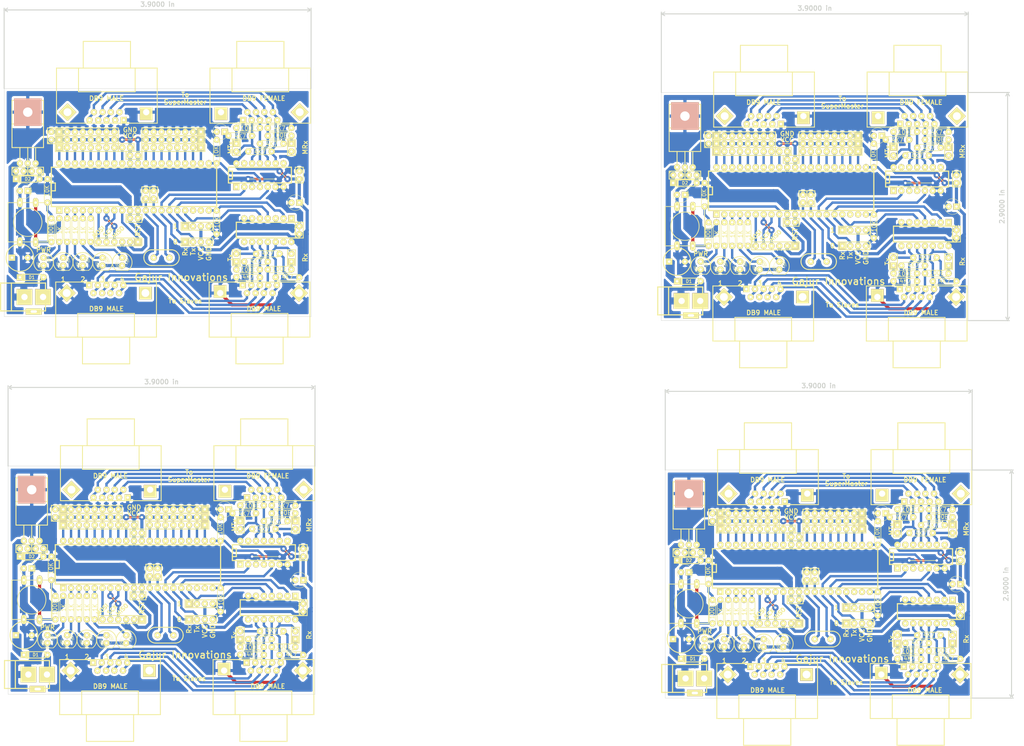
<source format=kicad_pcb>
(kicad_pcb (version 3) (host pcbnew "(2013-05-31 BZR 4019)-stable")
  (layers (15 F.Cu signal) (0 B.Cu signal) (19 F.Paste user) (21 F.SilkS user) (23 F.Mask user) (28 Edge.Cuts user))
  (net 0 "")
  (net 1 /MISO)
  (net 2 /MOSI)
  (net 3 /R0_M)
  (net 4 /R0_S)
  (net 5 /R1_M)
  (net 6 /R1_S)
  (net 7 /RST)
  (net 8 /RTS_M)
  (net 9 /RTS_S)
  (net 10 /RX_M)
  (net 11 /RX_S)
  (net 12 /SCK)
  (net 13 /T0_M)
  (net 14 /T0_S)
  (net 15 /T1_M)
  (net 16 /T1_S)
  (net 17 /TX_M)
  (net 18 /TX_S)
  (net 19 GND)
  (net 20 N-000001)
  (net 21 N-0000010)
  (net 22 N-0000011)
  (net 23 N-0000012)
  (net 24 N-0000014)
  (net 25 N-0000015)
  (net 26 N-0000016)
  (net 27 N-0000017)
  (net 28 N-0000018)
  (net 29 N-0000019)
  (net 30 N-000002)
  (net 31 N-0000020)
  (net 32 N-0000021)
  (net 33 N-0000022)
  (net 34 N-000003)
  (net 35 N-0000038)
  (net 36 N-0000039)
  (net 37 N-0000040)
  (net 38 N-0000041)
  (net 39 N-0000042)
  (net 40 N-0000043)
  (net 41 N-0000045)
  (net 42 N-0000046)
  (net 43 N-000005)
  (net 44 N-0000050)
  (net 45 N-0000051)
  (net 46 N-0000052)
  (net 47 N-0000054)
  (net 48 N-0000055)
  (net 49 N-0000056)
  (net 50 N-0000059)
  (net 51 N-000006)
  (net 52 N-000007)
  (net 53 N-000008)
  (net 54 N-000009)
  (net 55 VCC)
  (module SW_PUSH-12mm (layer F.Cu) (at 265.43 223.52 90)
    (fp_text reference SW1 hide)
    (fp_text value SW_PUSH hide)
    (pad 1 thru_hole oval (at 6.35 -2.54 90) (size 3.048 1.7272) (drill 0.8128) (layers *.Cu *.Mask F.SilkS) (net 19 GND))
    (pad 2 thru_hole oval (at 6.35 2.54 90) (size 3.048 1.7272) (drill 0.8128) (layers *.Cu *.Mask F.SilkS) (net 41 N-0000045))
    (pad 1 thru_hole oval (at -6.35 -2.54 90) (size 3.048 1.7272) (drill 0.8128) (layers *.Cu *.Mask F.SilkS) (net 19 GND))
    (pad 2 thru_hole oval (at -6.35 2.54 90) (size 3.048 1.7272) (drill 0.8128) (layers *.Cu *.Mask F.SilkS) (net 41 N-0000045))
  )
  (module C1V5 (layer F.Cu) (at 351.79 217.17 180)
    (fp_text reference C13 hide)
    (fp_text value 100uF hide)
    (fp_text user + (at -2.286 0 180) (layer F.SilkS) (effects (font (size 0.762 0.762) (thickness 0.2032))))
    (pad 1 thru_hole rect (at -1.27 0 180) (size 2.032 2.032) (drill 0.8128) (layers *.Cu *.Mask F.SilkS) (net 55 VCC))
    (pad 2 thru_hole circle (at 1.27 0 180) (size 2.032 2.032) (drill 0.8128) (layers *.Cu *.Mask F.SilkS) (net 19 GND))
  )
  (module LM78XX (layer F.Cu) (at 265.43 204.47 90)
    (fp_text reference U1 hide)
    (fp_text value 7805 hide)
    (pad GND thru_hole rect (at 16.51 0 90) (size 8.89 8.89) (drill 3.048) (layers *.Cu *.SilkS *.Mask) (net 19 GND))
    (pad VI thru_hole circle (at 0 -2.54 90) (size 2.032 2.032) (drill 0.8128) (layers *.Cu *.Mask F.SilkS) (net 49 N-0000056))
    (pad GND thru_hole circle (at 0 0 90) (size 2.032 2.032) (drill 0.8128) (layers *.Cu *.Mask F.SilkS) (net 19 GND))
    (pad VO thru_hole circle (at 0 2.54 90) (size 2.032 2.032) (drill 0.8128) (layers *.Cu *.Mask F.SilkS) (net 55 VCC))
  )
  (module C2V8 (layer F.Cu) (at 262.89 234.95)
    (fp_text reference C12 hide)
    (fp_text value 470uF hide)
    (pad 1 thru_hole rect (at -2.54 0) (size 2.032 2.032) (drill 0.8128) (layers *.Cu *.Mask F.SilkS) (net 49 N-0000056))
    (pad 2 thru_hole circle (at 2.54 0) (size 2.032 2.032) (drill 0.8128) (layers *.Cu *.Mask F.SilkS) (net 19 GND))
  )
  (module BARREL_JACK (layer F.Cu) (at 264.16 247.65)
    (fp_text reference CON1 hide)
    (fp_text value BARREL_JACK hide)
    (pad 1 thru_hole rect (at 6.20014 0) (size 5.08 5.08) (drill oval 2.032) (layers *.Cu *.Mask F.SilkS) (net 24 N-0000014))
    (pad 2 thru_hole rect (at 0.20066 0) (size 5.08 5.08) (drill oval 2.032) (layers *.Cu *.Mask F.SilkS) (net 19 GND))
    (pad 3 thru_hole rect (at 3.2004 4.699) (size 5.08 2.032) (drill oval 2.032 0.8128) (layers *.Cu *.Mask F.SilkS))
  )
  (module C1 (layer F.Cu) (at 273.05 195.58 90)
    (fp_text reference C8 hide)
    (fp_text value 104 hide)
    (pad 1 thru_hole circle (at -1.27 0 90) (size 2.032 2.032) (drill 0.8128) (layers *.Cu *.Mask F.SilkS) (net 55 VCC))
    (pad 2 thru_hole circle (at 1.27 0 90) (size 2.032 2.032) (drill 0.8128) (layers *.Cu *.Mask F.SilkS) (net 19 GND))
  )
  (module C1 (layer F.Cu) (at 353.06 208.28 90)
    (fp_text reference C4 hide)
    (fp_text value 104 hide)
    (pad 1 thru_hole circle (at -1.27 0 90) (size 2.032 2.032) (drill 0.8128) (layers *.Cu *.Mask F.SilkS) (net 55 VCC))
    (pad 2 thru_hole circle (at 1.27 0 90) (size 2.032 2.032) (drill 0.8128) (layers *.Cu *.Mask F.SilkS) (net 19 GND))
  )
  (module C1 (layer F.Cu) (at 306.07 214.63 90)
    (fp_text reference C7 hide)
    (fp_text value 22pF hide)
    (pad 1 thru_hole circle (at -1.27 0 90) (size 2.032 2.032) (drill 0.8128) (layers *.Cu *.Mask F.SilkS) (net 44 N-0000050))
    (pad 2 thru_hole circle (at 1.27 0 90) (size 2.032 2.032) (drill 0.8128) (layers *.Cu *.Mask F.SilkS) (net 19 GND))
  )
  (module C1 (layer F.Cu) (at 303.53 214.63 90)
    (fp_text reference C2 hide)
    (fp_text value 22pF hide)
    (pad 1 thru_hole circle (at -1.27 0 90) (size 2.032 2.032) (drill 0.8128) (layers *.Cu *.Mask F.SilkS) (net 45 N-0000051))
    (pad 2 thru_hole circle (at 1.27 0 90) (size 2.032 2.032) (drill 0.8128) (layers *.Cu *.Mask F.SilkS) (net 19 GND))
  )
  (module C1 (layer F.Cu) (at 297.18 199.39 180)
    (fp_text reference C5 hide)
    (fp_text value 104 hide)
    (pad 1 thru_hole circle (at -1.27 0 180) (size 2.032 2.032) (drill 0.8128) (layers *.Cu *.Mask F.SilkS) (net 19 GND))
    (pad 2 thru_hole circle (at 1.27 0 180) (size 2.032 2.032) (drill 0.8128) (layers *.Cu *.Mask F.SilkS) (net 42 N-0000046))
  )
  (module C1 (layer F.Cu) (at 353.06 226.06 90)
    (fp_text reference C3 hide)
    (fp_text value 104 hide)
    (pad 1 thru_hole circle (at -1.27 0 90) (size 2.032 2.032) (drill 0.8128) (layers *.Cu *.Mask F.SilkS) (net 55 VCC))
    (pad 2 thru_hole circle (at 1.27 0 90) (size 2.032 2.032) (drill 0.8128) (layers *.Cu *.Mask F.SilkS) (net 19 GND))
  )
  (module C1 (layer F.Cu) (at 299.72 222.25)
    (fp_text reference C1 hide)
    (fp_text value 104 hide)
    (pad 1 thru_hole circle (at -1.27 0) (size 2.032 2.032) (drill 0.8128) (layers *.Cu *.Mask F.SilkS) (net 55 VCC))
    (pad 2 thru_hole circle (at 1.27 0) (size 2.032 2.032) (drill 0.8128) (layers *.Cu *.Mask F.SilkS) (net 19 GND))
  )
  (module C1 (layer F.Cu) (at 262.89 207.01)
    (fp_text reference C10 hide)
    (fp_text value 104 hide)
    (pad 1 thru_hole circle (at -1.27 0) (size 2.032 2.032) (drill 0.8128) (layers *.Cu *.Mask F.SilkS) (net 49 N-0000056))
    (pad 2 thru_hole circle (at 1.27 0) (size 2.032 2.032) (drill 0.8128) (layers *.Cu *.Mask F.SilkS) (net 19 GND))
  )
  (module C1 (layer F.Cu) (at 267.97 207.01 180)
    (fp_text reference C6 hide)
    (fp_text value 104 hide)
    (pad 1 thru_hole circle (at -1.27 0 180) (size 2.032 2.032) (drill 0.8128) (layers *.Cu *.Mask F.SilkS) (net 55 VCC))
    (pad 2 thru_hole circle (at 1.27 0 180) (size 2.032 2.032) (drill 0.8128) (layers *.Cu *.Mask F.SilkS) (net 19 GND))
  )
  (module C1 (layer F.Cu) (at 299.72 201.93 180)
    (fp_text reference C14 hide)
    (fp_text value 104 hide)
    (pad 1 thru_hole circle (at -1.27 0 180) (size 2.032 2.032) (drill 0.8128) (layers *.Cu *.Mask F.SilkS) (net 55 VCC))
    (pad 2 thru_hole circle (at 1.27 0 180) (size 2.032 2.032) (drill 0.8128) (layers *.Cu *.Mask F.SilkS) (net 19 GND))
  )
  (module C1V5 (layer F.Cu) (at 327.66 194.31 180)
    (fp_text reference C11 hide)
    (fp_text value 100uF hide)
    (fp_text user + (at -2.286 0 180) (layer F.SilkS) (effects (font (size 0.762 0.762) (thickness 0.2032))))
    (pad 1 thru_hole rect (at -1.27 0 180) (size 2.032 2.032) (drill 0.8128) (layers *.Cu *.Mask F.SilkS) (net 55 VCC))
    (pad 2 thru_hole circle (at 1.27 0 180) (size 2.032 2.032) (drill 0.8128) (layers *.Cu *.Mask F.SilkS) (net 19 GND))
  )
  (module C1V5 (layer F.Cu) (at 264.16 213.36 180)
    (fp_text reference C9 hide)
    (fp_text value 100uF hide)
    (fp_text user + (at -2.286 0 180) (layer F.SilkS) (effects (font (size 0.762 0.762) (thickness 0.2032))))
    (pad 1 thru_hole rect (at -1.27 0 180) (size 2.032 2.032) (drill 0.8128) (layers *.Cu *.Mask F.SilkS) (net 55 VCC))
    (pad 2 thru_hole circle (at 1.27 0 180) (size 2.032 2.032) (drill 0.8128) (layers *.Cu *.Mask F.SilkS) (net 19 GND))
  )
  (module D3 (layer F.Cu) (at 266.7 241.3 180)
    (fp_text reference D1 (at 0 0 180) (layer F.SilkS) (effects (font (size 1.016 1.016) (thickness 0.2032))))
    (fp_text value DIODE hide)
    (pad 2 thru_hole rect (at 3.81 0 180) (size 2.032 2.032) (drill 0.8128) (layers *.Cu *.Mask F.SilkS) (net 49 N-0000056))
    (pad 1 thru_hole circle (at -3.81 0 180) (size 2.032 2.032) (drill 0.8128) (layers *.Cu *.Mask F.SilkS) (net 24 N-0000014))
  )
  (module D3 (layer F.Cu) (at 265.43 209.55 180)
    (fp_text reference D2 (at 0 0 180) (layer F.SilkS) (effects (font (size 1.016 1.016) (thickness 0.2032))))
    (fp_text value DIODE hide)
    (pad 2 thru_hole rect (at 3.81 0 180) (size 2.032 2.032) (drill 0.8128) (layers *.Cu *.Mask F.SilkS) (net 49 N-0000056))
    (pad 1 thru_hole circle (at -3.81 0 180) (size 2.032 2.032) (drill 0.8128) (layers *.Cu *.Mask F.SilkS) (net 55 VCC))
  )
  (module DB9FC (layer F.Cu) (at 340.36 189.23)
    (fp_text reference J1 hide)
    (fp_text value DB9F hide)
    (pad "" thru_hole trapezoid (at 12.827 -1.27 45) (size 4.064 4.064) (drill 2.54) (layers *.Cu *.Mask F.SilkS))
    (pad "" thru_hole trapezoid (at -12.573 -1.27) (size 4.064 4.064) (drill 2.032 (offset 0 0.508)) (layers *.Cu *.Mask F.SilkS))
    (pad 1 thru_hole rect (at -5.461 1.27) (size 2.032 2.032) (drill 0.8128) (layers *.Cu *.Mask F.SilkS) (net 19 GND))
    (pad 2 thru_hole circle (at -2.667 1.27) (size 2.032 2.032) (drill 0.8128) (layers *.Cu *.Mask F.SilkS) (net 15 /T1_M))
    (pad 3 thru_hole circle (at 0 1.27) (size 2.032 2.032) (drill 0.8128) (layers *.Cu *.Mask F.SilkS) (net 13 /T0_M))
    (pad 4 thru_hole circle (at 2.794 1.27) (size 2.032 2.032) (drill 0.8128) (layers *.Cu *.Mask F.SilkS) (net 3 /R0_M))
    (pad 5 thru_hole circle (at 5.588 1.27) (size 2.032 2.032) (drill 0.8128) (layers *.Cu *.Mask F.SilkS) (net 5 /R1_M))
    (pad 6 thru_hole circle (at -4.064 -1.27) (size 2.032 2.032) (drill 0.8128) (layers *.Cu *.Mask F.SilkS) (net 15 /T1_M))
    (pad 7 thru_hole circle (at -1.27 -1.27) (size 2.032 2.032) (drill 0.8128) (layers *.Cu *.Mask F.SilkS) (net 13 /T0_M))
    (pad 8 thru_hole circle (at 1.397 -1.27) (size 2.032 2.032) (drill 0.8128) (layers *.Cu *.Mask F.SilkS) (net 3 /R0_M))
    (pad 9 thru_hole circle (at 4.191 -1.27) (size 2.032 2.032) (drill 0.8128) (layers *.Cu *.Mask F.SilkS) (net 5 /R1_M))
  )
  (module DB9MC (layer F.Cu) (at 340.36 245.11 180)
    (fp_text reference J4 hide)
    (fp_text value DB9M hide)
    (pad 1 thru_hole trapezoid (at 12.827 -1.27 180) (size 4.064 4.064) (drill 2.032 (offset 0 0.508)) (layers *.Cu *.Mask F.SilkS) (net 19 GND))
    (pad 1 thru_hole trapezoid (at -12.573 -1.27 225) (size 4.064 4.064) (drill 2.54) (layers *.Cu *.Mask F.SilkS) (net 19 GND))
    (pad 1 thru_hole rect (at 5.588 1.27 180) (size 2.032 2.032) (drill 0.8128) (layers *.Cu *.Mask F.SilkS) (net 19 GND))
    (pad 2 thru_hole circle (at 2.794 1.27 180) (size 2.032 2.032) (drill 0.8128) (layers *.Cu *.Mask F.SilkS) (net 16 /T1_S))
    (pad 3 thru_hole circle (at 0 1.27 180) (size 2.032 2.032) (drill 0.8128) (layers *.Cu *.Mask F.SilkS) (net 14 /T0_S))
    (pad 4 thru_hole circle (at -2.667 1.27 180) (size 2.032 2.032) (drill 0.8128) (layers *.Cu *.Mask F.SilkS) (net 4 /R0_S))
    (pad 5 thru_hole circle (at -5.461 1.27 180) (size 2.032 2.032) (drill 0.8128) (layers *.Cu *.Mask F.SilkS) (net 6 /R1_S))
    (pad 9 thru_hole circle (at -4.064 -1.27 180) (size 2.032 2.032) (drill 0.8128) (layers *.Cu *.Mask F.SilkS) (net 6 /R1_S))
    (pad 8 thru_hole circle (at -1.27 -1.27 180) (size 2.032 2.032) (drill 0.8128) (layers *.Cu *.Mask F.SilkS) (net 4 /R0_S))
    (pad 7 thru_hole circle (at 1.397 -1.27 180) (size 2.032 2.032) (drill 0.8128) (layers *.Cu *.Mask F.SilkS) (net 14 /T0_S))
    (pad 6 thru_hole circle (at 4.191 -1.27 180) (size 2.032 2.032) (drill 0.8128) (layers *.Cu *.Mask F.SilkS) (net 16 /T1_S))
  )
  (module DB9MC (layer F.Cu) (at 290.83 245.11 180)
    (fp_text reference J3 hide)
    (fp_text value DB9M hide)
    (pad 1 thru_hole trapezoid (at 12.827 -1.27 225) (size 4.064 4.064) (drill 2.54) (layers *.Cu *.Mask F.SilkS) (net 19 GND))
    (pad "" thru_hole trapezoid (at -12.573 -1.27 180) (size 4.064 4.064) (drill 2.54) (layers *.Cu *.Mask F.SilkS))
    (pad 1 thru_hole rect (at 5.588 1.27 180) (size 2.032 2.032) (drill 0.8128) (layers *.Cu *.Mask F.SilkS) (net 19 GND))
    (pad 2 thru_hole circle (at 2.794 1.27 180) (size 2.032 2.032) (drill 0.8128) (layers *.Cu *.Mask F.SilkS) (net 16 /T1_S))
    (pad 3 thru_hole circle (at 0 1.27 180) (size 2.032 2.032) (drill 0.8128) (layers *.Cu *.Mask F.SilkS) (net 14 /T0_S))
    (pad 4 thru_hole circle (at -2.667 1.27 180) (size 2.032 2.032) (drill 0.8128) (layers *.Cu *.Mask F.SilkS) (net 4 /R0_S))
    (pad 5 thru_hole circle (at -5.461 1.27 180) (size 2.032 2.032) (drill 0.8128) (layers *.Cu *.Mask F.SilkS) (net 6 /R1_S))
    (pad 9 thru_hole circle (at -4.064 -1.27 180) (size 2.032 2.032) (drill 0.8128) (layers *.Cu *.Mask F.SilkS) (net 6 /R1_S))
    (pad 8 thru_hole circle (at -1.27 -1.27 180) (size 2.032 2.032) (drill 0.8128) (layers *.Cu *.Mask F.SilkS) (net 4 /R0_S))
    (pad 7 thru_hole circle (at 1.397 -1.27 180) (size 2.032 2.032) (drill 0.8128) (layers *.Cu *.Mask F.SilkS) (net 14 /T0_S))
    (pad 6 thru_hole circle (at 4.191 -1.27 180) (size 2.032 2.032) (drill 0.8128) (layers *.Cu *.Mask F.SilkS) (net 16 /T1_S))
  )
  (module DB9MC (layer F.Cu) (at 290.83 189.23)
    (fp_text reference J2 hide)
    (fp_text value DB9M hide)
    (pad 1 thru_hole trapezoid (at 12.827 -1.27) (size 4.064 4.064) (drill 2.032 (offset 0 0.508)) (layers *.Cu *.Mask F.SilkS) (net 19 GND))
    (pad "" thru_hole trapezoid (at -12.573 -1.27 45) (size 4.064 4.064) (drill 2.54) (layers *.Cu *.Mask F.SilkS))
    (pad 1 thru_hole rect (at 5.588 1.27) (size 2.032 2.032) (drill 0.8128) (layers *.Cu *.Mask F.SilkS) (net 19 GND))
    (pad 2 thru_hole circle (at 2.794 1.27) (size 2.032 2.032) (drill 0.8128) (layers *.Cu *.Mask F.SilkS) (net 15 /T1_M))
    (pad 3 thru_hole circle (at 0 1.27) (size 2.032 2.032) (drill 0.8128) (layers *.Cu *.Mask F.SilkS) (net 13 /T0_M))
    (pad 4 thru_hole circle (at -2.667 1.27) (size 2.032 2.032) (drill 0.8128) (layers *.Cu *.Mask F.SilkS) (net 3 /R0_M))
    (pad 5 thru_hole circle (at -5.461 1.27) (size 2.032 2.032) (drill 0.8128) (layers *.Cu *.Mask F.SilkS) (net 5 /R1_M))
    (pad 9 thru_hole circle (at -4.064 -1.27) (size 2.032 2.032) (drill 0.8128) (layers *.Cu *.Mask F.SilkS) (net 5 /R1_M))
    (pad 8 thru_hole circle (at -1.27 -1.27) (size 2.032 2.032) (drill 0.8128) (layers *.Cu *.Mask F.SilkS) (net 3 /R0_M))
    (pad 7 thru_hole circle (at 1.397 -1.27) (size 2.032 2.032) (drill 0.8128) (layers *.Cu *.Mask F.SilkS) (net 13 /T0_M))
    (pad 6 thru_hole circle (at 4.191 -1.27) (size 2.032 2.032) (drill 0.8128) (layers *.Cu *.Mask F.SilkS) (net 15 /T1_M))
  )
  (module DIP-14__300 (layer F.Cu) (at 342.9 226.06 180)
    (fp_text reference U3 hide)
    (fp_text value MAX13080E hide)
    (pad 1 thru_hole rect (at -7.62 3.81 180) (size 2.032 2.032) (drill 0.8128) (layers *.Cu *.Mask F.SilkS))
    (pad 2 thru_hole circle (at -5.08 3.81 180) (size 2.032 2.032) (drill 0.8128) (layers *.Cu *.Mask F.SilkS) (net 11 /RX_S))
    (pad 3 thru_hole circle (at -2.54 3.81 180) (size 2.032 2.032) (drill 0.8128) (layers *.Cu *.Mask F.SilkS) (net 19 GND))
    (pad 4 thru_hole circle (at 0 3.81 180) (size 2.032 2.032) (drill 0.8128) (layers *.Cu *.Mask F.SilkS) (net 9 /RTS_S))
    (pad 5 thru_hole circle (at 2.54 3.81 180) (size 2.032 2.032) (drill 0.8128) (layers *.Cu *.Mask F.SilkS) (net 18 /TX_S))
    (pad 6 thru_hole circle (at 5.08 3.81 180) (size 2.032 2.032) (drill 0.8128) (layers *.Cu *.Mask F.SilkS) (net 19 GND))
    (pad 7 thru_hole circle (at 7.62 3.81 180) (size 2.032 2.032) (drill 0.8128) (layers *.Cu *.Mask F.SilkS) (net 19 GND))
    (pad 8 thru_hole circle (at 7.62 -3.81 180) (size 2.032 2.032) (drill 0.8128) (layers *.Cu *.Mask F.SilkS))
    (pad 9 thru_hole circle (at 5.08 -3.81 180) (size 2.032 2.032) (drill 0.8128) (layers *.Cu *.Mask F.SilkS) (net 16 /T1_S))
    (pad 10 thru_hole circle (at 2.54 -3.81 180) (size 2.032 2.032) (drill 0.8128) (layers *.Cu *.Mask F.SilkS) (net 14 /T0_S))
    (pad 11 thru_hole circle (at 0 -3.81 180) (size 2.032 2.032) (drill 0.8128) (layers *.Cu *.Mask F.SilkS) (net 4 /R0_S))
    (pad 12 thru_hole circle (at -2.54 -3.81 180) (size 2.032 2.032) (drill 0.8128) (layers *.Cu *.Mask F.SilkS) (net 6 /R1_S))
    (pad 13 thru_hole circle (at -5.08 -3.81 180) (size 2.032 2.032) (drill 0.8128) (layers *.Cu *.Mask F.SilkS))
    (pad 14 thru_hole circle (at -7.62 -3.81 180) (size 2.032 2.032) (drill 0.8128) (layers *.Cu *.Mask F.SilkS) (net 55 VCC))
  )
  (module DIP-14__300 (layer F.Cu) (at 340.36 208.28)
    (fp_text reference U2 hide)
    (fp_text value MAX13080E hide)
    (pad 1 thru_hole rect (at -7.62 3.81) (size 2.032 2.032) (drill 0.8128) (layers *.Cu *.Mask F.SilkS))
    (pad 2 thru_hole circle (at -5.08 3.81) (size 2.032 2.032) (drill 0.8128) (layers *.Cu *.Mask F.SilkS) (net 10 /RX_M))
    (pad 3 thru_hole circle (at -2.54 3.81) (size 2.032 2.032) (drill 0.8128) (layers *.Cu *.Mask F.SilkS) (net 19 GND))
    (pad 4 thru_hole circle (at 0 3.81) (size 2.032 2.032) (drill 0.8128) (layers *.Cu *.Mask F.SilkS) (net 8 /RTS_M))
    (pad 5 thru_hole circle (at 2.54 3.81) (size 2.032 2.032) (drill 0.8128) (layers *.Cu *.Mask F.SilkS) (net 17 /TX_M))
    (pad 6 thru_hole circle (at 5.08 3.81) (size 2.032 2.032) (drill 0.8128) (layers *.Cu *.Mask F.SilkS) (net 19 GND))
    (pad 7 thru_hole circle (at 7.62 3.81) (size 2.032 2.032) (drill 0.8128) (layers *.Cu *.Mask F.SilkS) (net 19 GND))
    (pad 8 thru_hole circle (at 7.62 -3.81) (size 2.032 2.032) (drill 0.8128) (layers *.Cu *.Mask F.SilkS))
    (pad 9 thru_hole circle (at 5.08 -3.81) (size 2.032 2.032) (drill 0.8128) (layers *.Cu *.Mask F.SilkS) (net 5 /R1_M))
    (pad 10 thru_hole circle (at 2.54 -3.81) (size 2.032 2.032) (drill 0.8128) (layers *.Cu *.Mask F.SilkS) (net 3 /R0_M))
    (pad 11 thru_hole circle (at 0 -3.81) (size 2.032 2.032) (drill 0.8128) (layers *.Cu *.Mask F.SilkS) (net 13 /T0_M))
    (pad 12 thru_hole circle (at -2.54 -3.81) (size 2.032 2.032) (drill 0.8128) (layers *.Cu *.Mask F.SilkS) (net 15 /T1_M))
    (pad 13 thru_hole circle (at -5.08 -3.81) (size 2.032 2.032) (drill 0.8128) (layers *.Cu *.Mask F.SilkS))
    (pad 14 thru_hole circle (at -7.62 -3.81) (size 2.032 2.032) (drill 0.8128) (layers *.Cu *.Mask F.SilkS) (net 55 VCC))
  )
  (module DIP-40__600 (layer F.Cu) (at 299.72 212.09)
    (fp_text reference IC1 hide)
    (fp_text value ATMEGA1284-P hide)
    (pad 1 thru_hole rect (at -24.13 7.62) (size 2.032 2.032) (drill 0.8128) (layers *.Cu *.Mask F.SilkS))
    (pad 2 thru_hole circle (at -21.59 7.62) (size 2.032 2.032) (drill 0.8128) (layers *.Cu *.Mask F.SilkS) (net 35 N-0000038))
    (pad 3 thru_hole circle (at -19.05 7.62) (size 2.032 2.032) (drill 0.8128) (layers *.Cu *.Mask F.SilkS) (net 36 N-0000039))
    (pad 4 thru_hole circle (at -16.51 7.62) (size 2.032 2.032) (drill 0.8128) (layers *.Cu *.Mask F.SilkS) (net 30 N-000002))
    (pad 5 thru_hole circle (at -13.97 7.62) (size 2.032 2.032) (drill 0.8128) (layers *.Cu *.Mask F.SilkS) (net 20 N-000001))
    (pad 6 thru_hole circle (at -11.43 7.62) (size 2.032 2.032) (drill 0.8128) (layers *.Cu *.Mask F.SilkS) (net 2 /MOSI))
    (pad 7 thru_hole circle (at -8.89 7.62) (size 2.032 2.032) (drill 0.8128) (layers *.Cu *.Mask F.SilkS) (net 1 /MISO))
    (pad 8 thru_hole circle (at -6.35 7.62) (size 2.032 2.032) (drill 0.8128) (layers *.Cu *.Mask F.SilkS) (net 12 /SCK))
    (pad 9 thru_hole circle (at -3.81 7.62) (size 2.032 2.032) (drill 0.8128) (layers *.Cu *.Mask F.SilkS) (net 7 /RST))
    (pad 10 thru_hole circle (at -1.27 7.62) (size 2.032 2.032) (drill 0.8128) (layers *.Cu *.Mask F.SilkS) (net 55 VCC))
    (pad 11 thru_hole circle (at 1.27 7.62) (size 2.032 2.032) (drill 0.8128) (layers *.Cu *.Mask F.SilkS) (net 19 GND))
    (pad 12 thru_hole circle (at 3.81 7.62) (size 2.032 2.032) (drill 0.8128) (layers *.Cu *.Mask F.SilkS) (net 45 N-0000051))
    (pad 13 thru_hole circle (at 6.35 7.62) (size 2.032 2.032) (drill 0.8128) (layers *.Cu *.Mask F.SilkS) (net 44 N-0000050))
    (pad 14 thru_hole circle (at 8.89 7.62) (size 2.032 2.032) (drill 0.8128) (layers *.Cu *.Mask F.SilkS) (net 10 /RX_M))
    (pad 15 thru_hole circle (at 11.43 7.62) (size 2.032 2.032) (drill 0.8128) (layers *.Cu *.Mask F.SilkS) (net 17 /TX_M))
    (pad 16 thru_hole circle (at 13.97 7.62) (size 2.032 2.032) (drill 0.8128) (layers *.Cu *.Mask F.SilkS) (net 11 /RX_S))
    (pad 17 thru_hole circle (at 16.51 7.62) (size 2.032 2.032) (drill 0.8128) (layers *.Cu *.Mask F.SilkS) (net 18 /TX_S))
    (pad 18 thru_hole circle (at 19.05 7.62) (size 2.032 2.032) (drill 0.8128) (layers *.Cu *.Mask F.SilkS))
    (pad 19 thru_hole circle (at 21.59 7.62) (size 2.032 2.032) (drill 0.8128) (layers *.Cu *.Mask F.SilkS))
    (pad 20 thru_hole circle (at 24.13 7.62) (size 2.032 2.032) (drill 0.8128) (layers *.Cu *.Mask F.SilkS) (net 9 /RTS_S))
    (pad 21 thru_hole circle (at 24.13 -7.62) (size 2.032 2.032) (drill 0.8128) (layers *.Cu *.Mask F.SilkS) (net 8 /RTS_M))
    (pad 22 thru_hole circle (at 21.59 -7.62) (size 2.032 2.032) (drill 0.8128) (layers *.Cu *.Mask F.SilkS) (net 43 N-000005))
    (pad 23 thru_hole circle (at 19.05 -7.62) (size 2.032 2.032) (drill 0.8128) (layers *.Cu *.Mask F.SilkS) (net 51 N-000006))
    (pad 24 thru_hole circle (at 16.51 -7.62) (size 2.032 2.032) (drill 0.8128) (layers *.Cu *.Mask F.SilkS) (net 52 N-000007))
    (pad 25 thru_hole circle (at 13.97 -7.62) (size 2.032 2.032) (drill 0.8128) (layers *.Cu *.Mask F.SilkS) (net 53 N-000008))
    (pad 26 thru_hole circle (at 11.43 -7.62) (size 2.032 2.032) (drill 0.8128) (layers *.Cu *.Mask F.SilkS) (net 54 N-000009))
    (pad 27 thru_hole circle (at 8.89 -7.62) (size 2.032 2.032) (drill 0.8128) (layers *.Cu *.Mask F.SilkS) (net 21 N-0000010))
    (pad 28 thru_hole circle (at 6.35 -7.62) (size 2.032 2.032) (drill 0.8128) (layers *.Cu *.Mask F.SilkS) (net 22 N-0000011))
    (pad 29 thru_hole circle (at 3.81 -7.62) (size 2.032 2.032) (drill 0.8128) (layers *.Cu *.Mask F.SilkS) (net 23 N-0000012))
    (pad 30 thru_hole circle (at 1.27 -7.62) (size 2.032 2.032) (drill 0.8128) (layers *.Cu *.Mask F.SilkS) (net 55 VCC))
    (pad 31 thru_hole circle (at -1.27 -7.62) (size 2.032 2.032) (drill 0.8128) (layers *.Cu *.Mask F.SilkS) (net 19 GND))
    (pad 32 thru_hole circle (at -3.81 -7.62) (size 2.032 2.032) (drill 0.8128) (layers *.Cu *.Mask F.SilkS) (net 42 N-0000046))
    (pad 33 thru_hole circle (at -6.35 -7.62) (size 2.032 2.032) (drill 0.8128) (layers *.Cu *.Mask F.SilkS) (net 31 N-0000020))
    (pad 34 thru_hole circle (at -8.89 -7.62) (size 2.032 2.032) (drill 0.8128) (layers *.Cu *.Mask F.SilkS) (net 29 N-0000019))
    (pad 35 thru_hole circle (at -11.43 -7.62) (size 2.032 2.032) (drill 0.8128) (layers *.Cu *.Mask F.SilkS) (net 28 N-0000018))
    (pad 36 thru_hole circle (at -13.97 -7.62) (size 2.032 2.032) (drill 0.8128) (layers *.Cu *.Mask F.SilkS) (net 27 N-0000017))
    (pad 37 thru_hole circle (at -16.51 -7.62) (size 2.032 2.032) (drill 0.8128) (layers *.Cu *.Mask F.SilkS) (net 25 N-0000015))
    (pad 38 thru_hole circle (at -19.05 -7.62) (size 2.032 2.032) (drill 0.8128) (layers *.Cu *.Mask F.SilkS) (net 26 N-0000016))
    (pad 39 thru_hole circle (at -21.59 -7.62) (size 2.032 2.032) (drill 0.8128) (layers *.Cu *.Mask F.SilkS) (net 33 N-0000022))
    (pad 40 thru_hole circle (at -24.13 -7.62) (size 2.032 2.032) (drill 0.8128) (layers *.Cu *.Mask F.SilkS) (net 32 N-0000021))
  )
  (module HC-49V (layer F.Cu) (at 308.61 234.95)
    (fp_text reference X1 hide)
    (fp_text value "" (at 0 3.81) (layer F.SilkS) (effects (font (size 1.524 1.524) (thickness 0.3048))))
    (pad 1 thru_hole circle (at -2.54 0) (size 2.032 2.032) (drill 0.8128) (layers *.Cu *.Mask F.SilkS) (net 45 N-0000051))
    (pad 2 thru_hole circle (at 2.54 0) (size 2.032 2.032) (drill 0.8128) (layers *.Cu *.Mask F.SilkS) (net 44 N-0000050))
  )
  (module LED-5MM (layer F.Cu) (at 295.91 236.22 270)
    (fp_text reference D7 hide)
    (fp_text value LED hide)
    (pad 1 thru_hole circle (at -1.27 0 270) (size 2.032 2.032) (drill 0.8128) (layers *.Cu *.Mask F.SilkS) (net 38 N-0000041))
    (pad 2 thru_hole circle (at 1.27 0 270) (size 2.032 2.032) (drill 0.8128) (layers *.Cu *.Mask F.SilkS) (net 19 GND))
  )
  (module LED-5MM (layer F.Cu) (at 283.21 236.22 270)
    (fp_text reference D5 hide)
    (fp_text value LED hide)
    (pad 1 thru_hole circle (at -1.27 0 270) (size 2.032 2.032) (drill 0.8128) (layers *.Cu *.Mask F.SilkS) (net 37 N-0000040))
    (pad 2 thru_hole circle (at 1.27 0 270) (size 2.032 2.032) (drill 0.8128) (layers *.Cu *.Mask F.SilkS) (net 19 GND))
  )
  (module LED-5MM (layer F.Cu) (at 276.86 236.22 270)
    (fp_text reference D4 hide)
    (fp_text value LED hide)
    (pad 1 thru_hole circle (at -1.27 0 270) (size 2.032 2.032) (drill 0.8128) (layers *.Cu *.Mask F.SilkS) (net 39 N-0000042))
    (pad 2 thru_hole circle (at 1.27 0 270) (size 2.032 2.032) (drill 0.8128) (layers *.Cu *.Mask F.SilkS) (net 19 GND))
  )
  (module LED-5MM (layer F.Cu) (at 270.51 236.22 270)
    (fp_text reference D3 hide)
    (fp_text value LED hide)
    (pad 1 thru_hole circle (at -1.27 0 270) (size 2.032 2.032) (drill 0.8128) (layers *.Cu *.Mask F.SilkS) (net 34 N-000003))
    (pad 2 thru_hole circle (at 1.27 0 270) (size 2.032 2.032) (drill 0.8128) (layers *.Cu *.Mask F.SilkS) (net 19 GND))
  )
  (module LED-5MM (layer F.Cu) (at 289.56 236.22 270)
    (fp_text reference D6 hide)
    (fp_text value LED hide)
    (pad 1 thru_hole circle (at -1.27 0 270) (size 2.032 2.032) (drill 0.8128) (layers *.Cu *.Mask F.SilkS) (net 40 N-0000043))
    (pad 2 thru_hole circle (at 1.27 0 270) (size 2.032 2.032) (drill 0.8128) (layers *.Cu *.Mask F.SilkS) (net 19 GND))
  )
  (module R3 (layer F.Cu) (at 344.17 198.12)
    (fp_text reference R18 hide)
    (fp_text value 4K7 (at 0 0.127) (layer F.SilkS) (effects (font (size 1.397 1.27) (thickness 0.2032))))
    (pad 1 thru_hole circle (at -3.81 0) (size 2.032 2.032) (drill 0.8128) (layers *.Cu *.Mask F.SilkS) (net 13 /T0_M))
    (pad 2 thru_hole circle (at 3.81 0) (size 2.032 2.032) (drill 0.8128) (layers *.Cu *.Mask F.SilkS) (net 19 GND))
  )
  (module R3 (layer F.Cu) (at 346.71 195.58 180)
    (fp_text reference R11 hide)
    (fp_text value 100E (at 0 0.127 180) (layer F.SilkS) (effects (font (size 1.397 1.27) (thickness 0.2032))))
    (pad 1 thru_hole circle (at -3.81 0 180) (size 2.032 2.032) (drill 0.8128) (layers *.Cu *.Mask F.SilkS) (net 50 N-0000059))
    (pad 2 thru_hole circle (at 3.81 0 180) (size 2.032 2.032) (drill 0.8128) (layers *.Cu *.Mask F.SilkS) (net 3 /R0_M))
  )
  (module R3 (layer F.Cu) (at 340.36 200.66)
    (fp_text reference R10 hide)
    (fp_text value 4K7 (at 0 0.127) (layer F.SilkS) (effects (font (size 1.397 1.27) (thickness 0.2032))))
    (pad 1 thru_hole circle (at -3.81 0) (size 2.032 2.032) (drill 0.8128) (layers *.Cu *.Mask F.SilkS) (net 55 VCC))
    (pad 2 thru_hole circle (at 3.81 0) (size 2.032 2.032) (drill 0.8128) (layers *.Cu *.Mask F.SilkS) (net 5 /R1_M))
  )
  (module R3 (layer F.Cu) (at 346.71 193.04)
    (fp_text reference R12 hide)
    (fp_text value 4K7 (at 0 0.127) (layer F.SilkS) (effects (font (size 1.397 1.27) (thickness 0.2032))))
    (pad 1 thru_hole circle (at -3.81 0) (size 2.032 2.032) (drill 0.8128) (layers *.Cu *.Mask F.SilkS) (net 3 /R0_M))
    (pad 2 thru_hole circle (at 3.81 0) (size 2.032 2.032) (drill 0.8128) (layers *.Cu *.Mask F.SilkS) (net 19 GND))
  )
  (module R3 (layer F.Cu) (at 326.39 223.52 90)
    (fp_text reference R9 hide)
    (fp_text value 10K (at 0 0.127 90) (layer F.SilkS) (effects (font (size 1.397 1.27) (thickness 0.2032))))
    (pad 1 thru_hole circle (at -3.81 0 90) (size 2.032 2.032) (drill 0.8128) (layers *.Cu *.Mask F.SilkS) (net 19 GND))
    (pad 2 thru_hole circle (at 3.81 0 90) (size 2.032 2.032) (drill 0.8128) (layers *.Cu *.Mask F.SilkS) (net 9 /RTS_S))
  )
  (module R3 (layer F.Cu) (at 326.39 200.66 270)
    (fp_text reference R8 hide)
    (fp_text value 10K (at 0 0.127 270) (layer F.SilkS) (effects (font (size 1.397 1.27) (thickness 0.2032))))
    (pad 1 thru_hole circle (at -3.81 0 270) (size 2.032 2.032) (drill 0.8128) (layers *.Cu *.Mask F.SilkS) (net 19 GND))
    (pad 2 thru_hole circle (at 3.81 0 270) (size 2.032 2.032) (drill 0.8128) (layers *.Cu *.Mask F.SilkS) (net 8 /RTS_M))
  )
  (module R3 (layer F.Cu) (at 280.67 226.06 90)
    (fp_text reference R5 hide)
    (fp_text value 1K (at 0 0.127 90) (layer F.SilkS) (effects (font (size 1.397 1.27) (thickness 0.2032))))
    (pad 1 thru_hole circle (at -3.81 0 90) (size 2.032 2.032) (drill 0.8128) (layers *.Cu *.Mask F.SilkS) (net 37 N-0000040))
    (pad 2 thru_hole circle (at 3.81 0 90) (size 2.032 2.032) (drill 0.8128) (layers *.Cu *.Mask F.SilkS) (net 36 N-0000039))
  )
  (module R3 (layer F.Cu) (at 278.13 226.06 90)
    (fp_text reference R4 hide)
    (fp_text value 1K (at 0 0.127 90) (layer F.SilkS) (effects (font (size 1.397 1.27) (thickness 0.2032))))
    (pad 1 thru_hole circle (at -3.81 0 90) (size 2.032 2.032) (drill 0.8128) (layers *.Cu *.Mask F.SilkS) (net 39 N-0000042))
    (pad 2 thru_hole circle (at 3.81 0 90) (size 2.032 2.032) (drill 0.8128) (layers *.Cu *.Mask F.SilkS) (net 35 N-0000038))
  )
  (module R3 (layer F.Cu) (at 275.59 226.06 90)
    (fp_text reference R3 hide)
    (fp_text value 1K (at 0 0.127 90) (layer F.SilkS) (effects (font (size 1.397 1.27) (thickness 0.2032))))
    (pad 1 thru_hole circle (at -3.81 0 90) (size 2.032 2.032) (drill 0.8128) (layers *.Cu *.Mask F.SilkS) (net 34 N-000003))
    (pad 2 thru_hole circle (at 3.81 0 90) (size 2.032 2.032) (drill 0.8128) (layers *.Cu *.Mask F.SilkS) (net 55 VCC))
  )
  (module R3 (layer F.Cu) (at 273.05 226.06 270)
    (fp_text reference R1 hide)
    (fp_text value 100E (at 0 0.127 270) (layer F.SilkS) (effects (font (size 1.397 1.27) (thickness 0.2032))))
    (pad 1 thru_hole circle (at -3.81 0 270) (size 2.032 2.032) (drill 0.8128) (layers *.Cu *.Mask F.SilkS) (net 7 /RST))
    (pad 2 thru_hole circle (at 3.81 0 270) (size 2.032 2.032) (drill 0.8128) (layers *.Cu *.Mask F.SilkS) (net 41 N-0000045))
  )
  (module R3 (layer F.Cu) (at 271.78 213.36 270)
    (fp_text reference R2 hide)
    (fp_text value 10K (at 0 0.127 270) (layer F.SilkS) (effects (font (size 1.397 1.27) (thickness 0.2032))))
    (pad 1 thru_hole circle (at -3.81 0 270) (size 2.032 2.032) (drill 0.8128) (layers *.Cu *.Mask F.SilkS) (net 55 VCC))
    (pad 2 thru_hole circle (at 3.81 0 270) (size 2.032 2.032) (drill 0.8128) (layers *.Cu *.Mask F.SilkS) (net 7 /RST))
  )
  (module R3 (layer F.Cu) (at 336.55 193.04)
    (fp_text reference R17 hide)
    (fp_text value 100E (at 0 0.127) (layer F.SilkS) (effects (font (size 1.397 1.27) (thickness 0.2032))))
    (pad 1 thru_hole circle (at -3.81 0) (size 2.032 2.032) (drill 0.8128) (layers *.Cu *.Mask F.SilkS) (net 47 N-0000054))
    (pad 2 thru_hole circle (at 3.81 0) (size 2.032 2.032) (drill 0.8128) (layers *.Cu *.Mask F.SilkS) (net 13 /T0_M))
  )
  (module R3 (layer F.Cu) (at 334.01 195.58)
    (fp_text reference R16 hide)
    (fp_text value 4K7 (at 0 0.127) (layer F.SilkS) (effects (font (size 1.397 1.27) (thickness 0.2032))))
    (pad 1 thru_hole circle (at -3.81 0) (size 2.032 2.032) (drill 0.8128) (layers *.Cu *.Mask F.SilkS) (net 55 VCC))
    (pad 2 thru_hole circle (at 3.81 0) (size 2.032 2.032) (drill 0.8128) (layers *.Cu *.Mask F.SilkS) (net 15 /T1_M))
  )
  (module R3 (layer F.Cu) (at 339.09 236.22 180)
    (fp_text reference R15 hide)
    (fp_text value 4K7 (at 0 0.127 180) (layer F.SilkS) (effects (font (size 1.397 1.27) (thickness 0.2032))))
    (pad 1 thru_hole circle (at -3.81 0 180) (size 2.032 2.032) (drill 0.8128) (layers *.Cu *.Mask F.SilkS) (net 4 /R0_S))
    (pad 2 thru_hole circle (at 3.81 0 180) (size 2.032 2.032) (drill 0.8128) (layers *.Cu *.Mask F.SilkS) (net 19 GND))
  )
  (module R3 (layer F.Cu) (at 349.25 241.3 180)
    (fp_text reference R13 hide)
    (fp_text value 4K7 (at 0 0.127 180) (layer F.SilkS) (effects (font (size 1.397 1.27) (thickness 0.2032))))
    (pad 1 thru_hole circle (at -3.81 0 180) (size 2.032 2.032) (drill 0.8128) (layers *.Cu *.Mask F.SilkS) (net 55 VCC))
    (pad 2 thru_hole circle (at 3.81 0 180) (size 2.032 2.032) (drill 0.8128) (layers *.Cu *.Mask F.SilkS) (net 6 /R1_S))
  )
  (module R3 (layer F.Cu) (at 285.75 226.06 90)
    (fp_text reference R7 hide)
    (fp_text value 1K (at 0 0.127 90) (layer F.SilkS) (effects (font (size 1.397 1.27) (thickness 0.2032))))
    (pad 1 thru_hole circle (at -3.81 0 90) (size 2.032 2.032) (drill 0.8128) (layers *.Cu *.Mask F.SilkS) (net 38 N-0000041))
    (pad 2 thru_hole circle (at 3.81 0 90) (size 2.032 2.032) (drill 0.8128) (layers *.Cu *.Mask F.SilkS) (net 20 N-000001))
  )
  (module R3 (layer F.Cu) (at 283.21 226.06 90)
    (fp_text reference R6 hide)
    (fp_text value 1K (at 0 0.127 90) (layer F.SilkS) (effects (font (size 1.397 1.27) (thickness 0.2032))))
    (pad 1 thru_hole circle (at -3.81 0 90) (size 2.032 2.032) (drill 0.8128) (layers *.Cu *.Mask F.SilkS) (net 40 N-0000043))
    (pad 2 thru_hole circle (at 3.81 0 90) (size 2.032 2.032) (drill 0.8128) (layers *.Cu *.Mask F.SilkS) (net 30 N-000002))
  )
  (module R3 (layer F.Cu) (at 346.71 238.76 180)
    (fp_text reference R14 hide)
    (fp_text value 100E (at 0 0.127 180) (layer F.SilkS) (effects (font (size 1.397 1.27) (thickness 0.2032))))
    (pad 1 thru_hole circle (at -3.81 0 180) (size 2.032 2.032) (drill 0.8128) (layers *.Cu *.Mask F.SilkS) (net 46 N-0000052))
    (pad 2 thru_hole circle (at 3.81 0 180) (size 2.032 2.032) (drill 0.8128) (layers *.Cu *.Mask F.SilkS) (net 4 /R0_S))
  )
  (module R3 (layer F.Cu) (at 336.55 241.3 180)
    (fp_text reference R21 hide)
    (fp_text value 4K7 (at 0 0.127 180) (layer F.SilkS) (effects (font (size 1.397 1.27) (thickness 0.2032))))
    (pad 1 thru_hole circle (at -3.81 0 180) (size 2.032 2.032) (drill 0.8128) (layers *.Cu *.Mask F.SilkS) (net 14 /T0_S))
    (pad 2 thru_hole circle (at 3.81 0 180) (size 2.032 2.032) (drill 0.8128) (layers *.Cu *.Mask F.SilkS) (net 19 GND))
  )
  (module R3 (layer F.Cu) (at 342.9 233.68 180)
    (fp_text reference R19 hide)
    (fp_text value 4K7 (at 0 0.127 180) (layer F.SilkS) (effects (font (size 1.397 1.27) (thickness 0.2032))))
    (pad 1 thru_hole circle (at -3.81 0 180) (size 2.032 2.032) (drill 0.8128) (layers *.Cu *.Mask F.SilkS) (net 55 VCC))
    (pad 2 thru_hole circle (at 3.81 0 180) (size 2.032 2.032) (drill 0.8128) (layers *.Cu *.Mask F.SilkS) (net 16 /T1_S))
  )
  (module R3 (layer F.Cu) (at 336.55 238.76)
    (fp_text reference R20 hide)
    (fp_text value 100E (at 0 0.127) (layer F.SilkS) (effects (font (size 1.397 1.27) (thickness 0.2032))))
    (pad 1 thru_hole circle (at -3.81 0) (size 2.032 2.032) (drill 0.8128) (layers *.Cu *.Mask F.SilkS) (net 48 N-0000055))
    (pad 2 thru_hole circle (at 3.81 0) (size 2.032 2.032) (drill 0.8128) (layers *.Cu *.Mask F.SilkS) (net 14 /T0_S))
  )
  (module SIL-2 (layer F.Cu) (at 332.74 234.95 90)
    (fp_text reference JP4 hide)
    (fp_text value JUMPER hide)
    (pad 1 thru_hole rect (at -1.27 0 90) (size 2.032 2.032) (drill 0.8128) (layers *.Cu *.Mask F.SilkS) (net 48 N-0000055))
    (pad 2 thru_hole circle (at 1.27 0 90) (size 2.032 2.032) (drill 0.8128) (layers *.Cu *.Mask F.SilkS) (net 16 /T1_S))
  )
  (module SIL-2 (layer F.Cu) (at 350.52 199.39 270)
    (fp_text reference JP1 hide)
    (fp_text value JUMPER hide)
    (pad 1 thru_hole rect (at -1.27 0 270) (size 2.032 2.032) (drill 0.8128) (layers *.Cu *.Mask F.SilkS) (net 50 N-0000059))
    (pad 2 thru_hole circle (at 1.27 0 270) (size 2.032 2.032) (drill 0.8128) (layers *.Cu *.Mask F.SilkS) (net 5 /R1_M))
  )
  (module SIL-2 (layer F.Cu) (at 350.52 234.95 90)
    (fp_text reference JP2 hide)
    (fp_text value JUMPER hide)
    (pad 1 thru_hole rect (at -1.27 0 90) (size 2.032 2.032) (drill 0.8128) (layers *.Cu *.Mask F.SilkS) (net 46 N-0000052))
    (pad 2 thru_hole circle (at 1.27 0 90) (size 2.032 2.032) (drill 0.8128) (layers *.Cu *.Mask F.SilkS) (net 6 /R1_S))
  )
  (module SIL-2 (layer F.Cu) (at 332.74 199.39 270)
    (fp_text reference JP3 hide)
    (fp_text value JUMPER hide)
    (pad 1 thru_hole rect (at -1.27 0 270) (size 2.032 2.032) (drill 0.8128) (layers *.Cu *.Mask F.SilkS) (net 47 N-0000054))
    (pad 2 thru_hole circle (at 1.27 0 270) (size 2.032 2.032) (drill 0.8128) (layers *.Cu *.Mask F.SilkS) (net 15 /T1_M))
  )
  (module SIL-4 (layer F.Cu) (at 320.04 229.87)
    (fp_text reference P8 hide)
    (fp_text value CONN_4 hide)
    (pad 1 thru_hole rect (at -3.81 0) (size 2.032 2.032) (drill 0.8128) (layers *.Cu *.Mask F.SilkS) (net 10 /RX_M))
    (pad 2 thru_hole circle (at -1.27 0) (size 2.032 2.032) (drill 0.8128) (layers *.Cu *.Mask F.SilkS) (net 17 /TX_M))
    (pad 3 thru_hole circle (at 1.27 0) (size 2.032 2.032) (drill 0.8128) (layers *.Cu *.Mask F.SilkS) (net 55 VCC))
    (pad 4 thru_hole circle (at 3.81 0) (size 2.032 2.032) (drill 0.8128) (layers *.Cu *.Mask F.SilkS) (net 19 GND))
  )
  (module SIL-4 (layer F.Cu) (at 320.04 224.79)
    (fp_text reference P9 hide)
    (fp_text value CONN_4 hide)
    (pad 1 thru_hole rect (at -3.81 0) (size 2.032 2.032) (drill 0.8128) (layers *.Cu *.Mask F.SilkS) (net 11 /RX_S))
    (pad 2 thru_hole circle (at -1.27 0) (size 2.032 2.032) (drill 0.8128) (layers *.Cu *.Mask F.SilkS) (net 18 /TX_S))
    (pad 3 thru_hole circle (at 1.27 0) (size 2.032 2.032) (drill 0.8128) (layers *.Cu *.Mask F.SilkS) (net 55 VCC))
    (pad 4 thru_hole circle (at 3.81 0) (size 2.032 2.032) (drill 0.8128) (layers *.Cu *.Mask F.SilkS) (net 19 GND))
  )
  (module SIL-6 (layer F.Cu) (at 294.64 229.87 180)
    (fp_text reference P1 hide)
    (fp_text value CONN_6 hide)
    (pad 1 thru_hole rect (at -6.35 0 180) (size 2.032 2.032) (drill 0.8128) (layers *.Cu *.Mask F.SilkS) (net 7 /RST))
    (pad 2 thru_hole circle (at -3.81 0 180) (size 2.032 2.032) (drill 0.8128) (layers *.Cu *.Mask F.SilkS) (net 55 VCC))
    (pad 3 thru_hole circle (at -1.27 0 180) (size 2.032 2.032) (drill 0.8128) (layers *.Cu *.Mask F.SilkS) (net 19 GND))
    (pad 4 thru_hole circle (at 1.27 0 180) (size 2.032 2.032) (drill 0.8128) (layers *.Cu *.Mask F.SilkS) (net 1 /MISO))
    (pad 5 thru_hole circle (at 3.81 0 180) (size 2.032 2.032) (drill 0.8128) (layers *.Cu *.Mask F.SilkS) (net 12 /SCK))
    (pad 6 thru_hole circle (at 6.35 0 180) (size 2.032 2.032) (drill 0.8128) (layers *.Cu *.Mask F.SilkS) (net 2 /MOSI))
  )
  (module SIL-8 (layer F.Cu) (at 312.42 194.31 180)
    (fp_text reference P7 hide)
    (fp_text value CONN_8 hide)
    (pad 1 thru_hole rect (at -8.89 0 180) (size 2.032 2.032) (drill 0.8128) (layers *.Cu *.Mask F.SilkS) (net 19 GND))
    (pad 2 thru_hole circle (at -6.35 0 180) (size 2.032 2.032) (drill 0.8128) (layers *.Cu *.Mask F.SilkS) (net 19 GND))
    (pad 3 thru_hole circle (at -3.81 0 180) (size 2.032 2.032) (drill 0.8128) (layers *.Cu *.Mask F.SilkS) (net 19 GND))
    (pad 4 thru_hole circle (at -1.27 0 180) (size 2.032 2.032) (drill 0.8128) (layers *.Cu *.Mask F.SilkS) (net 19 GND))
    (pad 5 thru_hole circle (at 1.27 0 180) (size 2.032 2.032) (drill 0.8128) (layers *.Cu *.Mask F.SilkS) (net 19 GND))
    (pad 6 thru_hole circle (at 3.81 0 180) (size 2.032 2.032) (drill 0.8128) (layers *.Cu *.Mask F.SilkS) (net 19 GND))
    (pad 7 thru_hole circle (at 6.35 0 180) (size 2.032 2.032) (drill 0.8128) (layers *.Cu *.Mask F.SilkS) (net 19 GND))
    (pad 8 thru_hole circle (at 8.89 0 180) (size 2.032 2.032) (drill 0.8128) (layers *.Cu *.Mask F.SilkS) (net 19 GND))
  )
  (module SIL-8 (layer F.Cu) (at 312.42 196.85 180)
    (fp_text reference P5 hide)
    (fp_text value CONN_8 hide)
    (pad 1 thru_hole rect (at -8.89 0 180) (size 2.032 2.032) (drill 0.8128) (layers *.Cu *.Mask F.SilkS) (net 55 VCC))
    (pad 2 thru_hole circle (at -6.35 0 180) (size 2.032 2.032) (drill 0.8128) (layers *.Cu *.Mask F.SilkS) (net 55 VCC))
    (pad 3 thru_hole circle (at -3.81 0 180) (size 2.032 2.032) (drill 0.8128) (layers *.Cu *.Mask F.SilkS) (net 55 VCC))
    (pad 4 thru_hole circle (at -1.27 0 180) (size 2.032 2.032) (drill 0.8128) (layers *.Cu *.Mask F.SilkS) (net 55 VCC))
    (pad 5 thru_hole circle (at 1.27 0 180) (size 2.032 2.032) (drill 0.8128) (layers *.Cu *.Mask F.SilkS) (net 55 VCC))
    (pad 6 thru_hole circle (at 3.81 0 180) (size 2.032 2.032) (drill 0.8128) (layers *.Cu *.Mask F.SilkS) (net 55 VCC))
    (pad 7 thru_hole circle (at 6.35 0 180) (size 2.032 2.032) (drill 0.8128) (layers *.Cu *.Mask F.SilkS) (net 55 VCC))
    (pad 8 thru_hole circle (at 8.89 0 180) (size 2.032 2.032) (drill 0.8128) (layers *.Cu *.Mask F.SilkS) (net 55 VCC))
  )
  (module SIL-8 (layer F.Cu) (at 312.42 199.39 180)
    (fp_text reference P3 hide)
    (fp_text value CONN_8 hide)
    (pad 1 thru_hole rect (at -8.89 0 180) (size 2.032 2.032) (drill 0.8128) (layers *.Cu *.Mask F.SilkS) (net 43 N-000005))
    (pad 2 thru_hole circle (at -6.35 0 180) (size 2.032 2.032) (drill 0.8128) (layers *.Cu *.Mask F.SilkS) (net 51 N-000006))
    (pad 3 thru_hole circle (at -3.81 0 180) (size 2.032 2.032) (drill 0.8128) (layers *.Cu *.Mask F.SilkS) (net 52 N-000007))
    (pad 4 thru_hole circle (at -1.27 0 180) (size 2.032 2.032) (drill 0.8128) (layers *.Cu *.Mask F.SilkS) (net 53 N-000008))
    (pad 5 thru_hole circle (at 1.27 0 180) (size 2.032 2.032) (drill 0.8128) (layers *.Cu *.Mask F.SilkS) (net 54 N-000009))
    (pad 6 thru_hole circle (at 3.81 0 180) (size 2.032 2.032) (drill 0.8128) (layers *.Cu *.Mask F.SilkS) (net 21 N-0000010))
    (pad 7 thru_hole circle (at 6.35 0 180) (size 2.032 2.032) (drill 0.8128) (layers *.Cu *.Mask F.SilkS) (net 22 N-0000011))
    (pad 8 thru_hole circle (at 8.89 0 180) (size 2.032 2.032) (drill 0.8128) (layers *.Cu *.Mask F.SilkS) (net 23 N-0000012))
  )
  (module SIL-8 (layer F.Cu) (at 284.48 194.31)
    (fp_text reference P6 hide)
    (fp_text value CONN_8 hide)
    (pad 1 thru_hole rect (at -8.89 0) (size 2.032 2.032) (drill 0.8128) (layers *.Cu *.Mask F.SilkS) (net 19 GND))
    (pad 2 thru_hole circle (at -6.35 0) (size 2.032 2.032) (drill 0.8128) (layers *.Cu *.Mask F.SilkS) (net 19 GND))
    (pad 3 thru_hole circle (at -3.81 0) (size 2.032 2.032) (drill 0.8128) (layers *.Cu *.Mask F.SilkS) (net 19 GND))
    (pad 4 thru_hole circle (at -1.27 0) (size 2.032 2.032) (drill 0.8128) (layers *.Cu *.Mask F.SilkS) (net 19 GND))
    (pad 5 thru_hole circle (at 1.27 0) (size 2.032 2.032) (drill 0.8128) (layers *.Cu *.Mask F.SilkS) (net 19 GND))
    (pad 6 thru_hole circle (at 3.81 0) (size 2.032 2.032) (drill 0.8128) (layers *.Cu *.Mask F.SilkS) (net 19 GND))
    (pad 7 thru_hole circle (at 6.35 0) (size 2.032 2.032) (drill 0.8128) (layers *.Cu *.Mask F.SilkS) (net 19 GND))
    (pad 8 thru_hole circle (at 8.89 0) (size 2.032 2.032) (drill 0.8128) (layers *.Cu *.Mask F.SilkS) (net 19 GND))
  )
  (module SIL-8 (layer F.Cu) (at 284.48 196.85)
    (fp_text reference P4 hide)
    (fp_text value CONN_8 hide)
    (pad 1 thru_hole rect (at -8.89 0) (size 2.032 2.032) (drill 0.8128) (layers *.Cu *.Mask F.SilkS) (net 55 VCC))
    (pad 2 thru_hole circle (at -6.35 0) (size 2.032 2.032) (drill 0.8128) (layers *.Cu *.Mask F.SilkS) (net 55 VCC))
    (pad 3 thru_hole circle (at -3.81 0) (size 2.032 2.032) (drill 0.8128) (layers *.Cu *.Mask F.SilkS) (net 55 VCC))
    (pad 4 thru_hole circle (at -1.27 0) (size 2.032 2.032) (drill 0.8128) (layers *.Cu *.Mask F.SilkS) (net 55 VCC))
    (pad 5 thru_hole circle (at 1.27 0) (size 2.032 2.032) (drill 0.8128) (layers *.Cu *.Mask F.SilkS) (net 55 VCC))
    (pad 6 thru_hole circle (at 3.81 0) (size 2.032 2.032) (drill 0.8128) (layers *.Cu *.Mask F.SilkS) (net 55 VCC))
    (pad 7 thru_hole circle (at 6.35 0) (size 2.032 2.032) (drill 0.8128) (layers *.Cu *.Mask F.SilkS) (net 55 VCC))
    (pad 8 thru_hole circle (at 8.89 0) (size 2.032 2.032) (drill 0.8128) (layers *.Cu *.Mask F.SilkS) (net 55 VCC))
  )
  (module SIL-8 (layer F.Cu) (at 284.48 199.39)
    (fp_text reference P2 hide)
    (fp_text value CONN_8 hide)
    (pad 1 thru_hole rect (at -8.89 0) (size 2.032 2.032) (drill 0.8128) (layers *.Cu *.Mask F.SilkS) (net 32 N-0000021))
    (pad 2 thru_hole circle (at -6.35 0) (size 2.032 2.032) (drill 0.8128) (layers *.Cu *.Mask F.SilkS) (net 33 N-0000022))
    (pad 3 thru_hole circle (at -3.81 0) (size 2.032 2.032) (drill 0.8128) (layers *.Cu *.Mask F.SilkS) (net 26 N-0000016))
    (pad 4 thru_hole circle (at -1.27 0) (size 2.032 2.032) (drill 0.8128) (layers *.Cu *.Mask F.SilkS) (net 25 N-0000015))
    (pad 5 thru_hole circle (at 1.27 0) (size 2.032 2.032) (drill 0.8128) (layers *.Cu *.Mask F.SilkS) (net 27 N-0000017))
    (pad 6 thru_hole circle (at 3.81 0) (size 2.032 2.032) (drill 0.8128) (layers *.Cu *.Mask F.SilkS) (net 28 N-0000018))
    (pad 7 thru_hole circle (at 6.35 0) (size 2.032 2.032) (drill 0.8128) (layers *.Cu *.Mask F.SilkS) (net 29 N-0000019))
    (pad 8 thru_hole circle (at 8.89 0) (size 2.032 2.032) (drill 0.8128) (layers *.Cu *.Mask F.SilkS) (net 31 N-0000020))
  )
  (module SIL-8 (layer F.Cu) (at 72.39 198.12)
    (fp_text reference P2 hide)
    (fp_text value CONN_8 hide)
    (pad 1 thru_hole rect (at -8.89 0) (size 2.032 2.032) (drill 0.8128) (layers *.Cu *.Mask F.SilkS) (net 32 N-0000021))
    (pad 2 thru_hole circle (at -6.35 0) (size 2.032 2.032) (drill 0.8128) (layers *.Cu *.Mask F.SilkS) (net 33 N-0000022))
    (pad 3 thru_hole circle (at -3.81 0) (size 2.032 2.032) (drill 0.8128) (layers *.Cu *.Mask F.SilkS) (net 26 N-0000016))
    (pad 4 thru_hole circle (at -1.27 0) (size 2.032 2.032) (drill 0.8128) (layers *.Cu *.Mask F.SilkS) (net 25 N-0000015))
    (pad 5 thru_hole circle (at 1.27 0) (size 2.032 2.032) (drill 0.8128) (layers *.Cu *.Mask F.SilkS) (net 27 N-0000017))
    (pad 6 thru_hole circle (at 3.81 0) (size 2.032 2.032) (drill 0.8128) (layers *.Cu *.Mask F.SilkS) (net 28 N-0000018))
    (pad 7 thru_hole circle (at 6.35 0) (size 2.032 2.032) (drill 0.8128) (layers *.Cu *.Mask F.SilkS) (net 29 N-0000019))
    (pad 8 thru_hole circle (at 8.89 0) (size 2.032 2.032) (drill 0.8128) (layers *.Cu *.Mask F.SilkS) (net 31 N-0000020))
  )
  (module SIL-8 (layer F.Cu) (at 72.39 195.58)
    (fp_text reference P4 hide)
    (fp_text value CONN_8 hide)
    (pad 1 thru_hole rect (at -8.89 0) (size 2.032 2.032) (drill 0.8128) (layers *.Cu *.Mask F.SilkS) (net 55 VCC))
    (pad 2 thru_hole circle (at -6.35 0) (size 2.032 2.032) (drill 0.8128) (layers *.Cu *.Mask F.SilkS) (net 55 VCC))
    (pad 3 thru_hole circle (at -3.81 0) (size 2.032 2.032) (drill 0.8128) (layers *.Cu *.Mask F.SilkS) (net 55 VCC))
    (pad 4 thru_hole circle (at -1.27 0) (size 2.032 2.032) (drill 0.8128) (layers *.Cu *.Mask F.SilkS) (net 55 VCC))
    (pad 5 thru_hole circle (at 1.27 0) (size 2.032 2.032) (drill 0.8128) (layers *.Cu *.Mask F.SilkS) (net 55 VCC))
    (pad 6 thru_hole circle (at 3.81 0) (size 2.032 2.032) (drill 0.8128) (layers *.Cu *.Mask F.SilkS) (net 55 VCC))
    (pad 7 thru_hole circle (at 6.35 0) (size 2.032 2.032) (drill 0.8128) (layers *.Cu *.Mask F.SilkS) (net 55 VCC))
    (pad 8 thru_hole circle (at 8.89 0) (size 2.032 2.032) (drill 0.8128) (layers *.Cu *.Mask F.SilkS) (net 55 VCC))
  )
  (module SIL-8 (layer F.Cu) (at 72.39 193.04)
    (fp_text reference P6 hide)
    (fp_text value CONN_8 hide)
    (pad 1 thru_hole rect (at -8.89 0) (size 2.032 2.032) (drill 0.8128) (layers *.Cu *.Mask F.SilkS) (net 19 GND))
    (pad 2 thru_hole circle (at -6.35 0) (size 2.032 2.032) (drill 0.8128) (layers *.Cu *.Mask F.SilkS) (net 19 GND))
    (pad 3 thru_hole circle (at -3.81 0) (size 2.032 2.032) (drill 0.8128) (layers *.Cu *.Mask F.SilkS) (net 19 GND))
    (pad 4 thru_hole circle (at -1.27 0) (size 2.032 2.032) (drill 0.8128) (layers *.Cu *.Mask F.SilkS) (net 19 GND))
    (pad 5 thru_hole circle (at 1.27 0) (size 2.032 2.032) (drill 0.8128) (layers *.Cu *.Mask F.SilkS) (net 19 GND))
    (pad 6 thru_hole circle (at 3.81 0) (size 2.032 2.032) (drill 0.8128) (layers *.Cu *.Mask F.SilkS) (net 19 GND))
    (pad 7 thru_hole circle (at 6.35 0) (size 2.032 2.032) (drill 0.8128) (layers *.Cu *.Mask F.SilkS) (net 19 GND))
    (pad 8 thru_hole circle (at 8.89 0) (size 2.032 2.032) (drill 0.8128) (layers *.Cu *.Mask F.SilkS) (net 19 GND))
  )
  (module SIL-8 (layer F.Cu) (at 100.33 198.12 180)
    (fp_text reference P3 hide)
    (fp_text value CONN_8 hide)
    (pad 1 thru_hole rect (at -8.89 0 180) (size 2.032 2.032) (drill 0.8128) (layers *.Cu *.Mask F.SilkS) (net 43 N-000005))
    (pad 2 thru_hole circle (at -6.35 0 180) (size 2.032 2.032) (drill 0.8128) (layers *.Cu *.Mask F.SilkS) (net 51 N-000006))
    (pad 3 thru_hole circle (at -3.81 0 180) (size 2.032 2.032) (drill 0.8128) (layers *.Cu *.Mask F.SilkS) (net 52 N-000007))
    (pad 4 thru_hole circle (at -1.27 0 180) (size 2.032 2.032) (drill 0.8128) (layers *.Cu *.Mask F.SilkS) (net 53 N-000008))
    (pad 5 thru_hole circle (at 1.27 0 180) (size 2.032 2.032) (drill 0.8128) (layers *.Cu *.Mask F.SilkS) (net 54 N-000009))
    (pad 6 thru_hole circle (at 3.81 0 180) (size 2.032 2.032) (drill 0.8128) (layers *.Cu *.Mask F.SilkS) (net 21 N-0000010))
    (pad 7 thru_hole circle (at 6.35 0 180) (size 2.032 2.032) (drill 0.8128) (layers *.Cu *.Mask F.SilkS) (net 22 N-0000011))
    (pad 8 thru_hole circle (at 8.89 0 180) (size 2.032 2.032) (drill 0.8128) (layers *.Cu *.Mask F.SilkS) (net 23 N-0000012))
  )
  (module SIL-8 (layer F.Cu) (at 100.33 195.58 180)
    (fp_text reference P5 hide)
    (fp_text value CONN_8 hide)
    (pad 1 thru_hole rect (at -8.89 0 180) (size 2.032 2.032) (drill 0.8128) (layers *.Cu *.Mask F.SilkS) (net 55 VCC))
    (pad 2 thru_hole circle (at -6.35 0 180) (size 2.032 2.032) (drill 0.8128) (layers *.Cu *.Mask F.SilkS) (net 55 VCC))
    (pad 3 thru_hole circle (at -3.81 0 180) (size 2.032 2.032) (drill 0.8128) (layers *.Cu *.Mask F.SilkS) (net 55 VCC))
    (pad 4 thru_hole circle (at -1.27 0 180) (size 2.032 2.032) (drill 0.8128) (layers *.Cu *.Mask F.SilkS) (net 55 VCC))
    (pad 5 thru_hole circle (at 1.27 0 180) (size 2.032 2.032) (drill 0.8128) (layers *.Cu *.Mask F.SilkS) (net 55 VCC))
    (pad 6 thru_hole circle (at 3.81 0 180) (size 2.032 2.032) (drill 0.8128) (layers *.Cu *.Mask F.SilkS) (net 55 VCC))
    (pad 7 thru_hole circle (at 6.35 0 180) (size 2.032 2.032) (drill 0.8128) (layers *.Cu *.Mask F.SilkS) (net 55 VCC))
    (pad 8 thru_hole circle (at 8.89 0 180) (size 2.032 2.032) (drill 0.8128) (layers *.Cu *.Mask F.SilkS) (net 55 VCC))
  )
  (module SIL-8 (layer F.Cu) (at 100.33 193.04 180)
    (fp_text reference P7 hide)
    (fp_text value CONN_8 hide)
    (pad 1 thru_hole rect (at -8.89 0 180) (size 2.032 2.032) (drill 0.8128) (layers *.Cu *.Mask F.SilkS) (net 19 GND))
    (pad 2 thru_hole circle (at -6.35 0 180) (size 2.032 2.032) (drill 0.8128) (layers *.Cu *.Mask F.SilkS) (net 19 GND))
    (pad 3 thru_hole circle (at -3.81 0 180) (size 2.032 2.032) (drill 0.8128) (layers *.Cu *.Mask F.SilkS) (net 19 GND))
    (pad 4 thru_hole circle (at -1.27 0 180) (size 2.032 2.032) (drill 0.8128) (layers *.Cu *.Mask F.SilkS) (net 19 GND))
    (pad 5 thru_hole circle (at 1.27 0 180) (size 2.032 2.032) (drill 0.8128) (layers *.Cu *.Mask F.SilkS) (net 19 GND))
    (pad 6 thru_hole circle (at 3.81 0 180) (size 2.032 2.032) (drill 0.8128) (layers *.Cu *.Mask F.SilkS) (net 19 GND))
    (pad 7 thru_hole circle (at 6.35 0 180) (size 2.032 2.032) (drill 0.8128) (layers *.Cu *.Mask F.SilkS) (net 19 GND))
    (pad 8 thru_hole circle (at 8.89 0 180) (size 2.032 2.032) (drill 0.8128) (layers *.Cu *.Mask F.SilkS) (net 19 GND))
  )
  (module SIL-6 (layer F.Cu) (at 82.55 228.6 180)
    (fp_text reference P1 hide)
    (fp_text value CONN_6 hide)
    (pad 1 thru_hole rect (at -6.35 0 180) (size 2.032 2.032) (drill 0.8128) (layers *.Cu *.Mask F.SilkS) (net 7 /RST))
    (pad 2 thru_hole circle (at -3.81 0 180) (size 2.032 2.032) (drill 0.8128) (layers *.Cu *.Mask F.SilkS) (net 55 VCC))
    (pad 3 thru_hole circle (at -1.27 0 180) (size 2.032 2.032) (drill 0.8128) (layers *.Cu *.Mask F.SilkS) (net 19 GND))
    (pad 4 thru_hole circle (at 1.27 0 180) (size 2.032 2.032) (drill 0.8128) (layers *.Cu *.Mask F.SilkS) (net 1 /MISO))
    (pad 5 thru_hole circle (at 3.81 0 180) (size 2.032 2.032) (drill 0.8128) (layers *.Cu *.Mask F.SilkS) (net 12 /SCK))
    (pad 6 thru_hole circle (at 6.35 0 180) (size 2.032 2.032) (drill 0.8128) (layers *.Cu *.Mask F.SilkS) (net 2 /MOSI))
  )
  (module SIL-4 (layer F.Cu) (at 107.95 223.52)
    (fp_text reference P9 hide)
    (fp_text value CONN_4 hide)
    (pad 1 thru_hole rect (at -3.81 0) (size 2.032 2.032) (drill 0.8128) (layers *.Cu *.Mask F.SilkS) (net 11 /RX_S))
    (pad 2 thru_hole circle (at -1.27 0) (size 2.032 2.032) (drill 0.8128) (layers *.Cu *.Mask F.SilkS) (net 18 /TX_S))
    (pad 3 thru_hole circle (at 1.27 0) (size 2.032 2.032) (drill 0.8128) (layers *.Cu *.Mask F.SilkS) (net 55 VCC))
    (pad 4 thru_hole circle (at 3.81 0) (size 2.032 2.032) (drill 0.8128) (layers *.Cu *.Mask F.SilkS) (net 19 GND))
  )
  (module SIL-4 (layer F.Cu) (at 107.95 228.6)
    (fp_text reference P8 hide)
    (fp_text value CONN_4 hide)
    (pad 1 thru_hole rect (at -3.81 0) (size 2.032 2.032) (drill 0.8128) (layers *.Cu *.Mask F.SilkS) (net 10 /RX_M))
    (pad 2 thru_hole circle (at -1.27 0) (size 2.032 2.032) (drill 0.8128) (layers *.Cu *.Mask F.SilkS) (net 17 /TX_M))
    (pad 3 thru_hole circle (at 1.27 0) (size 2.032 2.032) (drill 0.8128) (layers *.Cu *.Mask F.SilkS) (net 55 VCC))
    (pad 4 thru_hole circle (at 3.81 0) (size 2.032 2.032) (drill 0.8128) (layers *.Cu *.Mask F.SilkS) (net 19 GND))
  )
  (module SIL-2 (layer F.Cu) (at 120.65 198.12 270)
    (fp_text reference JP3 hide)
    (fp_text value JUMPER hide)
    (pad 1 thru_hole rect (at -1.27 0 270) (size 2.032 2.032) (drill 0.8128) (layers *.Cu *.Mask F.SilkS) (net 47 N-0000054))
    (pad 2 thru_hole circle (at 1.27 0 270) (size 2.032 2.032) (drill 0.8128) (layers *.Cu *.Mask F.SilkS) (net 15 /T1_M))
  )
  (module SIL-2 (layer F.Cu) (at 138.43 233.68 90)
    (fp_text reference JP2 hide)
    (fp_text value JUMPER hide)
    (pad 1 thru_hole rect (at -1.27 0 90) (size 2.032 2.032) (drill 0.8128) (layers *.Cu *.Mask F.SilkS) (net 46 N-0000052))
    (pad 2 thru_hole circle (at 1.27 0 90) (size 2.032 2.032) (drill 0.8128) (layers *.Cu *.Mask F.SilkS) (net 6 /R1_S))
  )
  (module SIL-2 (layer F.Cu) (at 138.43 198.12 270)
    (fp_text reference JP1 hide)
    (fp_text value JUMPER hide)
    (pad 1 thru_hole rect (at -1.27 0 270) (size 2.032 2.032) (drill 0.8128) (layers *.Cu *.Mask F.SilkS) (net 50 N-0000059))
    (pad 2 thru_hole circle (at 1.27 0 270) (size 2.032 2.032) (drill 0.8128) (layers *.Cu *.Mask F.SilkS) (net 5 /R1_M))
  )
  (module SIL-2 (layer F.Cu) (at 120.65 233.68 90)
    (fp_text reference JP4 hide)
    (fp_text value JUMPER hide)
    (pad 1 thru_hole rect (at -1.27 0 90) (size 2.032 2.032) (drill 0.8128) (layers *.Cu *.Mask F.SilkS) (net 48 N-0000055))
    (pad 2 thru_hole circle (at 1.27 0 90) (size 2.032 2.032) (drill 0.8128) (layers *.Cu *.Mask F.SilkS) (net 16 /T1_S))
  )
  (module R3 (layer F.Cu) (at 124.46 237.49)
    (fp_text reference R20 hide)
    (fp_text value 100E (at 0 0.127) (layer F.SilkS) (effects (font (size 1.397 1.27) (thickness 0.2032))))
    (pad 1 thru_hole circle (at -3.81 0) (size 2.032 2.032) (drill 0.8128) (layers *.Cu *.Mask F.SilkS) (net 48 N-0000055))
    (pad 2 thru_hole circle (at 3.81 0) (size 2.032 2.032) (drill 0.8128) (layers *.Cu *.Mask F.SilkS) (net 14 /T0_S))
  )
  (module R3 (layer F.Cu) (at 130.81 232.41 180)
    (fp_text reference R19 hide)
    (fp_text value 4K7 (at 0 0.127 180) (layer F.SilkS) (effects (font (size 1.397 1.27) (thickness 0.2032))))
    (pad 1 thru_hole circle (at -3.81 0 180) (size 2.032 2.032) (drill 0.8128) (layers *.Cu *.Mask F.SilkS) (net 55 VCC))
    (pad 2 thru_hole circle (at 3.81 0 180) (size 2.032 2.032) (drill 0.8128) (layers *.Cu *.Mask F.SilkS) (net 16 /T1_S))
  )
  (module R3 (layer F.Cu) (at 124.46 240.03 180)
    (fp_text reference R21 hide)
    (fp_text value 4K7 (at 0 0.127 180) (layer F.SilkS) (effects (font (size 1.397 1.27) (thickness 0.2032))))
    (pad 1 thru_hole circle (at -3.81 0 180) (size 2.032 2.032) (drill 0.8128) (layers *.Cu *.Mask F.SilkS) (net 14 /T0_S))
    (pad 2 thru_hole circle (at 3.81 0 180) (size 2.032 2.032) (drill 0.8128) (layers *.Cu *.Mask F.SilkS) (net 19 GND))
  )
  (module R3 (layer F.Cu) (at 134.62 237.49 180)
    (fp_text reference R14 hide)
    (fp_text value 100E (at 0 0.127 180) (layer F.SilkS) (effects (font (size 1.397 1.27) (thickness 0.2032))))
    (pad 1 thru_hole circle (at -3.81 0 180) (size 2.032 2.032) (drill 0.8128) (layers *.Cu *.Mask F.SilkS) (net 46 N-0000052))
    (pad 2 thru_hole circle (at 3.81 0 180) (size 2.032 2.032) (drill 0.8128) (layers *.Cu *.Mask F.SilkS) (net 4 /R0_S))
  )
  (module R3 (layer F.Cu) (at 71.12 224.79 90)
    (fp_text reference R6 hide)
    (fp_text value 1K (at 0 0.127 90) (layer F.SilkS) (effects (font (size 1.397 1.27) (thickness 0.2032))))
    (pad 1 thru_hole circle (at -3.81 0 90) (size 2.032 2.032) (drill 0.8128) (layers *.Cu *.Mask F.SilkS) (net 40 N-0000043))
    (pad 2 thru_hole circle (at 3.81 0 90) (size 2.032 2.032) (drill 0.8128) (layers *.Cu *.Mask F.SilkS) (net 30 N-000002))
  )
  (module R3 (layer F.Cu) (at 73.66 224.79 90)
    (fp_text reference R7 hide)
    (fp_text value 1K (at 0 0.127 90) (layer F.SilkS) (effects (font (size 1.397 1.27) (thickness 0.2032))))
    (pad 1 thru_hole circle (at -3.81 0 90) (size 2.032 2.032) (drill 0.8128) (layers *.Cu *.Mask F.SilkS) (net 38 N-0000041))
    (pad 2 thru_hole circle (at 3.81 0 90) (size 2.032 2.032) (drill 0.8128) (layers *.Cu *.Mask F.SilkS) (net 20 N-000001))
  )
  (module R3 (layer F.Cu) (at 137.16 240.03 180)
    (fp_text reference R13 hide)
    (fp_text value 4K7 (at 0 0.127 180) (layer F.SilkS) (effects (font (size 1.397 1.27) (thickness 0.2032))))
    (pad 1 thru_hole circle (at -3.81 0 180) (size 2.032 2.032) (drill 0.8128) (layers *.Cu *.Mask F.SilkS) (net 55 VCC))
    (pad 2 thru_hole circle (at 3.81 0 180) (size 2.032 2.032) (drill 0.8128) (layers *.Cu *.Mask F.SilkS) (net 6 /R1_S))
  )
  (module R3 (layer F.Cu) (at 127 234.95 180)
    (fp_text reference R15 hide)
    (fp_text value 4K7 (at 0 0.127 180) (layer F.SilkS) (effects (font (size 1.397 1.27) (thickness 0.2032))))
    (pad 1 thru_hole circle (at -3.81 0 180) (size 2.032 2.032) (drill 0.8128) (layers *.Cu *.Mask F.SilkS) (net 4 /R0_S))
    (pad 2 thru_hole circle (at 3.81 0 180) (size 2.032 2.032) (drill 0.8128) (layers *.Cu *.Mask F.SilkS) (net 19 GND))
  )
  (module R3 (layer F.Cu) (at 121.92 194.31)
    (fp_text reference R16 hide)
    (fp_text value 4K7 (at 0 0.127) (layer F.SilkS) (effects (font (size 1.397 1.27) (thickness 0.2032))))
    (pad 1 thru_hole circle (at -3.81 0) (size 2.032 2.032) (drill 0.8128) (layers *.Cu *.Mask F.SilkS) (net 55 VCC))
    (pad 2 thru_hole circle (at 3.81 0) (size 2.032 2.032) (drill 0.8128) (layers *.Cu *.Mask F.SilkS) (net 15 /T1_M))
  )
  (module R3 (layer F.Cu) (at 124.46 191.77)
    (fp_text reference R17 hide)
    (fp_text value 100E (at 0 0.127) (layer F.SilkS) (effects (font (size 1.397 1.27) (thickness 0.2032))))
    (pad 1 thru_hole circle (at -3.81 0) (size 2.032 2.032) (drill 0.8128) (layers *.Cu *.Mask F.SilkS) (net 47 N-0000054))
    (pad 2 thru_hole circle (at 3.81 0) (size 2.032 2.032) (drill 0.8128) (layers *.Cu *.Mask F.SilkS) (net 13 /T0_M))
  )
  (module R3 (layer F.Cu) (at 59.69 212.09 270)
    (fp_text reference R2 hide)
    (fp_text value 10K (at 0 0.127 270) (layer F.SilkS) (effects (font (size 1.397 1.27) (thickness 0.2032))))
    (pad 1 thru_hole circle (at -3.81 0 270) (size 2.032 2.032) (drill 0.8128) (layers *.Cu *.Mask F.SilkS) (net 55 VCC))
    (pad 2 thru_hole circle (at 3.81 0 270) (size 2.032 2.032) (drill 0.8128) (layers *.Cu *.Mask F.SilkS) (net 7 /RST))
  )
  (module R3 (layer F.Cu) (at 60.96 224.79 270)
    (fp_text reference R1 hide)
    (fp_text value 100E (at 0 0.127 270) (layer F.SilkS) (effects (font (size 1.397 1.27) (thickness 0.2032))))
    (pad 1 thru_hole circle (at -3.81 0 270) (size 2.032 2.032) (drill 0.8128) (layers *.Cu *.Mask F.SilkS) (net 7 /RST))
    (pad 2 thru_hole circle (at 3.81 0 270) (size 2.032 2.032) (drill 0.8128) (layers *.Cu *.Mask F.SilkS) (net 41 N-0000045))
  )
  (module R3 (layer F.Cu) (at 63.5 224.79 90)
    (fp_text reference R3 hide)
    (fp_text value 1K (at 0 0.127 90) (layer F.SilkS) (effects (font (size 1.397 1.27) (thickness 0.2032))))
    (pad 1 thru_hole circle (at -3.81 0 90) (size 2.032 2.032) (drill 0.8128) (layers *.Cu *.Mask F.SilkS) (net 34 N-000003))
    (pad 2 thru_hole circle (at 3.81 0 90) (size 2.032 2.032) (drill 0.8128) (layers *.Cu *.Mask F.SilkS) (net 55 VCC))
  )
  (module R3 (layer F.Cu) (at 66.04 224.79 90)
    (fp_text reference R4 hide)
    (fp_text value 1K (at 0 0.127 90) (layer F.SilkS) (effects (font (size 1.397 1.27) (thickness 0.2032))))
    (pad 1 thru_hole circle (at -3.81 0 90) (size 2.032 2.032) (drill 0.8128) (layers *.Cu *.Mask F.SilkS) (net 39 N-0000042))
    (pad 2 thru_hole circle (at 3.81 0 90) (size 2.032 2.032) (drill 0.8128) (layers *.Cu *.Mask F.SilkS) (net 35 N-0000038))
  )
  (module R3 (layer F.Cu) (at 68.58 224.79 90)
    (fp_text reference R5 hide)
    (fp_text value 1K (at 0 0.127 90) (layer F.SilkS) (effects (font (size 1.397 1.27) (thickness 0.2032))))
    (pad 1 thru_hole circle (at -3.81 0 90) (size 2.032 2.032) (drill 0.8128) (layers *.Cu *.Mask F.SilkS) (net 37 N-0000040))
    (pad 2 thru_hole circle (at 3.81 0 90) (size 2.032 2.032) (drill 0.8128) (layers *.Cu *.Mask F.SilkS) (net 36 N-0000039))
  )
  (module R3 (layer F.Cu) (at 114.3 199.39 270)
    (fp_text reference R8 hide)
    (fp_text value 10K (at 0 0.127 270) (layer F.SilkS) (effects (font (size 1.397 1.27) (thickness 0.2032))))
    (pad 1 thru_hole circle (at -3.81 0 270) (size 2.032 2.032) (drill 0.8128) (layers *.Cu *.Mask F.SilkS) (net 19 GND))
    (pad 2 thru_hole circle (at 3.81 0 270) (size 2.032 2.032) (drill 0.8128) (layers *.Cu *.Mask F.SilkS) (net 8 /RTS_M))
  )
  (module R3 (layer F.Cu) (at 114.3 222.25 90)
    (fp_text reference R9 hide)
    (fp_text value 10K (at 0 0.127 90) (layer F.SilkS) (effects (font (size 1.397 1.27) (thickness 0.2032))))
    (pad 1 thru_hole circle (at -3.81 0 90) (size 2.032 2.032) (drill 0.8128) (layers *.Cu *.Mask F.SilkS) (net 19 GND))
    (pad 2 thru_hole circle (at 3.81 0 90) (size 2.032 2.032) (drill 0.8128) (layers *.Cu *.Mask F.SilkS) (net 9 /RTS_S))
  )
  (module R3 (layer F.Cu) (at 134.62 191.77)
    (fp_text reference R12 hide)
    (fp_text value 4K7 (at 0 0.127) (layer F.SilkS) (effects (font (size 1.397 1.27) (thickness 0.2032))))
    (pad 1 thru_hole circle (at -3.81 0) (size 2.032 2.032) (drill 0.8128) (layers *.Cu *.Mask F.SilkS) (net 3 /R0_M))
    (pad 2 thru_hole circle (at 3.81 0) (size 2.032 2.032) (drill 0.8128) (layers *.Cu *.Mask F.SilkS) (net 19 GND))
  )
  (module R3 (layer F.Cu) (at 128.27 199.39)
    (fp_text reference R10 hide)
    (fp_text value 4K7 (at 0 0.127) (layer F.SilkS) (effects (font (size 1.397 1.27) (thickness 0.2032))))
    (pad 1 thru_hole circle (at -3.81 0) (size 2.032 2.032) (drill 0.8128) (layers *.Cu *.Mask F.SilkS) (net 55 VCC))
    (pad 2 thru_hole circle (at 3.81 0) (size 2.032 2.032) (drill 0.8128) (layers *.Cu *.Mask F.SilkS) (net 5 /R1_M))
  )
  (module R3 (layer F.Cu) (at 134.62 194.31 180)
    (fp_text reference R11 hide)
    (fp_text value 100E (at 0 0.127 180) (layer F.SilkS) (effects (font (size 1.397 1.27) (thickness 0.2032))))
    (pad 1 thru_hole circle (at -3.81 0 180) (size 2.032 2.032) (drill 0.8128) (layers *.Cu *.Mask F.SilkS) (net 50 N-0000059))
    (pad 2 thru_hole circle (at 3.81 0 180) (size 2.032 2.032) (drill 0.8128) (layers *.Cu *.Mask F.SilkS) (net 3 /R0_M))
  )
  (module R3 (layer F.Cu) (at 132.08 196.85)
    (fp_text reference R18 hide)
    (fp_text value 4K7 (at 0 0.127) (layer F.SilkS) (effects (font (size 1.397 1.27) (thickness 0.2032))))
    (pad 1 thru_hole circle (at -3.81 0) (size 2.032 2.032) (drill 0.8128) (layers *.Cu *.Mask F.SilkS) (net 13 /T0_M))
    (pad 2 thru_hole circle (at 3.81 0) (size 2.032 2.032) (drill 0.8128) (layers *.Cu *.Mask F.SilkS) (net 19 GND))
  )
  (module LED-5MM (layer F.Cu) (at 77.47 234.95 270)
    (fp_text reference D6 hide)
    (fp_text value LED hide)
    (pad 1 thru_hole circle (at -1.27 0 270) (size 2.032 2.032) (drill 0.8128) (layers *.Cu *.Mask F.SilkS) (net 40 N-0000043))
    (pad 2 thru_hole circle (at 1.27 0 270) (size 2.032 2.032) (drill 0.8128) (layers *.Cu *.Mask F.SilkS) (net 19 GND))
  )
  (module LED-5MM (layer F.Cu) (at 58.42 234.95 270)
    (fp_text reference D3 hide)
    (fp_text value LED hide)
    (pad 1 thru_hole circle (at -1.27 0 270) (size 2.032 2.032) (drill 0.8128) (layers *.Cu *.Mask F.SilkS) (net 34 N-000003))
    (pad 2 thru_hole circle (at 1.27 0 270) (size 2.032 2.032) (drill 0.8128) (layers *.Cu *.Mask F.SilkS) (net 19 GND))
  )
  (module LED-5MM (layer F.Cu) (at 64.77 234.95 270)
    (fp_text reference D4 hide)
    (fp_text value LED hide)
    (pad 1 thru_hole circle (at -1.27 0 270) (size 2.032 2.032) (drill 0.8128) (layers *.Cu *.Mask F.SilkS) (net 39 N-0000042))
    (pad 2 thru_hole circle (at 1.27 0 270) (size 2.032 2.032) (drill 0.8128) (layers *.Cu *.Mask F.SilkS) (net 19 GND))
  )
  (module LED-5MM (layer F.Cu) (at 71.12 234.95 270)
    (fp_text reference D5 hide)
    (fp_text value LED hide)
    (pad 1 thru_hole circle (at -1.27 0 270) (size 2.032 2.032) (drill 0.8128) (layers *.Cu *.Mask F.SilkS) (net 37 N-0000040))
    (pad 2 thru_hole circle (at 1.27 0 270) (size 2.032 2.032) (drill 0.8128) (layers *.Cu *.Mask F.SilkS) (net 19 GND))
  )
  (module LED-5MM (layer F.Cu) (at 83.82 234.95 270)
    (fp_text reference D7 hide)
    (fp_text value LED hide)
    (pad 1 thru_hole circle (at -1.27 0 270) (size 2.032 2.032) (drill 0.8128) (layers *.Cu *.Mask F.SilkS) (net 38 N-0000041))
    (pad 2 thru_hole circle (at 1.27 0 270) (size 2.032 2.032) (drill 0.8128) (layers *.Cu *.Mask F.SilkS) (net 19 GND))
  )
  (module HC-49V (layer F.Cu) (at 96.52 233.68)
    (fp_text reference X1 hide)
    (fp_text value "" (at 0 3.81) (layer F.SilkS) (effects (font (size 1.524 1.524) (thickness 0.3048))))
    (pad 1 thru_hole circle (at -2.54 0) (size 2.032 2.032) (drill 0.8128) (layers *.Cu *.Mask F.SilkS) (net 45 N-0000051))
    (pad 2 thru_hole circle (at 2.54 0) (size 2.032 2.032) (drill 0.8128) (layers *.Cu *.Mask F.SilkS) (net 44 N-0000050))
  )
  (module DIP-40__600 (layer F.Cu) (at 87.63 210.82)
    (fp_text reference IC1 hide)
    (fp_text value ATMEGA1284-P hide)
    (pad 1 thru_hole rect (at -24.13 7.62) (size 2.032 2.032) (drill 0.8128) (layers *.Cu *.Mask F.SilkS))
    (pad 2 thru_hole circle (at -21.59 7.62) (size 2.032 2.032) (drill 0.8128) (layers *.Cu *.Mask F.SilkS) (net 35 N-0000038))
    (pad 3 thru_hole circle (at -19.05 7.62) (size 2.032 2.032) (drill 0.8128) (layers *.Cu *.Mask F.SilkS) (net 36 N-0000039))
    (pad 4 thru_hole circle (at -16.51 7.62) (size 2.032 2.032) (drill 0.8128) (layers *.Cu *.Mask F.SilkS) (net 30 N-000002))
    (pad 5 thru_hole circle (at -13.97 7.62) (size 2.032 2.032) (drill 0.8128) (layers *.Cu *.Mask F.SilkS) (net 20 N-000001))
    (pad 6 thru_hole circle (at -11.43 7.62) (size 2.032 2.032) (drill 0.8128) (layers *.Cu *.Mask F.SilkS) (net 2 /MOSI))
    (pad 7 thru_hole circle (at -8.89 7.62) (size 2.032 2.032) (drill 0.8128) (layers *.Cu *.Mask F.SilkS) (net 1 /MISO))
    (pad 8 thru_hole circle (at -6.35 7.62) (size 2.032 2.032) (drill 0.8128) (layers *.Cu *.Mask F.SilkS) (net 12 /SCK))
    (pad 9 thru_hole circle (at -3.81 7.62) (size 2.032 2.032) (drill 0.8128) (layers *.Cu *.Mask F.SilkS) (net 7 /RST))
    (pad 10 thru_hole circle (at -1.27 7.62) (size 2.032 2.032) (drill 0.8128) (layers *.Cu *.Mask F.SilkS) (net 55 VCC))
    (pad 11 thru_hole circle (at 1.27 7.62) (size 2.032 2.032) (drill 0.8128) (layers *.Cu *.Mask F.SilkS) (net 19 GND))
    (pad 12 thru_hole circle (at 3.81 7.62) (size 2.032 2.032) (drill 0.8128) (layers *.Cu *.Mask F.SilkS) (net 45 N-0000051))
    (pad 13 thru_hole circle (at 6.35 7.62) (size 2.032 2.032) (drill 0.8128) (layers *.Cu *.Mask F.SilkS) (net 44 N-0000050))
    (pad 14 thru_hole circle (at 8.89 7.62) (size 2.032 2.032) (drill 0.8128) (layers *.Cu *.Mask F.SilkS) (net 10 /RX_M))
    (pad 15 thru_hole circle (at 11.43 7.62) (size 2.032 2.032) (drill 0.8128) (layers *.Cu *.Mask F.SilkS) (net 17 /TX_M))
    (pad 16 thru_hole circle (at 13.97 7.62) (size 2.032 2.032) (drill 0.8128) (layers *.Cu *.Mask F.SilkS) (net 11 /RX_S))
    (pad 17 thru_hole circle (at 16.51 7.62) (size 2.032 2.032) (drill 0.8128) (layers *.Cu *.Mask F.SilkS) (net 18 /TX_S))
    (pad 18 thru_hole circle (at 19.05 7.62) (size 2.032 2.032) (drill 0.8128) (layers *.Cu *.Mask F.SilkS))
    (pad 19 thru_hole circle (at 21.59 7.62) (size 2.032 2.032) (drill 0.8128) (layers *.Cu *.Mask F.SilkS))
    (pad 20 thru_hole circle (at 24.13 7.62) (size 2.032 2.032) (drill 0.8128) (layers *.Cu *.Mask F.SilkS) (net 9 /RTS_S))
    (pad 21 thru_hole circle (at 24.13 -7.62) (size 2.032 2.032) (drill 0.8128) (layers *.Cu *.Mask F.SilkS) (net 8 /RTS_M))
    (pad 22 thru_hole circle (at 21.59 -7.62) (size 2.032 2.032) (drill 0.8128) (layers *.Cu *.Mask F.SilkS) (net 43 N-000005))
    (pad 23 thru_hole circle (at 19.05 -7.62) (size 2.032 2.032) (drill 0.8128) (layers *.Cu *.Mask F.SilkS) (net 51 N-000006))
    (pad 24 thru_hole circle (at 16.51 -7.62) (size 2.032 2.032) (drill 0.8128) (layers *.Cu *.Mask F.SilkS) (net 52 N-000007))
    (pad 25 thru_hole circle (at 13.97 -7.62) (size 2.032 2.032) (drill 0.8128) (layers *.Cu *.Mask F.SilkS) (net 53 N-000008))
    (pad 26 thru_hole circle (at 11.43 -7.62) (size 2.032 2.032) (drill 0.8128) (layers *.Cu *.Mask F.SilkS) (net 54 N-000009))
    (pad 27 thru_hole circle (at 8.89 -7.62) (size 2.032 2.032) (drill 0.8128) (layers *.Cu *.Mask F.SilkS) (net 21 N-0000010))
    (pad 28 thru_hole circle (at 6.35 -7.62) (size 2.032 2.032) (drill 0.8128) (layers *.Cu *.Mask F.SilkS) (net 22 N-0000011))
    (pad 29 thru_hole circle (at 3.81 -7.62) (size 2.032 2.032) (drill 0.8128) (layers *.Cu *.Mask F.SilkS) (net 23 N-0000012))
    (pad 30 thru_hole circle (at 1.27 -7.62) (size 2.032 2.032) (drill 0.8128) (layers *.Cu *.Mask F.SilkS) (net 55 VCC))
    (pad 31 thru_hole circle (at -1.27 -7.62) (size 2.032 2.032) (drill 0.8128) (layers *.Cu *.Mask F.SilkS) (net 19 GND))
    (pad 32 thru_hole circle (at -3.81 -7.62) (size 2.032 2.032) (drill 0.8128) (layers *.Cu *.Mask F.SilkS) (net 42 N-0000046))
    (pad 33 thru_hole circle (at -6.35 -7.62) (size 2.032 2.032) (drill 0.8128) (layers *.Cu *.Mask F.SilkS) (net 31 N-0000020))
    (pad 34 thru_hole circle (at -8.89 -7.62) (size 2.032 2.032) (drill 0.8128) (layers *.Cu *.Mask F.SilkS) (net 29 N-0000019))
    (pad 35 thru_hole circle (at -11.43 -7.62) (size 2.032 2.032) (drill 0.8128) (layers *.Cu *.Mask F.SilkS) (net 28 N-0000018))
    (pad 36 thru_hole circle (at -13.97 -7.62) (size 2.032 2.032) (drill 0.8128) (layers *.Cu *.Mask F.SilkS) (net 27 N-0000017))
    (pad 37 thru_hole circle (at -16.51 -7.62) (size 2.032 2.032) (drill 0.8128) (layers *.Cu *.Mask F.SilkS) (net 25 N-0000015))
    (pad 38 thru_hole circle (at -19.05 -7.62) (size 2.032 2.032) (drill 0.8128) (layers *.Cu *.Mask F.SilkS) (net 26 N-0000016))
    (pad 39 thru_hole circle (at -21.59 -7.62) (size 2.032 2.032) (drill 0.8128) (layers *.Cu *.Mask F.SilkS) (net 33 N-0000022))
    (pad 40 thru_hole circle (at -24.13 -7.62) (size 2.032 2.032) (drill 0.8128) (layers *.Cu *.Mask F.SilkS) (net 32 N-0000021))
  )
  (module DIP-14__300 (layer F.Cu) (at 128.27 207.01)
    (fp_text reference U2 hide)
    (fp_text value MAX13080E hide)
    (pad 1 thru_hole rect (at -7.62 3.81) (size 2.032 2.032) (drill 0.8128) (layers *.Cu *.Mask F.SilkS))
    (pad 2 thru_hole circle (at -5.08 3.81) (size 2.032 2.032) (drill 0.8128) (layers *.Cu *.Mask F.SilkS) (net 10 /RX_M))
    (pad 3 thru_hole circle (at -2.54 3.81) (size 2.032 2.032) (drill 0.8128) (layers *.Cu *.Mask F.SilkS) (net 19 GND))
    (pad 4 thru_hole circle (at 0 3.81) (size 2.032 2.032) (drill 0.8128) (layers *.Cu *.Mask F.SilkS) (net 8 /RTS_M))
    (pad 5 thru_hole circle (at 2.54 3.81) (size 2.032 2.032) (drill 0.8128) (layers *.Cu *.Mask F.SilkS) (net 17 /TX_M))
    (pad 6 thru_hole circle (at 5.08 3.81) (size 2.032 2.032) (drill 0.8128) (layers *.Cu *.Mask F.SilkS) (net 19 GND))
    (pad 7 thru_hole circle (at 7.62 3.81) (size 2.032 2.032) (drill 0.8128) (layers *.Cu *.Mask F.SilkS) (net 19 GND))
    (pad 8 thru_hole circle (at 7.62 -3.81) (size 2.032 2.032) (drill 0.8128) (layers *.Cu *.Mask F.SilkS))
    (pad 9 thru_hole circle (at 5.08 -3.81) (size 2.032 2.032) (drill 0.8128) (layers *.Cu *.Mask F.SilkS) (net 5 /R1_M))
    (pad 10 thru_hole circle (at 2.54 -3.81) (size 2.032 2.032) (drill 0.8128) (layers *.Cu *.Mask F.SilkS) (net 3 /R0_M))
    (pad 11 thru_hole circle (at 0 -3.81) (size 2.032 2.032) (drill 0.8128) (layers *.Cu *.Mask F.SilkS) (net 13 /T0_M))
    (pad 12 thru_hole circle (at -2.54 -3.81) (size 2.032 2.032) (drill 0.8128) (layers *.Cu *.Mask F.SilkS) (net 15 /T1_M))
    (pad 13 thru_hole circle (at -5.08 -3.81) (size 2.032 2.032) (drill 0.8128) (layers *.Cu *.Mask F.SilkS))
    (pad 14 thru_hole circle (at -7.62 -3.81) (size 2.032 2.032) (drill 0.8128) (layers *.Cu *.Mask F.SilkS) (net 55 VCC))
  )
  (module DIP-14__300 (layer F.Cu) (at 130.81 224.79 180)
    (fp_text reference U3 hide)
    (fp_text value MAX13080E hide)
    (pad 1 thru_hole rect (at -7.62 3.81 180) (size 2.032 2.032) (drill 0.8128) (layers *.Cu *.Mask F.SilkS))
    (pad 2 thru_hole circle (at -5.08 3.81 180) (size 2.032 2.032) (drill 0.8128) (layers *.Cu *.Mask F.SilkS) (net 11 /RX_S))
    (pad 3 thru_hole circle (at -2.54 3.81 180) (size 2.032 2.032) (drill 0.8128) (layers *.Cu *.Mask F.SilkS) (net 19 GND))
    (pad 4 thru_hole circle (at 0 3.81 180) (size 2.032 2.032) (drill 0.8128) (layers *.Cu *.Mask F.SilkS) (net 9 /RTS_S))
    (pad 5 thru_hole circle (at 2.54 3.81 180) (size 2.032 2.032) (drill 0.8128) (layers *.Cu *.Mask F.SilkS) (net 18 /TX_S))
    (pad 6 thru_hole circle (at 5.08 3.81 180) (size 2.032 2.032) (drill 0.8128) (layers *.Cu *.Mask F.SilkS) (net 19 GND))
    (pad 7 thru_hole circle (at 7.62 3.81 180) (size 2.032 2.032) (drill 0.8128) (layers *.Cu *.Mask F.SilkS) (net 19 GND))
    (pad 8 thru_hole circle (at 7.62 -3.81 180) (size 2.032 2.032) (drill 0.8128) (layers *.Cu *.Mask F.SilkS))
    (pad 9 thru_hole circle (at 5.08 -3.81 180) (size 2.032 2.032) (drill 0.8128) (layers *.Cu *.Mask F.SilkS) (net 16 /T1_S))
    (pad 10 thru_hole circle (at 2.54 -3.81 180) (size 2.032 2.032) (drill 0.8128) (layers *.Cu *.Mask F.SilkS) (net 14 /T0_S))
    (pad 11 thru_hole circle (at 0 -3.81 180) (size 2.032 2.032) (drill 0.8128) (layers *.Cu *.Mask F.SilkS) (net 4 /R0_S))
    (pad 12 thru_hole circle (at -2.54 -3.81 180) (size 2.032 2.032) (drill 0.8128) (layers *.Cu *.Mask F.SilkS) (net 6 /R1_S))
    (pad 13 thru_hole circle (at -5.08 -3.81 180) (size 2.032 2.032) (drill 0.8128) (layers *.Cu *.Mask F.SilkS))
    (pad 14 thru_hole circle (at -7.62 -3.81 180) (size 2.032 2.032) (drill 0.8128) (layers *.Cu *.Mask F.SilkS) (net 55 VCC))
  )
  (module DB9MC (layer F.Cu) (at 78.74 187.96)
    (fp_text reference J2 hide)
    (fp_text value DB9M hide)
    (pad 1 thru_hole trapezoid (at 12.827 -1.27) (size 4.064 4.064) (drill 2.032 (offset 0 0.508)) (layers *.Cu *.Mask F.SilkS) (net 19 GND))
    (pad "" thru_hole trapezoid (at -12.573 -1.27 45) (size 4.064 4.064) (drill 2.54) (layers *.Cu *.Mask F.SilkS))
    (pad 1 thru_hole rect (at 5.588 1.27) (size 2.032 2.032) (drill 0.8128) (layers *.Cu *.Mask F.SilkS) (net 19 GND))
    (pad 2 thru_hole circle (at 2.794 1.27) (size 2.032 2.032) (drill 0.8128) (layers *.Cu *.Mask F.SilkS) (net 15 /T1_M))
    (pad 3 thru_hole circle (at 0 1.27) (size 2.032 2.032) (drill 0.8128) (layers *.Cu *.Mask F.SilkS) (net 13 /T0_M))
    (pad 4 thru_hole circle (at -2.667 1.27) (size 2.032 2.032) (drill 0.8128) (layers *.Cu *.Mask F.SilkS) (net 3 /R0_M))
    (pad 5 thru_hole circle (at -5.461 1.27) (size 2.032 2.032) (drill 0.8128) (layers *.Cu *.Mask F.SilkS) (net 5 /R1_M))
    (pad 9 thru_hole circle (at -4.064 -1.27) (size 2.032 2.032) (drill 0.8128) (layers *.Cu *.Mask F.SilkS) (net 5 /R1_M))
    (pad 8 thru_hole circle (at -1.27 -1.27) (size 2.032 2.032) (drill 0.8128) (layers *.Cu *.Mask F.SilkS) (net 3 /R0_M))
    (pad 7 thru_hole circle (at 1.397 -1.27) (size 2.032 2.032) (drill 0.8128) (layers *.Cu *.Mask F.SilkS) (net 13 /T0_M))
    (pad 6 thru_hole circle (at 4.191 -1.27) (size 2.032 2.032) (drill 0.8128) (layers *.Cu *.Mask F.SilkS) (net 15 /T1_M))
  )
  (module DB9MC (layer F.Cu) (at 78.74 243.84 180)
    (fp_text reference J3 hide)
    (fp_text value DB9M hide)
    (pad 1 thru_hole trapezoid (at 12.827 -1.27 225) (size 4.064 4.064) (drill 2.54) (layers *.Cu *.Mask F.SilkS) (net 19 GND))
    (pad "" thru_hole trapezoid (at -12.573 -1.27 180) (size 4.064 4.064) (drill 2.54) (layers *.Cu *.Mask F.SilkS))
    (pad 1 thru_hole rect (at 5.588 1.27 180) (size 2.032 2.032) (drill 0.8128) (layers *.Cu *.Mask F.SilkS) (net 19 GND))
    (pad 2 thru_hole circle (at 2.794 1.27 180) (size 2.032 2.032) (drill 0.8128) (layers *.Cu *.Mask F.SilkS) (net 16 /T1_S))
    (pad 3 thru_hole circle (at 0 1.27 180) (size 2.032 2.032) (drill 0.8128) (layers *.Cu *.Mask F.SilkS) (net 14 /T0_S))
    (pad 4 thru_hole circle (at -2.667 1.27 180) (size 2.032 2.032) (drill 0.8128) (layers *.Cu *.Mask F.SilkS) (net 4 /R0_S))
    (pad 5 thru_hole circle (at -5.461 1.27 180) (size 2.032 2.032) (drill 0.8128) (layers *.Cu *.Mask F.SilkS) (net 6 /R1_S))
    (pad 9 thru_hole circle (at -4.064 -1.27 180) (size 2.032 2.032) (drill 0.8128) (layers *.Cu *.Mask F.SilkS) (net 6 /R1_S))
    (pad 8 thru_hole circle (at -1.27 -1.27 180) (size 2.032 2.032) (drill 0.8128) (layers *.Cu *.Mask F.SilkS) (net 4 /R0_S))
    (pad 7 thru_hole circle (at 1.397 -1.27 180) (size 2.032 2.032) (drill 0.8128) (layers *.Cu *.Mask F.SilkS) (net 14 /T0_S))
    (pad 6 thru_hole circle (at 4.191 -1.27 180) (size 2.032 2.032) (drill 0.8128) (layers *.Cu *.Mask F.SilkS) (net 16 /T1_S))
  )
  (module DB9MC (layer F.Cu) (at 128.27 243.84 180)
    (fp_text reference J4 hide)
    (fp_text value DB9M hide)
    (pad 1 thru_hole trapezoid (at 12.827 -1.27 180) (size 4.064 4.064) (drill 2.032 (offset 0 0.508)) (layers *.Cu *.Mask F.SilkS) (net 19 GND))
    (pad 1 thru_hole trapezoid (at -12.573 -1.27 225) (size 4.064 4.064) (drill 2.54) (layers *.Cu *.Mask F.SilkS) (net 19 GND))
    (pad 1 thru_hole rect (at 5.588 1.27 180) (size 2.032 2.032) (drill 0.8128) (layers *.Cu *.Mask F.SilkS) (net 19 GND))
    (pad 2 thru_hole circle (at 2.794 1.27 180) (size 2.032 2.032) (drill 0.8128) (layers *.Cu *.Mask F.SilkS) (net 16 /T1_S))
    (pad 3 thru_hole circle (at 0 1.27 180) (size 2.032 2.032) (drill 0.8128) (layers *.Cu *.Mask F.SilkS) (net 14 /T0_S))
    (pad 4 thru_hole circle (at -2.667 1.27 180) (size 2.032 2.032) (drill 0.8128) (layers *.Cu *.Mask F.SilkS) (net 4 /R0_S))
    (pad 5 thru_hole circle (at -5.461 1.27 180) (size 2.032 2.032) (drill 0.8128) (layers *.Cu *.Mask F.SilkS) (net 6 /R1_S))
    (pad 9 thru_hole circle (at -4.064 -1.27 180) (size 2.032 2.032) (drill 0.8128) (layers *.Cu *.Mask F.SilkS) (net 6 /R1_S))
    (pad 8 thru_hole circle (at -1.27 -1.27 180) (size 2.032 2.032) (drill 0.8128) (layers *.Cu *.Mask F.SilkS) (net 4 /R0_S))
    (pad 7 thru_hole circle (at 1.397 -1.27 180) (size 2.032 2.032) (drill 0.8128) (layers *.Cu *.Mask F.SilkS) (net 14 /T0_S))
    (pad 6 thru_hole circle (at 4.191 -1.27 180) (size 2.032 2.032) (drill 0.8128) (layers *.Cu *.Mask F.SilkS) (net 16 /T1_S))
  )
  (module DB9FC (layer F.Cu) (at 128.27 187.96)
    (fp_text reference J1 hide)
    (fp_text value DB9F hide)
    (pad "" thru_hole trapezoid (at 12.827 -1.27 45) (size 4.064 4.064) (drill 2.54) (layers *.Cu *.Mask F.SilkS))
    (pad "" thru_hole trapezoid (at -12.573 -1.27) (size 4.064 4.064) (drill 2.032 (offset 0 0.508)) (layers *.Cu *.Mask F.SilkS))
    (pad 1 thru_hole rect (at -5.461 1.27) (size 2.032 2.032) (drill 0.8128) (layers *.Cu *.Mask F.SilkS) (net 19 GND))
    (pad 2 thru_hole circle (at -2.667 1.27) (size 2.032 2.032) (drill 0.8128) (layers *.Cu *.Mask F.SilkS) (net 15 /T1_M))
    (pad 3 thru_hole circle (at 0 1.27) (size 2.032 2.032) (drill 0.8128) (layers *.Cu *.Mask F.SilkS) (net 13 /T0_M))
    (pad 4 thru_hole circle (at 2.794 1.27) (size 2.032 2.032) (drill 0.8128) (layers *.Cu *.Mask F.SilkS) (net 3 /R0_M))
    (pad 5 thru_hole circle (at 5.588 1.27) (size 2.032 2.032) (drill 0.8128) (layers *.Cu *.Mask F.SilkS) (net 5 /R1_M))
    (pad 6 thru_hole circle (at -4.064 -1.27) (size 2.032 2.032) (drill 0.8128) (layers *.Cu *.Mask F.SilkS) (net 15 /T1_M))
    (pad 7 thru_hole circle (at -1.27 -1.27) (size 2.032 2.032) (drill 0.8128) (layers *.Cu *.Mask F.SilkS) (net 13 /T0_M))
    (pad 8 thru_hole circle (at 1.397 -1.27) (size 2.032 2.032) (drill 0.8128) (layers *.Cu *.Mask F.SilkS) (net 3 /R0_M))
    (pad 9 thru_hole circle (at 4.191 -1.27) (size 2.032 2.032) (drill 0.8128) (layers *.Cu *.Mask F.SilkS) (net 5 /R1_M))
  )
  (module D3 (layer F.Cu) (at 53.34 208.28 180)
    (fp_text reference D2 (at 0 0 180) (layer F.SilkS) (effects (font (size 1.016 1.016) (thickness 0.2032))))
    (fp_text value DIODE hide)
    (pad 2 thru_hole rect (at 3.81 0 180) (size 2.032 2.032) (drill 0.8128) (layers *.Cu *.Mask F.SilkS) (net 49 N-0000056))
    (pad 1 thru_hole circle (at -3.81 0 180) (size 2.032 2.032) (drill 0.8128) (layers *.Cu *.Mask F.SilkS) (net 55 VCC))
  )
  (module D3 (layer F.Cu) (at 54.61 240.03 180)
    (fp_text reference D1 (at 0 0 180) (layer F.SilkS) (effects (font (size 1.016 1.016) (thickness 0.2032))))
    (fp_text value DIODE hide)
    (pad 2 thru_hole rect (at 3.81 0 180) (size 2.032 2.032) (drill 0.8128) (layers *.Cu *.Mask F.SilkS) (net 49 N-0000056))
    (pad 1 thru_hole circle (at -3.81 0 180) (size 2.032 2.032) (drill 0.8128) (layers *.Cu *.Mask F.SilkS) (net 24 N-0000014))
  )
  (module C1V5 (layer F.Cu) (at 52.07 212.09 180)
    (fp_text reference C9 hide)
    (fp_text value 100uF hide)
    (fp_text user + (at -2.286 0 180) (layer F.SilkS) (effects (font (size 0.762 0.762) (thickness 0.2032))))
    (pad 1 thru_hole rect (at -1.27 0 180) (size 2.032 2.032) (drill 0.8128) (layers *.Cu *.Mask F.SilkS) (net 55 VCC))
    (pad 2 thru_hole circle (at 1.27 0 180) (size 2.032 2.032) (drill 0.8128) (layers *.Cu *.Mask F.SilkS) (net 19 GND))
  )
  (module C1V5 (layer F.Cu) (at 115.57 193.04 180)
    (fp_text reference C11 hide)
    (fp_text value 100uF hide)
    (fp_text user + (at -2.286 0 180) (layer F.SilkS) (effects (font (size 0.762 0.762) (thickness 0.2032))))
    (pad 1 thru_hole rect (at -1.27 0 180) (size 2.032 2.032) (drill 0.8128) (layers *.Cu *.Mask F.SilkS) (net 55 VCC))
    (pad 2 thru_hole circle (at 1.27 0 180) (size 2.032 2.032) (drill 0.8128) (layers *.Cu *.Mask F.SilkS) (net 19 GND))
  )
  (module C1 (layer F.Cu) (at 87.63 200.66 180)
    (fp_text reference C14 hide)
    (fp_text value 104 hide)
    (pad 1 thru_hole circle (at -1.27 0 180) (size 2.032 2.032) (drill 0.8128) (layers *.Cu *.Mask F.SilkS) (net 55 VCC))
    (pad 2 thru_hole circle (at 1.27 0 180) (size 2.032 2.032) (drill 0.8128) (layers *.Cu *.Mask F.SilkS) (net 19 GND))
  )
  (module C1 (layer F.Cu) (at 55.88 205.74 180)
    (fp_text reference C6 hide)
    (fp_text value 104 hide)
    (pad 1 thru_hole circle (at -1.27 0 180) (size 2.032 2.032) (drill 0.8128) (layers *.Cu *.Mask F.SilkS) (net 55 VCC))
    (pad 2 thru_hole circle (at 1.27 0 180) (size 2.032 2.032) (drill 0.8128) (layers *.Cu *.Mask F.SilkS) (net 19 GND))
  )
  (module C1 (layer F.Cu) (at 50.8 205.74)
    (fp_text reference C10 hide)
    (fp_text value 104 hide)
    (pad 1 thru_hole circle (at -1.27 0) (size 2.032 2.032) (drill 0.8128) (layers *.Cu *.Mask F.SilkS) (net 49 N-0000056))
    (pad 2 thru_hole circle (at 1.27 0) (size 2.032 2.032) (drill 0.8128) (layers *.Cu *.Mask F.SilkS) (net 19 GND))
  )
  (module C1 (layer F.Cu) (at 87.63 220.98)
    (fp_text reference C1 hide)
    (fp_text value 104 hide)
    (pad 1 thru_hole circle (at -1.27 0) (size 2.032 2.032) (drill 0.8128) (layers *.Cu *.Mask F.SilkS) (net 55 VCC))
    (pad 2 thru_hole circle (at 1.27 0) (size 2.032 2.032) (drill 0.8128) (layers *.Cu *.Mask F.SilkS) (net 19 GND))
  )
  (module C1 (layer F.Cu) (at 140.97 224.79 90)
    (fp_text reference C3 hide)
    (fp_text value 104 hide)
    (pad 1 thru_hole circle (at -1.27 0 90) (size 2.032 2.032) (drill 0.8128) (layers *.Cu *.Mask F.SilkS) (net 55 VCC))
    (pad 2 thru_hole circle (at 1.27 0 90) (size 2.032 2.032) (drill 0.8128) (layers *.Cu *.Mask F.SilkS) (net 19 GND))
  )
  (module C1 (layer F.Cu) (at 85.09 198.12 180)
    (fp_text reference C5 hide)
    (fp_text value 104 hide)
    (pad 1 thru_hole circle (at -1.27 0 180) (size 2.032 2.032) (drill 0.8128) (layers *.Cu *.Mask F.SilkS) (net 19 GND))
    (pad 2 thru_hole circle (at 1.27 0 180) (size 2.032 2.032) (drill 0.8128) (layers *.Cu *.Mask F.SilkS) (net 42 N-0000046))
  )
  (module C1 (layer F.Cu) (at 91.44 213.36 90)
    (fp_text reference C2 hide)
    (fp_text value 22pF hide)
    (pad 1 thru_hole circle (at -1.27 0 90) (size 2.032 2.032) (drill 0.8128) (layers *.Cu *.Mask F.SilkS) (net 45 N-0000051))
    (pad 2 thru_hole circle (at 1.27 0 90) (size 2.032 2.032) (drill 0.8128) (layers *.Cu *.Mask F.SilkS) (net 19 GND))
  )
  (module C1 (layer F.Cu) (at 93.98 213.36 90)
    (fp_text reference C7 hide)
    (fp_text value 22pF hide)
    (pad 1 thru_hole circle (at -1.27 0 90) (size 2.032 2.032) (drill 0.8128) (layers *.Cu *.Mask F.SilkS) (net 44 N-0000050))
    (pad 2 thru_hole circle (at 1.27 0 90) (size 2.032 2.032) (drill 0.8128) (layers *.Cu *.Mask F.SilkS) (net 19 GND))
  )
  (module C1 (layer F.Cu) (at 140.97 207.01 90)
    (fp_text reference C4 hide)
    (fp_text value 104 hide)
    (pad 1 thru_hole circle (at -1.27 0 90) (size 2.032 2.032) (drill 0.8128) (layers *.Cu *.Mask F.SilkS) (net 55 VCC))
    (pad 2 thru_hole circle (at 1.27 0 90) (size 2.032 2.032) (drill 0.8128) (layers *.Cu *.Mask F.SilkS) (net 19 GND))
  )
  (module C1 (layer F.Cu) (at 60.96 194.31 90)
    (fp_text reference C8 hide)
    (fp_text value 104 hide)
    (pad 1 thru_hole circle (at -1.27 0 90) (size 2.032 2.032) (drill 0.8128) (layers *.Cu *.Mask F.SilkS) (net 55 VCC))
    (pad 2 thru_hole circle (at 1.27 0 90) (size 2.032 2.032) (drill 0.8128) (layers *.Cu *.Mask F.SilkS) (net 19 GND))
  )
  (module BARREL_JACK (layer F.Cu) (at 52.07 246.38)
    (fp_text reference CON1 hide)
    (fp_text value BARREL_JACK hide)
    (pad 1 thru_hole rect (at 6.20014 0) (size 5.08 5.08) (drill oval 2.032) (layers *.Cu *.Mask F.SilkS) (net 24 N-0000014))
    (pad 2 thru_hole rect (at 0.20066 0) (size 5.08 5.08) (drill oval 2.032) (layers *.Cu *.Mask F.SilkS) (net 19 GND))
    (pad 3 thru_hole rect (at 3.2004 4.699) (size 5.08 2.032) (drill oval 2.032 0.8128) (layers *.Cu *.Mask F.SilkS))
  )
  (module C2V8 (layer F.Cu) (at 50.8 233.68)
    (fp_text reference C12 hide)
    (fp_text value 470uF hide)
    (pad 1 thru_hole rect (at -2.54 0) (size 2.032 2.032) (drill 0.8128) (layers *.Cu *.Mask F.SilkS) (net 49 N-0000056))
    (pad 2 thru_hole circle (at 2.54 0) (size 2.032 2.032) (drill 0.8128) (layers *.Cu *.Mask F.SilkS) (net 19 GND))
  )
  (module LM78XX (layer F.Cu) (at 53.34 203.2 90)
    (fp_text reference U1 hide)
    (fp_text value 7805 hide)
    (pad GND thru_hole rect (at 16.51 0 90) (size 8.89 8.89) (drill 3.048) (layers *.Cu *.SilkS *.Mask) (net 19 GND))
    (pad VI thru_hole circle (at 0 -2.54 90) (size 2.032 2.032) (drill 0.8128) (layers *.Cu *.Mask F.SilkS) (net 49 N-0000056))
    (pad GND thru_hole circle (at 0 0 90) (size 2.032 2.032) (drill 0.8128) (layers *.Cu *.Mask F.SilkS) (net 19 GND))
    (pad VO thru_hole circle (at 0 2.54 90) (size 2.032 2.032) (drill 0.8128) (layers *.Cu *.Mask F.SilkS) (net 55 VCC))
  )
  (module C1V5 (layer F.Cu) (at 139.7 215.9 180)
    (fp_text reference C13 hide)
    (fp_text value 100uF hide)
    (fp_text user + (at -2.286 0 180) (layer F.SilkS) (effects (font (size 0.762 0.762) (thickness 0.2032))))
    (pad 1 thru_hole rect (at -1.27 0 180) (size 2.032 2.032) (drill 0.8128) (layers *.Cu *.Mask F.SilkS) (net 55 VCC))
    (pad 2 thru_hole circle (at 1.27 0 180) (size 2.032 2.032) (drill 0.8128) (layers *.Cu *.Mask F.SilkS) (net 19 GND))
  )
  (module SW_PUSH-12mm (layer F.Cu) (at 53.34 222.25 90)
    (fp_text reference SW1 hide)
    (fp_text value SW_PUSH hide)
    (pad 1 thru_hole oval (at 6.35 -2.54 90) (size 3.048 1.7272) (drill 0.8128) (layers *.Cu *.Mask F.SilkS) (net 19 GND))
    (pad 2 thru_hole oval (at 6.35 2.54 90) (size 3.048 1.7272) (drill 0.8128) (layers *.Cu *.Mask F.SilkS) (net 41 N-0000045))
    (pad 1 thru_hole oval (at -6.35 -2.54 90) (size 3.048 1.7272) (drill 0.8128) (layers *.Cu *.Mask F.SilkS) (net 19 GND))
    (pad 2 thru_hole oval (at -6.35 2.54 90) (size 3.048 1.7272) (drill 0.8128) (layers *.Cu *.Mask F.SilkS) (net 41 N-0000045))
  )
  (module SW_PUSH-12mm (layer F.Cu) (at 52.07 100.33 90)
    (fp_text reference SW1 hide)
    (fp_text value SW_PUSH hide)
    (pad 1 thru_hole oval (at 6.35 -2.54 90) (size 3.048 1.7272) (drill 0.8128) (layers *.Cu *.Mask F.SilkS) (net 19 GND))
    (pad 2 thru_hole oval (at 6.35 2.54 90) (size 3.048 1.7272) (drill 0.8128) (layers *.Cu *.Mask F.SilkS) (net 41 N-0000045))
    (pad 1 thru_hole oval (at -6.35 -2.54 90) (size 3.048 1.7272) (drill 0.8128) (layers *.Cu *.Mask F.SilkS) (net 19 GND))
    (pad 2 thru_hole oval (at -6.35 2.54 90) (size 3.048 1.7272) (drill 0.8128) (layers *.Cu *.Mask F.SilkS) (net 41 N-0000045))
  )
  (module C1V5 (layer F.Cu) (at 138.43 93.98 180)
    (fp_text reference C13 hide)
    (fp_text value 100uF hide)
    (fp_text user + (at -2.286 0 180) (layer F.SilkS) (effects (font (size 0.762 0.762) (thickness 0.2032))))
    (pad 1 thru_hole rect (at -1.27 0 180) (size 2.032 2.032) (drill 0.8128) (layers *.Cu *.Mask F.SilkS) (net 55 VCC))
    (pad 2 thru_hole circle (at 1.27 0 180) (size 2.032 2.032) (drill 0.8128) (layers *.Cu *.Mask F.SilkS) (net 19 GND))
  )
  (module LM78XX (layer F.Cu) (at 52.07 81.28 90)
    (fp_text reference U1 hide)
    (fp_text value 7805 hide)
    (pad GND thru_hole rect (at 16.51 0 90) (size 8.89 8.89) (drill 3.048) (layers *.Cu *.SilkS *.Mask) (net 19 GND))
    (pad VI thru_hole circle (at 0 -2.54 90) (size 2.032 2.032) (drill 0.8128) (layers *.Cu *.Mask F.SilkS) (net 49 N-0000056))
    (pad GND thru_hole circle (at 0 0 90) (size 2.032 2.032) (drill 0.8128) (layers *.Cu *.Mask F.SilkS) (net 19 GND))
    (pad VO thru_hole circle (at 0 2.54 90) (size 2.032 2.032) (drill 0.8128) (layers *.Cu *.Mask F.SilkS) (net 55 VCC))
  )
  (module C2V8 (layer F.Cu) (at 49.53 111.76)
    (fp_text reference C12 hide)
    (fp_text value 470uF hide)
    (pad 1 thru_hole rect (at -2.54 0) (size 2.032 2.032) (drill 0.8128) (layers *.Cu *.Mask F.SilkS) (net 49 N-0000056))
    (pad 2 thru_hole circle (at 2.54 0) (size 2.032 2.032) (drill 0.8128) (layers *.Cu *.Mask F.SilkS) (net 19 GND))
  )
  (module BARREL_JACK (layer F.Cu) (at 50.8 124.46)
    (fp_text reference CON1 hide)
    (fp_text value BARREL_JACK hide)
    (pad 1 thru_hole rect (at 6.20014 0) (size 5.08 5.08) (drill oval 2.032) (layers *.Cu *.Mask F.SilkS) (net 24 N-0000014))
    (pad 2 thru_hole rect (at 0.20066 0) (size 5.08 5.08) (drill oval 2.032) (layers *.Cu *.Mask F.SilkS) (net 19 GND))
    (pad 3 thru_hole rect (at 3.2004 4.699) (size 5.08 2.032) (drill oval 2.032 0.8128) (layers *.Cu *.Mask F.SilkS))
  )
  (module C1 (layer F.Cu) (at 59.69 72.39 90)
    (fp_text reference C8 hide)
    (fp_text value 104 hide)
    (pad 1 thru_hole circle (at -1.27 0 90) (size 2.032 2.032) (drill 0.8128) (layers *.Cu *.Mask F.SilkS) (net 55 VCC))
    (pad 2 thru_hole circle (at 1.27 0 90) (size 2.032 2.032) (drill 0.8128) (layers *.Cu *.Mask F.SilkS) (net 19 GND))
  )
  (module C1 (layer F.Cu) (at 139.7 85.09 90)
    (fp_text reference C4 hide)
    (fp_text value 104 hide)
    (pad 1 thru_hole circle (at -1.27 0 90) (size 2.032 2.032) (drill 0.8128) (layers *.Cu *.Mask F.SilkS) (net 55 VCC))
    (pad 2 thru_hole circle (at 1.27 0 90) (size 2.032 2.032) (drill 0.8128) (layers *.Cu *.Mask F.SilkS) (net 19 GND))
  )
  (module C1 (layer F.Cu) (at 92.71 91.44 90)
    (fp_text reference C7 hide)
    (fp_text value 22pF hide)
    (pad 1 thru_hole circle (at -1.27 0 90) (size 2.032 2.032) (drill 0.8128) (layers *.Cu *.Mask F.SilkS) (net 44 N-0000050))
    (pad 2 thru_hole circle (at 1.27 0 90) (size 2.032 2.032) (drill 0.8128) (layers *.Cu *.Mask F.SilkS) (net 19 GND))
  )
  (module C1 (layer F.Cu) (at 90.17 91.44 90)
    (fp_text reference C2 hide)
    (fp_text value 22pF hide)
    (pad 1 thru_hole circle (at -1.27 0 90) (size 2.032 2.032) (drill 0.8128) (layers *.Cu *.Mask F.SilkS) (net 45 N-0000051))
    (pad 2 thru_hole circle (at 1.27 0 90) (size 2.032 2.032) (drill 0.8128) (layers *.Cu *.Mask F.SilkS) (net 19 GND))
  )
  (module C1 (layer F.Cu) (at 83.82 76.2 180)
    (fp_text reference C5 hide)
    (fp_text value 104 hide)
    (pad 1 thru_hole circle (at -1.27 0 180) (size 2.032 2.032) (drill 0.8128) (layers *.Cu *.Mask F.SilkS) (net 19 GND))
    (pad 2 thru_hole circle (at 1.27 0 180) (size 2.032 2.032) (drill 0.8128) (layers *.Cu *.Mask F.SilkS) (net 42 N-0000046))
  )
  (module C1 (layer F.Cu) (at 139.7 102.87 90)
    (fp_text reference C3 hide)
    (fp_text value 104 hide)
    (pad 1 thru_hole circle (at -1.27 0 90) (size 2.032 2.032) (drill 0.8128) (layers *.Cu *.Mask F.SilkS) (net 55 VCC))
    (pad 2 thru_hole circle (at 1.27 0 90) (size 2.032 2.032) (drill 0.8128) (layers *.Cu *.Mask F.SilkS) (net 19 GND))
  )
  (module C1 (layer F.Cu) (at 86.36 99.06)
    (fp_text reference C1 hide)
    (fp_text value 104 hide)
    (pad 1 thru_hole circle (at -1.27 0) (size 2.032 2.032) (drill 0.8128) (layers *.Cu *.Mask F.SilkS) (net 55 VCC))
    (pad 2 thru_hole circle (at 1.27 0) (size 2.032 2.032) (drill 0.8128) (layers *.Cu *.Mask F.SilkS) (net 19 GND))
  )
  (module C1 (layer F.Cu) (at 49.53 83.82)
    (fp_text reference C10 hide)
    (fp_text value 104 hide)
    (pad 1 thru_hole circle (at -1.27 0) (size 2.032 2.032) (drill 0.8128) (layers *.Cu *.Mask F.SilkS) (net 49 N-0000056))
    (pad 2 thru_hole circle (at 1.27 0) (size 2.032 2.032) (drill 0.8128) (layers *.Cu *.Mask F.SilkS) (net 19 GND))
  )
  (module C1 (layer F.Cu) (at 54.61 83.82 180)
    (fp_text reference C6 hide)
    (fp_text value 104 hide)
    (pad 1 thru_hole circle (at -1.27 0 180) (size 2.032 2.032) (drill 0.8128) (layers *.Cu *.Mask F.SilkS) (net 55 VCC))
    (pad 2 thru_hole circle (at 1.27 0 180) (size 2.032 2.032) (drill 0.8128) (layers *.Cu *.Mask F.SilkS) (net 19 GND))
  )
  (module C1 (layer F.Cu) (at 86.36 78.74 180)
    (fp_text reference C14 hide)
    (fp_text value 104 hide)
    (pad 1 thru_hole circle (at -1.27 0 180) (size 2.032 2.032) (drill 0.8128) (layers *.Cu *.Mask F.SilkS) (net 55 VCC))
    (pad 2 thru_hole circle (at 1.27 0 180) (size 2.032 2.032) (drill 0.8128) (layers *.Cu *.Mask F.SilkS) (net 19 GND))
  )
  (module C1V5 (layer F.Cu) (at 114.3 71.12 180)
    (fp_text reference C11 hide)
    (fp_text value 100uF hide)
    (fp_text user + (at -2.286 0 180) (layer F.SilkS) (effects (font (size 0.762 0.762) (thickness 0.2032))))
    (pad 1 thru_hole rect (at -1.27 0 180) (size 2.032 2.032) (drill 0.8128) (layers *.Cu *.Mask F.SilkS) (net 55 VCC))
    (pad 2 thru_hole circle (at 1.27 0 180) (size 2.032 2.032) (drill 0.8128) (layers *.Cu *.Mask F.SilkS) (net 19 GND))
  )
  (module C1V5 (layer F.Cu) (at 50.8 90.17 180)
    (fp_text reference C9 hide)
    (fp_text value 100uF hide)
    (fp_text user + (at -2.286 0 180) (layer F.SilkS) (effects (font (size 0.762 0.762) (thickness 0.2032))))
    (pad 1 thru_hole rect (at -1.27 0 180) (size 2.032 2.032) (drill 0.8128) (layers *.Cu *.Mask F.SilkS) (net 55 VCC))
    (pad 2 thru_hole circle (at 1.27 0 180) (size 2.032 2.032) (drill 0.8128) (layers *.Cu *.Mask F.SilkS) (net 19 GND))
  )
  (module D3 (layer F.Cu) (at 53.34 118.11 180)
    (fp_text reference D1 (at 0 0 180) (layer F.SilkS) (effects (font (size 1.016 1.016) (thickness 0.2032))))
    (fp_text value DIODE hide)
    (pad 2 thru_hole rect (at 3.81 0 180) (size 2.032 2.032) (drill 0.8128) (layers *.Cu *.Mask F.SilkS) (net 49 N-0000056))
    (pad 1 thru_hole circle (at -3.81 0 180) (size 2.032 2.032) (drill 0.8128) (layers *.Cu *.Mask F.SilkS) (net 24 N-0000014))
  )
  (module D3 (layer F.Cu) (at 52.07 86.36 180)
    (fp_text reference D2 (at 0 0 180) (layer F.SilkS) (effects (font (size 1.016 1.016) (thickness 0.2032))))
    (fp_text value DIODE hide)
    (pad 2 thru_hole rect (at 3.81 0 180) (size 2.032 2.032) (drill 0.8128) (layers *.Cu *.Mask F.SilkS) (net 49 N-0000056))
    (pad 1 thru_hole circle (at -3.81 0 180) (size 2.032 2.032) (drill 0.8128) (layers *.Cu *.Mask F.SilkS) (net 55 VCC))
  )
  (module DB9FC (layer F.Cu) (at 127 66.04)
    (fp_text reference J1 hide)
    (fp_text value DB9F hide)
    (pad "" thru_hole trapezoid (at 12.827 -1.27 45) (size 4.064 4.064) (drill 2.54) (layers *.Cu *.Mask F.SilkS))
    (pad "" thru_hole trapezoid (at -12.573 -1.27) (size 4.064 4.064) (drill 2.032 (offset 0 0.508)) (layers *.Cu *.Mask F.SilkS))
    (pad 1 thru_hole rect (at -5.461 1.27) (size 2.032 2.032) (drill 0.8128) (layers *.Cu *.Mask F.SilkS) (net 19 GND))
    (pad 2 thru_hole circle (at -2.667 1.27) (size 2.032 2.032) (drill 0.8128) (layers *.Cu *.Mask F.SilkS) (net 15 /T1_M))
    (pad 3 thru_hole circle (at 0 1.27) (size 2.032 2.032) (drill 0.8128) (layers *.Cu *.Mask F.SilkS) (net 13 /T0_M))
    (pad 4 thru_hole circle (at 2.794 1.27) (size 2.032 2.032) (drill 0.8128) (layers *.Cu *.Mask F.SilkS) (net 3 /R0_M))
    (pad 5 thru_hole circle (at 5.588 1.27) (size 2.032 2.032) (drill 0.8128) (layers *.Cu *.Mask F.SilkS) (net 5 /R1_M))
    (pad 6 thru_hole circle (at -4.064 -1.27) (size 2.032 2.032) (drill 0.8128) (layers *.Cu *.Mask F.SilkS) (net 15 /T1_M))
    (pad 7 thru_hole circle (at -1.27 -1.27) (size 2.032 2.032) (drill 0.8128) (layers *.Cu *.Mask F.SilkS) (net 13 /T0_M))
    (pad 8 thru_hole circle (at 1.397 -1.27) (size 2.032 2.032) (drill 0.8128) (layers *.Cu *.Mask F.SilkS) (net 3 /R0_M))
    (pad 9 thru_hole circle (at 4.191 -1.27) (size 2.032 2.032) (drill 0.8128) (layers *.Cu *.Mask F.SilkS) (net 5 /R1_M))
  )
  (module DB9MC (layer F.Cu) (at 127 121.92 180)
    (fp_text reference J4 hide)
    (fp_text value DB9M hide)
    (pad 1 thru_hole trapezoid (at 12.827 -1.27 180) (size 4.064 4.064) (drill 2.032 (offset 0 0.508)) (layers *.Cu *.Mask F.SilkS) (net 19 GND))
    (pad 1 thru_hole trapezoid (at -12.573 -1.27 225) (size 4.064 4.064) (drill 2.54) (layers *.Cu *.Mask F.SilkS) (net 19 GND))
    (pad 1 thru_hole rect (at 5.588 1.27 180) (size 2.032 2.032) (drill 0.8128) (layers *.Cu *.Mask F.SilkS) (net 19 GND))
    (pad 2 thru_hole circle (at 2.794 1.27 180) (size 2.032 2.032) (drill 0.8128) (layers *.Cu *.Mask F.SilkS) (net 16 /T1_S))
    (pad 3 thru_hole circle (at 0 1.27 180) (size 2.032 2.032) (drill 0.8128) (layers *.Cu *.Mask F.SilkS) (net 14 /T0_S))
    (pad 4 thru_hole circle (at -2.667 1.27 180) (size 2.032 2.032) (drill 0.8128) (layers *.Cu *.Mask F.SilkS) (net 4 /R0_S))
    (pad 5 thru_hole circle (at -5.461 1.27 180) (size 2.032 2.032) (drill 0.8128) (layers *.Cu *.Mask F.SilkS) (net 6 /R1_S))
    (pad 9 thru_hole circle (at -4.064 -1.27 180) (size 2.032 2.032) (drill 0.8128) (layers *.Cu *.Mask F.SilkS) (net 6 /R1_S))
    (pad 8 thru_hole circle (at -1.27 -1.27 180) (size 2.032 2.032) (drill 0.8128) (layers *.Cu *.Mask F.SilkS) (net 4 /R0_S))
    (pad 7 thru_hole circle (at 1.397 -1.27 180) (size 2.032 2.032) (drill 0.8128) (layers *.Cu *.Mask F.SilkS) (net 14 /T0_S))
    (pad 6 thru_hole circle (at 4.191 -1.27 180) (size 2.032 2.032) (drill 0.8128) (layers *.Cu *.Mask F.SilkS) (net 16 /T1_S))
  )
  (module DB9MC (layer F.Cu) (at 77.47 121.92 180)
    (fp_text reference J3 hide)
    (fp_text value DB9M hide)
    (pad 1 thru_hole trapezoid (at 12.827 -1.27 225) (size 4.064 4.064) (drill 2.54) (layers *.Cu *.Mask F.SilkS) (net 19 GND))
    (pad "" thru_hole trapezoid (at -12.573 -1.27 180) (size 4.064 4.064) (drill 2.54) (layers *.Cu *.Mask F.SilkS))
    (pad 1 thru_hole rect (at 5.588 1.27 180) (size 2.032 2.032) (drill 0.8128) (layers *.Cu *.Mask F.SilkS) (net 19 GND))
    (pad 2 thru_hole circle (at 2.794 1.27 180) (size 2.032 2.032) (drill 0.8128) (layers *.Cu *.Mask F.SilkS) (net 16 /T1_S))
    (pad 3 thru_hole circle (at 0 1.27 180) (size 2.032 2.032) (drill 0.8128) (layers *.Cu *.Mask F.SilkS) (net 14 /T0_S))
    (pad 4 thru_hole circle (at -2.667 1.27 180) (size 2.032 2.032) (drill 0.8128) (layers *.Cu *.Mask F.SilkS) (net 4 /R0_S))
    (pad 5 thru_hole circle (at -5.461 1.27 180) (size 2.032 2.032) (drill 0.8128) (layers *.Cu *.Mask F.SilkS) (net 6 /R1_S))
    (pad 9 thru_hole circle (at -4.064 -1.27 180) (size 2.032 2.032) (drill 0.8128) (layers *.Cu *.Mask F.SilkS) (net 6 /R1_S))
    (pad 8 thru_hole circle (at -1.27 -1.27 180) (size 2.032 2.032) (drill 0.8128) (layers *.Cu *.Mask F.SilkS) (net 4 /R0_S))
    (pad 7 thru_hole circle (at 1.397 -1.27 180) (size 2.032 2.032) (drill 0.8128) (layers *.Cu *.Mask F.SilkS) (net 14 /T0_S))
    (pad 6 thru_hole circle (at 4.191 -1.27 180) (size 2.032 2.032) (drill 0.8128) (layers *.Cu *.Mask F.SilkS) (net 16 /T1_S))
  )
  (module DB9MC (layer F.Cu) (at 77.47 66.04)
    (fp_text reference J2 hide)
    (fp_text value DB9M hide)
    (pad 1 thru_hole trapezoid (at 12.827 -1.27) (size 4.064 4.064) (drill 2.032 (offset 0 0.508)) (layers *.Cu *.Mask F.SilkS) (net 19 GND))
    (pad "" thru_hole trapezoid (at -12.573 -1.27 45) (size 4.064 4.064) (drill 2.54) (layers *.Cu *.Mask F.SilkS))
    (pad 1 thru_hole rect (at 5.588 1.27) (size 2.032 2.032) (drill 0.8128) (layers *.Cu *.Mask F.SilkS) (net 19 GND))
    (pad 2 thru_hole circle (at 2.794 1.27) (size 2.032 2.032) (drill 0.8128) (layers *.Cu *.Mask F.SilkS) (net 15 /T1_M))
    (pad 3 thru_hole circle (at 0 1.27) (size 2.032 2.032) (drill 0.8128) (layers *.Cu *.Mask F.SilkS) (net 13 /T0_M))
    (pad 4 thru_hole circle (at -2.667 1.27) (size 2.032 2.032) (drill 0.8128) (layers *.Cu *.Mask F.SilkS) (net 3 /R0_M))
    (pad 5 thru_hole circle (at -5.461 1.27) (size 2.032 2.032) (drill 0.8128) (layers *.Cu *.Mask F.SilkS) (net 5 /R1_M))
    (pad 9 thru_hole circle (at -4.064 -1.27) (size 2.032 2.032) (drill 0.8128) (layers *.Cu *.Mask F.SilkS) (net 5 /R1_M))
    (pad 8 thru_hole circle (at -1.27 -1.27) (size 2.032 2.032) (drill 0.8128) (layers *.Cu *.Mask F.SilkS) (net 3 /R0_M))
    (pad 7 thru_hole circle (at 1.397 -1.27) (size 2.032 2.032) (drill 0.8128) (layers *.Cu *.Mask F.SilkS) (net 13 /T0_M))
    (pad 6 thru_hole circle (at 4.191 -1.27) (size 2.032 2.032) (drill 0.8128) (layers *.Cu *.Mask F.SilkS) (net 15 /T1_M))
  )
  (module DIP-14__300 (layer F.Cu) (at 129.54 102.87 180)
    (fp_text reference U3 hide)
    (fp_text value MAX13080E hide)
    (pad 1 thru_hole rect (at -7.62 3.81 180) (size 2.032 2.032) (drill 0.8128) (layers *.Cu *.Mask F.SilkS))
    (pad 2 thru_hole circle (at -5.08 3.81 180) (size 2.032 2.032) (drill 0.8128) (layers *.Cu *.Mask F.SilkS) (net 11 /RX_S))
    (pad 3 thru_hole circle (at -2.54 3.81 180) (size 2.032 2.032) (drill 0.8128) (layers *.Cu *.Mask F.SilkS) (net 19 GND))
    (pad 4 thru_hole circle (at 0 3.81 180) (size 2.032 2.032) (drill 0.8128) (layers *.Cu *.Mask F.SilkS) (net 9 /RTS_S))
    (pad 5 thru_hole circle (at 2.54 3.81 180) (size 2.032 2.032) (drill 0.8128) (layers *.Cu *.Mask F.SilkS) (net 18 /TX_S))
    (pad 6 thru_hole circle (at 5.08 3.81 180) (size 2.032 2.032) (drill 0.8128) (layers *.Cu *.Mask F.SilkS) (net 19 GND))
    (pad 7 thru_hole circle (at 7.62 3.81 180) (size 2.032 2.032) (drill 0.8128) (layers *.Cu *.Mask F.SilkS) (net 19 GND))
    (pad 8 thru_hole circle (at 7.62 -3.81 180) (size 2.032 2.032) (drill 0.8128) (layers *.Cu *.Mask F.SilkS))
    (pad 9 thru_hole circle (at 5.08 -3.81 180) (size 2.032 2.032) (drill 0.8128) (layers *.Cu *.Mask F.SilkS) (net 16 /T1_S))
    (pad 10 thru_hole circle (at 2.54 -3.81 180) (size 2.032 2.032) (drill 0.8128) (layers *.Cu *.Mask F.SilkS) (net 14 /T0_S))
    (pad 11 thru_hole circle (at 0 -3.81 180) (size 2.032 2.032) (drill 0.8128) (layers *.Cu *.Mask F.SilkS) (net 4 /R0_S))
    (pad 12 thru_hole circle (at -2.54 -3.81 180) (size 2.032 2.032) (drill 0.8128) (layers *.Cu *.Mask F.SilkS) (net 6 /R1_S))
    (pad 13 thru_hole circle (at -5.08 -3.81 180) (size 2.032 2.032) (drill 0.8128) (layers *.Cu *.Mask F.SilkS))
    (pad 14 thru_hole circle (at -7.62 -3.81 180) (size 2.032 2.032) (drill 0.8128) (layers *.Cu *.Mask F.SilkS) (net 55 VCC))
  )
  (module DIP-14__300 (layer F.Cu) (at 127 85.09)
    (fp_text reference U2 hide)
    (fp_text value MAX13080E hide)
    (pad 1 thru_hole rect (at -7.62 3.81) (size 2.032 2.032) (drill 0.8128) (layers *.Cu *.Mask F.SilkS))
    (pad 2 thru_hole circle (at -5.08 3.81) (size 2.032 2.032) (drill 0.8128) (layers *.Cu *.Mask F.SilkS) (net 10 /RX_M))
    (pad 3 thru_hole circle (at -2.54 3.81) (size 2.032 2.032) (drill 0.8128) (layers *.Cu *.Mask F.SilkS) (net 19 GND))
    (pad 4 thru_hole circle (at 0 3.81) (size 2.032 2.032) (drill 0.8128) (layers *.Cu *.Mask F.SilkS) (net 8 /RTS_M))
    (pad 5 thru_hole circle (at 2.54 3.81) (size 2.032 2.032) (drill 0.8128) (layers *.Cu *.Mask F.SilkS) (net 17 /TX_M))
    (pad 6 thru_hole circle (at 5.08 3.81) (size 2.032 2.032) (drill 0.8128) (layers *.Cu *.Mask F.SilkS) (net 19 GND))
    (pad 7 thru_hole circle (at 7.62 3.81) (size 2.032 2.032) (drill 0.8128) (layers *.Cu *.Mask F.SilkS) (net 19 GND))
    (pad 8 thru_hole circle (at 7.62 -3.81) (size 2.032 2.032) (drill 0.8128) (layers *.Cu *.Mask F.SilkS))
    (pad 9 thru_hole circle (at 5.08 -3.81) (size 2.032 2.032) (drill 0.8128) (layers *.Cu *.Mask F.SilkS) (net 5 /R1_M))
    (pad 10 thru_hole circle (at 2.54 -3.81) (size 2.032 2.032) (drill 0.8128) (layers *.Cu *.Mask F.SilkS) (net 3 /R0_M))
    (pad 11 thru_hole circle (at 0 -3.81) (size 2.032 2.032) (drill 0.8128) (layers *.Cu *.Mask F.SilkS) (net 13 /T0_M))
    (pad 12 thru_hole circle (at -2.54 -3.81) (size 2.032 2.032) (drill 0.8128) (layers *.Cu *.Mask F.SilkS) (net 15 /T1_M))
    (pad 13 thru_hole circle (at -5.08 -3.81) (size 2.032 2.032) (drill 0.8128) (layers *.Cu *.Mask F.SilkS))
    (pad 14 thru_hole circle (at -7.62 -3.81) (size 2.032 2.032) (drill 0.8128) (layers *.Cu *.Mask F.SilkS) (net 55 VCC))
  )
  (module DIP-40__600 (layer F.Cu) (at 86.36 88.9)
    (fp_text reference IC1 hide)
    (fp_text value ATMEGA1284-P hide)
    (pad 1 thru_hole rect (at -24.13 7.62) (size 2.032 2.032) (drill 0.8128) (layers *.Cu *.Mask F.SilkS))
    (pad 2 thru_hole circle (at -21.59 7.62) (size 2.032 2.032) (drill 0.8128) (layers *.Cu *.Mask F.SilkS) (net 35 N-0000038))
    (pad 3 thru_hole circle (at -19.05 7.62) (size 2.032 2.032) (drill 0.8128) (layers *.Cu *.Mask F.SilkS) (net 36 N-0000039))
    (pad 4 thru_hole circle (at -16.51 7.62) (size 2.032 2.032) (drill 0.8128) (layers *.Cu *.Mask F.SilkS) (net 30 N-000002))
    (pad 5 thru_hole circle (at -13.97 7.62) (size 2.032 2.032) (drill 0.8128) (layers *.Cu *.Mask F.SilkS) (net 20 N-000001))
    (pad 6 thru_hole circle (at -11.43 7.62) (size 2.032 2.032) (drill 0.8128) (layers *.Cu *.Mask F.SilkS) (net 2 /MOSI))
    (pad 7 thru_hole circle (at -8.89 7.62) (size 2.032 2.032) (drill 0.8128) (layers *.Cu *.Mask F.SilkS) (net 1 /MISO))
    (pad 8 thru_hole circle (at -6.35 7.62) (size 2.032 2.032) (drill 0.8128) (layers *.Cu *.Mask F.SilkS) (net 12 /SCK))
    (pad 9 thru_hole circle (at -3.81 7.62) (size 2.032 2.032) (drill 0.8128) (layers *.Cu *.Mask F.SilkS) (net 7 /RST))
    (pad 10 thru_hole circle (at -1.27 7.62) (size 2.032 2.032) (drill 0.8128) (layers *.Cu *.Mask F.SilkS) (net 55 VCC))
    (pad 11 thru_hole circle (at 1.27 7.62) (size 2.032 2.032) (drill 0.8128) (layers *.Cu *.Mask F.SilkS) (net 19 GND))
    (pad 12 thru_hole circle (at 3.81 7.62) (size 2.032 2.032) (drill 0.8128) (layers *.Cu *.Mask F.SilkS) (net 45 N-0000051))
    (pad 13 thru_hole circle (at 6.35 7.62) (size 2.032 2.032) (drill 0.8128) (layers *.Cu *.Mask F.SilkS) (net 44 N-0000050))
    (pad 14 thru_hole circle (at 8.89 7.62) (size 2.032 2.032) (drill 0.8128) (layers *.Cu *.Mask F.SilkS) (net 10 /RX_M))
    (pad 15 thru_hole circle (at 11.43 7.62) (size 2.032 2.032) (drill 0.8128) (layers *.Cu *.Mask F.SilkS) (net 17 /TX_M))
    (pad 16 thru_hole circle (at 13.97 7.62) (size 2.032 2.032) (drill 0.8128) (layers *.Cu *.Mask F.SilkS) (net 11 /RX_S))
    (pad 17 thru_hole circle (at 16.51 7.62) (size 2.032 2.032) (drill 0.8128) (layers *.Cu *.Mask F.SilkS) (net 18 /TX_S))
    (pad 18 thru_hole circle (at 19.05 7.62) (size 2.032 2.032) (drill 0.8128) (layers *.Cu *.Mask F.SilkS))
    (pad 19 thru_hole circle (at 21.59 7.62) (size 2.032 2.032) (drill 0.8128) (layers *.Cu *.Mask F.SilkS))
    (pad 20 thru_hole circle (at 24.13 7.62) (size 2.032 2.032) (drill 0.8128) (layers *.Cu *.Mask F.SilkS) (net 9 /RTS_S))
    (pad 21 thru_hole circle (at 24.13 -7.62) (size 2.032 2.032) (drill 0.8128) (layers *.Cu *.Mask F.SilkS) (net 8 /RTS_M))
    (pad 22 thru_hole circle (at 21.59 -7.62) (size 2.032 2.032) (drill 0.8128) (layers *.Cu *.Mask F.SilkS) (net 43 N-000005))
    (pad 23 thru_hole circle (at 19.05 -7.62) (size 2.032 2.032) (drill 0.8128) (layers *.Cu *.Mask F.SilkS) (net 51 N-000006))
    (pad 24 thru_hole circle (at 16.51 -7.62) (size 2.032 2.032) (drill 0.8128) (layers *.Cu *.Mask F.SilkS) (net 52 N-000007))
    (pad 25 thru_hole circle (at 13.97 -7.62) (size 2.032 2.032) (drill 0.8128) (layers *.Cu *.Mask F.SilkS) (net 53 N-000008))
    (pad 26 thru_hole circle (at 11.43 -7.62) (size 2.032 2.032) (drill 0.8128) (layers *.Cu *.Mask F.SilkS) (net 54 N-000009))
    (pad 27 thru_hole circle (at 8.89 -7.62) (size 2.032 2.032) (drill 0.8128) (layers *.Cu *.Mask F.SilkS) (net 21 N-0000010))
    (pad 28 thru_hole circle (at 6.35 -7.62) (size 2.032 2.032) (drill 0.8128) (layers *.Cu *.Mask F.SilkS) (net 22 N-0000011))
    (pad 29 thru_hole circle (at 3.81 -7.62) (size 2.032 2.032) (drill 0.8128) (layers *.Cu *.Mask F.SilkS) (net 23 N-0000012))
    (pad 30 thru_hole circle (at 1.27 -7.62) (size 2.032 2.032) (drill 0.8128) (layers *.Cu *.Mask F.SilkS) (net 55 VCC))
    (pad 31 thru_hole circle (at -1.27 -7.62) (size 2.032 2.032) (drill 0.8128) (layers *.Cu *.Mask F.SilkS) (net 19 GND))
    (pad 32 thru_hole circle (at -3.81 -7.62) (size 2.032 2.032) (drill 0.8128) (layers *.Cu *.Mask F.SilkS) (net 42 N-0000046))
    (pad 33 thru_hole circle (at -6.35 -7.62) (size 2.032 2.032) (drill 0.8128) (layers *.Cu *.Mask F.SilkS) (net 31 N-0000020))
    (pad 34 thru_hole circle (at -8.89 -7.62) (size 2.032 2.032) (drill 0.8128) (layers *.Cu *.Mask F.SilkS) (net 29 N-0000019))
    (pad 35 thru_hole circle (at -11.43 -7.62) (size 2.032 2.032) (drill 0.8128) (layers *.Cu *.Mask F.SilkS) (net 28 N-0000018))
    (pad 36 thru_hole circle (at -13.97 -7.62) (size 2.032 2.032) (drill 0.8128) (layers *.Cu *.Mask F.SilkS) (net 27 N-0000017))
    (pad 37 thru_hole circle (at -16.51 -7.62) (size 2.032 2.032) (drill 0.8128) (layers *.Cu *.Mask F.SilkS) (net 25 N-0000015))
    (pad 38 thru_hole circle (at -19.05 -7.62) (size 2.032 2.032) (drill 0.8128) (layers *.Cu *.Mask F.SilkS) (net 26 N-0000016))
    (pad 39 thru_hole circle (at -21.59 -7.62) (size 2.032 2.032) (drill 0.8128) (layers *.Cu *.Mask F.SilkS) (net 33 N-0000022))
    (pad 40 thru_hole circle (at -24.13 -7.62) (size 2.032 2.032) (drill 0.8128) (layers *.Cu *.Mask F.SilkS) (net 32 N-0000021))
  )
  (module HC-49V (layer F.Cu) (at 95.25 111.76)
    (fp_text reference X1 hide)
    (fp_text value "" (at 0 3.81) (layer F.SilkS) (effects (font (size 1.524 1.524) (thickness 0.3048))))
    (pad 1 thru_hole circle (at -2.54 0) (size 2.032 2.032) (drill 0.8128) (layers *.Cu *.Mask F.SilkS) (net 45 N-0000051))
    (pad 2 thru_hole circle (at 2.54 0) (size 2.032 2.032) (drill 0.8128) (layers *.Cu *.Mask F.SilkS) (net 44 N-0000050))
  )
  (module LED-5MM (layer F.Cu) (at 82.55 113.03 270)
    (fp_text reference D7 hide)
    (fp_text value LED hide)
    (pad 1 thru_hole circle (at -1.27 0 270) (size 2.032 2.032) (drill 0.8128) (layers *.Cu *.Mask F.SilkS) (net 38 N-0000041))
    (pad 2 thru_hole circle (at 1.27 0 270) (size 2.032 2.032) (drill 0.8128) (layers *.Cu *.Mask F.SilkS) (net 19 GND))
  )
  (module LED-5MM (layer F.Cu) (at 69.85 113.03 270)
    (fp_text reference D5 hide)
    (fp_text value LED hide)
    (pad 1 thru_hole circle (at -1.27 0 270) (size 2.032 2.032) (drill 0.8128) (layers *.Cu *.Mask F.SilkS) (net 37 N-0000040))
    (pad 2 thru_hole circle (at 1.27 0 270) (size 2.032 2.032) (drill 0.8128) (layers *.Cu *.Mask F.SilkS) (net 19 GND))
  )
  (module LED-5MM (layer F.Cu) (at 63.5 113.03 270)
    (fp_text reference D4 hide)
    (fp_text value LED hide)
    (pad 1 thru_hole circle (at -1.27 0 270) (size 2.032 2.032) (drill 0.8128) (layers *.Cu *.Mask F.SilkS) (net 39 N-0000042))
    (pad 2 thru_hole circle (at 1.27 0 270) (size 2.032 2.032) (drill 0.8128) (layers *.Cu *.Mask F.SilkS) (net 19 GND))
  )
  (module LED-5MM (layer F.Cu) (at 57.15 113.03 270)
    (fp_text reference D3 hide)
    (fp_text value LED hide)
    (pad 1 thru_hole circle (at -1.27 0 270) (size 2.032 2.032) (drill 0.8128) (layers *.Cu *.Mask F.SilkS) (net 34 N-000003))
    (pad 2 thru_hole circle (at 1.27 0 270) (size 2.032 2.032) (drill 0.8128) (layers *.Cu *.Mask F.SilkS) (net 19 GND))
  )
  (module LED-5MM (layer F.Cu) (at 76.2 113.03 270)
    (fp_text reference D6 hide)
    (fp_text value LED hide)
    (pad 1 thru_hole circle (at -1.27 0 270) (size 2.032 2.032) (drill 0.8128) (layers *.Cu *.Mask F.SilkS) (net 40 N-0000043))
    (pad 2 thru_hole circle (at 1.27 0 270) (size 2.032 2.032) (drill 0.8128) (layers *.Cu *.Mask F.SilkS) (net 19 GND))
  )
  (module R3 (layer F.Cu) (at 130.81 74.93)
    (fp_text reference R18 hide)
    (fp_text value 4K7 (at 0 0.127) (layer F.SilkS) (effects (font (size 1.397 1.27) (thickness 0.2032))))
    (pad 1 thru_hole circle (at -3.81 0) (size 2.032 2.032) (drill 0.8128) (layers *.Cu *.Mask F.SilkS) (net 13 /T0_M))
    (pad 2 thru_hole circle (at 3.81 0) (size 2.032 2.032) (drill 0.8128) (layers *.Cu *.Mask F.SilkS) (net 19 GND))
  )
  (module R3 (layer F.Cu) (at 133.35 72.39 180)
    (fp_text reference R11 hide)
    (fp_text value 100E (at 0 0.127 180) (layer F.SilkS) (effects (font (size 1.397 1.27) (thickness 0.2032))))
    (pad 1 thru_hole circle (at -3.81 0 180) (size 2.032 2.032) (drill 0.8128) (layers *.Cu *.Mask F.SilkS) (net 50 N-0000059))
    (pad 2 thru_hole circle (at 3.81 0 180) (size 2.032 2.032) (drill 0.8128) (layers *.Cu *.Mask F.SilkS) (net 3 /R0_M))
  )
  (module R3 (layer F.Cu) (at 127 77.47)
    (fp_text reference R10 hide)
    (fp_text value 4K7 (at 0 0.127) (layer F.SilkS) (effects (font (size 1.397 1.27) (thickness 0.2032))))
    (pad 1 thru_hole circle (at -3.81 0) (size 2.032 2.032) (drill 0.8128) (layers *.Cu *.Mask F.SilkS) (net 55 VCC))
    (pad 2 thru_hole circle (at 3.81 0) (size 2.032 2.032) (drill 0.8128) (layers *.Cu *.Mask F.SilkS) (net 5 /R1_M))
  )
  (module R3 (layer F.Cu) (at 133.35 69.85)
    (fp_text reference R12 hide)
    (fp_text value 4K7 (at 0 0.127) (layer F.SilkS) (effects (font (size 1.397 1.27) (thickness 0.2032))))
    (pad 1 thru_hole circle (at -3.81 0) (size 2.032 2.032) (drill 0.8128) (layers *.Cu *.Mask F.SilkS) (net 3 /R0_M))
    (pad 2 thru_hole circle (at 3.81 0) (size 2.032 2.032) (drill 0.8128) (layers *.Cu *.Mask F.SilkS) (net 19 GND))
  )
  (module R3 (layer F.Cu) (at 113.03 100.33 90)
    (fp_text reference R9 hide)
    (fp_text value 10K (at 0 0.127 90) (layer F.SilkS) (effects (font (size 1.397 1.27) (thickness 0.2032))))
    (pad 1 thru_hole circle (at -3.81 0 90) (size 2.032 2.032) (drill 0.8128) (layers *.Cu *.Mask F.SilkS) (net 19 GND))
    (pad 2 thru_hole circle (at 3.81 0 90) (size 2.032 2.032) (drill 0.8128) (layers *.Cu *.Mask F.SilkS) (net 9 /RTS_S))
  )
  (module R3 (layer F.Cu) (at 113.03 77.47 270)
    (fp_text reference R8 hide)
    (fp_text value 10K (at 0 0.127 270) (layer F.SilkS) (effects (font (size 1.397 1.27) (thickness 0.2032))))
    (pad 1 thru_hole circle (at -3.81 0 270) (size 2.032 2.032) (drill 0.8128) (layers *.Cu *.Mask F.SilkS) (net 19 GND))
    (pad 2 thru_hole circle (at 3.81 0 270) (size 2.032 2.032) (drill 0.8128) (layers *.Cu *.Mask F.SilkS) (net 8 /RTS_M))
  )
  (module R3 (layer F.Cu) (at 67.31 102.87 90)
    (fp_text reference R5 hide)
    (fp_text value 1K (at 0 0.127 90) (layer F.SilkS) (effects (font (size 1.397 1.27) (thickness 0.2032))))
    (pad 1 thru_hole circle (at -3.81 0 90) (size 2.032 2.032) (drill 0.8128) (layers *.Cu *.Mask F.SilkS) (net 37 N-0000040))
    (pad 2 thru_hole circle (at 3.81 0 90) (size 2.032 2.032) (drill 0.8128) (layers *.Cu *.Mask F.SilkS) (net 36 N-0000039))
  )
  (module R3 (layer F.Cu) (at 64.77 102.87 90)
    (fp_text reference R4 hide)
    (fp_text value 1K (at 0 0.127 90) (layer F.SilkS) (effects (font (size 1.397 1.27) (thickness 0.2032))))
    (pad 1 thru_hole circle (at -3.81 0 90) (size 2.032 2.032) (drill 0.8128) (layers *.Cu *.Mask F.SilkS) (net 39 N-0000042))
    (pad 2 thru_hole circle (at 3.81 0 90) (size 2.032 2.032) (drill 0.8128) (layers *.Cu *.Mask F.SilkS) (net 35 N-0000038))
  )
  (module R3 (layer F.Cu) (at 62.23 102.87 90)
    (fp_text reference R3 hide)
    (fp_text value 1K (at 0 0.127 90) (layer F.SilkS) (effects (font (size 1.397 1.27) (thickness 0.2032))))
    (pad 1 thru_hole circle (at -3.81 0 90) (size 2.032 2.032) (drill 0.8128) (layers *.Cu *.Mask F.SilkS) (net 34 N-000003))
    (pad 2 thru_hole circle (at 3.81 0 90) (size 2.032 2.032) (drill 0.8128) (layers *.Cu *.Mask F.SilkS) (net 55 VCC))
  )
  (module R3 (layer F.Cu) (at 59.69 102.87 270)
    (fp_text reference R1 hide)
    (fp_text value 100E (at 0 0.127 270) (layer F.SilkS) (effects (font (size 1.397 1.27) (thickness 0.2032))))
    (pad 1 thru_hole circle (at -3.81 0 270) (size 2.032 2.032) (drill 0.8128) (layers *.Cu *.Mask F.SilkS) (net 7 /RST))
    (pad 2 thru_hole circle (at 3.81 0 270) (size 2.032 2.032) (drill 0.8128) (layers *.Cu *.Mask F.SilkS) (net 41 N-0000045))
  )
  (module R3 (layer F.Cu) (at 58.42 90.17 270)
    (fp_text reference R2 hide)
    (fp_text value 10K (at 0 0.127 270) (layer F.SilkS) (effects (font (size 1.397 1.27) (thickness 0.2032))))
    (pad 1 thru_hole circle (at -3.81 0 270) (size 2.032 2.032) (drill 0.8128) (layers *.Cu *.Mask F.SilkS) (net 55 VCC))
    (pad 2 thru_hole circle (at 3.81 0 270) (size 2.032 2.032) (drill 0.8128) (layers *.Cu *.Mask F.SilkS) (net 7 /RST))
  )
  (module R3 (layer F.Cu) (at 123.19 69.85)
    (fp_text reference R17 hide)
    (fp_text value 100E (at 0 0.127) (layer F.SilkS) (effects (font (size 1.397 1.27) (thickness 0.2032))))
    (pad 1 thru_hole circle (at -3.81 0) (size 2.032 2.032) (drill 0.8128) (layers *.Cu *.Mask F.SilkS) (net 47 N-0000054))
    (pad 2 thru_hole circle (at 3.81 0) (size 2.032 2.032) (drill 0.8128) (layers *.Cu *.Mask F.SilkS) (net 13 /T0_M))
  )
  (module R3 (layer F.Cu) (at 120.65 72.39)
    (fp_text reference R16 hide)
    (fp_text value 4K7 (at 0 0.127) (layer F.SilkS) (effects (font (size 1.397 1.27) (thickness 0.2032))))
    (pad 1 thru_hole circle (at -3.81 0) (size 2.032 2.032) (drill 0.8128) (layers *.Cu *.Mask F.SilkS) (net 55 VCC))
    (pad 2 thru_hole circle (at 3.81 0) (size 2.032 2.032) (drill 0.8128) (layers *.Cu *.Mask F.SilkS) (net 15 /T1_M))
  )
  (module R3 (layer F.Cu) (at 125.73 113.03 180)
    (fp_text reference R15 hide)
    (fp_text value 4K7 (at 0 0.127 180) (layer F.SilkS) (effects (font (size 1.397 1.27) (thickness 0.2032))))
    (pad 1 thru_hole circle (at -3.81 0 180) (size 2.032 2.032) (drill 0.8128) (layers *.Cu *.Mask F.SilkS) (net 4 /R0_S))
    (pad 2 thru_hole circle (at 3.81 0 180) (size 2.032 2.032) (drill 0.8128) (layers *.Cu *.Mask F.SilkS) (net 19 GND))
  )
  (module R3 (layer F.Cu) (at 135.89 118.11 180)
    (fp_text reference R13 hide)
    (fp_text value 4K7 (at 0 0.127 180) (layer F.SilkS) (effects (font (size 1.397 1.27) (thickness 0.2032))))
    (pad 1 thru_hole circle (at -3.81 0 180) (size 2.032 2.032) (drill 0.8128) (layers *.Cu *.Mask F.SilkS) (net 55 VCC))
    (pad 2 thru_hole circle (at 3.81 0 180) (size 2.032 2.032) (drill 0.8128) (layers *.Cu *.Mask F.SilkS) (net 6 /R1_S))
  )
  (module R3 (layer F.Cu) (at 72.39 102.87 90)
    (fp_text reference R7 hide)
    (fp_text value 1K (at 0 0.127 90) (layer F.SilkS) (effects (font (size 1.397 1.27) (thickness 0.2032))))
    (pad 1 thru_hole circle (at -3.81 0 90) (size 2.032 2.032) (drill 0.8128) (layers *.Cu *.Mask F.SilkS) (net 38 N-0000041))
    (pad 2 thru_hole circle (at 3.81 0 90) (size 2.032 2.032) (drill 0.8128) (layers *.Cu *.Mask F.SilkS) (net 20 N-000001))
  )
  (module R3 (layer F.Cu) (at 69.85 102.87 90)
    (fp_text reference R6 hide)
    (fp_text value 1K (at 0 0.127 90) (layer F.SilkS) (effects (font (size 1.397 1.27) (thickness 0.2032))))
    (pad 1 thru_hole circle (at -3.81 0 90) (size 2.032 2.032) (drill 0.8128) (layers *.Cu *.Mask F.SilkS) (net 40 N-0000043))
    (pad 2 thru_hole circle (at 3.81 0 90) (size 2.032 2.032) (drill 0.8128) (layers *.Cu *.Mask F.SilkS) (net 30 N-000002))
  )
  (module R3 (layer F.Cu) (at 133.35 115.57 180)
    (fp_text reference R14 hide)
    (fp_text value 100E (at 0 0.127 180) (layer F.SilkS) (effects (font (size 1.397 1.27) (thickness 0.2032))))
    (pad 1 thru_hole circle (at -3.81 0 180) (size 2.032 2.032) (drill 0.8128) (layers *.Cu *.Mask F.SilkS) (net 46 N-0000052))
    (pad 2 thru_hole circle (at 3.81 0 180) (size 2.032 2.032) (drill 0.8128) (layers *.Cu *.Mask F.SilkS) (net 4 /R0_S))
  )
  (module R3 (layer F.Cu) (at 123.19 118.11 180)
    (fp_text reference R21 hide)
    (fp_text value 4K7 (at 0 0.127 180) (layer F.SilkS) (effects (font (size 1.397 1.27) (thickness 0.2032))))
    (pad 1 thru_hole circle (at -3.81 0 180) (size 2.032 2.032) (drill 0.8128) (layers *.Cu *.Mask F.SilkS) (net 14 /T0_S))
    (pad 2 thru_hole circle (at 3.81 0 180) (size 2.032 2.032) (drill 0.8128) (layers *.Cu *.Mask F.SilkS) (net 19 GND))
  )
  (module R3 (layer F.Cu) (at 129.54 110.49 180)
    (fp_text reference R19 hide)
    (fp_text value 4K7 (at 0 0.127 180) (layer F.SilkS) (effects (font (size 1.397 1.27) (thickness 0.2032))))
    (pad 1 thru_hole circle (at -3.81 0 180) (size 2.032 2.032) (drill 0.8128) (layers *.Cu *.Mask F.SilkS) (net 55 VCC))
    (pad 2 thru_hole circle (at 3.81 0 180) (size 2.032 2.032) (drill 0.8128) (layers *.Cu *.Mask F.SilkS) (net 16 /T1_S))
  )
  (module R3 (layer F.Cu) (at 123.19 115.57)
    (fp_text reference R20 hide)
    (fp_text value 100E (at 0 0.127) (layer F.SilkS) (effects (font (size 1.397 1.27) (thickness 0.2032))))
    (pad 1 thru_hole circle (at -3.81 0) (size 2.032 2.032) (drill 0.8128) (layers *.Cu *.Mask F.SilkS) (net 48 N-0000055))
    (pad 2 thru_hole circle (at 3.81 0) (size 2.032 2.032) (drill 0.8128) (layers *.Cu *.Mask F.SilkS) (net 14 /T0_S))
  )
  (module SIL-2 (layer F.Cu) (at 119.38 111.76 90)
    (fp_text reference JP4 hide)
    (fp_text value JUMPER hide)
    (pad 1 thru_hole rect (at -1.27 0 90) (size 2.032 2.032) (drill 0.8128) (layers *.Cu *.Mask F.SilkS) (net 48 N-0000055))
    (pad 2 thru_hole circle (at 1.27 0 90) (size 2.032 2.032) (drill 0.8128) (layers *.Cu *.Mask F.SilkS) (net 16 /T1_S))
  )
  (module SIL-2 (layer F.Cu) (at 137.16 76.2 270)
    (fp_text reference JP1 hide)
    (fp_text value JUMPER hide)
    (pad 1 thru_hole rect (at -1.27 0 270) (size 2.032 2.032) (drill 0.8128) (layers *.Cu *.Mask F.SilkS) (net 50 N-0000059))
    (pad 2 thru_hole circle (at 1.27 0 270) (size 2.032 2.032) (drill 0.8128) (layers *.Cu *.Mask F.SilkS) (net 5 /R1_M))
  )
  (module SIL-2 (layer F.Cu) (at 137.16 111.76 90)
    (fp_text reference JP2 hide)
    (fp_text value JUMPER hide)
    (pad 1 thru_hole rect (at -1.27 0 90) (size 2.032 2.032) (drill 0.8128) (layers *.Cu *.Mask F.SilkS) (net 46 N-0000052))
    (pad 2 thru_hole circle (at 1.27 0 90) (size 2.032 2.032) (drill 0.8128) (layers *.Cu *.Mask F.SilkS) (net 6 /R1_S))
  )
  (module SIL-2 (layer F.Cu) (at 119.38 76.2 270)
    (fp_text reference JP3 hide)
    (fp_text value JUMPER hide)
    (pad 1 thru_hole rect (at -1.27 0 270) (size 2.032 2.032) (drill 0.8128) (layers *.Cu *.Mask F.SilkS) (net 47 N-0000054))
    (pad 2 thru_hole circle (at 1.27 0 270) (size 2.032 2.032) (drill 0.8128) (layers *.Cu *.Mask F.SilkS) (net 15 /T1_M))
  )
  (module SIL-4 (layer F.Cu) (at 106.68 106.68)
    (fp_text reference P8 hide)
    (fp_text value CONN_4 hide)
    (pad 1 thru_hole rect (at -3.81 0) (size 2.032 2.032) (drill 0.8128) (layers *.Cu *.Mask F.SilkS) (net 10 /RX_M))
    (pad 2 thru_hole circle (at -1.27 0) (size 2.032 2.032) (drill 0.8128) (layers *.Cu *.Mask F.SilkS) (net 17 /TX_M))
    (pad 3 thru_hole circle (at 1.27 0) (size 2.032 2.032) (drill 0.8128) (layers *.Cu *.Mask F.SilkS) (net 55 VCC))
    (pad 4 thru_hole circle (at 3.81 0) (size 2.032 2.032) (drill 0.8128) (layers *.Cu *.Mask F.SilkS) (net 19 GND))
  )
  (module SIL-4 (layer F.Cu) (at 106.68 101.6)
    (fp_text reference P9 hide)
    (fp_text value CONN_4 hide)
    (pad 1 thru_hole rect (at -3.81 0) (size 2.032 2.032) (drill 0.8128) (layers *.Cu *.Mask F.SilkS) (net 11 /RX_S))
    (pad 2 thru_hole circle (at -1.27 0) (size 2.032 2.032) (drill 0.8128) (layers *.Cu *.Mask F.SilkS) (net 18 /TX_S))
    (pad 3 thru_hole circle (at 1.27 0) (size 2.032 2.032) (drill 0.8128) (layers *.Cu *.Mask F.SilkS) (net 55 VCC))
    (pad 4 thru_hole circle (at 3.81 0) (size 2.032 2.032) (drill 0.8128) (layers *.Cu *.Mask F.SilkS) (net 19 GND))
  )
  (module SIL-6 (layer F.Cu) (at 81.28 106.68 180)
    (fp_text reference P1 hide)
    (fp_text value CONN_6 hide)
    (pad 1 thru_hole rect (at -6.35 0 180) (size 2.032 2.032) (drill 0.8128) (layers *.Cu *.Mask F.SilkS) (net 7 /RST))
    (pad 2 thru_hole circle (at -3.81 0 180) (size 2.032 2.032) (drill 0.8128) (layers *.Cu *.Mask F.SilkS) (net 55 VCC))
    (pad 3 thru_hole circle (at -1.27 0 180) (size 2.032 2.032) (drill 0.8128) (layers *.Cu *.Mask F.SilkS) (net 19 GND))
    (pad 4 thru_hole circle (at 1.27 0 180) (size 2.032 2.032) (drill 0.8128) (layers *.Cu *.Mask F.SilkS) (net 1 /MISO))
    (pad 5 thru_hole circle (at 3.81 0 180) (size 2.032 2.032) (drill 0.8128) (layers *.Cu *.Mask F.SilkS) (net 12 /SCK))
    (pad 6 thru_hole circle (at 6.35 0 180) (size 2.032 2.032) (drill 0.8128) (layers *.Cu *.Mask F.SilkS) (net 2 /MOSI))
  )
  (module SIL-8 (layer F.Cu) (at 99.06 71.12 180)
    (fp_text reference P7 hide)
    (fp_text value CONN_8 hide)
    (pad 1 thru_hole rect (at -8.89 0 180) (size 2.032 2.032) (drill 0.8128) (layers *.Cu *.Mask F.SilkS) (net 19 GND))
    (pad 2 thru_hole circle (at -6.35 0 180) (size 2.032 2.032) (drill 0.8128) (layers *.Cu *.Mask F.SilkS) (net 19 GND))
    (pad 3 thru_hole circle (at -3.81 0 180) (size 2.032 2.032) (drill 0.8128) (layers *.Cu *.Mask F.SilkS) (net 19 GND))
    (pad 4 thru_hole circle (at -1.27 0 180) (size 2.032 2.032) (drill 0.8128) (layers *.Cu *.Mask F.SilkS) (net 19 GND))
    (pad 5 thru_hole circle (at 1.27 0 180) (size 2.032 2.032) (drill 0.8128) (layers *.Cu *.Mask F.SilkS) (net 19 GND))
    (pad 6 thru_hole circle (at 3.81 0 180) (size 2.032 2.032) (drill 0.8128) (layers *.Cu *.Mask F.SilkS) (net 19 GND))
    (pad 7 thru_hole circle (at 6.35 0 180) (size 2.032 2.032) (drill 0.8128) (layers *.Cu *.Mask F.SilkS) (net 19 GND))
    (pad 8 thru_hole circle (at 8.89 0 180) (size 2.032 2.032) (drill 0.8128) (layers *.Cu *.Mask F.SilkS) (net 19 GND))
  )
  (module SIL-8 (layer F.Cu) (at 99.06 73.66 180)
    (fp_text reference P5 hide)
    (fp_text value CONN_8 hide)
    (pad 1 thru_hole rect (at -8.89 0 180) (size 2.032 2.032) (drill 0.8128) (layers *.Cu *.Mask F.SilkS) (net 55 VCC))
    (pad 2 thru_hole circle (at -6.35 0 180) (size 2.032 2.032) (drill 0.8128) (layers *.Cu *.Mask F.SilkS) (net 55 VCC))
    (pad 3 thru_hole circle (at -3.81 0 180) (size 2.032 2.032) (drill 0.8128) (layers *.Cu *.Mask F.SilkS) (net 55 VCC))
    (pad 4 thru_hole circle (at -1.27 0 180) (size 2.032 2.032) (drill 0.8128) (layers *.Cu *.Mask F.SilkS) (net 55 VCC))
    (pad 5 thru_hole circle (at 1.27 0 180) (size 2.032 2.032) (drill 0.8128) (layers *.Cu *.Mask F.SilkS) (net 55 VCC))
    (pad 6 thru_hole circle (at 3.81 0 180) (size 2.032 2.032) (drill 0.8128) (layers *.Cu *.Mask F.SilkS) (net 55 VCC))
    (pad 7 thru_hole circle (at 6.35 0 180) (size 2.032 2.032) (drill 0.8128) (layers *.Cu *.Mask F.SilkS) (net 55 VCC))
    (pad 8 thru_hole circle (at 8.89 0 180) (size 2.032 2.032) (drill 0.8128) (layers *.Cu *.Mask F.SilkS) (net 55 VCC))
  )
  (module SIL-8 (layer F.Cu) (at 99.06 76.2 180)
    (fp_text reference P3 hide)
    (fp_text value CONN_8 hide)
    (pad 1 thru_hole rect (at -8.89 0 180) (size 2.032 2.032) (drill 0.8128) (layers *.Cu *.Mask F.SilkS) (net 43 N-000005))
    (pad 2 thru_hole circle (at -6.35 0 180) (size 2.032 2.032) (drill 0.8128) (layers *.Cu *.Mask F.SilkS) (net 51 N-000006))
    (pad 3 thru_hole circle (at -3.81 0 180) (size 2.032 2.032) (drill 0.8128) (layers *.Cu *.Mask F.SilkS) (net 52 N-000007))
    (pad 4 thru_hole circle (at -1.27 0 180) (size 2.032 2.032) (drill 0.8128) (layers *.Cu *.Mask F.SilkS) (net 53 N-000008))
    (pad 5 thru_hole circle (at 1.27 0 180) (size 2.032 2.032) (drill 0.8128) (layers *.Cu *.Mask F.SilkS) (net 54 N-000009))
    (pad 6 thru_hole circle (at 3.81 0 180) (size 2.032 2.032) (drill 0.8128) (layers *.Cu *.Mask F.SilkS) (net 21 N-0000010))
    (pad 7 thru_hole circle (at 6.35 0 180) (size 2.032 2.032) (drill 0.8128) (layers *.Cu *.Mask F.SilkS) (net 22 N-0000011))
    (pad 8 thru_hole circle (at 8.89 0 180) (size 2.032 2.032) (drill 0.8128) (layers *.Cu *.Mask F.SilkS) (net 23 N-0000012))
  )
  (module SIL-8 (layer F.Cu) (at 71.12 71.12)
    (fp_text reference P6 hide)
    (fp_text value CONN_8 hide)
    (pad 1 thru_hole rect (at -8.89 0) (size 2.032 2.032) (drill 0.8128) (layers *.Cu *.Mask F.SilkS) (net 19 GND))
    (pad 2 thru_hole circle (at -6.35 0) (size 2.032 2.032) (drill 0.8128) (layers *.Cu *.Mask F.SilkS) (net 19 GND))
    (pad 3 thru_hole circle (at -3.81 0) (size 2.032 2.032) (drill 0.8128) (layers *.Cu *.Mask F.SilkS) (net 19 GND))
    (pad 4 thru_hole circle (at -1.27 0) (size 2.032 2.032) (drill 0.8128) (layers *.Cu *.Mask F.SilkS) (net 19 GND))
    (pad 5 thru_hole circle (at 1.27 0) (size 2.032 2.032) (drill 0.8128) (layers *.Cu *.Mask F.SilkS) (net 19 GND))
    (pad 6 thru_hole circle (at 3.81 0) (size 2.032 2.032) (drill 0.8128) (layers *.Cu *.Mask F.SilkS) (net 19 GND))
    (pad 7 thru_hole circle (at 6.35 0) (size 2.032 2.032) (drill 0.8128) (layers *.Cu *.Mask F.SilkS) (net 19 GND))
    (pad 8 thru_hole circle (at 8.89 0) (size 2.032 2.032) (drill 0.8128) (layers *.Cu *.Mask F.SilkS) (net 19 GND))
  )
  (module SIL-8 (layer F.Cu) (at 71.12 73.66)
    (fp_text reference P4 hide)
    (fp_text value CONN_8 hide)
    (pad 1 thru_hole rect (at -8.89 0) (size 2.032 2.032) (drill 0.8128) (layers *.Cu *.Mask F.SilkS) (net 55 VCC))
    (pad 2 thru_hole circle (at -6.35 0) (size 2.032 2.032) (drill 0.8128) (layers *.Cu *.Mask F.SilkS) (net 55 VCC))
    (pad 3 thru_hole circle (at -3.81 0) (size 2.032 2.032) (drill 0.8128) (layers *.Cu *.Mask F.SilkS) (net 55 VCC))
    (pad 4 thru_hole circle (at -1.27 0) (size 2.032 2.032) (drill 0.8128) (layers *.Cu *.Mask F.SilkS) (net 55 VCC))
    (pad 5 thru_hole circle (at 1.27 0) (size 2.032 2.032) (drill 0.8128) (layers *.Cu *.Mask F.SilkS) (net 55 VCC))
    (pad 6 thru_hole circle (at 3.81 0) (size 2.032 2.032) (drill 0.8128) (layers *.Cu *.Mask F.SilkS) (net 55 VCC))
    (pad 7 thru_hole circle (at 6.35 0) (size 2.032 2.032) (drill 0.8128) (layers *.Cu *.Mask F.SilkS) (net 55 VCC))
    (pad 8 thru_hole circle (at 8.89 0) (size 2.032 2.032) (drill 0.8128) (layers *.Cu *.Mask F.SilkS) (net 55 VCC))
  )
  (module SIL-8 (layer F.Cu) (at 71.12 76.2)
    (fp_text reference P2 hide)
    (fp_text value CONN_8 hide)
    (pad 1 thru_hole rect (at -8.89 0) (size 2.032 2.032) (drill 0.8128) (layers *.Cu *.Mask F.SilkS) (net 32 N-0000021))
    (pad 2 thru_hole circle (at -6.35 0) (size 2.032 2.032) (drill 0.8128) (layers *.Cu *.Mask F.SilkS) (net 33 N-0000022))
    (pad 3 thru_hole circle (at -3.81 0) (size 2.032 2.032) (drill 0.8128) (layers *.Cu *.Mask F.SilkS) (net 26 N-0000016))
    (pad 4 thru_hole circle (at -1.27 0) (size 2.032 2.032) (drill 0.8128) (layers *.Cu *.Mask F.SilkS) (net 25 N-0000015))
    (pad 5 thru_hole circle (at 1.27 0) (size 2.032 2.032) (drill 0.8128) (layers *.Cu *.Mask F.SilkS) (net 27 N-0000017))
    (pad 6 thru_hole circle (at 3.81 0) (size 2.032 2.032) (drill 0.8128) (layers *.Cu *.Mask F.SilkS) (net 28 N-0000018))
    (pad 7 thru_hole circle (at 6.35 0) (size 2.032 2.032) (drill 0.8128) (layers *.Cu *.Mask F.SilkS) (net 29 N-0000019))
    (pad 8 thru_hole circle (at 8.89 0) (size 2.032 2.032) (drill 0.8128) (layers *.Cu *.Mask F.SilkS) (net 31 N-0000020))
  )
  (module SIL-8 (layer F.Cu) (at 283.21 77.47)
    (fp_text reference P2 hide)
    (fp_text value CONN_8 hide)
    (pad 1 thru_hole rect (at -8.89 0) (size 2.032 2.032) (drill 0.8128) (layers *.Cu *.Mask F.SilkS) (net 32 N-0000021))
    (pad 2 thru_hole circle (at -6.35 0) (size 2.032 2.032) (drill 0.8128) (layers *.Cu *.Mask F.SilkS) (net 33 N-0000022))
    (pad 3 thru_hole circle (at -3.81 0) (size 2.032 2.032) (drill 0.8128) (layers *.Cu *.Mask F.SilkS) (net 26 N-0000016))
    (pad 4 thru_hole circle (at -1.27 0) (size 2.032 2.032) (drill 0.8128) (layers *.Cu *.Mask F.SilkS) (net 25 N-0000015))
    (pad 5 thru_hole circle (at 1.27 0) (size 2.032 2.032) (drill 0.8128) (layers *.Cu *.Mask F.SilkS) (net 27 N-0000017))
    (pad 6 thru_hole circle (at 3.81 0) (size 2.032 2.032) (drill 0.8128) (layers *.Cu *.Mask F.SilkS) (net 28 N-0000018))
    (pad 7 thru_hole circle (at 6.35 0) (size 2.032 2.032) (drill 0.8128) (layers *.Cu *.Mask F.SilkS) (net 29 N-0000019))
    (pad 8 thru_hole circle (at 8.89 0) (size 2.032 2.032) (drill 0.8128) (layers *.Cu *.Mask F.SilkS) (net 31 N-0000020))
  )
  (module SIL-8 (layer F.Cu) (at 283.21 74.93)
    (fp_text reference P4 hide)
    (fp_text value CONN_8 hide)
    (pad 1 thru_hole rect (at -8.89 0) (size 2.032 2.032) (drill 0.8128) (layers *.Cu *.Mask F.SilkS) (net 55 VCC))
    (pad 2 thru_hole circle (at -6.35 0) (size 2.032 2.032) (drill 0.8128) (layers *.Cu *.Mask F.SilkS) (net 55 VCC))
    (pad 3 thru_hole circle (at -3.81 0) (size 2.032 2.032) (drill 0.8128) (layers *.Cu *.Mask F.SilkS) (net 55 VCC))
    (pad 4 thru_hole circle (at -1.27 0) (size 2.032 2.032) (drill 0.8128) (layers *.Cu *.Mask F.SilkS) (net 55 VCC))
    (pad 5 thru_hole circle (at 1.27 0) (size 2.032 2.032) (drill 0.8128) (layers *.Cu *.Mask F.SilkS) (net 55 VCC))
    (pad 6 thru_hole circle (at 3.81 0) (size 2.032 2.032) (drill 0.8128) (layers *.Cu *.Mask F.SilkS) (net 55 VCC))
    (pad 7 thru_hole circle (at 6.35 0) (size 2.032 2.032) (drill 0.8128) (layers *.Cu *.Mask F.SilkS) (net 55 VCC))
    (pad 8 thru_hole circle (at 8.89 0) (size 2.032 2.032) (drill 0.8128) (layers *.Cu *.Mask F.SilkS) (net 55 VCC))
  )
  (module SIL-8 (layer F.Cu) (at 283.21 72.39)
    (fp_text reference P6 hide)
    (fp_text value CONN_8 hide)
    (pad 1 thru_hole rect (at -8.89 0) (size 2.032 2.032) (drill 0.8128) (layers *.Cu *.Mask F.SilkS) (net 19 GND))
    (pad 2 thru_hole circle (at -6.35 0) (size 2.032 2.032) (drill 0.8128) (layers *.Cu *.Mask F.SilkS) (net 19 GND))
    (pad 3 thru_hole circle (at -3.81 0) (size 2.032 2.032) (drill 0.8128) (layers *.Cu *.Mask F.SilkS) (net 19 GND))
    (pad 4 thru_hole circle (at -1.27 0) (size 2.032 2.032) (drill 0.8128) (layers *.Cu *.Mask F.SilkS) (net 19 GND))
    (pad 5 thru_hole circle (at 1.27 0) (size 2.032 2.032) (drill 0.8128) (layers *.Cu *.Mask F.SilkS) (net 19 GND))
    (pad 6 thru_hole circle (at 3.81 0) (size 2.032 2.032) (drill 0.8128) (layers *.Cu *.Mask F.SilkS) (net 19 GND))
    (pad 7 thru_hole circle (at 6.35 0) (size 2.032 2.032) (drill 0.8128) (layers *.Cu *.Mask F.SilkS) (net 19 GND))
    (pad 8 thru_hole circle (at 8.89 0) (size 2.032 2.032) (drill 0.8128) (layers *.Cu *.Mask F.SilkS) (net 19 GND))
  )
  (module SIL-8 (layer F.Cu) (at 311.15 77.47 180)
    (fp_text reference P3 hide)
    (fp_text value CONN_8 hide)
    (pad 1 thru_hole rect (at -8.89 0 180) (size 2.032 2.032) (drill 0.8128) (layers *.Cu *.Mask F.SilkS) (net 43 N-000005))
    (pad 2 thru_hole circle (at -6.35 0 180) (size 2.032 2.032) (drill 0.8128) (layers *.Cu *.Mask F.SilkS) (net 51 N-000006))
    (pad 3 thru_hole circle (at -3.81 0 180) (size 2.032 2.032) (drill 0.8128) (layers *.Cu *.Mask F.SilkS) (net 52 N-000007))
    (pad 4 thru_hole circle (at -1.27 0 180) (size 2.032 2.032) (drill 0.8128) (layers *.Cu *.Mask F.SilkS) (net 53 N-000008))
    (pad 5 thru_hole circle (at 1.27 0 180) (size 2.032 2.032) (drill 0.8128) (layers *.Cu *.Mask F.SilkS) (net 54 N-000009))
    (pad 6 thru_hole circle (at 3.81 0 180) (size 2.032 2.032) (drill 0.8128) (layers *.Cu *.Mask F.SilkS) (net 21 N-0000010))
    (pad 7 thru_hole circle (at 6.35 0 180) (size 2.032 2.032) (drill 0.8128) (layers *.Cu *.Mask F.SilkS) (net 22 N-0000011))
    (pad 8 thru_hole circle (at 8.89 0 180) (size 2.032 2.032) (drill 0.8128) (layers *.Cu *.Mask F.SilkS) (net 23 N-0000012))
  )
  (module SIL-8 (layer F.Cu) (at 311.15 74.93 180)
    (fp_text reference P5 hide)
    (fp_text value CONN_8 hide)
    (pad 1 thru_hole rect (at -8.89 0 180) (size 2.032 2.032) (drill 0.8128) (layers *.Cu *.Mask F.SilkS) (net 55 VCC))
    (pad 2 thru_hole circle (at -6.35 0 180) (size 2.032 2.032) (drill 0.8128) (layers *.Cu *.Mask F.SilkS) (net 55 VCC))
    (pad 3 thru_hole circle (at -3.81 0 180) (size 2.032 2.032) (drill 0.8128) (layers *.Cu *.Mask F.SilkS) (net 55 VCC))
    (pad 4 thru_hole circle (at -1.27 0 180) (size 2.032 2.032) (drill 0.8128) (layers *.Cu *.Mask F.SilkS) (net 55 VCC))
    (pad 5 thru_hole circle (at 1.27 0 180) (size 2.032 2.032) (drill 0.8128) (layers *.Cu *.Mask F.SilkS) (net 55 VCC))
    (pad 6 thru_hole circle (at 3.81 0 180) (size 2.032 2.032) (drill 0.8128) (layers *.Cu *.Mask F.SilkS) (net 55 VCC))
    (pad 7 thru_hole circle (at 6.35 0 180) (size 2.032 2.032) (drill 0.8128) (layers *.Cu *.Mask F.SilkS) (net 55 VCC))
    (pad 8 thru_hole circle (at 8.89 0 180) (size 2.032 2.032) (drill 0.8128) (layers *.Cu *.Mask F.SilkS) (net 55 VCC))
  )
  (module SIL-8 (layer F.Cu) (at 311.15 72.39 180)
    (fp_text reference P7 hide)
    (fp_text value CONN_8 hide)
    (pad 1 thru_hole rect (at -8.89 0 180) (size 2.032 2.032) (drill 0.8128) (layers *.Cu *.Mask F.SilkS) (net 19 GND))
    (pad 2 thru_hole circle (at -6.35 0 180) (size 2.032 2.032) (drill 0.8128) (layers *.Cu *.Mask F.SilkS) (net 19 GND))
    (pad 3 thru_hole circle (at -3.81 0 180) (size 2.032 2.032) (drill 0.8128) (layers *.Cu *.Mask F.SilkS) (net 19 GND))
    (pad 4 thru_hole circle (at -1.27 0 180) (size 2.032 2.032) (drill 0.8128) (layers *.Cu *.Mask F.SilkS) (net 19 GND))
    (pad 5 thru_hole circle (at 1.27 0 180) (size 2.032 2.032) (drill 0.8128) (layers *.Cu *.Mask F.SilkS) (net 19 GND))
    (pad 6 thru_hole circle (at 3.81 0 180) (size 2.032 2.032) (drill 0.8128) (layers *.Cu *.Mask F.SilkS) (net 19 GND))
    (pad 7 thru_hole circle (at 6.35 0 180) (size 2.032 2.032) (drill 0.8128) (layers *.Cu *.Mask F.SilkS) (net 19 GND))
    (pad 8 thru_hole circle (at 8.89 0 180) (size 2.032 2.032) (drill 0.8128) (layers *.Cu *.Mask F.SilkS) (net 19 GND))
  )
  (module SIL-6 (layer F.Cu) (at 293.37 107.95 180)
    (fp_text reference P1 hide)
    (fp_text value CONN_6 hide)
    (pad 1 thru_hole rect (at -6.35 0 180) (size 2.032 2.032) (drill 0.8128) (layers *.Cu *.Mask F.SilkS) (net 7 /RST))
    (pad 2 thru_hole circle (at -3.81 0 180) (size 2.032 2.032) (drill 0.8128) (layers *.Cu *.Mask F.SilkS) (net 55 VCC))
    (pad 3 thru_hole circle (at -1.27 0 180) (size 2.032 2.032) (drill 0.8128) (layers *.Cu *.Mask F.SilkS) (net 19 GND))
    (pad 4 thru_hole circle (at 1.27 0 180) (size 2.032 2.032) (drill 0.8128) (layers *.Cu *.Mask F.SilkS) (net 1 /MISO))
    (pad 5 thru_hole circle (at 3.81 0 180) (size 2.032 2.032) (drill 0.8128) (layers *.Cu *.Mask F.SilkS) (net 12 /SCK))
    (pad 6 thru_hole circle (at 6.35 0 180) (size 2.032 2.032) (drill 0.8128) (layers *.Cu *.Mask F.SilkS) (net 2 /MOSI))
  )
  (module SIL-4 (layer F.Cu) (at 318.77 102.87)
    (fp_text reference P9 hide)
    (fp_text value CONN_4 hide)
    (pad 1 thru_hole rect (at -3.81 0) (size 2.032 2.032) (drill 0.8128) (layers *.Cu *.Mask F.SilkS) (net 11 /RX_S))
    (pad 2 thru_hole circle (at -1.27 0) (size 2.032 2.032) (drill 0.8128) (layers *.Cu *.Mask F.SilkS) (net 18 /TX_S))
    (pad 3 thru_hole circle (at 1.27 0) (size 2.032 2.032) (drill 0.8128) (layers *.Cu *.Mask F.SilkS) (net 55 VCC))
    (pad 4 thru_hole circle (at 3.81 0) (size 2.032 2.032) (drill 0.8128) (layers *.Cu *.Mask F.SilkS) (net 19 GND))
  )
  (module SIL-4 (layer F.Cu) (at 318.77 107.95)
    (fp_text reference P8 hide)
    (fp_text value CONN_4 hide)
    (pad 1 thru_hole rect (at -3.81 0) (size 2.032 2.032) (drill 0.8128) (layers *.Cu *.Mask F.SilkS) (net 10 /RX_M))
    (pad 2 thru_hole circle (at -1.27 0) (size 2.032 2.032) (drill 0.8128) (layers *.Cu *.Mask F.SilkS) (net 17 /TX_M))
    (pad 3 thru_hole circle (at 1.27 0) (size 2.032 2.032) (drill 0.8128) (layers *.Cu *.Mask F.SilkS) (net 55 VCC))
    (pad 4 thru_hole circle (at 3.81 0) (size 2.032 2.032) (drill 0.8128) (layers *.Cu *.Mask F.SilkS) (net 19 GND))
  )
  (module SIL-2 (layer F.Cu) (at 331.47 77.47 270)
    (fp_text reference JP3 hide)
    (fp_text value JUMPER hide)
    (pad 1 thru_hole rect (at -1.27 0 270) (size 2.032 2.032) (drill 0.8128) (layers *.Cu *.Mask F.SilkS) (net 47 N-0000054))
    (pad 2 thru_hole circle (at 1.27 0 270) (size 2.032 2.032) (drill 0.8128) (layers *.Cu *.Mask F.SilkS) (net 15 /T1_M))
  )
  (module SIL-2 (layer F.Cu) (at 349.25 113.03 90)
    (fp_text reference JP2 hide)
    (fp_text value JUMPER hide)
    (pad 1 thru_hole rect (at -1.27 0 90) (size 2.032 2.032) (drill 0.8128) (layers *.Cu *.Mask F.SilkS) (net 46 N-0000052))
    (pad 2 thru_hole circle (at 1.27 0 90) (size 2.032 2.032) (drill 0.8128) (layers *.Cu *.Mask F.SilkS) (net 6 /R1_S))
  )
  (module SIL-2 (layer F.Cu) (at 349.25 77.47 270)
    (fp_text reference JP1 hide)
    (fp_text value JUMPER hide)
    (pad 1 thru_hole rect (at -1.27 0 270) (size 2.032 2.032) (drill 0.8128) (layers *.Cu *.Mask F.SilkS) (net 50 N-0000059))
    (pad 2 thru_hole circle (at 1.27 0 270) (size 2.032 2.032) (drill 0.8128) (layers *.Cu *.Mask F.SilkS) (net 5 /R1_M))
  )
  (module SIL-2 (layer F.Cu) (at 331.47 113.03 90)
    (fp_text reference JP4 hide)
    (fp_text value JUMPER hide)
    (pad 1 thru_hole rect (at -1.27 0 90) (size 2.032 2.032) (drill 0.8128) (layers *.Cu *.Mask F.SilkS) (net 48 N-0000055))
    (pad 2 thru_hole circle (at 1.27 0 90) (size 2.032 2.032) (drill 0.8128) (layers *.Cu *.Mask F.SilkS) (net 16 /T1_S))
  )
  (module R3 (layer F.Cu) (at 335.28 116.84)
    (fp_text reference R20 hide)
    (fp_text value 100E (at 0 0.127) (layer F.SilkS) (effects (font (size 1.397 1.27) (thickness 0.2032))))
    (pad 1 thru_hole circle (at -3.81 0) (size 2.032 2.032) (drill 0.8128) (layers *.Cu *.Mask F.SilkS) (net 48 N-0000055))
    (pad 2 thru_hole circle (at 3.81 0) (size 2.032 2.032) (drill 0.8128) (layers *.Cu *.Mask F.SilkS) (net 14 /T0_S))
  )
  (module R3 (layer F.Cu) (at 341.63 111.76 180)
    (fp_text reference R19 hide)
    (fp_text value 4K7 (at 0 0.127 180) (layer F.SilkS) (effects (font (size 1.397 1.27) (thickness 0.2032))))
    (pad 1 thru_hole circle (at -3.81 0 180) (size 2.032 2.032) (drill 0.8128) (layers *.Cu *.Mask F.SilkS) (net 55 VCC))
    (pad 2 thru_hole circle (at 3.81 0 180) (size 2.032 2.032) (drill 0.8128) (layers *.Cu *.Mask F.SilkS) (net 16 /T1_S))
  )
  (module R3 (layer F.Cu) (at 335.28 119.38 180)
    (fp_text reference R21 hide)
    (fp_text value 4K7 (at 0 0.127 180) (layer F.SilkS) (effects (font (size 1.397 1.27) (thickness 0.2032))))
    (pad 1 thru_hole circle (at -3.81 0 180) (size 2.032 2.032) (drill 0.8128) (layers *.Cu *.Mask F.SilkS) (net 14 /T0_S))
    (pad 2 thru_hole circle (at 3.81 0 180) (size 2.032 2.032) (drill 0.8128) (layers *.Cu *.Mask F.SilkS) (net 19 GND))
  )
  (module R3 (layer F.Cu) (at 345.44 116.84 180)
    (fp_text reference R14 hide)
    (fp_text value 100E (at 0 0.127 180) (layer F.SilkS) (effects (font (size 1.397 1.27) (thickness 0.2032))))
    (pad 1 thru_hole circle (at -3.81 0 180) (size 2.032 2.032) (drill 0.8128) (layers *.Cu *.Mask F.SilkS) (net 46 N-0000052))
    (pad 2 thru_hole circle (at 3.81 0 180) (size 2.032 2.032) (drill 0.8128) (layers *.Cu *.Mask F.SilkS) (net 4 /R0_S))
  )
  (module R3 (layer F.Cu) (at 281.94 104.14 90)
    (fp_text reference R6 hide)
    (fp_text value 1K (at 0 0.127 90) (layer F.SilkS) (effects (font (size 1.397 1.27) (thickness 0.2032))))
    (pad 1 thru_hole circle (at -3.81 0 90) (size 2.032 2.032) (drill 0.8128) (layers *.Cu *.Mask F.SilkS) (net 40 N-0000043))
    (pad 2 thru_hole circle (at 3.81 0 90) (size 2.032 2.032) (drill 0.8128) (layers *.Cu *.Mask F.SilkS) (net 30 N-000002))
  )
  (module R3 (layer F.Cu) (at 284.48 104.14 90)
    (fp_text reference R7 hide)
    (fp_text value 1K (at 0 0.127 90) (layer F.SilkS) (effects (font (size 1.397 1.27) (thickness 0.2032))))
    (pad 1 thru_hole circle (at -3.81 0 90) (size 2.032 2.032) (drill 0.8128) (layers *.Cu *.Mask F.SilkS) (net 38 N-0000041))
    (pad 2 thru_hole circle (at 3.81 0 90) (size 2.032 2.032) (drill 0.8128) (layers *.Cu *.Mask F.SilkS) (net 20 N-000001))
  )
  (module R3 (layer F.Cu) (at 347.98 119.38 180)
    (fp_text reference R13 hide)
    (fp_text value 4K7 (at 0 0.127 180) (layer F.SilkS) (effects (font (size 1.397 1.27) (thickness 0.2032))))
    (pad 1 thru_hole circle (at -3.81 0 180) (size 2.032 2.032) (drill 0.8128) (layers *.Cu *.Mask F.SilkS) (net 55 VCC))
    (pad 2 thru_hole circle (at 3.81 0 180) (size 2.032 2.032) (drill 0.8128) (layers *.Cu *.Mask F.SilkS) (net 6 /R1_S))
  )
  (module R3 (layer F.Cu) (at 337.82 114.3 180)
    (fp_text reference R15 hide)
    (fp_text value 4K7 (at 0 0.127 180) (layer F.SilkS) (effects (font (size 1.397 1.27) (thickness 0.2032))))
    (pad 1 thru_hole circle (at -3.81 0 180) (size 2.032 2.032) (drill 0.8128) (layers *.Cu *.Mask F.SilkS) (net 4 /R0_S))
    (pad 2 thru_hole circle (at 3.81 0 180) (size 2.032 2.032) (drill 0.8128) (layers *.Cu *.Mask F.SilkS) (net 19 GND))
  )
  (module R3 (layer F.Cu) (at 332.74 73.66)
    (fp_text reference R16 hide)
    (fp_text value 4K7 (at 0 0.127) (layer F.SilkS) (effects (font (size 1.397 1.27) (thickness 0.2032))))
    (pad 1 thru_hole circle (at -3.81 0) (size 2.032 2.032) (drill 0.8128) (layers *.Cu *.Mask F.SilkS) (net 55 VCC))
    (pad 2 thru_hole circle (at 3.81 0) (size 2.032 2.032) (drill 0.8128) (layers *.Cu *.Mask F.SilkS) (net 15 /T1_M))
  )
  (module R3 (layer F.Cu) (at 335.28 71.12)
    (fp_text reference R17 hide)
    (fp_text value 100E (at 0 0.127) (layer F.SilkS) (effects (font (size 1.397 1.27) (thickness 0.2032))))
    (pad 1 thru_hole circle (at -3.81 0) (size 2.032 2.032) (drill 0.8128) (layers *.Cu *.Mask F.SilkS) (net 47 N-0000054))
    (pad 2 thru_hole circle (at 3.81 0) (size 2.032 2.032) (drill 0.8128) (layers *.Cu *.Mask F.SilkS) (net 13 /T0_M))
  )
  (module R3 (layer F.Cu) (at 270.51 91.44 270)
    (fp_text reference R2 hide)
    (fp_text value 10K (at 0 0.127 270) (layer F.SilkS) (effects (font (size 1.397 1.27) (thickness 0.2032))))
    (pad 1 thru_hole circle (at -3.81 0 270) (size 2.032 2.032) (drill 0.8128) (layers *.Cu *.Mask F.SilkS) (net 55 VCC))
    (pad 2 thru_hole circle (at 3.81 0 270) (size 2.032 2.032) (drill 0.8128) (layers *.Cu *.Mask F.SilkS) (net 7 /RST))
  )
  (module R3 (layer F.Cu) (at 271.78 104.14 270)
    (fp_text reference R1 hide)
    (fp_text value 100E (at 0 0.127 270) (layer F.SilkS) (effects (font (size 1.397 1.27) (thickness 0.2032))))
    (pad 1 thru_hole circle (at -3.81 0 270) (size 2.032 2.032) (drill 0.8128) (layers *.Cu *.Mask F.SilkS) (net 7 /RST))
    (pad 2 thru_hole circle (at 3.81 0 270) (size 2.032 2.032) (drill 0.8128) (layers *.Cu *.Mask F.SilkS) (net 41 N-0000045))
  )
  (module R3 (layer F.Cu) (at 274.32 104.14 90)
    (fp_text reference R3 hide)
    (fp_text value 1K (at 0 0.127 90) (layer F.SilkS) (effects (font (size 1.397 1.27) (thickness 0.2032))))
    (pad 1 thru_hole circle (at -3.81 0 90) (size 2.032 2.032) (drill 0.8128) (layers *.Cu *.Mask F.SilkS) (net 34 N-000003))
    (pad 2 thru_hole circle (at 3.81 0 90) (size 2.032 2.032) (drill 0.8128) (layers *.Cu *.Mask F.SilkS) (net 55 VCC))
  )
  (module R3 (layer F.Cu) (at 276.86 104.14 90)
    (fp_text reference R4 hide)
    (fp_text value 1K (at 0 0.127 90) (layer F.SilkS) (effects (font (size 1.397 1.27) (thickness 0.2032))))
    (pad 1 thru_hole circle (at -3.81 0 90) (size 2.032 2.032) (drill 0.8128) (layers *.Cu *.Mask F.SilkS) (net 39 N-0000042))
    (pad 2 thru_hole circle (at 3.81 0 90) (size 2.032 2.032) (drill 0.8128) (layers *.Cu *.Mask F.SilkS) (net 35 N-0000038))
  )
  (module R3 (layer F.Cu) (at 279.4 104.14 90)
    (fp_text reference R5 hide)
    (fp_text value 1K (at 0 0.127 90) (layer F.SilkS) (effects (font (size 1.397 1.27) (thickness 0.2032))))
    (pad 1 thru_hole circle (at -3.81 0 90) (size 2.032 2.032) (drill 0.8128) (layers *.Cu *.Mask F.SilkS) (net 37 N-0000040))
    (pad 2 thru_hole circle (at 3.81 0 90) (size 2.032 2.032) (drill 0.8128) (layers *.Cu *.Mask F.SilkS) (net 36 N-0000039))
  )
  (module R3 (layer F.Cu) (at 325.12 78.74 270)
    (fp_text reference R8 hide)
    (fp_text value 10K (at 0 0.127 270) (layer F.SilkS) (effects (font (size 1.397 1.27) (thickness 0.2032))))
    (pad 1 thru_hole circle (at -3.81 0 270) (size 2.032 2.032) (drill 0.8128) (layers *.Cu *.Mask F.SilkS) (net 19 GND))
    (pad 2 thru_hole circle (at 3.81 0 270) (size 2.032 2.032) (drill 0.8128) (layers *.Cu *.Mask F.SilkS) (net 8 /RTS_M))
  )
  (module R3 (layer F.Cu) (at 325.12 101.6 90)
    (fp_text reference R9 hide)
    (fp_text value 10K (at 0 0.127 90) (layer F.SilkS) (effects (font (size 1.397 1.27) (thickness 0.2032))))
    (pad 1 thru_hole circle (at -3.81 0 90) (size 2.032 2.032) (drill 0.8128) (layers *.Cu *.Mask F.SilkS) (net 19 GND))
    (pad 2 thru_hole circle (at 3.81 0 90) (size 2.032 2.032) (drill 0.8128) (layers *.Cu *.Mask F.SilkS) (net 9 /RTS_S))
  )
  (module R3 (layer F.Cu) (at 345.44 71.12)
    (fp_text reference R12 hide)
    (fp_text value 4K7 (at 0 0.127) (layer F.SilkS) (effects (font (size 1.397 1.27) (thickness 0.2032))))
    (pad 1 thru_hole circle (at -3.81 0) (size 2.032 2.032) (drill 0.8128) (layers *.Cu *.Mask F.SilkS) (net 3 /R0_M))
    (pad 2 thru_hole circle (at 3.81 0) (size 2.032 2.032) (drill 0.8128) (layers *.Cu *.Mask F.SilkS) (net 19 GND))
  )
  (module R3 (layer F.Cu) (at 339.09 78.74)
    (fp_text reference R10 hide)
    (fp_text value 4K7 (at 0 0.127) (layer F.SilkS) (effects (font (size 1.397 1.27) (thickness 0.2032))))
    (pad 1 thru_hole circle (at -3.81 0) (size 2.032 2.032) (drill 0.8128) (layers *.Cu *.Mask F.SilkS) (net 55 VCC))
    (pad 2 thru_hole circle (at 3.81 0) (size 2.032 2.032) (drill 0.8128) (layers *.Cu *.Mask F.SilkS) (net 5 /R1_M))
  )
  (module R3 (layer F.Cu) (at 345.44 73.66 180)
    (fp_text reference R11 hide)
    (fp_text value 100E (at 0 0.127 180) (layer F.SilkS) (effects (font (size 1.397 1.27) (thickness 0.2032))))
    (pad 1 thru_hole circle (at -3.81 0 180) (size 2.032 2.032) (drill 0.8128) (layers *.Cu *.Mask F.SilkS) (net 50 N-0000059))
    (pad 2 thru_hole circle (at 3.81 0 180) (size 2.032 2.032) (drill 0.8128) (layers *.Cu *.Mask F.SilkS) (net 3 /R0_M))
  )
  (module R3 (layer F.Cu) (at 342.9 76.2)
    (fp_text reference R18 hide)
    (fp_text value 4K7 (at 0 0.127) (layer F.SilkS) (effects (font (size 1.397 1.27) (thickness 0.2032))))
    (pad 1 thru_hole circle (at -3.81 0) (size 2.032 2.032) (drill 0.8128) (layers *.Cu *.Mask F.SilkS) (net 13 /T0_M))
    (pad 2 thru_hole circle (at 3.81 0) (size 2.032 2.032) (drill 0.8128) (layers *.Cu *.Mask F.SilkS) (net 19 GND))
  )
  (module LED-5MM (layer F.Cu) (at 288.29 114.3 270)
    (fp_text reference D6 hide)
    (fp_text value LED hide)
    (pad 1 thru_hole circle (at -1.27 0 270) (size 2.032 2.032) (drill 0.8128) (layers *.Cu *.Mask F.SilkS) (net 40 N-0000043))
    (pad 2 thru_hole circle (at 1.27 0 270) (size 2.032 2.032) (drill 0.8128) (layers *.Cu *.Mask F.SilkS) (net 19 GND))
  )
  (module LED-5MM (layer F.Cu) (at 269.24 114.3 270)
    (fp_text reference D3 hide)
    (fp_text value LED hide)
    (pad 1 thru_hole circle (at -1.27 0 270) (size 2.032 2.032) (drill 0.8128) (layers *.Cu *.Mask F.SilkS) (net 34 N-000003))
    (pad 2 thru_hole circle (at 1.27 0 270) (size 2.032 2.032) (drill 0.8128) (layers *.Cu *.Mask F.SilkS) (net 19 GND))
  )
  (module LED-5MM (layer F.Cu) (at 275.59 114.3 270)
    (fp_text reference D4 hide)
    (fp_text value LED hide)
    (pad 1 thru_hole circle (at -1.27 0 270) (size 2.032 2.032) (drill 0.8128) (layers *.Cu *.Mask F.SilkS) (net 39 N-0000042))
    (pad 2 thru_hole circle (at 1.27 0 270) (size 2.032 2.032) (drill 0.8128) (layers *.Cu *.Mask F.SilkS) (net 19 GND))
  )
  (module LED-5MM (layer F.Cu) (at 281.94 114.3 270)
    (fp_text reference D5 hide)
    (fp_text value LED hide)
    (pad 1 thru_hole circle (at -1.27 0 270) (size 2.032 2.032) (drill 0.8128) (layers *.Cu *.Mask F.SilkS) (net 37 N-0000040))
    (pad 2 thru_hole circle (at 1.27 0 270) (size 2.032 2.032) (drill 0.8128) (layers *.Cu *.Mask F.SilkS) (net 19 GND))
  )
  (module LED-5MM (layer F.Cu) (at 294.64 114.3 270)
    (fp_text reference D7 hide)
    (fp_text value LED hide)
    (pad 1 thru_hole circle (at -1.27 0 270) (size 2.032 2.032) (drill 0.8128) (layers *.Cu *.Mask F.SilkS) (net 38 N-0000041))
    (pad 2 thru_hole circle (at 1.27 0 270) (size 2.032 2.032) (drill 0.8128) (layers *.Cu *.Mask F.SilkS) (net 19 GND))
  )
  (module HC-49V (layer F.Cu) (at 307.34 113.03)
    (fp_text reference X1 hide)
    (fp_text value "" (at 0 3.81) (layer F.SilkS) (effects (font (size 1.524 1.524) (thickness 0.3048))))
    (pad 1 thru_hole circle (at -2.54 0) (size 2.032 2.032) (drill 0.8128) (layers *.Cu *.Mask F.SilkS) (net 45 N-0000051))
    (pad 2 thru_hole circle (at 2.54 0) (size 2.032 2.032) (drill 0.8128) (layers *.Cu *.Mask F.SilkS) (net 44 N-0000050))
  )
  (module DIP-40__600 (layer F.Cu) (at 298.45 90.17)
    (fp_text reference IC1 hide)
    (fp_text value ATMEGA1284-P hide)
    (pad 1 thru_hole rect (at -24.13 7.62) (size 2.032 2.032) (drill 0.8128) (layers *.Cu *.Mask F.SilkS))
    (pad 2 thru_hole circle (at -21.59 7.62) (size 2.032 2.032) (drill 0.8128) (layers *.Cu *.Mask F.SilkS) (net 35 N-0000038))
    (pad 3 thru_hole circle (at -19.05 7.62) (size 2.032 2.032) (drill 0.8128) (layers *.Cu *.Mask F.SilkS) (net 36 N-0000039))
    (pad 4 thru_hole circle (at -16.51 7.62) (size 2.032 2.032) (drill 0.8128) (layers *.Cu *.Mask F.SilkS) (net 30 N-000002))
    (pad 5 thru_hole circle (at -13.97 7.62) (size 2.032 2.032) (drill 0.8128) (layers *.Cu *.Mask F.SilkS) (net 20 N-000001))
    (pad 6 thru_hole circle (at -11.43 7.62) (size 2.032 2.032) (drill 0.8128) (layers *.Cu *.Mask F.SilkS) (net 2 /MOSI))
    (pad 7 thru_hole circle (at -8.89 7.62) (size 2.032 2.032) (drill 0.8128) (layers *.Cu *.Mask F.SilkS) (net 1 /MISO))
    (pad 8 thru_hole circle (at -6.35 7.62) (size 2.032 2.032) (drill 0.8128) (layers *.Cu *.Mask F.SilkS) (net 12 /SCK))
    (pad 9 thru_hole circle (at -3.81 7.62) (size 2.032 2.032) (drill 0.8128) (layers *.Cu *.Mask F.SilkS) (net 7 /RST))
    (pad 10 thru_hole circle (at -1.27 7.62) (size 2.032 2.032) (drill 0.8128) (layers *.Cu *.Mask F.SilkS) (net 55 VCC))
    (pad 11 thru_hole circle (at 1.27 7.62) (size 2.032 2.032) (drill 0.8128) (layers *.Cu *.Mask F.SilkS) (net 19 GND))
    (pad 12 thru_hole circle (at 3.81 7.62) (size 2.032 2.032) (drill 0.8128) (layers *.Cu *.Mask F.SilkS) (net 45 N-0000051))
    (pad 13 thru_hole circle (at 6.35 7.62) (size 2.032 2.032) (drill 0.8128) (layers *.Cu *.Mask F.SilkS) (net 44 N-0000050))
    (pad 14 thru_hole circle (at 8.89 7.62) (size 2.032 2.032) (drill 0.8128) (layers *.Cu *.Mask F.SilkS) (net 10 /RX_M))
    (pad 15 thru_hole circle (at 11.43 7.62) (size 2.032 2.032) (drill 0.8128) (layers *.Cu *.Mask F.SilkS) (net 17 /TX_M))
    (pad 16 thru_hole circle (at 13.97 7.62) (size 2.032 2.032) (drill 0.8128) (layers *.Cu *.Mask F.SilkS) (net 11 /RX_S))
    (pad 17 thru_hole circle (at 16.51 7.62) (size 2.032 2.032) (drill 0.8128) (layers *.Cu *.Mask F.SilkS) (net 18 /TX_S))
    (pad 18 thru_hole circle (at 19.05 7.62) (size 2.032 2.032) (drill 0.8128) (layers *.Cu *.Mask F.SilkS))
    (pad 19 thru_hole circle (at 21.59 7.62) (size 2.032 2.032) (drill 0.8128) (layers *.Cu *.Mask F.SilkS))
    (pad 20 thru_hole circle (at 24.13 7.62) (size 2.032 2.032) (drill 0.8128) (layers *.Cu *.Mask F.SilkS) (net 9 /RTS_S))
    (pad 21 thru_hole circle (at 24.13 -7.62) (size 2.032 2.032) (drill 0.8128) (layers *.Cu *.Mask F.SilkS) (net 8 /RTS_M))
    (pad 22 thru_hole circle (at 21.59 -7.62) (size 2.032 2.032) (drill 0.8128) (layers *.Cu *.Mask F.SilkS) (net 43 N-000005))
    (pad 23 thru_hole circle (at 19.05 -7.62) (size 2.032 2.032) (drill 0.8128) (layers *.Cu *.Mask F.SilkS) (net 51 N-000006))
    (pad 24 thru_hole circle (at 16.51 -7.62) (size 2.032 2.032) (drill 0.8128) (layers *.Cu *.Mask F.SilkS) (net 52 N-000007))
    (pad 25 thru_hole circle (at 13.97 -7.62) (size 2.032 2.032) (drill 0.8128) (layers *.Cu *.Mask F.SilkS) (net 53 N-000008))
    (pad 26 thru_hole circle (at 11.43 -7.62) (size 2.032 2.032) (drill 0.8128) (layers *.Cu *.Mask F.SilkS) (net 54 N-000009))
    (pad 27 thru_hole circle (at 8.89 -7.62) (size 2.032 2.032) (drill 0.8128) (layers *.Cu *.Mask F.SilkS) (net 21 N-0000010))
    (pad 28 thru_hole circle (at 6.35 -7.62) (size 2.032 2.032) (drill 0.8128) (layers *.Cu *.Mask F.SilkS) (net 22 N-0000011))
    (pad 29 thru_hole circle (at 3.81 -7.62) (size 2.032 2.032) (drill 0.8128) (layers *.Cu *.Mask F.SilkS) (net 23 N-0000012))
    (pad 30 thru_hole circle (at 1.27 -7.62) (size 2.032 2.032) (drill 0.8128) (layers *.Cu *.Mask F.SilkS) (net 55 VCC))
    (pad 31 thru_hole circle (at -1.27 -7.62) (size 2.032 2.032) (drill 0.8128) (layers *.Cu *.Mask F.SilkS) (net 19 GND))
    (pad 32 thru_hole circle (at -3.81 -7.62) (size 2.032 2.032) (drill 0.8128) (layers *.Cu *.Mask F.SilkS) (net 42 N-0000046))
    (pad 33 thru_hole circle (at -6.35 -7.62) (size 2.032 2.032) (drill 0.8128) (layers *.Cu *.Mask F.SilkS) (net 31 N-0000020))
    (pad 34 thru_hole circle (at -8.89 -7.62) (size 2.032 2.032) (drill 0.8128) (layers *.Cu *.Mask F.SilkS) (net 29 N-0000019))
    (pad 35 thru_hole circle (at -11.43 -7.62) (size 2.032 2.032) (drill 0.8128) (layers *.Cu *.Mask F.SilkS) (net 28 N-0000018))
    (pad 36 thru_hole circle (at -13.97 -7.62) (size 2.032 2.032) (drill 0.8128) (layers *.Cu *.Mask F.SilkS) (net 27 N-0000017))
    (pad 37 thru_hole circle (at -16.51 -7.62) (size 2.032 2.032) (drill 0.8128) (layers *.Cu *.Mask F.SilkS) (net 25 N-0000015))
    (pad 38 thru_hole circle (at -19.05 -7.62) (size 2.032 2.032) (drill 0.8128) (layers *.Cu *.Mask F.SilkS) (net 26 N-0000016))
    (pad 39 thru_hole circle (at -21.59 -7.62) (size 2.032 2.032) (drill 0.8128) (layers *.Cu *.Mask F.SilkS) (net 33 N-0000022))
    (pad 40 thru_hole circle (at -24.13 -7.62) (size 2.032 2.032) (drill 0.8128) (layers *.Cu *.Mask F.SilkS) (net 32 N-0000021))
  )
  (module DIP-14__300 (layer F.Cu) (at 339.09 86.36)
    (fp_text reference U2 hide)
    (fp_text value MAX13080E hide)
    (pad 1 thru_hole rect (at -7.62 3.81) (size 2.032 2.032) (drill 0.8128) (layers *.Cu *.Mask F.SilkS))
    (pad 2 thru_hole circle (at -5.08 3.81) (size 2.032 2.032) (drill 0.8128) (layers *.Cu *.Mask F.SilkS) (net 10 /RX_M))
    (pad 3 thru_hole circle (at -2.54 3.81) (size 2.032 2.032) (drill 0.8128) (layers *.Cu *.Mask F.SilkS) (net 19 GND))
    (pad 4 thru_hole circle (at 0 3.81) (size 2.032 2.032) (drill 0.8128) (layers *.Cu *.Mask F.SilkS) (net 8 /RTS_M))
    (pad 5 thru_hole circle (at 2.54 3.81) (size 2.032 2.032) (drill 0.8128) (layers *.Cu *.Mask F.SilkS) (net 17 /TX_M))
    (pad 6 thru_hole circle (at 5.08 3.81) (size 2.032 2.032) (drill 0.8128) (layers *.Cu *.Mask F.SilkS) (net 19 GND))
    (pad 7 thru_hole circle (at 7.62 3.81) (size 2.032 2.032) (drill 0.8128) (layers *.Cu *.Mask F.SilkS) (net 19 GND))
    (pad 8 thru_hole circle (at 7.62 -3.81) (size 2.032 2.032) (drill 0.8128) (layers *.Cu *.Mask F.SilkS))
    (pad 9 thru_hole circle (at 5.08 -3.81) (size 2.032 2.032) (drill 0.8128) (layers *.Cu *.Mask F.SilkS) (net 5 /R1_M))
    (pad 10 thru_hole circle (at 2.54 -3.81) (size 2.032 2.032) (drill 0.8128) (layers *.Cu *.Mask F.SilkS) (net 3 /R0_M))
    (pad 11 thru_hole circle (at 0 -3.81) (size 2.032 2.032) (drill 0.8128) (layers *.Cu *.Mask F.SilkS) (net 13 /T0_M))
    (pad 12 thru_hole circle (at -2.54 -3.81) (size 2.032 2.032) (drill 0.8128) (layers *.Cu *.Mask F.SilkS) (net 15 /T1_M))
    (pad 13 thru_hole circle (at -5.08 -3.81) (size 2.032 2.032) (drill 0.8128) (layers *.Cu *.Mask F.SilkS))
    (pad 14 thru_hole circle (at -7.62 -3.81) (size 2.032 2.032) (drill 0.8128) (layers *.Cu *.Mask F.SilkS) (net 55 VCC))
  )
  (module DIP-14__300 (layer F.Cu) (at 341.63 104.14 180)
    (fp_text reference U3 hide)
    (fp_text value MAX13080E hide)
    (pad 1 thru_hole rect (at -7.62 3.81 180) (size 2.032 2.032) (drill 0.8128) (layers *.Cu *.Mask F.SilkS))
    (pad 2 thru_hole circle (at -5.08 3.81 180) (size 2.032 2.032) (drill 0.8128) (layers *.Cu *.Mask F.SilkS) (net 11 /RX_S))
    (pad 3 thru_hole circle (at -2.54 3.81 180) (size 2.032 2.032) (drill 0.8128) (layers *.Cu *.Mask F.SilkS) (net 19 GND))
    (pad 4 thru_hole circle (at 0 3.81 180) (size 2.032 2.032) (drill 0.8128) (layers *.Cu *.Mask F.SilkS) (net 9 /RTS_S))
    (pad 5 thru_hole circle (at 2.54 3.81 180) (size 2.032 2.032) (drill 0.8128) (layers *.Cu *.Mask F.SilkS) (net 18 /TX_S))
    (pad 6 thru_hole circle (at 5.08 3.81 180) (size 2.032 2.032) (drill 0.8128) (layers *.Cu *.Mask F.SilkS) (net 19 GND))
    (pad 7 thru_hole circle (at 7.62 3.81 180) (size 2.032 2.032) (drill 0.8128) (layers *.Cu *.Mask F.SilkS) (net 19 GND))
    (pad 8 thru_hole circle (at 7.62 -3.81 180) (size 2.032 2.032) (drill 0.8128) (layers *.Cu *.Mask F.SilkS))
    (pad 9 thru_hole circle (at 5.08 -3.81 180) (size 2.032 2.032) (drill 0.8128) (layers *.Cu *.Mask F.SilkS) (net 16 /T1_S))
    (pad 10 thru_hole circle (at 2.54 -3.81 180) (size 2.032 2.032) (drill 0.8128) (layers *.Cu *.Mask F.SilkS) (net 14 /T0_S))
    (pad 11 thru_hole circle (at 0 -3.81 180) (size 2.032 2.032) (drill 0.8128) (layers *.Cu *.Mask F.SilkS) (net 4 /R0_S))
    (pad 12 thru_hole circle (at -2.54 -3.81 180) (size 2.032 2.032) (drill 0.8128) (layers *.Cu *.Mask F.SilkS) (net 6 /R1_S))
    (pad 13 thru_hole circle (at -5.08 -3.81 180) (size 2.032 2.032) (drill 0.8128) (layers *.Cu *.Mask F.SilkS))
    (pad 14 thru_hole circle (at -7.62 -3.81 180) (size 2.032 2.032) (drill 0.8128) (layers *.Cu *.Mask F.SilkS) (net 55 VCC))
  )
  (module DB9MC (layer F.Cu) (at 289.56 67.31)
    (fp_text reference J2 hide)
    (fp_text value DB9M hide)
    (pad 1 thru_hole trapezoid (at 12.827 -1.27) (size 4.064 4.064) (drill 2.032 (offset 0 0.508)) (layers *.Cu *.Mask F.SilkS) (net 19 GND))
    (pad "" thru_hole trapezoid (at -12.573 -1.27 45) (size 4.064 4.064) (drill 2.54) (layers *.Cu *.Mask F.SilkS))
    (pad 1 thru_hole rect (at 5.588 1.27) (size 2.032 2.032) (drill 0.8128) (layers *.Cu *.Mask F.SilkS) (net 19 GND))
    (pad 2 thru_hole circle (at 2.794 1.27) (size 2.032 2.032) (drill 0.8128) (layers *.Cu *.Mask F.SilkS) (net 15 /T1_M))
    (pad 3 thru_hole circle (at 0 1.27) (size 2.032 2.032) (drill 0.8128) (layers *.Cu *.Mask F.SilkS) (net 13 /T0_M))
    (pad 4 thru_hole circle (at -2.667 1.27) (size 2.032 2.032) (drill 0.8128) (layers *.Cu *.Mask F.SilkS) (net 3 /R0_M))
    (pad 5 thru_hole circle (at -5.461 1.27) (size 2.032 2.032) (drill 0.8128) (layers *.Cu *.Mask F.SilkS) (net 5 /R1_M))
    (pad 9 thru_hole circle (at -4.064 -1.27) (size 2.032 2.032) (drill 0.8128) (layers *.Cu *.Mask F.SilkS) (net 5 /R1_M))
    (pad 8 thru_hole circle (at -1.27 -1.27) (size 2.032 2.032) (drill 0.8128) (layers *.Cu *.Mask F.SilkS) (net 3 /R0_M))
    (pad 7 thru_hole circle (at 1.397 -1.27) (size 2.032 2.032) (drill 0.8128) (layers *.Cu *.Mask F.SilkS) (net 13 /T0_M))
    (pad 6 thru_hole circle (at 4.191 -1.27) (size 2.032 2.032) (drill 0.8128) (layers *.Cu *.Mask F.SilkS) (net 15 /T1_M))
  )
  (module DB9MC (layer F.Cu) (at 289.56 123.19 180)
    (fp_text reference J3 hide)
    (fp_text value DB9M hide)
    (pad 1 thru_hole trapezoid (at 12.827 -1.27 225) (size 4.064 4.064) (drill 2.54) (layers *.Cu *.Mask F.SilkS) (net 19 GND))
    (pad "" thru_hole trapezoid (at -12.573 -1.27 180) (size 4.064 4.064) (drill 2.54) (layers *.Cu *.Mask F.SilkS))
    (pad 1 thru_hole rect (at 5.588 1.27 180) (size 2.032 2.032) (drill 0.8128) (layers *.Cu *.Mask F.SilkS) (net 19 GND))
    (pad 2 thru_hole circle (at 2.794 1.27 180) (size 2.032 2.032) (drill 0.8128) (layers *.Cu *.Mask F.SilkS) (net 16 /T1_S))
    (pad 3 thru_hole circle (at 0 1.27 180) (size 2.032 2.032) (drill 0.8128) (layers *.Cu *.Mask F.SilkS) (net 14 /T0_S))
    (pad 4 thru_hole circle (at -2.667 1.27 180) (size 2.032 2.032) (drill 0.8128) (layers *.Cu *.Mask F.SilkS) (net 4 /R0_S))
    (pad 5 thru_hole circle (at -5.461 1.27 180) (size 2.032 2.032) (drill 0.8128) (layers *.Cu *.Mask F.SilkS) (net 6 /R1_S))
    (pad 9 thru_hole circle (at -4.064 -1.27 180) (size 2.032 2.032) (drill 0.8128) (layers *.Cu *.Mask F.SilkS) (net 6 /R1_S))
    (pad 8 thru_hole circle (at -1.27 -1.27 180) (size 2.032 2.032) (drill 0.8128) (layers *.Cu *.Mask F.SilkS) (net 4 /R0_S))
    (pad 7 thru_hole circle (at 1.397 -1.27 180) (size 2.032 2.032) (drill 0.8128) (layers *.Cu *.Mask F.SilkS) (net 14 /T0_S))
    (pad 6 thru_hole circle (at 4.191 -1.27 180) (size 2.032 2.032) (drill 0.8128) (layers *.Cu *.Mask F.SilkS) (net 16 /T1_S))
  )
  (module DB9MC (layer F.Cu) (at 339.09 123.19 180)
    (fp_text reference J4 hide)
    (fp_text value DB9M hide)
    (pad 1 thru_hole trapezoid (at 12.827 -1.27 180) (size 4.064 4.064) (drill 2.032 (offset 0 0.508)) (layers *.Cu *.Mask F.SilkS) (net 19 GND))
    (pad 1 thru_hole trapezoid (at -12.573 -1.27 225) (size 4.064 4.064) (drill 2.54) (layers *.Cu *.Mask F.SilkS) (net 19 GND))
    (pad 1 thru_hole rect (at 5.588 1.27 180) (size 2.032 2.032) (drill 0.8128) (layers *.Cu *.Mask F.SilkS) (net 19 GND))
    (pad 2 thru_hole circle (at 2.794 1.27 180) (size 2.032 2.032) (drill 0.8128) (layers *.Cu *.Mask F.SilkS) (net 16 /T1_S))
    (pad 3 thru_hole circle (at 0 1.27 180) (size 2.032 2.032) (drill 0.8128) (layers *.Cu *.Mask F.SilkS) (net 14 /T0_S))
    (pad 4 thru_hole circle (at -2.667 1.27 180) (size 2.032 2.032) (drill 0.8128) (layers *.Cu *.Mask F.SilkS) (net 4 /R0_S))
    (pad 5 thru_hole circle (at -5.461 1.27 180) (size 2.032 2.032) (drill 0.8128) (layers *.Cu *.Mask F.SilkS) (net 6 /R1_S))
    (pad 9 thru_hole circle (at -4.064 -1.27 180) (size 2.032 2.032) (drill 0.8128) (layers *.Cu *.Mask F.SilkS) (net 6 /R1_S))
    (pad 8 thru_hole circle (at -1.27 -1.27 180) (size 2.032 2.032) (drill 0.8128) (layers *.Cu *.Mask F.SilkS) (net 4 /R0_S))
    (pad 7 thru_hole circle (at 1.397 -1.27 180) (size 2.032 2.032) (drill 0.8128) (layers *.Cu *.Mask F.SilkS) (net 14 /T0_S))
    (pad 6 thru_hole circle (at 4.191 -1.27 180) (size 2.032 2.032) (drill 0.8128) (layers *.Cu *.Mask F.SilkS) (net 16 /T1_S))
  )
  (module DB9FC (layer F.Cu) (at 339.09 67.31)
    (fp_text reference J1 hide)
    (fp_text value DB9F hide)
    (pad "" thru_hole trapezoid (at 12.827 -1.27 45) (size 4.064 4.064) (drill 2.54) (layers *.Cu *.Mask F.SilkS))
    (pad "" thru_hole trapezoid (at -12.573 -1.27) (size 4.064 4.064) (drill 2.032 (offset 0 0.508)) (layers *.Cu *.Mask F.SilkS))
    (pad 1 thru_hole rect (at -5.461 1.27) (size 2.032 2.032) (drill 0.8128) (layers *.Cu *.Mask F.SilkS) (net 19 GND))
    (pad 2 thru_hole circle (at -2.667 1.27) (size 2.032 2.032) (drill 0.8128) (layers *.Cu *.Mask F.SilkS) (net 15 /T1_M))
    (pad 3 thru_hole circle (at 0 1.27) (size 2.032 2.032) (drill 0.8128) (layers *.Cu *.Mask F.SilkS) (net 13 /T0_M))
    (pad 4 thru_hole circle (at 2.794 1.27) (size 2.032 2.032) (drill 0.8128) (layers *.Cu *.Mask F.SilkS) (net 3 /R0_M))
    (pad 5 thru_hole circle (at 5.588 1.27) (size 2.032 2.032) (drill 0.8128) (layers *.Cu *.Mask F.SilkS) (net 5 /R1_M))
    (pad 6 thru_hole circle (at -4.064 -1.27) (size 2.032 2.032) (drill 0.8128) (layers *.Cu *.Mask F.SilkS) (net 15 /T1_M))
    (pad 7 thru_hole circle (at -1.27 -1.27) (size 2.032 2.032) (drill 0.8128) (layers *.Cu *.Mask F.SilkS) (net 13 /T0_M))
    (pad 8 thru_hole circle (at 1.397 -1.27) (size 2.032 2.032) (drill 0.8128) (layers *.Cu *.Mask F.SilkS) (net 3 /R0_M))
    (pad 9 thru_hole circle (at 4.191 -1.27) (size 2.032 2.032) (drill 0.8128) (layers *.Cu *.Mask F.SilkS) (net 5 /R1_M))
  )
  (module D3 (layer F.Cu) (at 264.16 87.63 180)
    (fp_text reference D2 (at 0 0 180) (layer F.SilkS) (effects (font (size 1.016 1.016) (thickness 0.2032))))
    (fp_text value DIODE hide)
    (pad 2 thru_hole rect (at 3.81 0 180) (size 2.032 2.032) (drill 0.8128) (layers *.Cu *.Mask F.SilkS) (net 49 N-0000056))
    (pad 1 thru_hole circle (at -3.81 0 180) (size 2.032 2.032) (drill 0.8128) (layers *.Cu *.Mask F.SilkS) (net 55 VCC))
  )
  (module D3 (layer F.Cu) (at 265.43 119.38 180)
    (fp_text reference D1 (at 0 0 180) (layer F.SilkS) (effects (font (size 1.016 1.016) (thickness 0.2032))))
    (fp_text value DIODE hide)
    (pad 2 thru_hole rect (at 3.81 0 180) (size 2.032 2.032) (drill 0.8128) (layers *.Cu *.Mask F.SilkS) (net 49 N-0000056))
    (pad 1 thru_hole circle (at -3.81 0 180) (size 2.032 2.032) (drill 0.8128) (layers *.Cu *.Mask F.SilkS) (net 24 N-0000014))
  )
  (module C1V5 (layer F.Cu) (at 262.89 91.44 180)
    (fp_text reference C9 hide)
    (fp_text value 100uF hide)
    (fp_text user + (at -2.286 0 180) (layer F.SilkS) (effects (font (size 0.762 0.762) (thickness 0.2032))))
    (pad 1 thru_hole rect (at -1.27 0 180) (size 2.032 2.032) (drill 0.8128) (layers *.Cu *.Mask F.SilkS) (net 55 VCC))
    (pad 2 thru_hole circle (at 1.27 0 180) (size 2.032 2.032) (drill 0.8128) (layers *.Cu *.Mask F.SilkS) (net 19 GND))
  )
  (module C1V5 (layer F.Cu) (at 326.39 72.39 180)
    (fp_text reference C11 hide)
    (fp_text value 100uF hide)
    (fp_text user + (at -2.286 0 180) (layer F.SilkS) (effects (font (size 0.762 0.762) (thickness 0.2032))))
    (pad 1 thru_hole rect (at -1.27 0 180) (size 2.032 2.032) (drill 0.8128) (layers *.Cu *.Mask F.SilkS) (net 55 VCC))
    (pad 2 thru_hole circle (at 1.27 0 180) (size 2.032 2.032) (drill 0.8128) (layers *.Cu *.Mask F.SilkS) (net 19 GND))
  )
  (module C1 (layer F.Cu) (at 298.45 80.01 180)
    (fp_text reference C14 hide)
    (fp_text value 104 hide)
    (pad 1 thru_hole circle (at -1.27 0 180) (size 2.032 2.032) (drill 0.8128) (layers *.Cu *.Mask F.SilkS) (net 55 VCC))
    (pad 2 thru_hole circle (at 1.27 0 180) (size 2.032 2.032) (drill 0.8128) (layers *.Cu *.Mask F.SilkS) (net 19 GND))
  )
  (module C1 (layer F.Cu) (at 266.7 85.09 180)
    (fp_text reference C6 hide)
    (fp_text value 104 hide)
    (pad 1 thru_hole circle (at -1.27 0 180) (size 2.032 2.032) (drill 0.8128) (layers *.Cu *.Mask F.SilkS) (net 55 VCC))
    (pad 2 thru_hole circle (at 1.27 0 180) (size 2.032 2.032) (drill 0.8128) (layers *.Cu *.Mask F.SilkS) (net 19 GND))
  )
  (module C1 (layer F.Cu) (at 261.62 85.09)
    (fp_text reference C10 hide)
    (fp_text value 104 hide)
    (pad 1 thru_hole circle (at -1.27 0) (size 2.032 2.032) (drill 0.8128) (layers *.Cu *.Mask F.SilkS) (net 49 N-0000056))
    (pad 2 thru_hole circle (at 1.27 0) (size 2.032 2.032) (drill 0.8128) (layers *.Cu *.Mask F.SilkS) (net 19 GND))
  )
  (module C1 (layer F.Cu) (at 298.45 100.33)
    (fp_text reference C1 hide)
    (fp_text value 104 hide)
    (pad 1 thru_hole circle (at -1.27 0) (size 2.032 2.032) (drill 0.8128) (layers *.Cu *.Mask F.SilkS) (net 55 VCC))
    (pad 2 thru_hole circle (at 1.27 0) (size 2.032 2.032) (drill 0.8128) (layers *.Cu *.Mask F.SilkS) (net 19 GND))
  )
  (module C1 (layer F.Cu) (at 351.79 104.14 90)
    (fp_text reference C3 hide)
    (fp_text value 104 hide)
    (pad 1 thru_hole circle (at -1.27 0 90) (size 2.032 2.032) (drill 0.8128) (layers *.Cu *.Mask F.SilkS) (net 55 VCC))
    (pad 2 thru_hole circle (at 1.27 0 90) (size 2.032 2.032) (drill 0.8128) (layers *.Cu *.Mask F.SilkS) (net 19 GND))
  )
  (module C1 (layer F.Cu) (at 295.91 77.47 180)
    (fp_text reference C5 hide)
    (fp_text value 104 hide)
    (pad 1 thru_hole circle (at -1.27 0 180) (size 2.032 2.032) (drill 0.8128) (layers *.Cu *.Mask F.SilkS) (net 19 GND))
    (pad 2 thru_hole circle (at 1.27 0 180) (size 2.032 2.032) (drill 0.8128) (layers *.Cu *.Mask F.SilkS) (net 42 N-0000046))
  )
  (module C1 (layer F.Cu) (at 302.26 92.71 90)
    (fp_text reference C2 hide)
    (fp_text value 22pF hide)
    (pad 1 thru_hole circle (at -1.27 0 90) (size 2.032 2.032) (drill 0.8128) (layers *.Cu *.Mask F.SilkS) (net 45 N-0000051))
    (pad 2 thru_hole circle (at 1.27 0 90) (size 2.032 2.032) (drill 0.8128) (layers *.Cu *.Mask F.SilkS) (net 19 GND))
  )
  (module C1 (layer F.Cu) (at 304.8 92.71 90)
    (fp_text reference C7 hide)
    (fp_text value 22pF hide)
    (pad 1 thru_hole circle (at -1.27 0 90) (size 2.032 2.032) (drill 0.8128) (layers *.Cu *.Mask F.SilkS) (net 44 N-0000050))
    (pad 2 thru_hole circle (at 1.27 0 90) (size 2.032 2.032) (drill 0.8128) (layers *.Cu *.Mask F.SilkS) (net 19 GND))
  )
  (module C1 (layer F.Cu) (at 351.79 86.36 90)
    (fp_text reference C4 hide)
    (fp_text value 104 hide)
    (pad 1 thru_hole circle (at -1.27 0 90) (size 2.032 2.032) (drill 0.8128) (layers *.Cu *.Mask F.SilkS) (net 55 VCC))
    (pad 2 thru_hole circle (at 1.27 0 90) (size 2.032 2.032) (drill 0.8128) (layers *.Cu *.Mask F.SilkS) (net 19 GND))
  )
  (module C1 (layer F.Cu) (at 271.78 73.66 90)
    (fp_text reference C8 hide)
    (fp_text value 104 hide)
    (pad 1 thru_hole circle (at -1.27 0 90) (size 2.032 2.032) (drill 0.8128) (layers *.Cu *.Mask F.SilkS) (net 55 VCC))
    (pad 2 thru_hole circle (at 1.27 0 90) (size 2.032 2.032) (drill 0.8128) (layers *.Cu *.Mask F.SilkS) (net 19 GND))
  )
  (module BARREL_JACK (layer F.Cu) (at 262.89 125.73)
    (fp_text reference CON1 hide)
    (fp_text value BARREL_JACK hide)
    (pad 1 thru_hole rect (at 6.20014 0) (size 5.08 5.08) (drill oval 2.032) (layers *.Cu *.Mask F.SilkS) (net 24 N-0000014))
    (pad 2 thru_hole rect (at 0.20066 0) (size 5.08 5.08) (drill oval 2.032) (layers *.Cu *.Mask F.SilkS) (net 19 GND))
    (pad 3 thru_hole rect (at 3.2004 4.699) (size 5.08 2.032) (drill oval 2.032 0.8128) (layers *.Cu *.Mask F.SilkS))
  )
  (module C2V8 (layer F.Cu) (at 261.62 113.03)
    (fp_text reference C12 hide)
    (fp_text value 470uF hide)
    (pad 1 thru_hole rect (at -2.54 0) (size 2.032 2.032) (drill 0.8128) (layers *.Cu *.Mask F.SilkS) (net 49 N-0000056))
    (pad 2 thru_hole circle (at 2.54 0) (size 2.032 2.032) (drill 0.8128) (layers *.Cu *.Mask F.SilkS) (net 19 GND))
  )
  (module LM78XX (layer F.Cu) (at 264.16 82.55 90)
    (fp_text reference U1 hide)
    (fp_text value 7805 hide)
    (pad GND thru_hole rect (at 16.51 0 90) (size 8.89 8.89) (drill 3.048) (layers *.Cu *.SilkS *.Mask) (net 19 GND))
    (pad VI thru_hole circle (at 0 -2.54 90) (size 2.032 2.032) (drill 0.8128) (layers *.Cu *.Mask F.SilkS) (net 49 N-0000056))
    (pad GND thru_hole circle (at 0 0 90) (size 2.032 2.032) (drill 0.8128) (layers *.Cu *.Mask F.SilkS) (net 19 GND))
    (pad VO thru_hole circle (at 0 2.54 90) (size 2.032 2.032) (drill 0.8128) (layers *.Cu *.Mask F.SilkS) (net 55 VCC))
  )
  (module C1V5 (layer F.Cu) (at 350.52 95.25 180)
    (fp_text reference C13 hide)
    (fp_text value 100uF hide)
    (fp_text user + (at -2.286 0 180) (layer F.SilkS) (effects (font (size 0.762 0.762) (thickness 0.2032))))
    (pad 1 thru_hole rect (at -1.27 0 180) (size 2.032 2.032) (drill 0.8128) (layers *.Cu *.Mask F.SilkS) (net 55 VCC))
    (pad 2 thru_hole circle (at 1.27 0 180) (size 2.032 2.032) (drill 0.8128) (layers *.Cu *.Mask F.SilkS) (net 19 GND))
  )
  (module SW_PUSH-12mm (layer F.Cu) (at 264.16 101.6 90)
    (fp_text reference SW1 hide)
    (fp_text value SW_PUSH hide)
    (pad 1 thru_hole oval (at 6.35 -2.54 90) (size 3.048 1.7272) (drill 0.8128) (layers *.Cu *.Mask F.SilkS) (net 19 GND))
    (pad 2 thru_hole oval (at 6.35 2.54 90) (size 3.048 1.7272) (drill 0.8128) (layers *.Cu *.Mask F.SilkS) (net 41 N-0000045))
    (pad 1 thru_hole oval (at -6.35 -2.54 90) (size 3.048 1.7272) (drill 0.8128) (layers *.Cu *.Mask F.SilkS) (net 19 GND))
    (pad 2 thru_hole oval (at -6.35 2.54 90) (size 3.048 1.7272) (drill 0.8128) (layers *.Cu *.Mask F.SilkS) (net 41 N-0000045))
  )
  (gr_line (start 293.37 224.79) (end 290.83 222.25) (angle 90) (layer F.SilkS) (width 0.2))
  (gr_line (start 345.44 209.55) (end 336.55 209.55) (angle 90) (layer F.SilkS) (width 0.2))
  (gr_line (start 346.71 207.01) (end 349.25 209.55) (angle 90) (layer F.SilkS) (width 0.2))
  (gr_line (start 300.99 196.85) (end 295.91 196.85) (angle 90) (layer F.SilkS) (width 0.2))
  (gr_text Rx (at 316.23 233.045 90) (layer F.SilkS) (effects (font (size 1.5 1.5) (thickness 0.3))))
  (gr_text Tx (at 318.77 233.045 90) (layer F.SilkS) (effects (font (size 1.5 1.5) (thickness 0.3))))
  (gr_text VCC (at 321.31 233.68 90) (layer F.SilkS) (effects (font (size 1.5 1.5) (thickness 0.3))))
  (gr_text GND (at 323.85 233.68 90) (layer F.SilkS) (effects (font (size 1.5 1.5) (thickness 0.3))))
  (gr_text 0 (at 313.055 229.87) (layer F.SilkS) (effects (font (size 1.5 1.5) (thickness 0.3))))
  (gr_text 1 (at 313.055 224.79) (layer F.SilkS) (effects (font (size 1.5 1.5) (thickness 0.3))))
  (gr_text "To Slaves" (at 316.23 248.92) (layer F.SilkS) (effects (font (size 1.5 1.5) (thickness 0.3))))
  (gr_text "To\nSuperMaster" (at 316.23 183.515) (layer F.SilkS) (effects (font (size 1.5 1.5) (thickness 0.3))))
  (gr_text GND (at 298.45 193.675) (layer F.SilkS) (effects (font (size 1.5 1.5) (thickness 0.3))))
  (gr_text VCC (at 298.45 195.58) (layer F.SilkS) (effects (font (size 1.5 1.5) (thickness 0.3))))
  (gr_text "DB9 MALE" (at 290.83 183.515) (layer F.SilkS) (effects (font (size 1.5 1.5) (thickness 0.3))))
  (gr_text "DB9 FEMALE" (at 341.63 183.515) (layer F.SilkS) (effects (font (size 1.5 1.5) (thickness 0.3))))
  (gr_text "DB9 MALE\n" (at 341.63 251.46) (layer F.SilkS) (effects (font (size 1.5 1.5) (thickness 0.3))))
  (gr_text "DB9 MALE" (at 290.83 251.46) (layer F.SilkS) (effects (font (size 1.5 1.5) (thickness 0.3))))
  (gr_text RST (at 300.99 226.06 90) (layer F.SilkS) (effects (font (size 1.5 1.5) (thickness 0.3))))
  (gr_text MISO (at 294.64 226.695 45) (layer F.SilkS) (effects (font (size 1.27 1.27) (thickness 0.3))))
  (gr_text SCK (at 291.465 226.695 45) (layer F.SilkS) (effects (font (size 1.27 1.27) (thickness 0.3))))
  (gr_text MOSI (at 288.29 226.695 45) (layer F.SilkS) (effects (font (size 1.27 1.27) (thickness 0.3))))
  (gr_text Rx (at 354.965 234.95 90) (layer F.SilkS) (effects (font (size 1.5 1.5) (thickness 0.3))))
  (gr_text Tx (at 330.835 234.95 90) (layer F.SilkS) (effects (font (size 1.5 1.5) (thickness 0.3))))
  (gr_text MRx (at 354.965 199.39 90) (layer F.SilkS) (effects (font (size 1.5 1.5) (thickness 0.3))))
  (gr_text MTx (at 330.835 199.39 90) (layer F.SilkS) (effects (font (size 1.5 1.5) (thickness 0.3))))
  (gr_text "Gajur Innovations" (at 314.96 241.3) (layer F.SilkS) (effects (font (size 2.286 2.286) (thickness 0.381))))
  (gr_text PWR (at 270.51 232.41) (layer F.SilkS) (effects (font (size 1.5 1.5) (thickness 0.3))))
  (gr_text 1 (at 276.86 241.935) (layer F.SilkS) (effects (font (size 1.5 1.5) (thickness 0.3))))
  (gr_text 2 (at 283.21 241.935) (layer F.SilkS) (effects (font (size 1.5 1.5) (thickness 0.3))))
  (gr_text 3 (at 289.56 241.935) (layer F.SilkS) (effects (font (size 1.5 1.5) (thickness 0.3))))
  (gr_text 4 (at 295.91 241.935) (layer F.SilkS) (effects (font (size 1.5 1.5) (thickness 0.3))))
  (gr_line (start 257.81 180.34) (end 356.87 180.34) (angle 90) (layer Edge.Cuts) (width 0.1))
  (gr_line (start 356.87 180.34) (end 356.87 254) (angle 90) (layer Edge.Cuts) (width 0.1))
  (gr_line (start 356.87 254) (end 257.81 254) (angle 90) (layer Edge.Cuts) (width 0.1))
  (gr_line (start 257.81 254) (end 257.81 180.34) (angle 90) (layer Edge.Cuts) (width 0.1))
  (dimension 99.06 (width 0.3) (layer Edge.Cuts) (gr_text "3.9000 in" (at 307.340001 153.590001) (layer Edge.Cuts) (effects (font (size 1.5 1.5) (thickness 0.3)))) (feature1 (pts (xy 356.87 180.34) (xy 356.870001 152.240001))) (feature2 (pts (xy 257.81 180.34) (xy 257.810001 152.240001))) (crossbar (pts (xy 257.810001 154.940001) (xy 356.870001 154.940001))) (arrow1a (pts (xy 356.870001 154.940001) (xy 355.743498 155.526421))) (arrow1b (pts (xy 356.870001 154.940001) (xy 355.743498 154.353581))) (arrow2a (pts (xy 257.810001 154.940001) (xy 258.936504 155.526421))) (arrow2b (pts (xy 257.810001 154.940001) (xy 258.936504 154.353581))))
  (dimension 73.66 (width 0.3) (layer Edge.Cuts) (gr_text "2.9000 in" (at 370.919999 217.170001 270) (layer Edge.Cuts) (effects (font (size 1.5 1.5) (thickness 0.3)))) (feature1 (pts (xy 356.87 254) (xy 372.269999 254.000001))) (feature2 (pts (xy 356.87 180.34) (xy 372.269999 180.340001))) (crossbar (pts (xy 369.569999 180.340001) (xy 369.569999 254.000001))) (arrow1a (pts (xy 369.569999 254.000001) (xy 368.983579 252.873498))) (arrow1b (pts (xy 369.569999 254.000001) (xy 370.156419 252.873498))) (arrow2a (pts (xy 369.569999 180.340001) (xy 368.983579 181.466504))) (arrow2b (pts (xy 369.569999 180.340001) (xy 370.156419 181.466504))))
  (dimension 99.06 (width 0.3) (layer Edge.Cuts) (gr_text "3.9000 in" (at 95.250001 152.320001) (layer Edge.Cuts) (effects (font (size 1.5 1.5) (thickness 0.3)))) (feature1 (pts (xy 144.78 179.07) (xy 144.780001 150.970001))) (feature2 (pts (xy 45.72 179.07) (xy 45.720001 150.970001))) (crossbar (pts (xy 45.720001 153.670001) (xy 144.780001 153.670001))) (arrow1a (pts (xy 144.780001 153.670001) (xy 143.653498 154.256421))) (arrow1b (pts (xy 144.780001 153.670001) (xy 143.653498 153.083581))) (arrow2a (pts (xy 45.720001 153.670001) (xy 46.846504 154.256421))) (arrow2b (pts (xy 45.720001 153.670001) (xy 46.846504 153.083581))))
  (gr_line (start 45.72 252.73) (end 45.72 179.07) (angle 90) (layer Edge.Cuts) (width 0.1))
  (gr_line (start 144.78 252.73) (end 45.72 252.73) (angle 90) (layer Edge.Cuts) (width 0.1))
  (gr_line (start 144.78 179.07) (end 144.78 252.73) (angle 90) (layer Edge.Cuts) (width 0.1))
  (gr_line (start 45.72 179.07) (end 144.78 179.07) (angle 90) (layer Edge.Cuts) (width 0.1))
  (gr_text 4 (at 83.82 240.665) (layer F.SilkS) (effects (font (size 1.5 1.5) (thickness 0.3))))
  (gr_text 3 (at 77.47 240.665) (layer F.SilkS) (effects (font (size 1.5 1.5) (thickness 0.3))))
  (gr_text 2 (at 71.12 240.665) (layer F.SilkS) (effects (font (size 1.5 1.5) (thickness 0.3))))
  (gr_text 1 (at 64.77 240.665) (layer F.SilkS) (effects (font (size 1.5 1.5) (thickness 0.3))))
  (gr_text PWR (at 58.42 231.14) (layer F.SilkS) (effects (font (size 1.5 1.5) (thickness 0.3))))
  (gr_text "Gajur Innovations" (at 102.87 240.03) (layer F.SilkS) (effects (font (size 2.286 2.286) (thickness 0.381))))
  (gr_text MTx (at 118.745 198.12 90) (layer F.SilkS) (effects (font (size 1.5 1.5) (thickness 0.3))))
  (gr_text MRx (at 142.875 198.12 90) (layer F.SilkS) (effects (font (size 1.5 1.5) (thickness 0.3))))
  (gr_text Tx (at 118.745 233.68 90) (layer F.SilkS) (effects (font (size 1.5 1.5) (thickness 0.3))))
  (gr_text Rx (at 142.875 233.68 90) (layer F.SilkS) (effects (font (size 1.5 1.5) (thickness 0.3))))
  (gr_text MOSI (at 76.2 225.425 45) (layer F.SilkS) (effects (font (size 1.27 1.27) (thickness 0.3))))
  (gr_text SCK (at 79.375 225.425 45) (layer F.SilkS) (effects (font (size 1.27 1.27) (thickness 0.3))))
  (gr_text MISO (at 82.55 225.425 45) (layer F.SilkS) (effects (font (size 1.27 1.27) (thickness 0.3))))
  (gr_text RST (at 88.9 224.79 90) (layer F.SilkS) (effects (font (size 1.5 1.5) (thickness 0.3))))
  (gr_text "DB9 MALE" (at 78.74 250.19) (layer F.SilkS) (effects (font (size 1.5 1.5) (thickness 0.3))))
  (gr_text "DB9 MALE\n" (at 129.54 250.19) (layer F.SilkS) (effects (font (size 1.5 1.5) (thickness 0.3))))
  (gr_text "DB9 FEMALE" (at 129.54 182.245) (layer F.SilkS) (effects (font (size 1.5 1.5) (thickness 0.3))))
  (gr_text "DB9 MALE" (at 78.74 182.245) (layer F.SilkS) (effects (font (size 1.5 1.5) (thickness 0.3))))
  (gr_text VCC (at 86.36 194.31) (layer F.SilkS) (effects (font (size 1.5 1.5) (thickness 0.3))))
  (gr_text GND (at 86.36 192.405) (layer F.SilkS) (effects (font (size 1.5 1.5) (thickness 0.3))))
  (gr_text "To\nSuperMaster" (at 104.14 182.245) (layer F.SilkS) (effects (font (size 1.5 1.5) (thickness 0.3))))
  (gr_text "To Slaves" (at 104.14 247.65) (layer F.SilkS) (effects (font (size 1.5 1.5) (thickness 0.3))))
  (gr_text 1 (at 100.965 223.52) (layer F.SilkS) (effects (font (size 1.5 1.5) (thickness 0.3))))
  (gr_text 0 (at 100.965 228.6) (layer F.SilkS) (effects (font (size 1.5 1.5) (thickness 0.3))))
  (gr_text GND (at 111.76 232.41 90) (layer F.SilkS) (effects (font (size 1.5 1.5) (thickness 0.3))))
  (gr_text VCC (at 109.22 232.41 90) (layer F.SilkS) (effects (font (size 1.5 1.5) (thickness 0.3))))
  (gr_text Tx (at 106.68 231.775 90) (layer F.SilkS) (effects (font (size 1.5 1.5) (thickness 0.3))))
  (gr_text Rx (at 104.14 231.775 90) (layer F.SilkS) (effects (font (size 1.5 1.5) (thickness 0.3))))
  (gr_line (start 88.9 195.58) (end 83.82 195.58) (angle 90) (layer F.SilkS) (width 0.2))
  (gr_line (start 134.62 205.74) (end 137.16 208.28) (angle 90) (layer F.SilkS) (width 0.2))
  (gr_line (start 133.35 208.28) (end 124.46 208.28) (angle 90) (layer F.SilkS) (width 0.2))
  (gr_line (start 81.28 223.52) (end 78.74 220.98) (angle 90) (layer F.SilkS) (width 0.2))
  (gr_line (start 80.01 101.6) (end 77.47 99.06) (angle 90) (layer F.SilkS) (width 0.2))
  (gr_line (start 132.08 86.36) (end 123.19 86.36) (angle 90) (layer F.SilkS) (width 0.2))
  (gr_line (start 133.35 83.82) (end 135.89 86.36) (angle 90) (layer F.SilkS) (width 0.2))
  (gr_line (start 87.63 73.66) (end 82.55 73.66) (angle 90) (layer F.SilkS) (width 0.2))
  (gr_text Rx (at 102.87 109.855 90) (layer F.SilkS) (effects (font (size 1.5 1.5) (thickness 0.3))))
  (gr_text Tx (at 105.41 109.855 90) (layer F.SilkS) (effects (font (size 1.5 1.5) (thickness 0.3))))
  (gr_text VCC (at 107.95 110.49 90) (layer F.SilkS) (effects (font (size 1.5 1.5) (thickness 0.3))))
  (gr_text GND (at 110.49 110.49 90) (layer F.SilkS) (effects (font (size 1.5 1.5) (thickness 0.3))))
  (gr_text 0 (at 99.695 106.68) (layer F.SilkS) (effects (font (size 1.5 1.5) (thickness 0.3))))
  (gr_text 1 (at 99.695 101.6) (layer F.SilkS) (effects (font (size 1.5 1.5) (thickness 0.3))))
  (gr_text "To Slaves" (at 102.87 125.73) (layer F.SilkS) (effects (font (size 1.5 1.5) (thickness 0.3))))
  (gr_text "To\nSuperMaster" (at 102.87 60.325) (layer F.SilkS) (effects (font (size 1.5 1.5) (thickness 0.3))))
  (gr_text GND (at 85.09 70.485) (layer F.SilkS) (effects (font (size 1.5 1.5) (thickness 0.3))))
  (gr_text VCC (at 85.09 72.39) (layer F.SilkS) (effects (font (size 1.5 1.5) (thickness 0.3))))
  (gr_text "DB9 MALE" (at 77.47 60.325) (layer F.SilkS) (effects (font (size 1.5 1.5) (thickness 0.3))))
  (gr_text "DB9 FEMALE" (at 128.27 60.325) (layer F.SilkS) (effects (font (size 1.5 1.5) (thickness 0.3))))
  (gr_text "DB9 MALE\n" (at 128.27 128.27) (layer F.SilkS) (effects (font (size 1.5 1.5) (thickness 0.3))))
  (gr_text "DB9 MALE" (at 77.47 128.27) (layer F.SilkS) (effects (font (size 1.5 1.5) (thickness 0.3))))
  (gr_text RST (at 87.63 102.87 90) (layer F.SilkS) (effects (font (size 1.5 1.5) (thickness 0.3))))
  (gr_text MISO (at 81.28 103.505 45) (layer F.SilkS) (effects (font (size 1.27 1.27) (thickness 0.3))))
  (gr_text SCK (at 78.105 103.505 45) (layer F.SilkS) (effects (font (size 1.27 1.27) (thickness 0.3))))
  (gr_text MOSI (at 74.93 103.505 45) (layer F.SilkS) (effects (font (size 1.27 1.27) (thickness 0.3))))
  (gr_text Rx (at 141.605 111.76 90) (layer F.SilkS) (effects (font (size 1.5 1.5) (thickness 0.3))))
  (gr_text Tx (at 117.475 111.76 90) (layer F.SilkS) (effects (font (size 1.5 1.5) (thickness 0.3))))
  (gr_text MRx (at 141.605 76.2 90) (layer F.SilkS) (effects (font (size 1.5 1.5) (thickness 0.3))))
  (gr_text MTx (at 117.475 76.2 90) (layer F.SilkS) (effects (font (size 1.5 1.5) (thickness 0.3))))
  (gr_text "Gajur Innovations" (at 101.6 118.11) (layer F.SilkS) (effects (font (size 2.286 2.286) (thickness 0.381))))
  (gr_text PWR (at 57.15 109.22) (layer F.SilkS) (effects (font (size 1.5 1.5) (thickness 0.3))))
  (gr_text 1 (at 63.5 118.745) (layer F.SilkS) (effects (font (size 1.5 1.5) (thickness 0.3))))
  (gr_text 2 (at 69.85 118.745) (layer F.SilkS) (effects (font (size 1.5 1.5) (thickness 0.3))))
  (gr_text 3 (at 76.2 118.745) (layer F.SilkS) (effects (font (size 1.5 1.5) (thickness 0.3))))
  (gr_text 4 (at 82.55 118.745) (layer F.SilkS) (effects (font (size 1.5 1.5) (thickness 0.3))))
  (gr_line (start 44.45 57.15) (end 143.51 57.15) (angle 90) (layer Edge.Cuts) (width 0.1))
  (gr_line (start 143.51 57.15) (end 143.51 130.81) (angle 90) (layer Edge.Cuts) (width 0.1))
  (gr_line (start 143.51 130.81) (end 44.45 130.81) (angle 90) (layer Edge.Cuts) (width 0.1))
  (gr_line (start 44.45 130.81) (end 44.45 57.15) (angle 90) (layer Edge.Cuts) (width 0.1))
  (dimension 99.06 (width 0.3) (layer Edge.Cuts) (gr_text "3.9000 in" (at 93.980001 30.400001) (layer Edge.Cuts) (effects (font (size 1.5 1.5) (thickness 0.3)))) (feature1 (pts (xy 143.51 57.15) (xy 143.510001 29.050001))) (feature2 (pts (xy 44.45 57.15) (xy 44.450001 29.050001))) (crossbar (pts (xy 44.450001 31.750001) (xy 143.510001 31.750001))) (arrow1a (pts (xy 143.510001 31.750001) (xy 142.383498 32.336421))) (arrow1b (pts (xy 143.510001 31.750001) (xy 142.383498 31.163581))) (arrow2a (pts (xy 44.450001 31.750001) (xy 45.576504 32.336421))) (arrow2b (pts (xy 44.450001 31.750001) (xy 45.576504 31.163581))))
  (dimension 73.66 (width 0.3) (layer Edge.Cuts) (gr_text "2.9000 in" (at 369.649999 95.250001 270) (layer Edge.Cuts) (effects (font (size 1.5 1.5) (thickness 0.3)))) (feature1 (pts (xy 355.6 132.08) (xy 370.999999 132.080001))) (feature2 (pts (xy 355.6 58.42) (xy 370.999999 58.420001))) (crossbar (pts (xy 368.299999 58.420001) (xy 368.299999 132.080001))) (arrow1a (pts (xy 368.299999 132.080001) (xy 367.713579 130.953498))) (arrow1b (pts (xy 368.299999 132.080001) (xy 368.886419 130.953498))) (arrow2a (pts (xy 368.299999 58.420001) (xy 367.713579 59.546504))) (arrow2b (pts (xy 368.299999 58.420001) (xy 368.886419 59.546504))))
  (dimension 99.06 (width 0.3) (layer Edge.Cuts) (gr_text "3.9000 in" (at 306.070001 31.670001) (layer Edge.Cuts) (effects (font (size 1.5 1.5) (thickness 0.3)))) (feature1 (pts (xy 355.6 58.42) (xy 355.600001 30.320001))) (feature2 (pts (xy 256.54 58.42) (xy 256.540001 30.320001))) (crossbar (pts (xy 256.540001 33.020001) (xy 355.600001 33.020001))) (arrow1a (pts (xy 355.600001 33.020001) (xy 354.473498 33.606421))) (arrow1b (pts (xy 355.600001 33.020001) (xy 354.473498 32.433581))) (arrow2a (pts (xy 256.540001 33.020001) (xy 257.666504 33.606421))) (arrow2b (pts (xy 256.540001 33.020001) (xy 257.666504 32.433581))))
  (gr_line (start 256.54 132.08) (end 256.54 58.42) (angle 90) (layer Edge.Cuts) (width 0.1))
  (gr_line (start 355.6 132.08) (end 256.54 132.08) (angle 90) (layer Edge.Cuts) (width 0.1))
  (gr_line (start 355.6 58.42) (end 355.6 132.08) (angle 90) (layer Edge.Cuts) (width 0.1))
  (gr_line (start 256.54 58.42) (end 355.6 58.42) (angle 90) (layer Edge.Cuts) (width 0.1))
  (gr_text 4 (at 294.64 120.015) (layer F.SilkS) (effects (font (size 1.5 1.5) (thickness 0.3))))
  (gr_text 3 (at 288.29 120.015) (layer F.SilkS) (effects (font (size 1.5 1.5) (thickness 0.3))))
  (gr_text 2 (at 281.94 120.015) (layer F.SilkS) (effects (font (size 1.5 1.5) (thickness 0.3))))
  (gr_text 1 (at 275.59 120.015) (layer F.SilkS) (effects (font (size 1.5 1.5) (thickness 0.3))))
  (gr_text PWR (at 269.24 110.49) (layer F.SilkS) (effects (font (size 1.5 1.5) (thickness 0.3))))
  (gr_text "Gajur Innovations" (at 313.69 119.38) (layer F.SilkS) (effects (font (size 2.286 2.286) (thickness 0.381))))
  (gr_text MTx (at 329.565 77.47 90) (layer F.SilkS) (effects (font (size 1.5 1.5) (thickness 0.3))))
  (gr_text MRx (at 353.695 77.47 90) (layer F.SilkS) (effects (font (size 1.5 1.5) (thickness 0.3))))
  (gr_text Tx (at 329.565 113.03 90) (layer F.SilkS) (effects (font (size 1.5 1.5) (thickness 0.3))))
  (gr_text Rx (at 353.695 113.03 90) (layer F.SilkS) (effects (font (size 1.5 1.5) (thickness 0.3))))
  (gr_text MOSI (at 287.02 104.775 45) (layer F.SilkS) (effects (font (size 1.27 1.27) (thickness 0.3))))
  (gr_text SCK (at 290.195 104.775 45) (layer F.SilkS) (effects (font (size 1.27 1.27) (thickness 0.3))))
  (gr_text MISO (at 293.37 104.775 45) (layer F.SilkS) (effects (font (size 1.27 1.27) (thickness 0.3))))
  (gr_text RST (at 299.72 104.14 90) (layer F.SilkS) (effects (font (size 1.5 1.5) (thickness 0.3))))
  (gr_text "DB9 MALE" (at 289.56 129.54) (layer F.SilkS) (effects (font (size 1.5 1.5) (thickness 0.3))))
  (gr_text "DB9 MALE\n" (at 340.36 129.54) (layer F.SilkS) (effects (font (size 1.5 1.5) (thickness 0.3))))
  (gr_text "DB9 FEMALE" (at 340.36 61.595) (layer F.SilkS) (effects (font (size 1.5 1.5) (thickness 0.3))))
  (gr_text "DB9 MALE" (at 289.56 61.595) (layer F.SilkS) (effects (font (size 1.5 1.5) (thickness 0.3))))
  (gr_text VCC (at 297.18 73.66) (layer F.SilkS) (effects (font (size 1.5 1.5) (thickness 0.3))))
  (gr_text GND (at 297.18 71.755) (layer F.SilkS) (effects (font (size 1.5 1.5) (thickness 0.3))))
  (gr_text "To\nSuperMaster" (at 314.96 61.595) (layer F.SilkS) (effects (font (size 1.5 1.5) (thickness 0.3))))
  (gr_text "To Slaves" (at 314.96 127) (layer F.SilkS) (effects (font (size 1.5 1.5) (thickness 0.3))))
  (gr_text 1 (at 311.785 102.87) (layer F.SilkS) (effects (font (size 1.5 1.5) (thickness 0.3))))
  (gr_text 0 (at 311.785 107.95) (layer F.SilkS) (effects (font (size 1.5 1.5) (thickness 0.3))))
  (gr_text GND (at 322.58 111.76 90) (layer F.SilkS) (effects (font (size 1.5 1.5) (thickness 0.3))))
  (gr_text VCC (at 320.04 111.76 90) (layer F.SilkS) (effects (font (size 1.5 1.5) (thickness 0.3))))
  (gr_text Tx (at 317.5 111.125 90) (layer F.SilkS) (effects (font (size 1.5 1.5) (thickness 0.3))))
  (gr_text Rx (at 314.96 111.125 90) (layer F.SilkS) (effects (font (size 1.5 1.5) (thickness 0.3))))
  (gr_line (start 299.72 74.93) (end 294.64 74.93) (angle 90) (layer F.SilkS) (width 0.2))
  (gr_line (start 345.44 85.09) (end 347.98 87.63) (angle 90) (layer F.SilkS) (width 0.2))
  (gr_line (start 344.17 87.63) (end 335.28 87.63) (angle 90) (layer F.SilkS) (width 0.2))
  (gr_line (start 292.1 102.87) (end 289.56 100.33) (angle 90) (layer F.SilkS) (width 0.2))
  (via (at 290.83 222.25) (size 2.032) (drill 0.8128) (layers F.Cu B.Cu) (net 1))
  (segment (start 290.83 222.25) (end 293.37 224.79) (width 0.762) (layer F.Cu) (net 1))
  (via (at 293.37 224.79) (size 2.032) (drill 0.8128) (layers F.Cu B.Cu) (net 1))
  (segment (start 293.37 224.79) (end 293.37 229.87) (width 0.762) (layer B.Cu) (net 1))
  (segment (start 290.83 219.71) (end 290.83 222.25) (width 0.762) (layer B.Cu) (net 1))
  (segment (start 78.74 218.44) (end 78.74 220.98) (width 0.762) (layer B.Cu) (net 1))
  (segment (start 81.28 223.52) (end 81.28 228.6) (width 0.762) (layer B.Cu) (net 1))
  (via (at 81.28 223.52) (size 2.032) (drill 0.8128) (layers F.Cu B.Cu) (net 1))
  (segment (start 78.74 220.98) (end 81.28 223.52) (width 0.762) (layer F.Cu) (net 1))
  (via (at 78.74 220.98) (size 2.032) (drill 0.8128) (layers F.Cu B.Cu) (net 1))
  (via (at 77.47 99.06) (size 2.032) (drill 0.8128) (layers F.Cu B.Cu) (net 1))
  (segment (start 77.47 99.06) (end 80.01 101.6) (width 0.762) (layer F.Cu) (net 1))
  (via (at 80.01 101.6) (size 2.032) (drill 0.8128) (layers F.Cu B.Cu) (net 1))
  (segment (start 80.01 101.6) (end 80.01 106.68) (width 0.762) (layer B.Cu) (net 1))
  (segment (start 77.47 96.52) (end 77.47 99.06) (width 0.762) (layer B.Cu) (net 1))
  (segment (start 289.56 97.79) (end 289.56 100.33) (width 0.762) (layer B.Cu) (net 1))
  (segment (start 292.1 102.87) (end 292.1 107.95) (width 0.762) (layer B.Cu) (net 1))
  (via (at 292.1 102.87) (size 2.032) (drill 0.8128) (layers F.Cu B.Cu) (net 1))
  (segment (start 289.56 100.33) (end 292.1 102.87) (width 0.762) (layer F.Cu) (net 1))
  (via (at 289.56 100.33) (size 2.032) (drill 0.8128) (layers F.Cu B.Cu) (net 1))
  (segment (start 288.29 219.71) (end 288.29 229.87) (width 0.762) (layer B.Cu) (net 2))
  (segment (start 76.2 218.44) (end 76.2 228.6) (width 0.762) (layer B.Cu) (net 2))
  (segment (start 74.93 96.52) (end 74.93 106.68) (width 0.762) (layer B.Cu) (net 2))
  (segment (start 287.02 97.79) (end 287.02 107.95) (width 0.762) (layer B.Cu) (net 2))
  (segment (start 288.29 190.627) (end 288.163 190.5) (width 0.762) (layer B.Cu) (net 3))
  (segment (start 288.163 189.992) (end 289.56 188.595) (width 0.762) (layer B.Cu) (net 3))
  (segment (start 289.56 188.595) (end 289.56 187.96) (width 0.762) (layer B.Cu) (net 3))
  (segment (start 288.163 190.5) (end 288.163 189.992) (width 0.762) (layer B.Cu) (net 3))
  (segment (start 289.56 186.055) (end 292.735 182.88) (width 0.762) (layer B.Cu) (net 3))
  (segment (start 289.56 187.96) (end 289.56 186.055) (width 0.762) (layer B.Cu) (net 3))
  (segment (start 342.9 195.58) (end 342.9 193.04) (width 0.762) (layer B.Cu) (net 3))
  (segment (start 342.9 198.755) (end 342.9 195.58) (width 0.762) (layer B.Cu) (net 3))
  (segment (start 342.9 202.565) (end 341.9475 201.6125) (width 0.762) (layer B.Cu) (net 3))
  (segment (start 341.9475 201.6125) (end 341.9475 199.7075) (width 0.762) (layer B.Cu) (net 3))
  (segment (start 341.9475 199.7075) (end 342.9 198.755) (width 0.762) (layer B.Cu) (net 3))
  (segment (start 342.9 204.47) (end 342.9 202.565) (width 0.762) (layer B.Cu) (net 3))
  (segment (start 343.154 190.119) (end 341.757 188.722) (width 0.762) (layer B.Cu) (net 3))
  (segment (start 341.757 188.722) (end 341.757 187.96) (width 0.762) (layer B.Cu) (net 3))
  (segment (start 343.154 190.5) (end 343.154 190.119) (width 0.762) (layer B.Cu) (net 3))
  (segment (start 292.735 182.88) (end 338.455 182.88) (width 0.762) (layer B.Cu) (net 3))
  (segment (start 341.757 186.182) (end 341.757 187.96) (width 0.762) (layer B.Cu) (net 3))
  (segment (start 341.757 186.182) (end 338.455 182.88) (width 0.762) (layer B.Cu) (net 3))
  (segment (start 342.9 190.754) (end 343.154 190.5) (width 0.762) (layer B.Cu) (net 3))
  (segment (start 342.9 190.754) (end 343.154 190.5) (width 0.762) (layer B.Cu) (net 3))
  (segment (start 342.9 193.04) (end 342.9 190.754) (width 0.762) (layer B.Cu) (net 3))
  (segment (start 130.81 191.77) (end 130.81 189.484) (width 0.762) (layer B.Cu) (net 3))
  (segment (start 130.81 189.484) (end 131.064 189.23) (width 0.762) (layer B.Cu) (net 3))
  (segment (start 130.81 189.484) (end 131.064 189.23) (width 0.762) (layer B.Cu) (net 3))
  (segment (start 129.667 184.912) (end 126.365 181.61) (width 0.762) (layer B.Cu) (net 3))
  (segment (start 129.667 184.912) (end 129.667 186.69) (width 0.762) (layer B.Cu) (net 3))
  (segment (start 80.645 181.61) (end 126.365 181.61) (width 0.762) (layer B.Cu) (net 3))
  (segment (start 131.064 189.23) (end 131.064 188.849) (width 0.762) (layer B.Cu) (net 3))
  (segment (start 129.667 187.452) (end 129.667 186.69) (width 0.762) (layer B.Cu) (net 3))
  (segment (start 131.064 188.849) (end 129.667 187.452) (width 0.762) (layer B.Cu) (net 3))
  (segment (start 130.81 203.2) (end 130.81 201.295) (width 0.762) (layer B.Cu) (net 3))
  (segment (start 129.8575 198.4375) (end 130.81 197.485) (width 0.762) (layer B.Cu) (net 3))
  (segment (start 129.8575 200.3425) (end 129.8575 198.4375) (width 0.762) (layer B.Cu) (net 3))
  (segment (start 130.81 201.295) (end 129.8575 200.3425) (width 0.762) (layer B.Cu) (net 3))
  (segment (start 130.81 197.485) (end 130.81 194.31) (width 0.762) (layer B.Cu) (net 3))
  (segment (start 130.81 194.31) (end 130.81 191.77) (width 0.762) (layer B.Cu) (net 3))
  (segment (start 77.47 186.69) (end 77.47 184.785) (width 0.762) (layer B.Cu) (net 3))
  (segment (start 77.47 184.785) (end 80.645 181.61) (width 0.762) (layer B.Cu) (net 3))
  (segment (start 76.073 189.23) (end 76.073 188.722) (width 0.762) (layer B.Cu) (net 3))
  (segment (start 77.47 187.325) (end 77.47 186.69) (width 0.762) (layer B.Cu) (net 3))
  (segment (start 76.073 188.722) (end 77.47 187.325) (width 0.762) (layer B.Cu) (net 3))
  (segment (start 76.2 189.357) (end 76.073 189.23) (width 0.762) (layer B.Cu) (net 3))
  (segment (start 74.93 67.437) (end 74.803 67.31) (width 0.762) (layer B.Cu) (net 3))
  (segment (start 74.803 66.802) (end 76.2 65.405) (width 0.762) (layer B.Cu) (net 3))
  (segment (start 76.2 65.405) (end 76.2 64.77) (width 0.762) (layer B.Cu) (net 3))
  (segment (start 74.803 67.31) (end 74.803 66.802) (width 0.762) (layer B.Cu) (net 3))
  (segment (start 76.2 62.865) (end 79.375 59.69) (width 0.762) (layer B.Cu) (net 3))
  (segment (start 76.2 64.77) (end 76.2 62.865) (width 0.762) (layer B.Cu) (net 3))
  (segment (start 129.54 72.39) (end 129.54 69.85) (width 0.762) (layer B.Cu) (net 3))
  (segment (start 129.54 75.565) (end 129.54 72.39) (width 0.762) (layer B.Cu) (net 3))
  (segment (start 129.54 79.375) (end 128.5875 78.4225) (width 0.762) (layer B.Cu) (net 3))
  (segment (start 128.5875 78.4225) (end 128.5875 76.5175) (width 0.762) (layer B.Cu) (net 3))
  (segment (start 128.5875 76.5175) (end 129.54 75.565) (width 0.762) (layer B.Cu) (net 3))
  (segment (start 129.54 81.28) (end 129.54 79.375) (width 0.762) (layer B.Cu) (net 3))
  (segment (start 129.794 66.929) (end 128.397 65.532) (width 0.762) (layer B.Cu) (net 3))
  (segment (start 128.397 65.532) (end 128.397 64.77) (width 0.762) (layer B.Cu) (net 3))
  (segment (start 129.794 67.31) (end 129.794 66.929) (width 0.762) (layer B.Cu) (net 3))
  (segment (start 79.375 59.69) (end 125.095 59.69) (width 0.762) (layer B.Cu) (net 3))
  (segment (start 128.397 62.992) (end 128.397 64.77) (width 0.762) (layer B.Cu) (net 3))
  (segment (start 128.397 62.992) (end 125.095 59.69) (width 0.762) (layer B.Cu) (net 3))
  (segment (start 129.54 67.564) (end 129.794 67.31) (width 0.762) (layer B.Cu) (net 3))
  (segment (start 129.54 67.564) (end 129.794 67.31) (width 0.762) (layer B.Cu) (net 3))
  (segment (start 129.54 69.85) (end 129.54 67.564) (width 0.762) (layer B.Cu) (net 3))
  (segment (start 341.63 71.12) (end 341.63 68.834) (width 0.762) (layer B.Cu) (net 3))
  (segment (start 341.63 68.834) (end 341.884 68.58) (width 0.762) (layer B.Cu) (net 3))
  (segment (start 341.63 68.834) (end 341.884 68.58) (width 0.762) (layer B.Cu) (net 3))
  (segment (start 340.487 64.262) (end 337.185 60.96) (width 0.762) (layer B.Cu) (net 3))
  (segment (start 340.487 64.262) (end 340.487 66.04) (width 0.762) (layer B.Cu) (net 3))
  (segment (start 291.465 60.96) (end 337.185 60.96) (width 0.762) (layer B.Cu) (net 3))
  (segment (start 341.884 68.58) (end 341.884 68.199) (width 0.762) (layer B.Cu) (net 3))
  (segment (start 340.487 66.802) (end 340.487 66.04) (width 0.762) (layer B.Cu) (net 3))
  (segment (start 341.884 68.199) (end 340.487 66.802) (width 0.762) (layer B.Cu) (net 3))
  (segment (start 341.63 82.55) (end 341.63 80.645) (width 0.762) (layer B.Cu) (net 3))
  (segment (start 340.6775 77.7875) (end 341.63 76.835) (width 0.762) (layer B.Cu) (net 3))
  (segment (start 340.6775 79.6925) (end 340.6775 77.7875) (width 0.762) (layer B.Cu) (net 3))
  (segment (start 341.63 80.645) (end 340.6775 79.6925) (width 0.762) (layer B.Cu) (net 3))
  (segment (start 341.63 76.835) (end 341.63 73.66) (width 0.762) (layer B.Cu) (net 3))
  (segment (start 341.63 73.66) (end 341.63 71.12) (width 0.762) (layer B.Cu) (net 3))
  (segment (start 288.29 66.04) (end 288.29 64.135) (width 0.762) (layer B.Cu) (net 3))
  (segment (start 288.29 64.135) (end 291.465 60.96) (width 0.762) (layer B.Cu) (net 3))
  (segment (start 286.893 68.58) (end 286.893 68.072) (width 0.762) (layer B.Cu) (net 3))
  (segment (start 288.29 66.675) (end 288.29 66.04) (width 0.762) (layer B.Cu) (net 3))
  (segment (start 286.893 68.072) (end 288.29 66.675) (width 0.762) (layer B.Cu) (net 3))
  (segment (start 287.02 68.707) (end 286.893 68.58) (width 0.762) (layer B.Cu) (net 3))
  (segment (start 341.63 245.745) (end 343.027 244.348) (width 0.762) (layer B.Cu) (net 4))
  (segment (start 343.027 244.348) (end 343.027 243.84) (width 0.762) (layer B.Cu) (net 4))
  (segment (start 341.63 246.38) (end 341.63 245.745) (width 0.762) (layer B.Cu) (net 4))
  (segment (start 342.9 236.22) (end 342.9 229.87) (width 0.762) (layer B.Cu) (net 4))
  (segment (start 342.9 236.22) (end 342.9 238.76) (width 0.762) (layer B.Cu) (net 4))
  (segment (start 342.9 243.713) (end 343.027 243.84) (width 0.762) (layer B.Cu) (net 4))
  (segment (start 342.9 238.76) (end 342.9 243.713) (width 0.762) (layer B.Cu) (net 4))
  (segment (start 341.63 247.015) (end 341.63 246.38) (width 0.762) (layer B.Cu) (net 4))
  (segment (start 318.77 251.46) (end 337.82 251.46) (width 0.762) (layer B.Cu) (net 4))
  (segment (start 309.245 241.935) (end 294.005 241.935) (width 0.762) (layer B.Cu) (net 4))
  (segment (start 318.77 251.46) (end 309.245 241.935) (width 0.762) (layer B.Cu) (net 4))
  (segment (start 337.82 251.46) (end 341.63 247.65) (width 0.762) (layer B.Cu) (net 4))
  (segment (start 341.63 246.38) (end 341.63 247.65) (width 0.762) (layer B.Cu) (net 4))
  (segment (start 293.497 244.348) (end 292.1 245.745) (width 0.762) (layer B.Cu) (net 4))
  (segment (start 292.1 245.745) (end 292.1 246.38) (width 0.762) (layer B.Cu) (net 4))
  (segment (start 293.497 243.84) (end 293.497 244.348) (width 0.762) (layer B.Cu) (net 4))
  (segment (start 293.497 242.443) (end 294.005 241.935) (width 0.762) (layer B.Cu) (net 4))
  (segment (start 293.497 243.84) (end 293.497 242.443) (width 0.762) (layer B.Cu) (net 4))
  (segment (start 81.407 242.57) (end 81.407 241.173) (width 0.762) (layer B.Cu) (net 4))
  (segment (start 81.407 241.173) (end 81.915 240.665) (width 0.762) (layer B.Cu) (net 4))
  (segment (start 81.407 242.57) (end 81.407 243.078) (width 0.762) (layer B.Cu) (net 4))
  (segment (start 80.01 244.475) (end 80.01 245.11) (width 0.762) (layer B.Cu) (net 4))
  (segment (start 81.407 243.078) (end 80.01 244.475) (width 0.762) (layer B.Cu) (net 4))
  (segment (start 129.54 245.11) (end 129.54 246.38) (width 0.762) (layer B.Cu) (net 4))
  (segment (start 125.73 250.19) (end 129.54 246.38) (width 0.762) (layer B.Cu) (net 4))
  (segment (start 106.68 250.19) (end 97.155 240.665) (width 0.762) (layer B.Cu) (net 4))
  (segment (start 97.155 240.665) (end 81.915 240.665) (width 0.762) (layer B.Cu) (net 4))
  (segment (start 106.68 250.19) (end 125.73 250.19) (width 0.762) (layer B.Cu) (net 4))
  (segment (start 129.54 245.745) (end 129.54 245.11) (width 0.762) (layer B.Cu) (net 4))
  (segment (start 130.81 237.49) (end 130.81 242.443) (width 0.762) (layer B.Cu) (net 4))
  (segment (start 130.81 242.443) (end 130.937 242.57) (width 0.762) (layer B.Cu) (net 4))
  (segment (start 130.81 234.95) (end 130.81 237.49) (width 0.762) (layer B.Cu) (net 4))
  (segment (start 130.81 234.95) (end 130.81 228.6) (width 0.762) (layer B.Cu) (net 4))
  (segment (start 129.54 245.11) (end 129.54 244.475) (width 0.762) (layer B.Cu) (net 4))
  (segment (start 130.937 243.078) (end 130.937 242.57) (width 0.762) (layer B.Cu) (net 4))
  (segment (start 129.54 244.475) (end 130.937 243.078) (width 0.762) (layer B.Cu) (net 4))
  (segment (start 128.27 122.555) (end 129.667 121.158) (width 0.762) (layer B.Cu) (net 4))
  (segment (start 129.667 121.158) (end 129.667 120.65) (width 0.762) (layer B.Cu) (net 4))
  (segment (start 128.27 123.19) (end 128.27 122.555) (width 0.762) (layer B.Cu) (net 4))
  (segment (start 129.54 113.03) (end 129.54 106.68) (width 0.762) (layer B.Cu) (net 4))
  (segment (start 129.54 113.03) (end 129.54 115.57) (width 0.762) (layer B.Cu) (net 4))
  (segment (start 129.54 120.523) (end 129.667 120.65) (width 0.762) (layer B.Cu) (net 4))
  (segment (start 129.54 115.57) (end 129.54 120.523) (width 0.762) (layer B.Cu) (net 4))
  (segment (start 128.27 123.825) (end 128.27 123.19) (width 0.762) (layer B.Cu) (net 4))
  (segment (start 105.41 128.27) (end 124.46 128.27) (width 0.762) (layer B.Cu) (net 4))
  (segment (start 95.885 118.745) (end 80.645 118.745) (width 0.762) (layer B.Cu) (net 4))
  (segment (start 105.41 128.27) (end 95.885 118.745) (width 0.762) (layer B.Cu) (net 4))
  (segment (start 124.46 128.27) (end 128.27 124.46) (width 0.762) (layer B.Cu) (net 4))
  (segment (start 128.27 123.19) (end 128.27 124.46) (width 0.762) (layer B.Cu) (net 4))
  (segment (start 80.137 121.158) (end 78.74 122.555) (width 0.762) (layer B.Cu) (net 4))
  (segment (start 78.74 122.555) (end 78.74 123.19) (width 0.762) (layer B.Cu) (net 4))
  (segment (start 80.137 120.65) (end 80.137 121.158) (width 0.762) (layer B.Cu) (net 4))
  (segment (start 80.137 119.253) (end 80.645 118.745) (width 0.762) (layer B.Cu) (net 4))
  (segment (start 80.137 120.65) (end 80.137 119.253) (width 0.762) (layer B.Cu) (net 4))
  (segment (start 292.227 121.92) (end 292.227 120.523) (width 0.762) (layer B.Cu) (net 4))
  (segment (start 292.227 120.523) (end 292.735 120.015) (width 0.762) (layer B.Cu) (net 4))
  (segment (start 292.227 121.92) (end 292.227 122.428) (width 0.762) (layer B.Cu) (net 4))
  (segment (start 290.83 123.825) (end 290.83 124.46) (width 0.762) (layer B.Cu) (net 4))
  (segment (start 292.227 122.428) (end 290.83 123.825) (width 0.762) (layer B.Cu) (net 4))
  (segment (start 340.36 124.46) (end 340.36 125.73) (width 0.762) (layer B.Cu) (net 4))
  (segment (start 336.55 129.54) (end 340.36 125.73) (width 0.762) (layer B.Cu) (net 4))
  (segment (start 317.5 129.54) (end 307.975 120.015) (width 0.762) (layer B.Cu) (net 4))
  (segment (start 307.975 120.015) (end 292.735 120.015) (width 0.762) (layer B.Cu) (net 4))
  (segment (start 317.5 129.54) (end 336.55 129.54) (width 0.762) (layer B.Cu) (net 4))
  (segment (start 340.36 125.095) (end 340.36 124.46) (width 0.762) (layer B.Cu) (net 4))
  (segment (start 341.63 116.84) (end 341.63 121.793) (width 0.762) (layer B.Cu) (net 4))
  (segment (start 341.63 121.793) (end 341.757 121.92) (width 0.762) (layer B.Cu) (net 4))
  (segment (start 341.63 114.3) (end 341.63 116.84) (width 0.762) (layer B.Cu) (net 4))
  (segment (start 341.63 114.3) (end 341.63 107.95) (width 0.762) (layer B.Cu) (net 4))
  (segment (start 340.36 124.46) (end 340.36 123.825) (width 0.762) (layer B.Cu) (net 4))
  (segment (start 341.757 122.428) (end 341.757 121.92) (width 0.762) (layer B.Cu) (net 4))
  (segment (start 340.36 123.825) (end 341.757 122.428) (width 0.762) (layer B.Cu) (net 4))
  (segment (start 285.75 190.881) (end 285.369 190.5) (width 0.762) (layer B.Cu) (net 5))
  (segment (start 285.369 189.611) (end 286.766 188.214) (width 0.762) (layer B.Cu) (net 5))
  (segment (start 286.766 188.214) (end 286.766 187.96) (width 0.762) (layer B.Cu) (net 5))
  (segment (start 285.369 190.5) (end 285.369 189.611) (width 0.762) (layer B.Cu) (net 5))
  (segment (start 286.766 185.674) (end 290.83 181.61) (width 0.762) (layer B.Cu) (net 5))
  (segment (start 286.766 187.96) (end 286.766 185.674) (width 0.762) (layer B.Cu) (net 5))
  (segment (start 346.075 200.66) (end 350.52 200.66) (width 0.762) (layer B.Cu) (net 5))
  (segment (start 345.44 200.66) (end 346.075 200.66) (width 0.762) (layer B.Cu) (net 5))
  (segment (start 344.17 200.66) (end 345.44 200.66) (width 0.762) (layer B.Cu) (net 5))
  (segment (start 345.44 202.565) (end 345.44 204.47) (width 0.762) (layer B.Cu) (net 5))
  (segment (start 344.17 200.66) (end 344.805 200.66) (width 0.762) (layer B.Cu) (net 5))
  (segment (start 344.17 201.295) (end 345.44 202.565) (width 0.762) (layer B.Cu) (net 5))
  (segment (start 344.17 200.66) (end 344.17 201.295) (width 0.762) (layer B.Cu) (net 5))
  (segment (start 344.17 200.025) (end 345.44 198.755) (width 0.762) (layer B.Cu) (net 5))
  (segment (start 344.17 200.66) (end 344.17 200.025) (width 0.762) (layer B.Cu) (net 5))
  (segment (start 344.551 188.341) (end 344.551 187.96) (width 0.762) (layer B.Cu) (net 5))
  (segment (start 345.948 189.738) (end 344.551 188.341) (width 0.762) (layer B.Cu) (net 5))
  (segment (start 345.948 190.5) (end 345.948 189.738) (width 0.762) (layer B.Cu) (net 5))
  (segment (start 290.83 181.61) (end 340.36 181.61) (width 0.762) (layer B.Cu) (net 5))
  (segment (start 344.551 185.801) (end 344.551 187.96) (width 0.762) (layer B.Cu) (net 5))
  (segment (start 344.551 185.801) (end 340.36 181.61) (width 0.762) (layer B.Cu) (net 5))
  (segment (start 345.44 191.008) (end 345.948 190.5) (width 0.762) (layer B.Cu) (net 5))
  (segment (start 345.44 198.755) (end 345.44 191.008) (width 0.762) (layer B.Cu) (net 5))
  (segment (start 133.35 197.485) (end 133.35 189.738) (width 0.762) (layer B.Cu) (net 5))
  (segment (start 133.35 189.738) (end 133.858 189.23) (width 0.762) (layer B.Cu) (net 5))
  (segment (start 132.461 184.531) (end 128.27 180.34) (width 0.762) (layer B.Cu) (net 5))
  (segment (start 132.461 184.531) (end 132.461 186.69) (width 0.762) (layer B.Cu) (net 5))
  (segment (start 78.74 180.34) (end 128.27 180.34) (width 0.762) (layer B.Cu) (net 5))
  (segment (start 133.858 189.23) (end 133.858 188.468) (width 0.762) (layer B.Cu) (net 5))
  (segment (start 133.858 188.468) (end 132.461 187.071) (width 0.762) (layer B.Cu) (net 5))
  (segment (start 132.461 187.071) (end 132.461 186.69) (width 0.762) (layer B.Cu) (net 5))
  (segment (start 132.08 199.39) (end 132.08 198.755) (width 0.762) (layer B.Cu) (net 5))
  (segment (start 132.08 198.755) (end 133.35 197.485) (width 0.762) (layer B.Cu) (net 5))
  (segment (start 132.08 199.39) (end 132.08 200.025) (width 0.762) (layer B.Cu) (net 5))
  (segment (start 132.08 200.025) (end 133.35 201.295) (width 0.762) (layer B.Cu) (net 5))
  (segment (start 132.08 199.39) (end 132.715 199.39) (width 0.762) (layer B.Cu) (net 5))
  (segment (start 133.35 201.295) (end 133.35 203.2) (width 0.762) (layer B.Cu) (net 5))
  (segment (start 132.08 199.39) (end 133.35 199.39) (width 0.762) (layer B.Cu) (net 5))
  (segment (start 133.35 199.39) (end 133.985 199.39) (width 0.762) (layer B.Cu) (net 5))
  (segment (start 133.985 199.39) (end 138.43 199.39) (width 0.762) (layer B.Cu) (net 5))
  (segment (start 74.676 186.69) (end 74.676 184.404) (width 0.762) (layer B.Cu) (net 5))
  (segment (start 74.676 184.404) (end 78.74 180.34) (width 0.762) (layer B.Cu) (net 5))
  (segment (start 73.279 189.23) (end 73.279 188.341) (width 0.762) (layer B.Cu) (net 5))
  (segment (start 74.676 186.944) (end 74.676 186.69) (width 0.762) (layer B.Cu) (net 5))
  (segment (start 73.279 188.341) (end 74.676 186.944) (width 0.762) (layer B.Cu) (net 5))
  (segment (start 73.66 189.611) (end 73.279 189.23) (width 0.762) (layer B.Cu) (net 5))
  (segment (start 72.39 67.691) (end 72.009 67.31) (width 0.762) (layer B.Cu) (net 5))
  (segment (start 72.009 66.421) (end 73.406 65.024) (width 0.762) (layer B.Cu) (net 5))
  (segment (start 73.406 65.024) (end 73.406 64.77) (width 0.762) (layer B.Cu) (net 5))
  (segment (start 72.009 67.31) (end 72.009 66.421) (width 0.762) (layer B.Cu) (net 5))
  (segment (start 73.406 62.484) (end 77.47 58.42) (width 0.762) (layer B.Cu) (net 5))
  (segment (start 73.406 64.77) (end 73.406 62.484) (width 0.762) (layer B.Cu) (net 5))
  (segment (start 132.715 77.47) (end 137.16 77.47) (width 0.762) (layer B.Cu) (net 5))
  (segment (start 132.08 77.47) (end 132.715 77.47) (width 0.762) (layer B.Cu) (net 5))
  (segment (start 130.81 77.47) (end 132.08 77.47) (width 0.762) (layer B.Cu) (net 5))
  (segment (start 132.08 79.375) (end 132.08 81.28) (width 0.762) (layer B.Cu) (net 5))
  (segment (start 130.81 77.47) (end 131.445 77.47) (width 0.762) (layer B.Cu) (net 5))
  (segment (start 130.81 78.105) (end 132.08 79.375) (width 0.762) (layer B.Cu) (net 5))
  (segment (start 130.81 77.47) (end 130.81 78.105) (width 0.762) (layer B.Cu) (net 5))
  (segment (start 130.81 76.835) (end 132.08 75.565) (width 0.762) (layer B.Cu) (net 5))
  (segment (start 130.81 77.47) (end 130.81 76.835) (width 0.762) (layer B.Cu) (net 5))
  (segment (start 131.191 65.151) (end 131.191 64.77) (width 0.762) (layer B.Cu) (net 5))
  (segment (start 132.588 66.548) (end 131.191 65.151) (width 0.762) (layer B.Cu) (net 5))
  (segment (start 132.588 67.31) (end 132.588 66.548) (width 0.762) (layer B.Cu) (net 5))
  (segment (start 77.47 58.42) (end 127 58.42) (width 0.762) (layer B.Cu) (net 5))
  (segment (start 131.191 62.611) (end 131.191 64.77) (width 0.762) (layer B.Cu) (net 5))
  (segment (start 131.191 62.611) (end 127 58.42) (width 0.762) (layer B.Cu) (net 5))
  (segment (start 132.08 67.818) (end 132.588 67.31) (width 0.762) (layer B.Cu) (net 5))
  (segment (start 132.08 75.565) (end 132.08 67.818) (width 0.762) (layer B.Cu) (net 5))
  (segment (start 344.17 76.835) (end 344.17 69.088) (width 0.762) (layer B.Cu) (net 5))
  (segment (start 344.17 69.088) (end 344.678 68.58) (width 0.762) (layer B.Cu) (net 5))
  (segment (start 343.281 63.881) (end 339.09 59.69) (width 0.762) (layer B.Cu) (net 5))
  (segment (start 343.281 63.881) (end 343.281 66.04) (width 0.762) (layer B.Cu) (net 5))
  (segment (start 289.56 59.69) (end 339.09 59.69) (width 0.762) (layer B.Cu) (net 5))
  (segment (start 344.678 68.58) (end 344.678 67.818) (width 0.762) (layer B.Cu) (net 5))
  (segment (start 344.678 67.818) (end 343.281 66.421) (width 0.762) (layer B.Cu) (net 5))
  (segment (start 343.281 66.421) (end 343.281 66.04) (width 0.762) (layer B.Cu) (net 5))
  (segment (start 342.9 78.74) (end 342.9 78.105) (width 0.762) (layer B.Cu) (net 5))
  (segment (start 342.9 78.105) (end 344.17 76.835) (width 0.762) (layer B.Cu) (net 5))
  (segment (start 342.9 78.74) (end 342.9 79.375) (width 0.762) (layer B.Cu) (net 5))
  (segment (start 342.9 79.375) (end 344.17 80.645) (width 0.762) (layer B.Cu) (net 5))
  (segment (start 342.9 78.74) (end 343.535 78.74) (width 0.762) (layer B.Cu) (net 5))
  (segment (start 344.17 80.645) (end 344.17 82.55) (width 0.762) (layer B.Cu) (net 5))
  (segment (start 342.9 78.74) (end 344.17 78.74) (width 0.762) (layer B.Cu) (net 5))
  (segment (start 344.17 78.74) (end 344.805 78.74) (width 0.762) (layer B.Cu) (net 5))
  (segment (start 344.805 78.74) (end 349.25 78.74) (width 0.762) (layer B.Cu) (net 5))
  (segment (start 285.496 66.04) (end 285.496 63.754) (width 0.762) (layer B.Cu) (net 5))
  (segment (start 285.496 63.754) (end 289.56 59.69) (width 0.762) (layer B.Cu) (net 5))
  (segment (start 284.099 68.58) (end 284.099 67.691) (width 0.762) (layer B.Cu) (net 5))
  (segment (start 285.496 66.294) (end 285.496 66.04) (width 0.762) (layer B.Cu) (net 5))
  (segment (start 284.099 67.691) (end 285.496 66.294) (width 0.762) (layer B.Cu) (net 5))
  (segment (start 284.48 68.961) (end 284.099 68.58) (width 0.762) (layer B.Cu) (net 5))
  (segment (start 344.424 246.126) (end 344.424 246.38) (width 0.762) (layer B.Cu) (net 6))
  (segment (start 345.821 244.729) (end 344.424 246.126) (width 0.762) (layer B.Cu) (net 6))
  (segment (start 345.821 243.84) (end 345.821 244.729) (width 0.762) (layer B.Cu) (net 6))
  (segment (start 344.4875 234.6325) (end 344.4875 232.7275) (width 0.762) (layer B.Cu) (net 6))
  (segment (start 344.4875 232.7275) (end 345.44 231.775) (width 0.762) (layer B.Cu) (net 6))
  (segment (start 345.44 231.775) (end 345.44 229.87) (width 0.762) (layer B.Cu) (net 6))
  (segment (start 350.52 233.045) (end 349.25 231.775) (width 0.762) (layer B.Cu) (net 6))
  (segment (start 349.25 231.775) (end 345.44 231.775) (width 0.762) (layer B.Cu) (net 6))
  (segment (start 350.52 233.68) (end 350.52 233.045) (width 0.762) (layer B.Cu) (net 6))
  (segment (start 344.424 246.761) (end 344.424 246.38) (width 0.762) (layer B.Cu) (net 6))
  (segment (start 307.975 243.205) (end 297.18 243.205) (width 0.762) (layer B.Cu) (net 6))
  (segment (start 317.5 252.73) (end 307.975 243.205) (width 0.762) (layer B.Cu) (net 6))
  (segment (start 339.725 252.73) (end 317.5 252.73) (width 0.762) (layer B.Cu) (net 6))
  (segment (start 339.725 252.73) (end 344.424 248.031) (width 0.762) (layer B.Cu) (net 6))
  (segment (start 344.424 246.38) (end 344.424 248.031) (width 0.762) (layer B.Cu) (net 6))
  (segment (start 296.291 244.729) (end 294.894 246.126) (width 0.762) (layer B.Cu) (net 6))
  (segment (start 294.894 246.126) (end 294.894 246.38) (width 0.762) (layer B.Cu) (net 6))
  (segment (start 296.291 243.84) (end 296.291 244.729) (width 0.762) (layer B.Cu) (net 6))
  (segment (start 296.545 243.84) (end 297.18 243.205) (width 0.762) (layer B.Cu) (net 6))
  (segment (start 296.291 243.84) (end 296.545 243.84) (width 0.762) (layer B.Cu) (net 6))
  (segment (start 345.44 235.585) (end 345.44 241.3) (width 0.762) (layer B.Cu) (net 6))
  (segment (start 344.4875 234.6325) (end 345.44 235.585) (width 0.762) (layer B.Cu) (net 6))
  (segment (start 345.44 243.459) (end 345.821 243.84) (width 0.762) (layer B.Cu) (net 6))
  (segment (start 345.44 241.3) (end 345.44 243.459) (width 0.762) (layer B.Cu) (net 6))
  (segment (start 133.35 240.03) (end 133.35 242.189) (width 0.762) (layer B.Cu) (net 6))
  (segment (start 133.35 242.189) (end 133.731 242.57) (width 0.762) (layer B.Cu) (net 6))
  (segment (start 132.3975 233.3625) (end 133.35 234.315) (width 0.762) (layer B.Cu) (net 6))
  (segment (start 133.35 234.315) (end 133.35 240.03) (width 0.762) (layer B.Cu) (net 6))
  (segment (start 84.201 242.57) (end 84.455 242.57) (width 0.762) (layer B.Cu) (net 6))
  (segment (start 84.455 242.57) (end 85.09 241.935) (width 0.762) (layer B.Cu) (net 6))
  (segment (start 84.201 242.57) (end 84.201 243.459) (width 0.762) (layer B.Cu) (net 6))
  (segment (start 82.804 244.856) (end 82.804 245.11) (width 0.762) (layer B.Cu) (net 6))
  (segment (start 84.201 243.459) (end 82.804 244.856) (width 0.762) (layer B.Cu) (net 6))
  (segment (start 132.334 245.11) (end 132.334 246.761) (width 0.762) (layer B.Cu) (net 6))
  (segment (start 127.635 251.46) (end 132.334 246.761) (width 0.762) (layer B.Cu) (net 6))
  (segment (start 127.635 251.46) (end 105.41 251.46) (width 0.762) (layer B.Cu) (net 6))
  (segment (start 105.41 251.46) (end 95.885 241.935) (width 0.762) (layer B.Cu) (net 6))
  (segment (start 95.885 241.935) (end 85.09 241.935) (width 0.762) (layer B.Cu) (net 6))
  (segment (start 132.334 245.491) (end 132.334 245.11) (width 0.762) (layer B.Cu) (net 6))
  (segment (start 138.43 232.41) (end 138.43 231.775) (width 0.762) (layer B.Cu) (net 6))
  (segment (start 137.16 230.505) (end 133.35 230.505) (width 0.762) (layer B.Cu) (net 6))
  (segment (start 138.43 231.775) (end 137.16 230.505) (width 0.762) (layer B.Cu) (net 6))
  (segment (start 133.35 230.505) (end 133.35 228.6) (width 0.762) (layer B.Cu) (net 6))
  (segment (start 132.3975 231.4575) (end 133.35 230.505) (width 0.762) (layer B.Cu) (net 6))
  (segment (start 132.3975 233.3625) (end 132.3975 231.4575) (width 0.762) (layer B.Cu) (net 6))
  (segment (start 133.731 242.57) (end 133.731 243.459) (width 0.762) (layer B.Cu) (net 6))
  (segment (start 133.731 243.459) (end 132.334 244.856) (width 0.762) (layer B.Cu) (net 6))
  (segment (start 132.334 244.856) (end 132.334 245.11) (width 0.762) (layer B.Cu) (net 6))
  (segment (start 131.064 122.936) (end 131.064 123.19) (width 0.762) (layer B.Cu) (net 6))
  (segment (start 132.461 121.539) (end 131.064 122.936) (width 0.762) (layer B.Cu) (net 6))
  (segment (start 132.461 120.65) (end 132.461 121.539) (width 0.762) (layer B.Cu) (net 6))
  (segment (start 131.1275 111.4425) (end 131.1275 109.5375) (width 0.762) (layer B.Cu) (net 6))
  (segment (start 131.1275 109.5375) (end 132.08 108.585) (width 0.762) (layer B.Cu) (net 6))
  (segment (start 132.08 108.585) (end 132.08 106.68) (width 0.762) (layer B.Cu) (net 6))
  (segment (start 137.16 109.855) (end 135.89 108.585) (width 0.762) (layer B.Cu) (net 6))
  (segment (start 135.89 108.585) (end 132.08 108.585) (width 0.762) (layer B.Cu) (net 6))
  (segment (start 137.16 110.49) (end 137.16 109.855) (width 0.762) (layer B.Cu) (net 6))
  (segment (start 131.064 123.571) (end 131.064 123.19) (width 0.762) (layer B.Cu) (net 6))
  (segment (start 94.615 120.015) (end 83.82 120.015) (width 0.762) (layer B.Cu) (net 6))
  (segment (start 104.14 129.54) (end 94.615 120.015) (width 0.762) (layer B.Cu) (net 6))
  (segment (start 126.365 129.54) (end 104.14 129.54) (width 0.762) (layer B.Cu) (net 6))
  (segment (start 126.365 129.54) (end 131.064 124.841) (width 0.762) (layer B.Cu) (net 6))
  (segment (start 131.064 123.19) (end 131.064 124.841) (width 0.762) (layer B.Cu) (net 6))
  (segment (start 82.931 121.539) (end 81.534 122.936) (width 0.762) (layer B.Cu) (net 6))
  (segment (start 81.534 122.936) (end 81.534 123.19) (width 0.762) (layer B.Cu) (net 6))
  (segment (start 82.931 120.65) (end 82.931 121.539) (width 0.762) (layer B.Cu) (net 6))
  (segment (start 83.185 120.65) (end 83.82 120.015) (width 0.762) (layer B.Cu) (net 6))
  (segment (start 82.931 120.65) (end 83.185 120.65) (width 0.762) (layer B.Cu) (net 6))
  (segment (start 132.08 112.395) (end 132.08 118.11) (width 0.762) (layer B.Cu) (net 6))
  (segment (start 131.1275 111.4425) (end 132.08 112.395) (width 0.762) (layer B.Cu) (net 6))
  (segment (start 132.08 120.269) (end 132.461 120.65) (width 0.762) (layer B.Cu) (net 6))
  (segment (start 132.08 118.11) (end 132.08 120.269) (width 0.762) (layer B.Cu) (net 6))
  (segment (start 344.17 119.38) (end 344.17 121.539) (width 0.762) (layer B.Cu) (net 6))
  (segment (start 344.17 121.539) (end 344.551 121.92) (width 0.762) (layer B.Cu) (net 6))
  (segment (start 343.2175 112.7125) (end 344.17 113.665) (width 0.762) (layer B.Cu) (net 6))
  (segment (start 344.17 113.665) (end 344.17 119.38) (width 0.762) (layer B.Cu) (net 6))
  (segment (start 295.021 121.92) (end 295.275 121.92) (width 0.762) (layer B.Cu) (net 6))
  (segment (start 295.275 121.92) (end 295.91 121.285) (width 0.762) (layer B.Cu) (net 6))
  (segment (start 295.021 121.92) (end 295.021 122.809) (width 0.762) (layer B.Cu) (net 6))
  (segment (start 293.624 124.206) (end 293.624 124.46) (width 0.762) (layer B.Cu) (net 6))
  (segment (start 295.021 122.809) (end 293.624 124.206) (width 0.762) (layer B.Cu) (net 6))
  (segment (start 343.154 124.46) (end 343.154 126.111) (width 0.762) (layer B.Cu) (net 6))
  (segment (start 338.455 130.81) (end 343.154 126.111) (width 0.762) (layer B.Cu) (net 6))
  (segment (start 338.455 130.81) (end 316.23 130.81) (width 0.762) (layer B.Cu) (net 6))
  (segment (start 316.23 130.81) (end 306.705 121.285) (width 0.762) (layer B.Cu) (net 6))
  (segment (start 306.705 121.285) (end 295.91 121.285) (width 0.762) (layer B.Cu) (net 6))
  (segment (start 343.154 124.841) (end 343.154 124.46) (width 0.762) (layer B.Cu) (net 6))
  (segment (start 349.25 111.76) (end 349.25 111.125) (width 0.762) (layer B.Cu) (net 6))
  (segment (start 347.98 109.855) (end 344.17 109.855) (width 0.762) (layer B.Cu) (net 6))
  (segment (start 349.25 111.125) (end 347.98 109.855) (width 0.762) (layer B.Cu) (net 6))
  (segment (start 344.17 109.855) (end 344.17 107.95) (width 0.762) (layer B.Cu) (net 6))
  (segment (start 343.2175 110.8075) (end 344.17 109.855) (width 0.762) (layer B.Cu) (net 6))
  (segment (start 343.2175 112.7125) (end 343.2175 110.8075) (width 0.762) (layer B.Cu) (net 6))
  (segment (start 344.551 121.92) (end 344.551 122.809) (width 0.762) (layer B.Cu) (net 6))
  (segment (start 344.551 122.809) (end 343.154 124.206) (width 0.762) (layer B.Cu) (net 6))
  (segment (start 343.154 124.206) (end 343.154 124.46) (width 0.762) (layer B.Cu) (net 6))
  (segment (start 271.78 219.71) (end 273.05 220.98) (width 0.762) (layer B.Cu) (net 7))
  (segment (start 271.78 217.17) (end 271.78 219.71) (width 0.762) (layer B.Cu) (net 7))
  (segment (start 294.64 217.17) (end 271.78 217.17) (width 0.762) (layer B.Cu) (net 7))
  (segment (start 300.99 228.6) (end 300.99 229.87) (width 0.762) (layer B.Cu) (net 7))
  (segment (start 295.91 223.52) (end 300.99 228.6) (width 0.762) (layer B.Cu) (net 7))
  (segment (start 295.91 223.52) (end 295.91 223.52) (width 0.762) (layer B.Cu) (net 7))
  (segment (start 295.91 219.71) (end 295.91 223.52) (width 0.762) (layer B.Cu) (net 7))
  (segment (start 273.05 220.98) (end 273.05 222.25) (width 0.762) (layer B.Cu) (net 7))
  (segment (start 295.91 218.44) (end 294.64 217.17) (width 0.762) (layer B.Cu) (net 7))
  (segment (start 295.91 219.71) (end 295.91 218.44) (width 0.762) (layer B.Cu) (net 7))
  (segment (start 83.82 218.44) (end 83.82 217.17) (width 0.762) (layer B.Cu) (net 7))
  (segment (start 83.82 217.17) (end 82.55 215.9) (width 0.762) (layer B.Cu) (net 7))
  (segment (start 60.96 219.71) (end 60.96 220.98) (width 0.762) (layer B.Cu) (net 7))
  (segment (start 83.82 218.44) (end 83.82 222.25) (width 0.762) (layer B.Cu) (net 7))
  (segment (start 83.82 222.25) (end 83.82 222.25) (width 0.762) (layer B.Cu) (net 7))
  (segment (start 83.82 222.25) (end 88.9 227.33) (width 0.762) (layer B.Cu) (net 7))
  (segment (start 88.9 227.33) (end 88.9 228.6) (width 0.762) (layer B.Cu) (net 7))
  (segment (start 82.55 215.9) (end 59.69 215.9) (width 0.762) (layer B.Cu) (net 7))
  (segment (start 59.69 215.9) (end 59.69 218.44) (width 0.762) (layer B.Cu) (net 7))
  (segment (start 59.69 218.44) (end 60.96 219.71) (width 0.762) (layer B.Cu) (net 7))
  (segment (start 58.42 96.52) (end 59.69 97.79) (width 0.762) (layer B.Cu) (net 7))
  (segment (start 58.42 93.98) (end 58.42 96.52) (width 0.762) (layer B.Cu) (net 7))
  (segment (start 81.28 93.98) (end 58.42 93.98) (width 0.762) (layer B.Cu) (net 7))
  (segment (start 87.63 105.41) (end 87.63 106.68) (width 0.762) (layer B.Cu) (net 7))
  (segment (start 82.55 100.33) (end 87.63 105.41) (width 0.762) (layer B.Cu) (net 7))
  (segment (start 82.55 100.33) (end 82.55 100.33) (width 0.762) (layer B.Cu) (net 7))
  (segment (start 82.55 96.52) (end 82.55 100.33) (width 0.762) (layer B.Cu) (net 7))
  (segment (start 59.69 97.79) (end 59.69 99.06) (width 0.762) (layer B.Cu) (net 7))
  (segment (start 82.55 95.25) (end 81.28 93.98) (width 0.762) (layer B.Cu) (net 7))
  (segment (start 82.55 96.52) (end 82.55 95.25) (width 0.762) (layer B.Cu) (net 7))
  (segment (start 294.64 97.79) (end 294.64 96.52) (width 0.762) (layer B.Cu) (net 7))
  (segment (start 294.64 96.52) (end 293.37 95.25) (width 0.762) (layer B.Cu) (net 7))
  (segment (start 271.78 99.06) (end 271.78 100.33) (width 0.762) (layer B.Cu) (net 7))
  (segment (start 294.64 97.79) (end 294.64 101.6) (width 0.762) (layer B.Cu) (net 7))
  (segment (start 294.64 101.6) (end 294.64 101.6) (width 0.762) (layer B.Cu) (net 7))
  (segment (start 294.64 101.6) (end 299.72 106.68) (width 0.762) (layer B.Cu) (net 7))
  (segment (start 299.72 106.68) (end 299.72 107.95) (width 0.762) (layer B.Cu) (net 7))
  (segment (start 293.37 95.25) (end 270.51 95.25) (width 0.762) (layer B.Cu) (net 7))
  (segment (start 270.51 95.25) (end 270.51 97.79) (width 0.762) (layer B.Cu) (net 7))
  (segment (start 270.51 97.79) (end 271.78 99.06) (width 0.762) (layer B.Cu) (net 7))
  (segment (start 340.36 209.55) (end 340.36 212.09) (width 0.762) (layer B.Cu) (net 8))
  (segment (start 330.835 207.645) (end 327.66 204.47) (width 0.762) (layer B.Cu) (net 8))
  (segment (start 338.455 207.645) (end 330.835 207.645) (width 0.762) (layer B.Cu) (net 8))
  (segment (start 340.36 209.55) (end 338.455 207.645) (width 0.762) (layer B.Cu) (net 8))
  (segment (start 326.136 204.47) (end 327.66 204.47) (width 0.762) (layer B.Cu) (net 8))
  (segment (start 326.39 204.47) (end 323.85 204.47) (width 0.762) (layer B.Cu) (net 8))
  (segment (start 114.3 203.2) (end 111.76 203.2) (width 0.762) (layer B.Cu) (net 8))
  (segment (start 114.046 203.2) (end 115.57 203.2) (width 0.762) (layer B.Cu) (net 8))
  (segment (start 128.27 208.28) (end 126.365 206.375) (width 0.762) (layer B.Cu) (net 8))
  (segment (start 126.365 206.375) (end 118.745 206.375) (width 0.762) (layer B.Cu) (net 8))
  (segment (start 118.745 206.375) (end 115.57 203.2) (width 0.762) (layer B.Cu) (net 8))
  (segment (start 128.27 208.28) (end 128.27 210.82) (width 0.762) (layer B.Cu) (net 8))
  (segment (start 127 86.36) (end 127 88.9) (width 0.762) (layer B.Cu) (net 8))
  (segment (start 117.475 84.455) (end 114.3 81.28) (width 0.762) (layer B.Cu) (net 8))
  (segment (start 125.095 84.455) (end 117.475 84.455) (width 0.762) (layer B.Cu) (net 8))
  (segment (start 127 86.36) (end 125.095 84.455) (width 0.762) (layer B.Cu) (net 8))
  (segment (start 112.776 81.28) (end 114.3 81.28) (width 0.762) (layer B.Cu) (net 8))
  (segment (start 113.03 81.28) (end 110.49 81.28) (width 0.762) (layer B.Cu) (net 8))
  (segment (start 325.12 82.55) (end 322.58 82.55) (width 0.762) (layer B.Cu) (net 8))
  (segment (start 324.866 82.55) (end 326.39 82.55) (width 0.762) (layer B.Cu) (net 8))
  (segment (start 339.09 87.63) (end 337.185 85.725) (width 0.762) (layer B.Cu) (net 8))
  (segment (start 337.185 85.725) (end 329.565 85.725) (width 0.762) (layer B.Cu) (net 8))
  (segment (start 329.565 85.725) (end 326.39 82.55) (width 0.762) (layer B.Cu) (net 8))
  (segment (start 339.09 87.63) (end 339.09 90.17) (width 0.762) (layer B.Cu) (net 8))
  (segment (start 342.9 220.345) (end 340.995 218.44) (width 0.762) (layer B.Cu) (net 9))
  (segment (start 342.9 222.25) (end 342.9 220.345) (width 0.762) (layer B.Cu) (net 9))
  (segment (start 323.85 219.71) (end 326.39 219.71) (width 0.762) (layer B.Cu) (net 9))
  (segment (start 327.66 218.44) (end 340.995 218.44) (width 0.762) (layer B.Cu) (net 9))
  (segment (start 326.39 219.71) (end 327.66 218.44) (width 0.762) (layer B.Cu) (net 9))
  (segment (start 114.3 218.44) (end 115.57 217.17) (width 0.762) (layer B.Cu) (net 9))
  (segment (start 115.57 217.17) (end 128.905 217.17) (width 0.762) (layer B.Cu) (net 9))
  (segment (start 111.76 218.44) (end 114.3 218.44) (width 0.762) (layer B.Cu) (net 9))
  (segment (start 130.81 220.98) (end 130.81 219.075) (width 0.762) (layer B.Cu) (net 9))
  (segment (start 130.81 219.075) (end 128.905 217.17) (width 0.762) (layer B.Cu) (net 9))
  (segment (start 129.54 97.155) (end 127.635 95.25) (width 0.762) (layer B.Cu) (net 9))
  (segment (start 129.54 99.06) (end 129.54 97.155) (width 0.762) (layer B.Cu) (net 9))
  (segment (start 110.49 96.52) (end 113.03 96.52) (width 0.762) (layer B.Cu) (net 9))
  (segment (start 114.3 95.25) (end 127.635 95.25) (width 0.762) (layer B.Cu) (net 9))
  (segment (start 113.03 96.52) (end 114.3 95.25) (width 0.762) (layer B.Cu) (net 9))
  (segment (start 325.12 97.79) (end 326.39 96.52) (width 0.762) (layer B.Cu) (net 9))
  (segment (start 326.39 96.52) (end 339.725 96.52) (width 0.762) (layer B.Cu) (net 9))
  (segment (start 322.58 97.79) (end 325.12 97.79) (width 0.762) (layer B.Cu) (net 9))
  (segment (start 341.63 100.33) (end 341.63 98.425) (width 0.762) (layer B.Cu) (net 9))
  (segment (start 341.63 98.425) (end 339.725 96.52) (width 0.762) (layer B.Cu) (net 9))
  (segment (start 308.61 217.17) (end 311.15 214.63) (width 0.762) (layer B.Cu) (net 10))
  (segment (start 308.61 219.71) (end 308.61 217.17) (width 0.762) (layer B.Cu) (net 10))
  (segment (start 308.61 220.98) (end 308.61 219.71) (width 0.762) (layer B.Cu) (net 10))
  (segment (start 314.325 229.87) (end 311.785 227.33) (width 0.762) (layer B.Cu) (net 10))
  (segment (start 316.23 229.87) (end 314.325 229.87) (width 0.762) (layer B.Cu) (net 10))
  (segment (start 311.785 224.155) (end 311.785 227.33) (width 0.762) (layer B.Cu) (net 10))
  (segment (start 308.61 220.98) (end 311.785 224.155) (width 0.762) (layer B.Cu) (net 10))
  (segment (start 335.28 213.36) (end 334.01 214.63) (width 0.762) (layer B.Cu) (net 10))
  (segment (start 334.01 214.63) (end 311.15 214.63) (width 0.762) (layer B.Cu) (net 10))
  (segment (start 335.28 212.09) (end 335.28 213.36) (width 0.762) (layer B.Cu) (net 10))
  (segment (start 123.19 210.82) (end 123.19 212.09) (width 0.762) (layer B.Cu) (net 10))
  (segment (start 121.92 213.36) (end 99.06 213.36) (width 0.762) (layer B.Cu) (net 10))
  (segment (start 123.19 212.09) (end 121.92 213.36) (width 0.762) (layer B.Cu) (net 10))
  (segment (start 96.52 219.71) (end 99.695 222.885) (width 0.762) (layer B.Cu) (net 10))
  (segment (start 99.695 222.885) (end 99.695 226.06) (width 0.762) (layer B.Cu) (net 10))
  (segment (start 104.14 228.6) (end 102.235 228.6) (width 0.762) (layer B.Cu) (net 10))
  (segment (start 102.235 228.6) (end 99.695 226.06) (width 0.762) (layer B.Cu) (net 10))
  (segment (start 96.52 219.71) (end 96.52 218.44) (width 0.762) (layer B.Cu) (net 10))
  (segment (start 96.52 218.44) (end 96.52 215.9) (width 0.762) (layer B.Cu) (net 10))
  (segment (start 96.52 215.9) (end 99.06 213.36) (width 0.762) (layer B.Cu) (net 10))
  (segment (start 95.25 93.98) (end 97.79 91.44) (width 0.762) (layer B.Cu) (net 10))
  (segment (start 95.25 96.52) (end 95.25 93.98) (width 0.762) (layer B.Cu) (net 10))
  (segment (start 95.25 97.79) (end 95.25 96.52) (width 0.762) (layer B.Cu) (net 10))
  (segment (start 100.965 106.68) (end 98.425 104.14) (width 0.762) (layer B.Cu) (net 10))
  (segment (start 102.87 106.68) (end 100.965 106.68) (width 0.762) (layer B.Cu) (net 10))
  (segment (start 98.425 100.965) (end 98.425 104.14) (width 0.762) (layer B.Cu) (net 10))
  (segment (start 95.25 97.79) (end 98.425 100.965) (width 0.762) (layer B.Cu) (net 10))
  (segment (start 121.92 90.17) (end 120.65 91.44) (width 0.762) (layer B.Cu) (net 10))
  (segment (start 120.65 91.44) (end 97.79 91.44) (width 0.762) (layer B.Cu) (net 10))
  (segment (start 121.92 88.9) (end 121.92 90.17) (width 0.762) (layer B.Cu) (net 10))
  (segment (start 334.01 90.17) (end 334.01 91.44) (width 0.762) (layer B.Cu) (net 10))
  (segment (start 332.74 92.71) (end 309.88 92.71) (width 0.762) (layer B.Cu) (net 10))
  (segment (start 334.01 91.44) (end 332.74 92.71) (width 0.762) (layer B.Cu) (net 10))
  (segment (start 307.34 99.06) (end 310.515 102.235) (width 0.762) (layer B.Cu) (net 10))
  (segment (start 310.515 102.235) (end 310.515 105.41) (width 0.762) (layer B.Cu) (net 10))
  (segment (start 314.96 107.95) (end 313.055 107.95) (width 0.762) (layer B.Cu) (net 10))
  (segment (start 313.055 107.95) (end 310.515 105.41) (width 0.762) (layer B.Cu) (net 10))
  (segment (start 307.34 99.06) (end 307.34 97.79) (width 0.762) (layer B.Cu) (net 10))
  (segment (start 307.34 97.79) (end 307.34 95.25) (width 0.762) (layer B.Cu) (net 10))
  (segment (start 307.34 95.25) (end 309.88 92.71) (width 0.762) (layer B.Cu) (net 10))
  (segment (start 342.5825 217.17) (end 314.96 217.17) (width 0.762) (layer B.Cu) (net 11))
  (segment (start 314.96 217.17) (end 313.69 218.44) (width 0.762) (layer B.Cu) (net 11))
  (segment (start 313.69 218.44) (end 313.69 219.71) (width 0.762) (layer B.Cu) (net 11))
  (segment (start 347.98 220.98) (end 346.71 219.71) (width 0.762) (layer B.Cu) (net 11))
  (segment (start 347.98 222.25) (end 347.98 220.98) (width 0.762) (layer B.Cu) (net 11))
  (segment (start 345.1225 219.71) (end 346.71 219.71) (width 0.762) (layer B.Cu) (net 11))
  (segment (start 342.5825 217.17) (end 345.1225 219.71) (width 0.762) (layer B.Cu) (net 11))
  (segment (start 316.23 223.52) (end 313.69 220.98) (width 0.762) (layer B.Cu) (net 11))
  (segment (start 313.69 220.98) (end 313.69 219.71) (width 0.762) (layer B.Cu) (net 11))
  (segment (start 316.23 224.79) (end 316.23 223.52) (width 0.762) (layer B.Cu) (net 11))
  (segment (start 104.14 223.52) (end 104.14 222.25) (width 0.762) (layer B.Cu) (net 11))
  (segment (start 101.6 219.71) (end 101.6 218.44) (width 0.762) (layer B.Cu) (net 11))
  (segment (start 104.14 222.25) (end 101.6 219.71) (width 0.762) (layer B.Cu) (net 11))
  (segment (start 130.4925 215.9) (end 133.0325 218.44) (width 0.762) (layer B.Cu) (net 11))
  (segment (start 133.0325 218.44) (end 134.62 218.44) (width 0.762) (layer B.Cu) (net 11))
  (segment (start 135.89 220.98) (end 135.89 219.71) (width 0.762) (layer B.Cu) (net 11))
  (segment (start 135.89 219.71) (end 134.62 218.44) (width 0.762) (layer B.Cu) (net 11))
  (segment (start 101.6 217.17) (end 101.6 218.44) (width 0.762) (layer B.Cu) (net 11))
  (segment (start 102.87 215.9) (end 101.6 217.17) (width 0.762) (layer B.Cu) (net 11))
  (segment (start 130.4925 215.9) (end 102.87 215.9) (width 0.762) (layer B.Cu) (net 11))
  (segment (start 129.2225 93.98) (end 101.6 93.98) (width 0.762) (layer B.Cu) (net 11))
  (segment (start 101.6 93.98) (end 100.33 95.25) (width 0.762) (layer B.Cu) (net 11))
  (segment (start 100.33 95.25) (end 100.33 96.52) (width 0.762) (layer B.Cu) (net 11))
  (segment (start 134.62 97.79) (end 133.35 96.52) (width 0.762) (layer B.Cu) (net 11))
  (segment (start 134.62 99.06) (end 134.62 97.79) (width 0.762) (layer B.Cu) (net 11))
  (segment (start 131.7625 96.52) (end 133.35 96.52) (width 0.762) (layer B.Cu) (net 11))
  (segment (start 129.2225 93.98) (end 131.7625 96.52) (width 0.762) (layer B.Cu) (net 11))
  (segment (start 102.87 100.33) (end 100.33 97.79) (width 0.762) (layer B.Cu) (net 11))
  (segment (start 100.33 97.79) (end 100.33 96.52) (width 0.762) (layer B.Cu) (net 11))
  (segment (start 102.87 101.6) (end 102.87 100.33) (width 0.762) (layer B.Cu) (net 11))
  (segment (start 314.96 102.87) (end 314.96 101.6) (width 0.762) (layer B.Cu) (net 11))
  (segment (start 312.42 99.06) (end 312.42 97.79) (width 0.762) (layer B.Cu) (net 11))
  (segment (start 314.96 101.6) (end 312.42 99.06) (width 0.762) (layer B.Cu) (net 11))
  (segment (start 341.3125 95.25) (end 343.8525 97.79) (width 0.762) (layer B.Cu) (net 11))
  (segment (start 343.8525 97.79) (end 345.44 97.79) (width 0.762) (layer B.Cu) (net 11))
  (segment (start 346.71 100.33) (end 346.71 99.06) (width 0.762) (layer B.Cu) (net 11))
  (segment (start 346.71 99.06) (end 345.44 97.79) (width 0.762) (layer B.Cu) (net 11))
  (segment (start 312.42 96.52) (end 312.42 97.79) (width 0.762) (layer B.Cu) (net 11))
  (segment (start 313.69 95.25) (end 312.42 96.52) (width 0.762) (layer B.Cu) (net 11))
  (segment (start 341.3125 95.25) (end 313.69 95.25) (width 0.762) (layer B.Cu) (net 11))
  (segment (start 293.37 222.25) (end 290.83 224.79) (width 0.762) (layer B.Cu) (net 12))
  (segment (start 290.83 224.79) (end 290.83 229.87) (width 0.762) (layer B.Cu) (net 12))
  (segment (start 293.37 219.71) (end 293.37 222.25) (width 0.762) (layer B.Cu) (net 12))
  (segment (start 81.28 218.44) (end 81.28 220.98) (width 0.762) (layer B.Cu) (net 12))
  (segment (start 78.74 223.52) (end 78.74 228.6) (width 0.762) (layer B.Cu) (net 12))
  (segment (start 81.28 220.98) (end 78.74 223.52) (width 0.762) (layer B.Cu) (net 12))
  (segment (start 80.01 99.06) (end 77.47 101.6) (width 0.762) (layer B.Cu) (net 12))
  (segment (start 77.47 101.6) (end 77.47 106.68) (width 0.762) (layer B.Cu) (net 12))
  (segment (start 80.01 96.52) (end 80.01 99.06) (width 0.762) (layer B.Cu) (net 12))
  (segment (start 292.1 97.79) (end 292.1 100.33) (width 0.762) (layer B.Cu) (net 12))
  (segment (start 289.56 102.87) (end 289.56 107.95) (width 0.762) (layer B.Cu) (net 12))
  (segment (start 292.1 100.33) (end 289.56 102.87) (width 0.762) (layer B.Cu) (net 12))
  (segment (start 292.227 188.468) (end 292.227 187.96) (width 0.762) (layer B.Cu) (net 13))
  (segment (start 290.83 189.865) (end 292.227 188.468) (width 0.762) (layer B.Cu) (net 13))
  (segment (start 290.83 190.5) (end 290.83 189.865) (width 0.762) (layer B.Cu) (net 13))
  (segment (start 292.227 186.563) (end 292.227 187.96) (width 0.762) (layer B.Cu) (net 13))
  (segment (start 292.227 186.563) (end 294.64 184.15) (width 0.762) (layer B.Cu) (net 13))
  (segment (start 340.36 198.12) (end 340.36 193.04) (width 0.762) (layer B.Cu) (net 13))
  (segment (start 340.36 204.47) (end 340.36 198.12) (width 0.762) (layer B.Cu) (net 13))
  (segment (start 339.09 188.595) (end 339.09 187.96) (width 0.762) (layer B.Cu) (net 13))
  (segment (start 340.36 189.865) (end 339.09 188.595) (width 0.762) (layer B.Cu) (net 13))
  (segment (start 340.36 190.5) (end 340.36 189.865) (width 0.762) (layer B.Cu) (net 13))
  (segment (start 339.09 186.69) (end 336.55 184.15) (width 0.762) (layer B.Cu) (net 13))
  (segment (start 336.55 184.15) (end 294.64 184.15) (width 0.762) (layer B.Cu) (net 13))
  (segment (start 339.09 187.96) (end 339.09 186.69) (width 0.762) (layer B.Cu) (net 13))
  (segment (start 340.36 193.04) (end 340.36 190.5) (width 0.762) (layer B.Cu) (net 13))
  (segment (start 128.27 191.77) (end 128.27 189.23) (width 0.762) (layer B.Cu) (net 13))
  (segment (start 127 186.69) (end 127 185.42) (width 0.762) (layer B.Cu) (net 13))
  (segment (start 124.46 182.88) (end 82.55 182.88) (width 0.762) (layer B.Cu) (net 13))
  (segment (start 127 185.42) (end 124.46 182.88) (width 0.762) (layer B.Cu) (net 13))
  (segment (start 128.27 189.23) (end 128.27 188.595) (width 0.762) (layer B.Cu) (net 13))
  (segment (start 128.27 188.595) (end 127 187.325) (width 0.762) (layer B.Cu) (net 13))
  (segment (start 127 187.325) (end 127 186.69) (width 0.762) (layer B.Cu) (net 13))
  (segment (start 128.27 203.2) (end 128.27 196.85) (width 0.762) (layer B.Cu) (net 13))
  (segment (start 128.27 196.85) (end 128.27 191.77) (width 0.762) (layer B.Cu) (net 13))
  (segment (start 80.137 185.293) (end 82.55 182.88) (width 0.762) (layer B.Cu) (net 13))
  (segment (start 80.137 185.293) (end 80.137 186.69) (width 0.762) (layer B.Cu) (net 13))
  (segment (start 78.74 189.23) (end 78.74 188.595) (width 0.762) (layer B.Cu) (net 13))
  (segment (start 78.74 188.595) (end 80.137 187.198) (width 0.762) (layer B.Cu) (net 13))
  (segment (start 80.137 187.198) (end 80.137 186.69) (width 0.762) (layer B.Cu) (net 13))
  (segment (start 78.867 65.278) (end 78.867 64.77) (width 0.762) (layer B.Cu) (net 13))
  (segment (start 77.47 66.675) (end 78.867 65.278) (width 0.762) (layer B.Cu) (net 13))
  (segment (start 77.47 67.31) (end 77.47 66.675) (width 0.762) (layer B.Cu) (net 13))
  (segment (start 78.867 63.373) (end 78.867 64.77) (width 0.762) (layer B.Cu) (net 13))
  (segment (start 78.867 63.373) (end 81.28 60.96) (width 0.762) (layer B.Cu) (net 13))
  (segment (start 127 74.93) (end 127 69.85) (width 0.762) (layer B.Cu) (net 13))
  (segment (start 127 81.28) (end 127 74.93) (width 0.762) (layer B.Cu) (net 13))
  (segment (start 125.73 65.405) (end 125.73 64.77) (width 0.762) (layer B.Cu) (net 13))
  (segment (start 127 66.675) (end 125.73 65.405) (width 0.762) (layer B.Cu) (net 13))
  (segment (start 127 67.31) (end 127 66.675) (width 0.762) (layer B.Cu) (net 13))
  (segment (start 125.73 63.5) (end 123.19 60.96) (width 0.762) (layer B.Cu) (net 13))
  (segment (start 123.19 60.96) (end 81.28 60.96) (width 0.762) (layer B.Cu) (net 13))
  (segment (start 125.73 64.77) (end 125.73 63.5) (width 0.762) (layer B.Cu) (net 13))
  (segment (start 127 69.85) (end 127 67.31) (width 0.762) (layer B.Cu) (net 13))
  (segment (start 339.09 71.12) (end 339.09 68.58) (width 0.762) (layer B.Cu) (net 13))
  (segment (start 337.82 66.04) (end 337.82 64.77) (width 0.762) (layer B.Cu) (net 13))
  (segment (start 335.28 62.23) (end 293.37 62.23) (width 0.762) (layer B.Cu) (net 13))
  (segment (start 337.82 64.77) (end 335.28 62.23) (width 0.762) (layer B.Cu) (net 13))
  (segment (start 339.09 68.58) (end 339.09 67.945) (width 0.762) (layer B.Cu) (net 13))
  (segment (start 339.09 67.945) (end 337.82 66.675) (width 0.762) (layer B.Cu) (net 13))
  (segment (start 337.82 66.675) (end 337.82 66.04) (width 0.762) (layer B.Cu) (net 13))
  (segment (start 339.09 82.55) (end 339.09 76.2) (width 0.762) (layer B.Cu) (net 13))
  (segment (start 339.09 76.2) (end 339.09 71.12) (width 0.762) (layer B.Cu) (net 13))
  (segment (start 290.957 64.643) (end 293.37 62.23) (width 0.762) (layer B.Cu) (net 13))
  (segment (start 290.957 64.643) (end 290.957 66.04) (width 0.762) (layer B.Cu) (net 13))
  (segment (start 289.56 68.58) (end 289.56 67.945) (width 0.762) (layer B.Cu) (net 13))
  (segment (start 289.56 67.945) (end 290.957 66.548) (width 0.762) (layer B.Cu) (net 13))
  (segment (start 290.957 66.548) (end 290.957 66.04) (width 0.762) (layer B.Cu) (net 13))
  (segment (start 338.963 245.872) (end 340.36 244.475) (width 0.762) (layer B.Cu) (net 14))
  (segment (start 340.36 244.475) (end 340.36 243.84) (width 0.762) (layer B.Cu) (net 14))
  (segment (start 338.963 246.38) (end 338.963 245.872) (width 0.762) (layer B.Cu) (net 14))
  (segment (start 340.36 231.775) (end 341.3125 232.7275) (width 0.762) (layer B.Cu) (net 14))
  (segment (start 341.3125 232.7275) (end 341.3125 234.6325) (width 0.762) (layer B.Cu) (net 14))
  (segment (start 341.3125 234.6325) (end 340.36 235.585) (width 0.762) (layer B.Cu) (net 14))
  (segment (start 340.36 235.585) (end 340.36 238.76) (width 0.762) (layer B.Cu) (net 14))
  (segment (start 340.36 229.87) (end 340.36 231.775) (width 0.762) (layer B.Cu) (net 14))
  (segment (start 340.36 241.3) (end 340.36 238.76) (width 0.762) (layer B.Cu) (net 14))
  (segment (start 340.36 241.3) (end 340.36 243.84) (width 0.762) (layer B.Cu) (net 14))
  (segment (start 290.83 244.475) (end 289.433 245.872) (width 0.762) (layer B.Cu) (net 14))
  (segment (start 289.433 245.872) (end 289.433 246.38) (width 0.762) (layer B.Cu) (net 14))
  (segment (start 290.83 243.84) (end 290.83 244.475) (width 0.762) (layer B.Cu) (net 14))
  (segment (start 320.04 250.19) (end 336.55 250.19) (width 0.762) (layer B.Cu) (net 14))
  (segment (start 336.55 250.19) (end 338.963 247.777) (width 0.762) (layer B.Cu) (net 14))
  (segment (start 338.963 247.777) (end 338.963 246.38) (width 0.762) (layer B.Cu) (net 14))
  (segment (start 290.83 243.84) (end 290.83 241.935) (width 0.762) (layer B.Cu) (net 14))
  (segment (start 310.515 240.665) (end 292.1 240.665) (width 0.762) (layer B.Cu) (net 14))
  (segment (start 292.1 240.665) (end 290.83 241.935) (width 0.762) (layer B.Cu) (net 14))
  (segment (start 310.515 240.665) (end 320.04 250.19) (width 0.762) (layer B.Cu) (net 14))
  (segment (start 98.425 239.395) (end 107.95 248.92) (width 0.762) (layer B.Cu) (net 14))
  (segment (start 80.01 239.395) (end 78.74 240.665) (width 0.762) (layer B.Cu) (net 14))
  (segment (start 98.425 239.395) (end 80.01 239.395) (width 0.762) (layer B.Cu) (net 14))
  (segment (start 78.74 242.57) (end 78.74 240.665) (width 0.762) (layer B.Cu) (net 14))
  (segment (start 126.873 246.507) (end 126.873 245.11) (width 0.762) (layer B.Cu) (net 14))
  (segment (start 124.46 248.92) (end 126.873 246.507) (width 0.762) (layer B.Cu) (net 14))
  (segment (start 107.95 248.92) (end 124.46 248.92) (width 0.762) (layer B.Cu) (net 14))
  (segment (start 78.74 242.57) (end 78.74 243.205) (width 0.762) (layer B.Cu) (net 14))
  (segment (start 77.343 244.602) (end 77.343 245.11) (width 0.762) (layer B.Cu) (net 14))
  (segment (start 78.74 243.205) (end 77.343 244.602) (width 0.762) (layer B.Cu) (net 14))
  (segment (start 128.27 240.03) (end 128.27 242.57) (width 0.762) (layer B.Cu) (net 14))
  (segment (start 128.27 240.03) (end 128.27 237.49) (width 0.762) (layer B.Cu) (net 14))
  (segment (start 128.27 228.6) (end 128.27 230.505) (width 0.762) (layer B.Cu) (net 14))
  (segment (start 128.27 234.315) (end 128.27 237.49) (width 0.762) (layer B.Cu) (net 14))
  (segment (start 129.2225 233.3625) (end 128.27 234.315) (width 0.762) (layer B.Cu) (net 14))
  (segment (start 129.2225 231.4575) (end 129.2225 233.3625) (width 0.762) (layer B.Cu) (net 14))
  (segment (start 128.27 230.505) (end 129.2225 231.4575) (width 0.762) (layer B.Cu) (net 14))
  (segment (start 126.873 245.11) (end 126.873 244.602) (width 0.762) (layer B.Cu) (net 14))
  (segment (start 128.27 243.205) (end 128.27 242.57) (width 0.762) (layer B.Cu) (net 14))
  (segment (start 126.873 244.602) (end 128.27 243.205) (width 0.762) (layer B.Cu) (net 14))
  (segment (start 125.603 122.682) (end 127 121.285) (width 0.762) (layer B.Cu) (net 14))
  (segment (start 127 121.285) (end 127 120.65) (width 0.762) (layer B.Cu) (net 14))
  (segment (start 125.603 123.19) (end 125.603 122.682) (width 0.762) (layer B.Cu) (net 14))
  (segment (start 127 108.585) (end 127.9525 109.5375) (width 0.762) (layer B.Cu) (net 14))
  (segment (start 127.9525 109.5375) (end 127.9525 111.4425) (width 0.762) (layer B.Cu) (net 14))
  (segment (start 127.9525 111.4425) (end 127 112.395) (width 0.762) (layer B.Cu) (net 14))
  (segment (start 127 112.395) (end 127 115.57) (width 0.762) (layer B.Cu) (net 14))
  (segment (start 127 106.68) (end 127 108.585) (width 0.762) (layer B.Cu) (net 14))
  (segment (start 127 118.11) (end 127 115.57) (width 0.762) (layer B.Cu) (net 14))
  (segment (start 127 118.11) (end 127 120.65) (width 0.762) (layer B.Cu) (net 14))
  (segment (start 77.47 121.285) (end 76.073 122.682) (width 0.762) (layer B.Cu) (net 14))
  (segment (start 76.073 122.682) (end 76.073 123.19) (width 0.762) (layer B.Cu) (net 14))
  (segment (start 77.47 120.65) (end 77.47 121.285) (width 0.762) (layer B.Cu) (net 14))
  (segment (start 106.68 127) (end 123.19 127) (width 0.762) (layer B.Cu) (net 14))
  (segment (start 123.19 127) (end 125.603 124.587) (width 0.762) (layer B.Cu) (net 14))
  (segment (start 125.603 124.587) (end 125.603 123.19) (width 0.762) (layer B.Cu) (net 14))
  (segment (start 77.47 120.65) (end 77.47 118.745) (width 0.762) (layer B.Cu) (net 14))
  (segment (start 97.155 117.475) (end 78.74 117.475) (width 0.762) (layer B.Cu) (net 14))
  (segment (start 78.74 117.475) (end 77.47 118.745) (width 0.762) (layer B.Cu) (net 14))
  (segment (start 97.155 117.475) (end 106.68 127) (width 0.762) (layer B.Cu) (net 14))
  (segment (start 309.245 118.745) (end 318.77 128.27) (width 0.762) (layer B.Cu) (net 14))
  (segment (start 290.83 118.745) (end 289.56 120.015) (width 0.762) (layer B.Cu) (net 14))
  (segment (start 309.245 118.745) (end 290.83 118.745) (width 0.762) (layer B.Cu) (net 14))
  (segment (start 289.56 121.92) (end 289.56 120.015) (width 0.762) (layer B.Cu) (net 14))
  (segment (start 337.693 125.857) (end 337.693 124.46) (width 0.762) (layer B.Cu) (net 14))
  (segment (start 335.28 128.27) (end 337.693 125.857) (width 0.762) (layer B.Cu) (net 14))
  (segment (start 318.77 128.27) (end 335.28 128.27) (width 0.762) (layer B.Cu) (net 14))
  (segment (start 289.56 121.92) (end 289.56 122.555) (width 0.762) (layer B.Cu) (net 14))
  (segment (start 288.163 123.952) (end 288.163 124.46) (width 0.762) (layer B.Cu) (net 14))
  (segment (start 289.56 122.555) (end 288.163 123.952) (width 0.762) (layer B.Cu) (net 14))
  (segment (start 339.09 119.38) (end 339.09 121.92) (width 0.762) (layer B.Cu) (net 14))
  (segment (start 339.09 119.38) (end 339.09 116.84) (width 0.762) (layer B.Cu) (net 14))
  (segment (start 339.09 107.95) (end 339.09 109.855) (width 0.762) (layer B.Cu) (net 14))
  (segment (start 339.09 113.665) (end 339.09 116.84) (width 0.762) (layer B.Cu) (net 14))
  (segment (start 340.0425 112.7125) (end 339.09 113.665) (width 0.762) (layer B.Cu) (net 14))
  (segment (start 340.0425 110.8075) (end 340.0425 112.7125) (width 0.762) (layer B.Cu) (net 14))
  (segment (start 339.09 109.855) (end 340.0425 110.8075) (width 0.762) (layer B.Cu) (net 14))
  (segment (start 337.693 124.46) (end 337.693 123.952) (width 0.762) (layer B.Cu) (net 14))
  (segment (start 339.09 122.555) (end 339.09 121.92) (width 0.762) (layer B.Cu) (net 14))
  (segment (start 337.693 123.952) (end 339.09 122.555) (width 0.762) (layer B.Cu) (net 14))
  (segment (start 293.37 190.754) (end 293.624 190.5) (width 0.762) (layer B.Cu) (net 15))
  (segment (start 295.021 186.944) (end 295.021 187.96) (width 0.762) (layer B.Cu) (net 15))
  (segment (start 295.021 186.944) (end 296.545 185.42) (width 0.762) (layer B.Cu) (net 15))
  (segment (start 295.021 188.214) (end 293.624 189.611) (width 0.762) (layer B.Cu) (net 15))
  (segment (start 293.624 189.611) (end 293.624 190.5) (width 0.762) (layer B.Cu) (net 15))
  (segment (start 295.021 187.96) (end 295.021 188.214) (width 0.762) (layer B.Cu) (net 15))
  (segment (start 337.82 202.565) (end 338.7725 201.6125) (width 0.762) (layer B.Cu) (net 15))
  (segment (start 338.7725 201.6125) (end 338.7725 199.7075) (width 0.762) (layer B.Cu) (net 15))
  (segment (start 338.7725 199.7075) (end 337.82 198.755) (width 0.762) (layer B.Cu) (net 15))
  (segment (start 337.82 197.485) (end 337.82 195.58) (width 0.762) (layer B.Cu) (net 15))
  (segment (start 337.82 198.755) (end 337.82 197.485) (width 0.762) (layer B.Cu) (net 15))
  (segment (start 337.82 204.47) (end 337.82 202.565) (width 0.762) (layer B.Cu) (net 15))
  (segment (start 333.375 200.66) (end 335.28 198.755) (width 0.762) (layer B.Cu) (net 15))
  (segment (start 335.28 198.755) (end 337.82 198.755) (width 0.762) (layer B.Cu) (net 15))
  (segment (start 332.74 200.66) (end 333.375 200.66) (width 0.762) (layer B.Cu) (net 15))
  (segment (start 337.693 189.738) (end 336.296 188.341) (width 0.762) (layer B.Cu) (net 15))
  (segment (start 336.296 188.341) (end 336.296 187.96) (width 0.762) (layer B.Cu) (net 15))
  (segment (start 337.693 190.5) (end 337.693 189.738) (width 0.762) (layer B.Cu) (net 15))
  (segment (start 336.296 187.071) (end 334.645 185.42) (width 0.762) (layer B.Cu) (net 15))
  (segment (start 296.545 185.42) (end 334.645 185.42) (width 0.762) (layer B.Cu) (net 15))
  (segment (start 336.296 187.96) (end 336.296 187.071) (width 0.762) (layer B.Cu) (net 15))
  (segment (start 337.693 190.5) (end 337.82 190.627) (width 0.762) (layer B.Cu) (net 15))
  (segment (start 337.82 190.627) (end 337.693 190.5) (width 0.762) (layer B.Cu) (net 15))
  (segment (start 337.82 195.58) (end 337.82 190.627) (width 0.762) (layer B.Cu) (net 15))
  (segment (start 125.73 194.31) (end 125.73 189.357) (width 0.762) (layer B.Cu) (net 15))
  (segment (start 125.73 189.357) (end 125.603 189.23) (width 0.762) (layer B.Cu) (net 15))
  (segment (start 125.603 189.23) (end 125.73 189.357) (width 0.762) (layer B.Cu) (net 15))
  (segment (start 124.206 186.69) (end 124.206 185.801) (width 0.762) (layer B.Cu) (net 15))
  (segment (start 84.455 184.15) (end 122.555 184.15) (width 0.762) (layer B.Cu) (net 15))
  (segment (start 124.206 185.801) (end 122.555 184.15) (width 0.762) (layer B.Cu) (net 15))
  (segment (start 125.603 189.23) (end 125.603 188.468) (width 0.762) (layer B.Cu) (net 15))
  (segment (start 124.206 187.071) (end 124.206 186.69) (width 0.762) (layer B.Cu) (net 15))
  (segment (start 125.603 188.468) (end 124.206 187.071) (width 0.762) (layer B.Cu) (net 15))
  (segment (start 120.65 199.39) (end 121.285 199.39) (width 0.762) (layer B.Cu) (net 15))
  (segment (start 123.19 197.485) (end 125.73 197.485) (width 0.762) (layer B.Cu) (net 15))
  (segment (start 121.285 199.39) (end 123.19 197.485) (width 0.762) (layer B.Cu) (net 15))
  (segment (start 125.73 203.2) (end 125.73 201.295) (width 0.762) (layer B.Cu) (net 15))
  (segment (start 125.73 197.485) (end 125.73 196.215) (width 0.762) (layer B.Cu) (net 15))
  (segment (start 125.73 196.215) (end 125.73 194.31) (width 0.762) (layer B.Cu) (net 15))
  (segment (start 126.6825 198.4375) (end 125.73 197.485) (width 0.762) (layer B.Cu) (net 15))
  (segment (start 126.6825 200.3425) (end 126.6825 198.4375) (width 0.762) (layer B.Cu) (net 15))
  (segment (start 125.73 201.295) (end 126.6825 200.3425) (width 0.762) (layer B.Cu) (net 15))
  (segment (start 82.931 186.69) (end 82.931 186.944) (width 0.762) (layer B.Cu) (net 15))
  (segment (start 81.534 188.341) (end 81.534 189.23) (width 0.762) (layer B.Cu) (net 15))
  (segment (start 82.931 186.944) (end 81.534 188.341) (width 0.762) (layer B.Cu) (net 15))
  (segment (start 82.931 185.674) (end 84.455 184.15) (width 0.762) (layer B.Cu) (net 15))
  (segment (start 82.931 185.674) (end 82.931 186.69) (width 0.762) (layer B.Cu) (net 15))
  (segment (start 81.28 189.484) (end 81.534 189.23) (width 0.762) (layer B.Cu) (net 15))
  (segment (start 80.01 67.564) (end 80.264 67.31) (width 0.762) (layer B.Cu) (net 15))
  (segment (start 81.661 63.754) (end 81.661 64.77) (width 0.762) (layer B.Cu) (net 15))
  (segment (start 81.661 63.754) (end 83.185 62.23) (width 0.762) (layer B.Cu) (net 15))
  (segment (start 81.661 65.024) (end 80.264 66.421) (width 0.762) (layer B.Cu) (net 15))
  (segment (start 80.264 66.421) (end 80.264 67.31) (width 0.762) (layer B.Cu) (net 15))
  (segment (start 81.661 64.77) (end 81.661 65.024) (width 0.762) (layer B.Cu) (net 15))
  (segment (start 124.46 79.375) (end 125.4125 78.4225) (width 0.762) (layer B.Cu) (net 15))
  (segment (start 125.4125 78.4225) (end 125.4125 76.5175) (width 0.762) (layer B.Cu) (net 15))
  (segment (start 125.4125 76.5175) (end 124.46 75.565) (width 0.762) (layer B.Cu) (net 15))
  (segment (start 124.46 74.295) (end 124.46 72.39) (width 0.762) (layer B.Cu) (net 15))
  (segment (start 124.46 75.565) (end 124.46 74.295) (width 0.762) (layer B.Cu) (net 15))
  (segment (start 124.46 81.28) (end 124.46 79.375) (width 0.762) (layer B.Cu) (net 15))
  (segment (start 120.015 77.47) (end 121.92 75.565) (width 0.762) (layer B.Cu) (net 15))
  (segment (start 121.92 75.565) (end 124.46 75.565) (width 0.762) (layer B.Cu) (net 15))
  (segment (start 119.38 77.47) (end 120.015 77.47) (width 0.762) (layer B.Cu) (net 15))
  (segment (start 124.333 66.548) (end 122.936 65.151) (width 0.762) (layer B.Cu) (net 15))
  (segment (start 122.936 65.151) (end 122.936 64.77) (width 0.762) (layer B.Cu) (net 15))
  (segment (start 124.333 67.31) (end 124.333 66.548) (width 0.762) (layer B.Cu) (net 15))
  (segment (start 122.936 63.881) (end 121.285 62.23) (width 0.762) (layer B.Cu) (net 15))
  (segment (start 83.185 62.23) (end 121.285 62.23) (width 0.762) (layer B.Cu) (net 15))
  (segment (start 122.936 64.77) (end 122.936 63.881) (width 0.762) (layer B.Cu) (net 15))
  (segment (start 124.333 67.31) (end 124.46 67.437) (width 0.762) (layer B.Cu) (net 15))
  (segment (start 124.46 67.437) (end 124.333 67.31) (width 0.762) (layer B.Cu) (net 15))
  (segment (start 124.46 72.39) (end 124.46 67.437) (width 0.762) (layer B.Cu) (net 15))
  (segment (start 336.55 73.66) (end 336.55 68.707) (width 0.762) (layer B.Cu) (net 15))
  (segment (start 336.55 68.707) (end 336.423 68.58) (width 0.762) (layer B.Cu) (net 15))
  (segment (start 336.423 68.58) (end 336.55 68.707) (width 0.762) (layer B.Cu) (net 15))
  (segment (start 335.026 66.04) (end 335.026 65.151) (width 0.762) (layer B.Cu) (net 15))
  (segment (start 295.275 63.5) (end 333.375 63.5) (width 0.762) (layer B.Cu) (net 15))
  (segment (start 335.026 65.151) (end 333.375 63.5) (width 0.762) (layer B.Cu) (net 15))
  (segment (start 336.423 68.58) (end 336.423 67.818) (width 0.762) (layer B.Cu) (net 15))
  (segment (start 335.026 66.421) (end 335.026 66.04) (width 0.762) (layer B.Cu) (net 15))
  (segment (start 336.423 67.818) (end 335.026 66.421) (width 0.762) (layer B.Cu) (net 15))
  (segment (start 331.47 78.74) (end 332.105 78.74) (width 0.762) (layer B.Cu) (net 15))
  (segment (start 334.01 76.835) (end 336.55 76.835) (width 0.762) (layer B.Cu) (net 15))
  (segment (start 332.105 78.74) (end 334.01 76.835) (width 0.762) (layer B.Cu) (net 15))
  (segment (start 336.55 82.55) (end 336.55 80.645) (width 0.762) (layer B.Cu) (net 15))
  (segment (start 336.55 76.835) (end 336.55 75.565) (width 0.762) (layer B.Cu) (net 15))
  (segment (start 336.55 75.565) (end 336.55 73.66) (width 0.762) (layer B.Cu) (net 15))
  (segment (start 337.5025 77.7875) (end 336.55 76.835) (width 0.762) (layer B.Cu) (net 15))
  (segment (start 337.5025 79.6925) (end 337.5025 77.7875) (width 0.762) (layer B.Cu) (net 15))
  (segment (start 336.55 80.645) (end 337.5025 79.6925) (width 0.762) (layer B.Cu) (net 15))
  (segment (start 293.751 66.04) (end 293.751 66.294) (width 0.762) (layer B.Cu) (net 15))
  (segment (start 292.354 67.691) (end 292.354 68.58) (width 0.762) (layer B.Cu) (net 15))
  (segment (start 293.751 66.294) (end 292.354 67.691) (width 0.762) (layer B.Cu) (net 15))
  (segment (start 293.751 65.024) (end 295.275 63.5) (width 0.762) (layer B.Cu) (net 15))
  (segment (start 293.751 65.024) (end 293.751 66.04) (width 0.762) (layer B.Cu) (net 15))
  (segment (start 292.1 68.834) (end 292.354 68.58) (width 0.762) (layer B.Cu) (net 15))
  (segment (start 336.169 246.126) (end 337.566 244.729) (width 0.762) (layer B.Cu) (net 16))
  (segment (start 337.566 244.729) (end 337.566 243.84) (width 0.762) (layer B.Cu) (net 16))
  (segment (start 336.169 246.38) (end 336.169 246.126) (width 0.762) (layer B.Cu) (net 16))
  (segment (start 337.82 231.775) (end 339.09 233.045) (width 0.762) (layer B.Cu) (net 16))
  (segment (start 339.09 233.045) (end 339.09 233.68) (width 0.762) (layer B.Cu) (net 16))
  (segment (start 337.82 229.87) (end 337.82 231.775) (width 0.762) (layer B.Cu) (net 16))
  (segment (start 339.09 234.315) (end 337.82 235.585) (width 0.762) (layer B.Cu) (net 16))
  (segment (start 337.82 235.585) (end 337.82 243.586) (width 0.762) (layer B.Cu) (net 16))
  (segment (start 337.82 243.586) (end 337.566 243.84) (width 0.762) (layer B.Cu) (net 16))
  (segment (start 339.09 233.68) (end 339.09 234.315) (width 0.762) (layer B.Cu) (net 16))
  (segment (start 339.09 233.68) (end 332.74 233.68) (width 0.762) (layer B.Cu) (net 16))
  (segment (start 286.639 246.126) (end 286.639 246.38) (width 0.762) (layer B.Cu) (net 16))
  (segment (start 288.036 244.729) (end 286.639 246.126) (width 0.762) (layer B.Cu) (net 16))
  (segment (start 288.036 243.84) (end 288.036 244.729) (width 0.762) (layer B.Cu) (net 16))
  (segment (start 290.195 239.395) (end 288.036 241.554) (width 0.762) (layer B.Cu) (net 16))
  (segment (start 335.28 248.92) (end 321.31 248.92) (width 0.762) (layer B.Cu) (net 16))
  (segment (start 336.169 248.031) (end 336.169 246.38) (width 0.762) (layer B.Cu) (net 16))
  (segment (start 321.31 248.92) (end 311.785 239.395) (width 0.762) (layer B.Cu) (net 16))
  (segment (start 311.785 239.395) (end 290.195 239.395) (width 0.762) (layer B.Cu) (net 16))
  (segment (start 288.036 243.84) (end 288.036 241.554) (width 0.762) (layer B.Cu) (net 16))
  (segment (start 335.28 248.92) (end 336.169 248.031) (width 0.762) (layer B.Cu) (net 16))
  (segment (start 123.19 247.65) (end 124.079 246.761) (width 0.762) (layer B.Cu) (net 16))
  (segment (start 75.946 242.57) (end 75.946 240.284) (width 0.762) (layer B.Cu) (net 16))
  (segment (start 99.695 238.125) (end 78.105 238.125) (width 0.762) (layer B.Cu) (net 16))
  (segment (start 109.22 247.65) (end 99.695 238.125) (width 0.762) (layer B.Cu) (net 16))
  (segment (start 124.079 246.761) (end 124.079 245.11) (width 0.762) (layer B.Cu) (net 16))
  (segment (start 123.19 247.65) (end 109.22 247.65) (width 0.762) (layer B.Cu) (net 16))
  (segment (start 78.105 238.125) (end 75.946 240.284) (width 0.762) (layer B.Cu) (net 16))
  (segment (start 75.946 242.57) (end 75.946 243.459) (width 0.762) (layer B.Cu) (net 16))
  (segment (start 75.946 243.459) (end 74.549 244.856) (width 0.762) (layer B.Cu) (net 16))
  (segment (start 74.549 244.856) (end 74.549 245.11) (width 0.762) (layer B.Cu) (net 16))
  (segment (start 127 232.41) (end 120.65 232.41) (width 0.762) (layer B.Cu) (net 16))
  (segment (start 127 232.41) (end 127 233.045) (width 0.762) (layer B.Cu) (net 16))
  (segment (start 125.73 242.316) (end 125.476 242.57) (width 0.762) (layer B.Cu) (net 16))
  (segment (start 125.73 234.315) (end 125.73 242.316) (width 0.762) (layer B.Cu) (net 16))
  (segment (start 127 233.045) (end 125.73 234.315) (width 0.762) (layer B.Cu) (net 16))
  (segment (start 125.73 228.6) (end 125.73 230.505) (width 0.762) (layer B.Cu) (net 16))
  (segment (start 127 231.775) (end 127 232.41) (width 0.762) (layer B.Cu) (net 16))
  (segment (start 125.73 230.505) (end 127 231.775) (width 0.762) (layer B.Cu) (net 16))
  (segment (start 124.079 245.11) (end 124.079 244.856) (width 0.762) (layer B.Cu) (net 16))
  (segment (start 125.476 243.459) (end 125.476 242.57) (width 0.762) (layer B.Cu) (net 16))
  (segment (start 124.079 244.856) (end 125.476 243.459) (width 0.762) (layer B.Cu) (net 16))
  (segment (start 122.809 122.936) (end 124.206 121.539) (width 0.762) (layer B.Cu) (net 16))
  (segment (start 124.206 121.539) (end 124.206 120.65) (width 0.762) (layer B.Cu) (net 16))
  (segment (start 122.809 123.19) (end 122.809 122.936) (width 0.762) (layer B.Cu) (net 16))
  (segment (start 124.46 108.585) (end 125.73 109.855) (width 0.762) (layer B.Cu) (net 16))
  (segment (start 125.73 109.855) (end 125.73 110.49) (width 0.762) (layer B.Cu) (net 16))
  (segment (start 124.46 106.68) (end 124.46 108.585) (width 0.762) (layer B.Cu) (net 16))
  (segment (start 125.73 111.125) (end 124.46 112.395) (width 0.762) (layer B.Cu) (net 16))
  (segment (start 124.46 112.395) (end 124.46 120.396) (width 0.762) (layer B.Cu) (net 16))
  (segment (start 124.46 120.396) (end 124.206 120.65) (width 0.762) (layer B.Cu) (net 16))
  (segment (start 125.73 110.49) (end 125.73 111.125) (width 0.762) (layer B.Cu) (net 16))
  (segment (start 125.73 110.49) (end 119.38 110.49) (width 0.762) (layer B.Cu) (net 16))
  (segment (start 73.279 122.936) (end 73.279 123.19) (width 0.762) (layer B.Cu) (net 16))
  (segment (start 74.676 121.539) (end 73.279 122.936) (width 0.762) (layer B.Cu) (net 16))
  (segment (start 74.676 120.65) (end 74.676 121.539) (width 0.762) (layer B.Cu) (net 16))
  (segment (start 76.835 116.205) (end 74.676 118.364) (width 0.762) (layer B.Cu) (net 16))
  (segment (start 121.92 125.73) (end 107.95 125.73) (width 0.762) (layer B.Cu) (net 16))
  (segment (start 122.809 124.841) (end 122.809 123.19) (width 0.762) (layer B.Cu) (net 16))
  (segment (start 107.95 125.73) (end 98.425 116.205) (width 0.762) (layer B.Cu) (net 16))
  (segment (start 98.425 116.205) (end 76.835 116.205) (width 0.762) (layer B.Cu) (net 16))
  (segment (start 74.676 120.65) (end 74.676 118.364) (width 0.762) (layer B.Cu) (net 16))
  (segment (start 121.92 125.73) (end 122.809 124.841) (width 0.762) (layer B.Cu) (net 16))
  (segment (start 334.01 127) (end 334.899 126.111) (width 0.762) (layer B.Cu) (net 16))
  (segment (start 286.766 121.92) (end 286.766 119.634) (width 0.762) (layer B.Cu) (net 16))
  (segment (start 310.515 117.475) (end 288.925 117.475) (width 0.762) (layer B.Cu) (net 16))
  (segment (start 320.04 127) (end 310.515 117.475) (width 0.762) (layer B.Cu) (net 16))
  (segment (start 334.899 126.111) (end 334.899 124.46) (width 0.762) (layer B.Cu) (net 16))
  (segment (start 334.01 127) (end 320.04 127) (width 0.762) (layer B.Cu) (net 16))
  (segment (start 288.925 117.475) (end 286.766 119.634) (width 0.762) (layer B.Cu) (net 16))
  (segment (start 286.766 121.92) (end 286.766 122.809) (width 0.762) (layer B.Cu) (net 16))
  (segment (start 286.766 122.809) (end 285.369 124.206) (width 0.762) (layer B.Cu) (net 16))
  (segment (start 285.369 124.206) (end 285.369 124.46) (width 0.762) (layer B.Cu) (net 16))
  (segment (start 337.82 111.76) (end 331.47 111.76) (width 0.762) (layer B.Cu) (net 16))
  (segment (start 337.82 111.76) (end 337.82 112.395) (width 0.762) (layer B.Cu) (net 16))
  (segment (start 336.55 121.666) (end 336.296 121.92) (width 0.762) (layer B.Cu) (net 16))
  (segment (start 336.55 113.665) (end 336.55 121.666) (width 0.762) (layer B.Cu) (net 16))
  (segment (start 337.82 112.395) (end 336.55 113.665) (width 0.762) (layer B.Cu) (net 16))
  (segment (start 336.55 107.95) (end 336.55 109.855) (width 0.762) (layer B.Cu) (net 16))
  (segment (start 337.82 111.125) (end 337.82 111.76) (width 0.762) (layer B.Cu) (net 16))
  (segment (start 336.55 109.855) (end 337.82 111.125) (width 0.762) (layer B.Cu) (net 16))
  (segment (start 334.899 124.46) (end 334.899 124.206) (width 0.762) (layer B.Cu) (net 16))
  (segment (start 336.296 122.809) (end 336.296 121.92) (width 0.762) (layer B.Cu) (net 16))
  (segment (start 334.899 124.206) (end 336.296 122.809) (width 0.762) (layer B.Cu) (net 16))
  (segment (start 342.9 213.36) (end 340.36 215.9) (width 0.762) (layer B.Cu) (net 17))
  (segment (start 340.36 215.9) (end 313.055 215.9) (width 0.762) (layer B.Cu) (net 17))
  (segment (start 313.055 215.9) (end 311.15 217.805) (width 0.762) (layer B.Cu) (net 17))
  (segment (start 311.15 217.805) (end 311.15 219.71) (width 0.762) (layer B.Cu) (net 17))
  (segment (start 342.9 212.09) (end 342.9 213.36) (width 0.762) (layer B.Cu) (net 17))
  (segment (start 317.5 227.33) (end 318.77 228.6) (width 0.762) (layer B.Cu) (net 17))
  (segment (start 314.96 227.33) (end 317.5 227.33) (width 0.762) (layer B.Cu) (net 17))
  (segment (start 318.77 228.6) (end 318.77 229.87) (width 0.762) (layer B.Cu) (net 17))
  (segment (start 311.15 220.98) (end 313.69 223.52) (width 0.762) (layer B.Cu) (net 17))
  (segment (start 313.69 223.52) (end 313.69 226.06) (width 0.762) (layer B.Cu) (net 17))
  (segment (start 313.69 226.06) (end 314.96 227.33) (width 0.762) (layer B.Cu) (net 17))
  (segment (start 311.15 219.71) (end 311.15 220.98) (width 0.762) (layer B.Cu) (net 17))
  (segment (start 99.06 218.44) (end 99.06 219.71) (width 0.762) (layer B.Cu) (net 17))
  (segment (start 101.6 224.79) (end 102.87 226.06) (width 0.762) (layer B.Cu) (net 17))
  (segment (start 101.6 222.25) (end 101.6 224.79) (width 0.762) (layer B.Cu) (net 17))
  (segment (start 99.06 219.71) (end 101.6 222.25) (width 0.762) (layer B.Cu) (net 17))
  (segment (start 106.68 227.33) (end 106.68 228.6) (width 0.762) (layer B.Cu) (net 17))
  (segment (start 102.87 226.06) (end 105.41 226.06) (width 0.762) (layer B.Cu) (net 17))
  (segment (start 105.41 226.06) (end 106.68 227.33) (width 0.762) (layer B.Cu) (net 17))
  (segment (start 130.81 210.82) (end 130.81 212.09) (width 0.762) (layer B.Cu) (net 17))
  (segment (start 99.06 216.535) (end 99.06 218.44) (width 0.762) (layer B.Cu) (net 17))
  (segment (start 100.965 214.63) (end 99.06 216.535) (width 0.762) (layer B.Cu) (net 17))
  (segment (start 128.27 214.63) (end 100.965 214.63) (width 0.762) (layer B.Cu) (net 17))
  (segment (start 130.81 212.09) (end 128.27 214.63) (width 0.762) (layer B.Cu) (net 17))
  (segment (start 129.54 90.17) (end 127 92.71) (width 0.762) (layer B.Cu) (net 17))
  (segment (start 127 92.71) (end 99.695 92.71) (width 0.762) (layer B.Cu) (net 17))
  (segment (start 99.695 92.71) (end 97.79 94.615) (width 0.762) (layer B.Cu) (net 17))
  (segment (start 97.79 94.615) (end 97.79 96.52) (width 0.762) (layer B.Cu) (net 17))
  (segment (start 129.54 88.9) (end 129.54 90.17) (width 0.762) (layer B.Cu) (net 17))
  (segment (start 104.14 104.14) (end 105.41 105.41) (width 0.762) (layer B.Cu) (net 17))
  (segment (start 101.6 104.14) (end 104.14 104.14) (width 0.762) (layer B.Cu) (net 17))
  (segment (start 105.41 105.41) (end 105.41 106.68) (width 0.762) (layer B.Cu) (net 17))
  (segment (start 97.79 97.79) (end 100.33 100.33) (width 0.762) (layer B.Cu) (net 17))
  (segment (start 100.33 100.33) (end 100.33 102.87) (width 0.762) (layer B.Cu) (net 17))
  (segment (start 100.33 102.87) (end 101.6 104.14) (width 0.762) (layer B.Cu) (net 17))
  (segment (start 97.79 96.52) (end 97.79 97.79) (width 0.762) (layer B.Cu) (net 17))
  (segment (start 309.88 97.79) (end 309.88 99.06) (width 0.762) (layer B.Cu) (net 17))
  (segment (start 312.42 104.14) (end 313.69 105.41) (width 0.762) (layer B.Cu) (net 17))
  (segment (start 312.42 101.6) (end 312.42 104.14) (width 0.762) (layer B.Cu) (net 17))
  (segment (start 309.88 99.06) (end 312.42 101.6) (width 0.762) (layer B.Cu) (net 17))
  (segment (start 317.5 106.68) (end 317.5 107.95) (width 0.762) (layer B.Cu) (net 17))
  (segment (start 313.69 105.41) (end 316.23 105.41) (width 0.762) (layer B.Cu) (net 17))
  (segment (start 316.23 105.41) (end 317.5 106.68) (width 0.762) (layer B.Cu) (net 17))
  (segment (start 341.63 90.17) (end 341.63 91.44) (width 0.762) (layer B.Cu) (net 17))
  (segment (start 309.88 95.885) (end 309.88 97.79) (width 0.762) (layer B.Cu) (net 17))
  (segment (start 311.785 93.98) (end 309.88 95.885) (width 0.762) (layer B.Cu) (net 17))
  (segment (start 339.09 93.98) (end 311.785 93.98) (width 0.762) (layer B.Cu) (net 17))
  (segment (start 341.63 91.44) (end 339.09 93.98) (width 0.762) (layer B.Cu) (net 17))
  (segment (start 316.23 220.98) (end 317.5 222.25) (width 0.762) (layer B.Cu) (net 18))
  (segment (start 316.23 219.71) (end 316.23 220.98) (width 0.762) (layer B.Cu) (net 18))
  (segment (start 318.77 223.52) (end 317.5 222.25) (width 0.762) (layer B.Cu) (net 18))
  (segment (start 318.77 224.79) (end 318.77 223.52) (width 0.762) (layer B.Cu) (net 18))
  (segment (start 320.04 222.25) (end 318.77 223.52) (width 0.762) (layer B.Cu) (net 18))
  (segment (start 340.36 222.25) (end 340.36 220.98) (width 0.762) (layer B.Cu) (net 18))
  (segment (start 340.36 220.98) (end 339.09 219.71) (width 0.762) (layer B.Cu) (net 18))
  (segment (start 327.66 222.25) (end 330.2 219.71) (width 0.762) (layer B.Cu) (net 18))
  (segment (start 330.2 219.71) (end 339.09 219.71) (width 0.762) (layer B.Cu) (net 18))
  (segment (start 327.66 222.25) (end 320.04 222.25) (width 0.762) (layer B.Cu) (net 18))
  (segment (start 115.57 220.98) (end 107.95 220.98) (width 0.762) (layer B.Cu) (net 18))
  (segment (start 118.11 218.44) (end 127 218.44) (width 0.762) (layer B.Cu) (net 18))
  (segment (start 115.57 220.98) (end 118.11 218.44) (width 0.762) (layer B.Cu) (net 18))
  (segment (start 128.27 219.71) (end 127 218.44) (width 0.762) (layer B.Cu) (net 18))
  (segment (start 128.27 220.98) (end 128.27 219.71) (width 0.762) (layer B.Cu) (net 18))
  (segment (start 107.95 220.98) (end 106.68 222.25) (width 0.762) (layer B.Cu) (net 18))
  (segment (start 106.68 223.52) (end 106.68 222.25) (width 0.762) (layer B.Cu) (net 18))
  (segment (start 106.68 222.25) (end 105.41 220.98) (width 0.762) (layer B.Cu) (net 18))
  (segment (start 104.14 218.44) (end 104.14 219.71) (width 0.762) (layer B.Cu) (net 18))
  (segment (start 104.14 219.71) (end 105.41 220.98) (width 0.762) (layer B.Cu) (net 18))
  (segment (start 102.87 97.79) (end 104.14 99.06) (width 0.762) (layer B.Cu) (net 18))
  (segment (start 102.87 96.52) (end 102.87 97.79) (width 0.762) (layer B.Cu) (net 18))
  (segment (start 105.41 100.33) (end 104.14 99.06) (width 0.762) (layer B.Cu) (net 18))
  (segment (start 105.41 101.6) (end 105.41 100.33) (width 0.762) (layer B.Cu) (net 18))
  (segment (start 106.68 99.06) (end 105.41 100.33) (width 0.762) (layer B.Cu) (net 18))
  (segment (start 127 99.06) (end 127 97.79) (width 0.762) (layer B.Cu) (net 18))
  (segment (start 127 97.79) (end 125.73 96.52) (width 0.762) (layer B.Cu) (net 18))
  (segment (start 114.3 99.06) (end 116.84 96.52) (width 0.762) (layer B.Cu) (net 18))
  (segment (start 116.84 96.52) (end 125.73 96.52) (width 0.762) (layer B.Cu) (net 18))
  (segment (start 114.3 99.06) (end 106.68 99.06) (width 0.762) (layer B.Cu) (net 18))
  (segment (start 326.39 100.33) (end 318.77 100.33) (width 0.762) (layer B.Cu) (net 18))
  (segment (start 328.93 97.79) (end 337.82 97.79) (width 0.762) (layer B.Cu) (net 18))
  (segment (start 326.39 100.33) (end 328.93 97.79) (width 0.762) (layer B.Cu) (net 18))
  (segment (start 339.09 99.06) (end 337.82 97.79) (width 0.762) (layer B.Cu) (net 18))
  (segment (start 339.09 100.33) (end 339.09 99.06) (width 0.762) (layer B.Cu) (net 18))
  (segment (start 318.77 100.33) (end 317.5 101.6) (width 0.762) (layer B.Cu) (net 18))
  (segment (start 317.5 102.87) (end 317.5 101.6) (width 0.762) (layer B.Cu) (net 18))
  (segment (start 317.5 101.6) (end 316.23 100.33) (width 0.762) (layer B.Cu) (net 18))
  (segment (start 314.96 97.79) (end 314.96 99.06) (width 0.762) (layer B.Cu) (net 18))
  (segment (start 314.96 99.06) (end 316.23 100.33) (width 0.762) (layer B.Cu) (net 18))
  (segment (start 285.242 243.205) (end 285.242 243.84) (width 0.762) (layer B.Cu) (net 19))
  (segment (start 296.418 190.5) (end 299.085 190.5) (width 1.016) (layer B.Cu) (net 19))
  (segment (start 300.99 222.25) (end 300.99 219.71) (width 1.016) (layer B.Cu) (net 19))
  (segment (start 298.45 195.58) (end 299.72 194.31) (width 1.016) (layer B.Cu) (net 19))
  (segment (start 298.45 195.58) (end 297.18 194.31) (width 1.016) (layer B.Cu) (net 19))
  (segment (start 303.53 188.087) (end 303.657 187.96) (width 0.762) (layer B.Cu) (net 19))
  (segment (start 345.44 223.52) (end 345.44 222.25) (width 1.016) (layer B.Cu) (net 19))
  (segment (start 344.17 224.79) (end 345.44 223.52) (width 1.016) (layer B.Cu) (net 19))
  (segment (start 339.09 224.79) (end 344.17 224.79) (width 1.016) (layer B.Cu) (net 19))
  (segment (start 298.45 234.315) (end 295.91 231.775) (width 1.016) (layer B.Cu) (net 19))
  (segment (start 295.91 231.775) (end 295.91 229.87) (width 1.016) (layer B.Cu) (net 19))
  (segment (start 300.99 219.71) (end 300.99 214.63) (width 1.016) (layer B.Cu) (net 19))
  (segment (start 323.85 194.31) (end 321.31 194.31) (width 1.016) (layer B.Cu) (net 19))
  (segment (start 323.85 224.79) (end 323.85 224.79) (width 0.762) (layer B.Cu) (net 19))
  (segment (start 326.39 227.33) (end 323.85 224.79) (width 1.016) (layer B.Cu) (net 19))
  (segment (start 300.99 222.25) (end 300.99 223.52) (width 1.016) (layer B.Cu) (net 19))
  (segment (start 300.99 223.52) (end 305.435 227.965) (width 1.016) (layer B.Cu) (net 19))
  (segment (start 302.895 234.315) (end 298.45 234.315) (width 1.016) (layer B.Cu) (net 19))
  (segment (start 305.435 231.775) (end 302.895 234.315) (width 1.016) (layer B.Cu) (net 19))
  (segment (start 305.435 227.965) (end 305.435 231.775) (width 1.016) (layer B.Cu) (net 19))
  (segment (start 266.065 243.84) (end 266.065 239.395) (width 1.016) (layer B.Cu) (net 19))
  (segment (start 264.36066 247.65) (end 264.36066 246.17934) (width 1.016) (layer B.Cu) (net 19))
  (segment (start 289.56 237.49) (end 295.91 237.49) (width 1.016) (layer B.Cu) (net 19))
  (segment (start 298.45 206.375) (end 298.45 204.47) (width 1.016) (layer B.Cu) (net 19))
  (segment (start 298.45 206.375) (end 298.45 206.375) (width 1.016) (layer B.Cu) (net 19))
  (segment (start 298.45 212.09) (end 298.45 206.375) (width 1.016) (layer B.Cu) (net 19))
  (segment (start 300.99 214.63) (end 298.45 212.09) (width 1.016) (layer B.Cu) (net 19))
  (segment (start 328.295 212.09) (end 307.34 212.09) (width 1.016) (layer B.Cu) (net 19))
  (segment (start 330.835 209.55) (end 328.295 212.09) (width 1.016) (layer B.Cu) (net 19))
  (segment (start 336.55 209.55) (end 330.835 209.55) (width 1.016) (layer B.Cu) (net 19))
  (segment (start 345.44 209.55) (end 345.44 209.55) (width 0.762) (layer B.Cu) (net 19))
  (via (at 345.44 209.55) (size 2.032) (drill 0.8128) (layers F.Cu B.Cu) (net 19))
  (via (at 336.55 209.55) (size 2.032) (drill 0.8128) (layers F.Cu B.Cu) (net 19))
  (segment (start 345.44 209.55) (end 336.55 209.55) (width 0.762) (layer F.Cu) (net 19))
  (segment (start 337.82 210.82) (end 336.55 209.55) (width 1.016) (layer B.Cu) (net 19))
  (segment (start 337.82 212.09) (end 337.82 210.82) (width 1.016) (layer B.Cu) (net 19))
  (segment (start 275.59 194.31) (end 273.05 194.31) (width 1.016) (layer B.Cu) (net 19))
  (segment (start 265.43 204.47) (end 265.43 198.12) (width 1.016) (layer B.Cu) (net 19))
  (segment (start 298.45 236.855) (end 297.815 237.49) (width 1.016) (layer B.Cu) (net 19))
  (segment (start 297.815 237.49) (end 295.91 237.49) (width 1.016) (layer B.Cu) (net 19))
  (segment (start 298.45 234.315) (end 298.45 236.855) (width 1.016) (layer B.Cu) (net 19))
  (segment (start 327.533 246.38) (end 321.31 246.38) (width 1.016) (layer B.Cu) (net 19))
  (segment (start 312.42 237.49) (end 297.815 237.49) (width 1.016) (layer B.Cu) (net 19))
  (segment (start 321.31 246.38) (end 312.42 237.49) (width 1.016) (layer B.Cu) (net 19))
  (segment (start 298.45 236.855) (end 297.815 237.49) (width 1.016) (layer B.Cu) (net 19))
  (segment (start 326.39 227.33) (end 323.85 229.87) (width 1.016) (layer B.Cu) (net 19))
  (segment (start 264.16 207.01) (end 266.7 207.01) (width 1.016) (layer B.Cu) (net 19))
  (segment (start 265.43 207.01) (end 266.7 207.01) (width 0.762) (layer B.Cu) (net 19))
  (segment (start 265.43 205.74) (end 265.43 207.01) (width 1.016) (layer B.Cu) (net 19))
  (segment (start 265.43 204.47) (end 265.43 205.74) (width 1.016) (layer B.Cu) (net 19))
  (segment (start 298.45 195.58) (end 298.45 199.39) (width 1.016) (layer B.Cu) (net 19))
  (segment (start 298.45 199.39) (end 298.45 201.93) (width 1.016) (layer B.Cu) (net 19))
  (segment (start 298.45 201.93) (end 298.45 204.47) (width 1.016) (layer B.Cu) (net 19))
  (segment (start 264.56132 243.84) (end 266.065 243.84) (width 1.016) (layer B.Cu) (net 19))
  (segment (start 264.36066 244.04066) (end 264.56132 243.84) (width 1.016) (layer B.Cu) (net 19))
  (segment (start 264.36066 247.65) (end 264.36066 244.04066) (width 1.016) (layer B.Cu) (net 19))
  (segment (start 263.525 246.81434) (end 264.36066 247.65) (width 1.016) (layer B.Cu) (net 19))
  (segment (start 263.525 243.84) (end 263.525 246.81434) (width 1.016) (layer B.Cu) (net 19))
  (segment (start 264.795 243.84) (end 263.525 243.84) (width 1.016) (layer B.Cu) (net 19))
  (segment (start 264.795 247.21566) (end 264.795 243.84) (width 1.016) (layer B.Cu) (net 19))
  (segment (start 264.36066 247.65) (end 264.795 247.21566) (width 1.016) (layer B.Cu) (net 19))
  (segment (start 263.72566 248.285) (end 260.985 248.285) (width 1.016) (layer B.Cu) (net 19))
  (segment (start 264.36066 247.65) (end 263.72566 248.285) (width 1.016) (layer B.Cu) (net 19))
  (segment (start 263.72566 247.015) (end 260.985 247.015) (width 1.016) (layer B.Cu) (net 19))
  (segment (start 264.36066 247.65) (end 263.72566 247.015) (width 1.016) (layer B.Cu) (net 19))
  (segment (start 293.37 194.31) (end 294.64 193.04) (width 1.016) (layer B.Cu) (net 19))
  (segment (start 292.1 193.04) (end 293.37 194.31) (width 1.016) (layer B.Cu) (net 19))
  (segment (start 290.83 194.31) (end 292.1 193.04) (width 1.016) (layer B.Cu) (net 19))
  (segment (start 289.56 193.04) (end 290.83 194.31) (width 1.016) (layer B.Cu) (net 19))
  (segment (start 288.29 194.31) (end 289.56 193.04) (width 1.016) (layer B.Cu) (net 19))
  (segment (start 287.02 193.04) (end 288.29 194.31) (width 1.016) (layer B.Cu) (net 19))
  (segment (start 285.75 194.31) (end 287.02 193.04) (width 1.016) (layer B.Cu) (net 19))
  (segment (start 284.48 193.04) (end 285.75 194.31) (width 1.016) (layer B.Cu) (net 19))
  (segment (start 280.67 194.31) (end 281.94 193.04) (width 1.016) (layer B.Cu) (net 19))
  (segment (start 279.4 193.04) (end 280.67 194.31) (width 1.016) (layer B.Cu) (net 19))
  (segment (start 278.13 194.31) (end 279.4 193.04) (width 1.016) (layer B.Cu) (net 19))
  (segment (start 295.91 193.04) (end 297.18 194.31) (width 1.016) (layer B.Cu) (net 19))
  (segment (start 294.64 193.04) (end 295.91 193.04) (width 1.016) (layer B.Cu) (net 19))
  (segment (start 318.77 194.31) (end 321.31 194.31) (width 1.016) (layer B.Cu) (net 19))
  (segment (start 317.5 193.04) (end 318.77 194.31) (width 1.016) (layer B.Cu) (net 19))
  (segment (start 316.23 194.31) (end 317.5 193.04) (width 1.016) (layer B.Cu) (net 19))
  (segment (start 314.96 193.04) (end 316.23 194.31) (width 1.016) (layer B.Cu) (net 19))
  (segment (start 313.69 194.31) (end 314.96 193.04) (width 1.016) (layer B.Cu) (net 19))
  (segment (start 312.42 193.04) (end 313.69 194.31) (width 1.016) (layer B.Cu) (net 19))
  (segment (start 311.15 194.31) (end 312.42 193.04) (width 1.016) (layer B.Cu) (net 19))
  (segment (start 309.88 193.04) (end 311.15 194.31) (width 1.016) (layer B.Cu) (net 19))
  (segment (start 308.61 194.31) (end 309.88 193.04) (width 1.016) (layer B.Cu) (net 19))
  (segment (start 307.34 193.04) (end 308.61 194.31) (width 1.016) (layer B.Cu) (net 19))
  (segment (start 306.07 194.31) (end 307.34 193.04) (width 1.016) (layer B.Cu) (net 19))
  (segment (start 304.8 193.04) (end 306.07 194.31) (width 1.016) (layer B.Cu) (net 19))
  (segment (start 303.53 194.31) (end 304.8 193.04) (width 1.016) (layer B.Cu) (net 19))
  (segment (start 301.625 192.405) (end 303.53 194.31) (width 1.016) (layer B.Cu) (net 19))
  (segment (start 299.72 194.31) (end 301.625 192.405) (width 1.016) (layer B.Cu) (net 19))
  (segment (start 278.13 194.31) (end 275.59 194.31) (width 1.016) (layer B.Cu) (net 19))
  (segment (start 299.72 189.865) (end 299.085 190.5) (width 1.016) (layer B.Cu) (net 19))
  (segment (start 299.72 188.595) (end 299.72 189.865) (width 1.016) (layer B.Cu) (net 19))
  (segment (start 300.355 187.96) (end 299.72 188.595) (width 1.016) (layer B.Cu) (net 19))
  (segment (start 303.657 187.96) (end 300.355 187.96) (width 1.016) (layer B.Cu) (net 19))
  (segment (start 327.533 243.332) (end 327.66 243.205) (width 1.016) (layer B.Cu) (net 19))
  (segment (start 327.533 246.38) (end 327.533 243.332) (width 1.016) (layer B.Cu) (net 19))
  (segment (start 325.12 195.58) (end 323.85 194.31) (width 1.016) (layer B.Cu) (net 19))
  (segment (start 326.39 196.85) (end 325.12 195.58) (width 1.016) (layer B.Cu) (net 19))
  (segment (start 307.34 212.09) (end 308.61 212.09) (width 1.016) (layer B.Cu) (net 19))
  (segment (start 306.07 213.36) (end 307.34 212.09) (width 1.016) (layer B.Cu) (net 19))
  (segment (start 304.8 212.09) (end 306.07 213.36) (width 1.016) (layer B.Cu) (net 19))
  (segment (start 303.53 213.36) (end 304.8 212.09) (width 1.016) (layer B.Cu) (net 19))
  (segment (start 302.26 212.09) (end 298.45 212.09) (width 1.016) (layer B.Cu) (net 19))
  (segment (start 303.53 213.36) (end 302.26 212.09) (width 1.016) (layer B.Cu) (net 19))
  (segment (start 266.7 207.01) (end 265.43 205.74) (width 1.016) (layer B.Cu) (net 19))
  (segment (start 265.43 205.74) (end 264.16 207.01) (width 1.016) (layer B.Cu) (net 19))
  (segment (start 264.795 207.645) (end 264.795 208.915) (width 1.016) (layer B.Cu) (net 19))
  (segment (start 264.16 207.01) (end 264.795 207.645) (width 1.016) (layer B.Cu) (net 19))
  (segment (start 266.065 207.645) (end 266.065 208.915) (width 1.016) (layer B.Cu) (net 19))
  (segment (start 266.7 207.01) (end 266.065 207.645) (width 1.016) (layer B.Cu) (net 19))
  (segment (start 265.43 209.55) (end 266.065 208.915) (width 1.016) (layer B.Cu) (net 19))
  (segment (start 264.16 210.82) (end 265.43 209.55) (width 1.016) (layer B.Cu) (net 19))
  (segment (start 262.89 212.09) (end 264.16 210.82) (width 1.016) (layer B.Cu) (net 19))
  (segment (start 262.89 212.09) (end 262.89 212.09) (width 1.016) (layer B.Cu) (net 19))
  (segment (start 262.89 213.36) (end 262.89 212.09) (width 1.016) (layer B.Cu) (net 19))
  (segment (start 265.43 209.55) (end 264.795 208.915) (width 1.016) (layer B.Cu) (net 19))
  (segment (start 265.43 209.55) (end 265.43 204.47) (width 1.016) (layer B.Cu) (net 19))
  (segment (start 266.7 238.76) (end 266.065 239.395) (width 1.016) (layer B.Cu) (net 19))
  (segment (start 266.7 236.22) (end 266.7 238.76) (width 1.016) (layer B.Cu) (net 19))
  (segment (start 265.43 234.95) (end 266.7 236.22) (width 1.016) (layer B.Cu) (net 19))
  (segment (start 350.52 217.17) (end 348.615 215.265) (width 1.016) (layer B.Cu) (net 19))
  (segment (start 334.772 243.332) (end 334.772 243.84) (width 1.016) (layer B.Cu) (net 19))
  (segment (start 335.28 242.824) (end 334.772 243.332) (width 1.016) (layer B.Cu) (net 19))
  (segment (start 335.28 236.22) (end 335.28 240.03) (width 1.016) (layer B.Cu) (net 19))
  (segment (start 335.28 240.03) (end 335.28 242.824) (width 1.016) (layer B.Cu) (net 19))
  (segment (start 336.55 223.52) (end 335.28 222.25) (width 1.016) (layer B.Cu) (net 19))
  (segment (start 337.82 222.25) (end 336.55 223.52) (width 1.016) (layer B.Cu) (net 19))
  (segment (start 330.2 223.52) (end 330.2 223.52) (width 1.016) (layer B.Cu) (net 19))
  (segment (start 334.01 223.52) (end 330.2 223.52) (width 1.016) (layer B.Cu) (net 19))
  (segment (start 335.28 222.25) (end 334.01 223.52) (width 1.016) (layer B.Cu) (net 19))
  (segment (start 326.39 227.33) (end 330.2 223.52) (width 1.016) (layer B.Cu) (net 19))
  (segment (start 336.55 224.155) (end 337.185 224.79) (width 1.016) (layer B.Cu) (net 19))
  (segment (start 337.185 224.79) (end 339.09 224.79) (width 1.016) (layer B.Cu) (net 19))
  (segment (start 336.55 223.52) (end 336.55 224.155) (width 1.016) (layer B.Cu) (net 19))
  (segment (start 262.89 232.41) (end 262.89 217.17) (width 1.016) (layer B.Cu) (net 19))
  (segment (start 265.43 234.95) (end 262.89 232.41) (width 1.016) (layer B.Cu) (net 19))
  (segment (start 262.89 215.9) (end 262.89 217.17) (width 1.016) (layer B.Cu) (net 19))
  (segment (start 262.89 213.36) (end 262.89 215.9) (width 1.016) (layer B.Cu) (net 19))
  (segment (start 284.48 238.76) (end 283.21 237.49) (width 1.016) (layer B.Cu) (net 19))
  (segment (start 285.115 238.76) (end 284.48 238.76) (width 1.016) (layer B.Cu) (net 19))
  (segment (start 288.29 238.76) (end 285.115 238.76) (width 1.016) (layer B.Cu) (net 19))
  (segment (start 289.56 237.49) (end 288.29 238.76) (width 1.016) (layer B.Cu) (net 19))
  (segment (start 278.13 238.76) (end 276.86 237.49) (width 1.016) (layer B.Cu) (net 19))
  (segment (start 281.94 238.76) (end 278.13 238.76) (width 1.016) (layer B.Cu) (net 19))
  (segment (start 283.21 237.49) (end 281.94 238.76) (width 1.016) (layer B.Cu) (net 19))
  (segment (start 271.78 238.76) (end 270.51 237.49) (width 1.016) (layer B.Cu) (net 19))
  (segment (start 275.59 238.76) (end 271.78 238.76) (width 1.016) (layer B.Cu) (net 19))
  (segment (start 276.86 237.49) (end 275.59 238.76) (width 1.016) (layer B.Cu) (net 19))
  (segment (start 285.115 243.713) (end 285.115 238.76) (width 1.016) (layer B.Cu) (net 19))
  (segment (start 285.242 243.84) (end 285.115 243.713) (width 1.016) (layer B.Cu) (net 19))
  (segment (start 280.543 243.84) (end 278.003 246.38) (width 1.016) (layer B.Cu) (net 19))
  (segment (start 285.242 243.84) (end 280.543 243.84) (width 1.016) (layer B.Cu) (net 19))
  (segment (start 278.003 246.253) (end 274.955 243.205) (width 1.016) (layer B.Cu) (net 19))
  (segment (start 278.003 246.38) (end 278.003 246.253) (width 1.016) (layer B.Cu) (net 19))
  (segment (start 278.13 246.38) (end 281.305 249.555) (width 1.016) (layer B.Cu) (net 19))
  (segment (start 278.003 246.38) (end 278.13 246.38) (width 1.016) (layer B.Cu) (net 19))
  (segment (start 278.003 246.507) (end 275.59 248.92) (width 1.016) (layer B.Cu) (net 19))
  (segment (start 278.003 246.38) (end 278.003 246.507) (width 1.016) (layer B.Cu) (net 19))
  (segment (start 332.74 241.3) (end 334.772 243.332) (width 1.016) (layer B.Cu) (net 19))
  (segment (start 330.835 246.38) (end 327.533 246.38) (width 1.016) (layer B.Cu) (net 19))
  (segment (start 331.47 245.745) (end 330.835 246.38) (width 1.016) (layer B.Cu) (net 19))
  (segment (start 331.47 244.475) (end 331.47 245.745) (width 1.016) (layer B.Cu) (net 19))
  (segment (start 332.105 243.84) (end 331.47 244.475) (width 1.016) (layer B.Cu) (net 19))
  (segment (start 334.772 243.84) (end 332.105 243.84) (width 1.016) (layer B.Cu) (net 19))
  (segment (start 331.47 242.57) (end 328.295 242.57) (width 1.016) (layer B.Cu) (net 19))
  (segment (start 328.295 242.57) (end 327.533 243.332) (width 1.016) (layer B.Cu) (net 19))
  (segment (start 332.74 241.3) (end 331.47 242.57) (width 1.016) (layer B.Cu) (net 19))
  (segment (start 353.06 207.01) (end 354.965 205.105) (width 1.016) (layer B.Cu) (net 19))
  (segment (start 354.965 205.105) (end 354.965 194.31) (width 1.016) (layer B.Cu) (net 19))
  (segment (start 321.31 187.96) (end 325.12 191.77) (width 1.016) (layer B.Cu) (net 19))
  (segment (start 321.31 187.96) (end 303.657 187.96) (width 1.016) (layer B.Cu) (net 19))
  (segment (start 330.708 191.77) (end 325.12 191.77) (width 1.016) (layer B.Cu) (net 19))
  (segment (start 331.978 190.5) (end 330.708 191.77) (width 1.016) (layer B.Cu) (net 19))
  (segment (start 334.899 190.5) (end 331.978 190.5) (width 1.016) (layer B.Cu) (net 19))
  (segment (start 326.39 194.31) (end 325.12 195.58) (width 1.016) (layer B.Cu) (net 19))
  (segment (start 325.12 193.04) (end 325.12 191.77) (width 1.016) (layer B.Cu) (net 19))
  (segment (start 326.39 194.31) (end 325.12 193.04) (width 1.016) (layer B.Cu) (net 19))
  (segment (start 345.44 209.55) (end 346.71 209.55) (width 1.016) (layer B.Cu) (net 19))
  (segment (start 271.78 193.04) (end 270.51 193.04) (width 1.016) (layer B.Cu) (net 19))
  (segment (start 270.51 193.04) (end 265.43 198.12) (width 1.016) (layer B.Cu) (net 19))
  (segment (start 273.05 194.31) (end 271.78 193.04) (width 1.016) (layer B.Cu) (net 19))
  (segment (start 271.78 188.595) (end 271.145 187.96) (width 1.016) (layer B.Cu) (net 19))
  (segment (start 271.145 187.96) (end 265.43 187.96) (width 1.016) (layer B.Cu) (net 19))
  (segment (start 271.78 193.04) (end 271.78 188.595) (width 1.016) (layer B.Cu) (net 19))
  (segment (start 265.43 187.96) (end 265.43 198.12) (width 1.016) (layer B.Cu) (net 19))
  (segment (start 269.24 238.76) (end 266.7 238.76) (width 1.016) (layer B.Cu) (net 19))
  (segment (start 270.51 237.49) (end 269.24 238.76) (width 1.016) (layer B.Cu) (net 19))
  (segment (start 347.98 212.09) (end 346.71 213.36) (width 1.016) (layer B.Cu) (net 19))
  (segment (start 345.44 212.09) (end 346.71 213.36) (width 1.016) (layer B.Cu) (net 19))
  (segment (start 346.71 213.36) (end 350.52 217.17) (width 1.016) (layer B.Cu) (net 19))
  (segment (start 346.71 210.82) (end 347.98 212.09) (width 1.016) (layer B.Cu) (net 19))
  (segment (start 345.44 212.09) (end 346.71 210.82) (width 1.016) (layer B.Cu) (net 19))
  (segment (start 346.71 210.82) (end 345.44 209.55) (width 1.016) (layer B.Cu) (net 19))
  (segment (start 351.79 205.74) (end 350.52 205.74) (width 1.016) (layer B.Cu) (net 19))
  (segment (start 350.52 205.74) (end 346.71 209.55) (width 1.016) (layer B.Cu) (net 19))
  (segment (start 353.06 207.01) (end 351.79 205.74) (width 1.016) (layer B.Cu) (net 19))
  (segment (start 349.25 191.77) (end 347.98 193.04) (width 1.016) (layer B.Cu) (net 19))
  (segment (start 347.98 193.04) (end 347.98 198.12) (width 1.016) (layer B.Cu) (net 19))
  (segment (start 350.52 193.04) (end 349.25 191.77) (width 1.016) (layer B.Cu) (net 19))
  (segment (start 351.79 191.77) (end 352.425 191.77) (width 1.016) (layer B.Cu) (net 19))
  (segment (start 352.425 191.77) (end 354.965 194.31) (width 1.016) (layer B.Cu) (net 19))
  (segment (start 350.52 193.04) (end 351.79 191.77) (width 1.016) (layer B.Cu) (net 19))
  (segment (start 283.21 194.31) (end 281.94 193.04) (width 1.016) (layer B.Cu) (net 19))
  (segment (start 283.21 194.31) (end 284.48 193.04) (width 1.016) (layer B.Cu) (net 19))
  (segment (start 345.44 223.52) (end 346.71 224.79) (width 1.016) (layer B.Cu) (net 19))
  (segment (start 353.06 224.79) (end 346.71 224.79) (width 1.016) (layer B.Cu) (net 19))
  (segment (start 353.06 220.98) (end 353.06 224.79) (width 1.016) (layer B.Cu) (net 19))
  (segment (start 349.25 218.44) (end 349.25 219.075) (width 1.016) (layer B.Cu) (net 19))
  (segment (start 350.52 217.17) (end 349.25 218.44) (width 1.016) (layer B.Cu) (net 19))
  (segment (start 349.885 219.71) (end 351.79 219.71) (width 1.016) (layer B.Cu) (net 19))
  (segment (start 349.25 219.075) (end 349.885 219.71) (width 1.016) (layer B.Cu) (net 19))
  (segment (start 351.79 219.71) (end 353.06 220.98) (width 1.016) (layer B.Cu) (net 19))
  (segment (start 352.933 246.38) (end 349.25 250.063) (width 1.016) (layer B.Cu) (net 19))
  (segment (start 349.123 250.19) (end 331.343 250.19) (width 1.016) (layer F.Cu) (net 19))
  (segment (start 331.343 250.19) (end 327.533 246.38) (width 1.016) (layer F.Cu) (net 19))
  (segment (start 352.933 246.38) (end 349.123 250.19) (width 1.016) (layer F.Cu) (net 19))
  (segment (start 352.933 246.38) (end 350.52 243.967) (width 1.016) (layer B.Cu) (net 19))
  (segment (start 352.933 246.38) (end 355.473 248.92) (width 1.016) (layer B.Cu) (net 19))
  (segment (start 352.933 246.38) (end 355.6 243.713) (width 1.016) (layer B.Cu) (net 19))
  (segment (start 140.843 245.11) (end 143.51 242.443) (width 1.016) (layer B.Cu) (net 19))
  (segment (start 140.843 245.11) (end 143.383 247.65) (width 1.016) (layer B.Cu) (net 19))
  (segment (start 140.843 245.11) (end 138.43 242.697) (width 1.016) (layer B.Cu) (net 19))
  (segment (start 140.843 245.11) (end 137.033 248.92) (width 1.016) (layer F.Cu) (net 19))
  (segment (start 119.253 248.92) (end 115.443 245.11) (width 1.016) (layer F.Cu) (net 19))
  (segment (start 137.033 248.92) (end 119.253 248.92) (width 1.016) (layer F.Cu) (net 19))
  (segment (start 140.843 245.11) (end 137.16 248.793) (width 1.016) (layer B.Cu) (net 19))
  (segment (start 139.7 218.44) (end 140.97 219.71) (width 1.016) (layer B.Cu) (net 19))
  (segment (start 137.16 217.805) (end 137.795 218.44) (width 1.016) (layer B.Cu) (net 19))
  (segment (start 137.795 218.44) (end 139.7 218.44) (width 1.016) (layer B.Cu) (net 19))
  (segment (start 138.43 215.9) (end 137.16 217.17) (width 1.016) (layer B.Cu) (net 19))
  (segment (start 137.16 217.17) (end 137.16 217.805) (width 1.016) (layer B.Cu) (net 19))
  (segment (start 140.97 219.71) (end 140.97 223.52) (width 1.016) (layer B.Cu) (net 19))
  (segment (start 140.97 223.52) (end 134.62 223.52) (width 1.016) (layer B.Cu) (net 19))
  (segment (start 133.35 222.25) (end 134.62 223.52) (width 1.016) (layer B.Cu) (net 19))
  (segment (start 71.12 193.04) (end 72.39 191.77) (width 1.016) (layer B.Cu) (net 19))
  (segment (start 71.12 193.04) (end 69.85 191.77) (width 1.016) (layer B.Cu) (net 19))
  (segment (start 138.43 191.77) (end 139.7 190.5) (width 1.016) (layer B.Cu) (net 19))
  (segment (start 140.335 190.5) (end 142.875 193.04) (width 1.016) (layer B.Cu) (net 19))
  (segment (start 139.7 190.5) (end 140.335 190.5) (width 1.016) (layer B.Cu) (net 19))
  (segment (start 138.43 191.77) (end 137.16 190.5) (width 1.016) (layer B.Cu) (net 19))
  (segment (start 135.89 191.77) (end 135.89 196.85) (width 1.016) (layer B.Cu) (net 19))
  (segment (start 137.16 190.5) (end 135.89 191.77) (width 1.016) (layer B.Cu) (net 19))
  (segment (start 140.97 205.74) (end 139.7 204.47) (width 1.016) (layer B.Cu) (net 19))
  (segment (start 138.43 204.47) (end 134.62 208.28) (width 1.016) (layer B.Cu) (net 19))
  (segment (start 139.7 204.47) (end 138.43 204.47) (width 1.016) (layer B.Cu) (net 19))
  (segment (start 134.62 209.55) (end 133.35 208.28) (width 1.016) (layer B.Cu) (net 19))
  (segment (start 133.35 210.82) (end 134.62 209.55) (width 1.016) (layer B.Cu) (net 19))
  (segment (start 134.62 209.55) (end 135.89 210.82) (width 1.016) (layer B.Cu) (net 19))
  (segment (start 134.62 212.09) (end 138.43 215.9) (width 1.016) (layer B.Cu) (net 19))
  (segment (start 133.35 210.82) (end 134.62 212.09) (width 1.016) (layer B.Cu) (net 19))
  (segment (start 135.89 210.82) (end 134.62 212.09) (width 1.016) (layer B.Cu) (net 19))
  (segment (start 58.42 236.22) (end 57.15 237.49) (width 1.016) (layer B.Cu) (net 19))
  (segment (start 57.15 237.49) (end 54.61 237.49) (width 1.016) (layer B.Cu) (net 19))
  (segment (start 53.34 186.69) (end 53.34 196.85) (width 1.016) (layer B.Cu) (net 19))
  (segment (start 59.69 191.77) (end 59.69 187.325) (width 1.016) (layer B.Cu) (net 19))
  (segment (start 59.055 186.69) (end 53.34 186.69) (width 1.016) (layer B.Cu) (net 19))
  (segment (start 59.69 187.325) (end 59.055 186.69) (width 1.016) (layer B.Cu) (net 19))
  (segment (start 60.96 193.04) (end 59.69 191.77) (width 1.016) (layer B.Cu) (net 19))
  (segment (start 58.42 191.77) (end 53.34 196.85) (width 1.016) (layer B.Cu) (net 19))
  (segment (start 59.69 191.77) (end 58.42 191.77) (width 1.016) (layer B.Cu) (net 19))
  (segment (start 133.35 208.28) (end 134.62 208.28) (width 1.016) (layer B.Cu) (net 19))
  (segment (start 114.3 193.04) (end 113.03 191.77) (width 1.016) (layer B.Cu) (net 19))
  (segment (start 113.03 191.77) (end 113.03 190.5) (width 1.016) (layer B.Cu) (net 19))
  (segment (start 114.3 193.04) (end 113.03 194.31) (width 1.016) (layer B.Cu) (net 19))
  (segment (start 122.809 189.23) (end 119.888 189.23) (width 1.016) (layer B.Cu) (net 19))
  (segment (start 119.888 189.23) (end 118.618 190.5) (width 1.016) (layer B.Cu) (net 19))
  (segment (start 118.618 190.5) (end 113.03 190.5) (width 1.016) (layer B.Cu) (net 19))
  (segment (start 109.22 186.69) (end 91.567 186.69) (width 1.016) (layer B.Cu) (net 19))
  (segment (start 109.22 186.69) (end 113.03 190.5) (width 1.016) (layer B.Cu) (net 19))
  (segment (start 142.875 203.835) (end 142.875 193.04) (width 1.016) (layer B.Cu) (net 19))
  (segment (start 140.97 205.74) (end 142.875 203.835) (width 1.016) (layer B.Cu) (net 19))
  (segment (start 120.65 240.03) (end 119.38 241.3) (width 1.016) (layer B.Cu) (net 19))
  (segment (start 116.205 241.3) (end 115.443 242.062) (width 1.016) (layer B.Cu) (net 19))
  (segment (start 119.38 241.3) (end 116.205 241.3) (width 1.016) (layer B.Cu) (net 19))
  (segment (start 122.682 242.57) (end 120.015 242.57) (width 1.016) (layer B.Cu) (net 19))
  (segment (start 120.015 242.57) (end 119.38 243.205) (width 1.016) (layer B.Cu) (net 19))
  (segment (start 119.38 243.205) (end 119.38 244.475) (width 1.016) (layer B.Cu) (net 19))
  (segment (start 119.38 244.475) (end 118.745 245.11) (width 1.016) (layer B.Cu) (net 19))
  (segment (start 118.745 245.11) (end 115.443 245.11) (width 1.016) (layer B.Cu) (net 19))
  (segment (start 120.65 240.03) (end 122.682 242.062) (width 1.016) (layer B.Cu) (net 19))
  (segment (start 65.913 245.11) (end 65.913 245.237) (width 1.016) (layer B.Cu) (net 19))
  (segment (start 65.913 245.237) (end 63.5 247.65) (width 1.016) (layer B.Cu) (net 19))
  (segment (start 65.913 245.11) (end 66.04 245.11) (width 1.016) (layer B.Cu) (net 19))
  (segment (start 66.04 245.11) (end 69.215 248.285) (width 1.016) (layer B.Cu) (net 19))
  (segment (start 65.913 245.11) (end 65.913 244.983) (width 1.016) (layer B.Cu) (net 19))
  (segment (start 65.913 244.983) (end 62.865 241.935) (width 1.016) (layer B.Cu) (net 19))
  (segment (start 73.152 242.57) (end 68.453 242.57) (width 1.016) (layer B.Cu) (net 19))
  (segment (start 68.453 242.57) (end 65.913 245.11) (width 1.016) (layer B.Cu) (net 19))
  (segment (start 73.152 242.57) (end 73.025 242.443) (width 1.016) (layer B.Cu) (net 19))
  (segment (start 73.025 242.443) (end 73.025 237.49) (width 1.016) (layer B.Cu) (net 19))
  (segment (start 64.77 236.22) (end 63.5 237.49) (width 1.016) (layer B.Cu) (net 19))
  (segment (start 63.5 237.49) (end 59.69 237.49) (width 1.016) (layer B.Cu) (net 19))
  (segment (start 59.69 237.49) (end 58.42 236.22) (width 1.016) (layer B.Cu) (net 19))
  (segment (start 71.12 236.22) (end 69.85 237.49) (width 1.016) (layer B.Cu) (net 19))
  (segment (start 69.85 237.49) (end 66.04 237.49) (width 1.016) (layer B.Cu) (net 19))
  (segment (start 66.04 237.49) (end 64.77 236.22) (width 1.016) (layer B.Cu) (net 19))
  (segment (start 77.47 236.22) (end 76.2 237.49) (width 1.016) (layer B.Cu) (net 19))
  (segment (start 76.2 237.49) (end 73.025 237.49) (width 1.016) (layer B.Cu) (net 19))
  (segment (start 73.025 237.49) (end 72.39 237.49) (width 1.016) (layer B.Cu) (net 19))
  (segment (start 72.39 237.49) (end 71.12 236.22) (width 1.016) (layer B.Cu) (net 19))
  (segment (start 50.8 212.09) (end 50.8 214.63) (width 1.016) (layer B.Cu) (net 19))
  (segment (start 50.8 214.63) (end 50.8 215.9) (width 1.016) (layer B.Cu) (net 19))
  (segment (start 53.34 233.68) (end 50.8 231.14) (width 1.016) (layer B.Cu) (net 19))
  (segment (start 50.8 231.14) (end 50.8 215.9) (width 1.016) (layer B.Cu) (net 19))
  (segment (start 124.46 222.25) (end 124.46 222.885) (width 1.016) (layer B.Cu) (net 19))
  (segment (start 125.095 223.52) (end 127 223.52) (width 1.016) (layer B.Cu) (net 19))
  (segment (start 124.46 222.885) (end 125.095 223.52) (width 1.016) (layer B.Cu) (net 19))
  (segment (start 114.3 226.06) (end 118.11 222.25) (width 1.016) (layer B.Cu) (net 19))
  (segment (start 123.19 220.98) (end 121.92 222.25) (width 1.016) (layer B.Cu) (net 19))
  (segment (start 121.92 222.25) (end 118.11 222.25) (width 1.016) (layer B.Cu) (net 19))
  (segment (start 118.11 222.25) (end 118.11 222.25) (width 1.016) (layer B.Cu) (net 19))
  (segment (start 125.73 220.98) (end 124.46 222.25) (width 1.016) (layer B.Cu) (net 19))
  (segment (start 124.46 222.25) (end 123.19 220.98) (width 1.016) (layer B.Cu) (net 19))
  (segment (start 123.19 238.76) (end 123.19 241.554) (width 1.016) (layer B.Cu) (net 19))
  (segment (start 123.19 234.95) (end 123.19 238.76) (width 1.016) (layer B.Cu) (net 19))
  (segment (start 123.19 241.554) (end 122.682 242.062) (width 1.016) (layer B.Cu) (net 19))
  (segment (start 122.682 242.062) (end 122.682 242.57) (width 1.016) (layer B.Cu) (net 19))
  (segment (start 138.43 215.9) (end 136.525 213.995) (width 1.016) (layer B.Cu) (net 19))
  (segment (start 53.34 233.68) (end 54.61 234.95) (width 1.016) (layer B.Cu) (net 19))
  (segment (start 54.61 234.95) (end 54.61 237.49) (width 1.016) (layer B.Cu) (net 19))
  (segment (start 54.61 237.49) (end 53.975 238.125) (width 1.016) (layer B.Cu) (net 19))
  (segment (start 53.34 208.28) (end 53.34 203.2) (width 1.016) (layer B.Cu) (net 19))
  (segment (start 53.34 208.28) (end 52.705 207.645) (width 1.016) (layer B.Cu) (net 19))
  (segment (start 50.8 212.09) (end 50.8 210.82) (width 1.016) (layer B.Cu) (net 19))
  (segment (start 50.8 210.82) (end 50.8 210.82) (width 1.016) (layer B.Cu) (net 19))
  (segment (start 50.8 210.82) (end 52.07 209.55) (width 1.016) (layer B.Cu) (net 19))
  (segment (start 52.07 209.55) (end 53.34 208.28) (width 1.016) (layer B.Cu) (net 19))
  (segment (start 53.34 208.28) (end 53.975 207.645) (width 1.016) (layer B.Cu) (net 19))
  (segment (start 54.61 205.74) (end 53.975 206.375) (width 1.016) (layer B.Cu) (net 19))
  (segment (start 53.975 206.375) (end 53.975 207.645) (width 1.016) (layer B.Cu) (net 19))
  (segment (start 52.07 205.74) (end 52.705 206.375) (width 1.016) (layer B.Cu) (net 19))
  (segment (start 52.705 206.375) (end 52.705 207.645) (width 1.016) (layer B.Cu) (net 19))
  (segment (start 53.34 204.47) (end 52.07 205.74) (width 1.016) (layer B.Cu) (net 19))
  (segment (start 54.61 205.74) (end 53.34 204.47) (width 1.016) (layer B.Cu) (net 19))
  (segment (start 91.44 212.09) (end 90.17 210.82) (width 1.016) (layer B.Cu) (net 19))
  (segment (start 90.17 210.82) (end 86.36 210.82) (width 1.016) (layer B.Cu) (net 19))
  (segment (start 91.44 212.09) (end 92.71 210.82) (width 1.016) (layer B.Cu) (net 19))
  (segment (start 92.71 210.82) (end 93.98 212.09) (width 1.016) (layer B.Cu) (net 19))
  (segment (start 93.98 212.09) (end 95.25 210.82) (width 1.016) (layer B.Cu) (net 19))
  (segment (start 95.25 210.82) (end 96.52 210.82) (width 1.016) (layer B.Cu) (net 19))
  (segment (start 114.3 195.58) (end 113.03 194.31) (width 1.016) (layer B.Cu) (net 19))
  (segment (start 113.03 194.31) (end 111.76 193.04) (width 1.016) (layer B.Cu) (net 19))
  (segment (start 115.443 245.11) (end 115.443 242.062) (width 1.016) (layer B.Cu) (net 19))
  (segment (start 115.443 242.062) (end 115.57 241.935) (width 1.016) (layer B.Cu) (net 19))
  (segment (start 91.567 186.69) (end 88.265 186.69) (width 1.016) (layer B.Cu) (net 19))
  (segment (start 88.265 186.69) (end 87.63 187.325) (width 1.016) (layer B.Cu) (net 19))
  (segment (start 87.63 187.325) (end 87.63 188.595) (width 1.016) (layer B.Cu) (net 19))
  (segment (start 87.63 188.595) (end 86.995 189.23) (width 1.016) (layer B.Cu) (net 19))
  (segment (start 66.04 193.04) (end 63.5 193.04) (width 1.016) (layer B.Cu) (net 19))
  (segment (start 87.63 193.04) (end 89.535 191.135) (width 1.016) (layer B.Cu) (net 19))
  (segment (start 89.535 191.135) (end 91.44 193.04) (width 1.016) (layer B.Cu) (net 19))
  (segment (start 91.44 193.04) (end 92.71 191.77) (width 1.016) (layer B.Cu) (net 19))
  (segment (start 92.71 191.77) (end 93.98 193.04) (width 1.016) (layer B.Cu) (net 19))
  (segment (start 93.98 193.04) (end 95.25 191.77) (width 1.016) (layer B.Cu) (net 19))
  (segment (start 95.25 191.77) (end 96.52 193.04) (width 1.016) (layer B.Cu) (net 19))
  (segment (start 96.52 193.04) (end 97.79 191.77) (width 1.016) (layer B.Cu) (net 19))
  (segment (start 97.79 191.77) (end 99.06 193.04) (width 1.016) (layer B.Cu) (net 19))
  (segment (start 99.06 193.04) (end 100.33 191.77) (width 1.016) (layer B.Cu) (net 19))
  (segment (start 100.33 191.77) (end 101.6 193.04) (width 1.016) (layer B.Cu) (net 19))
  (segment (start 101.6 193.04) (end 102.87 191.77) (width 1.016) (layer B.Cu) (net 19))
  (segment (start 102.87 191.77) (end 104.14 193.04) (width 1.016) (layer B.Cu) (net 19))
  (segment (start 104.14 193.04) (end 105.41 191.77) (width 1.016) (layer B.Cu) (net 19))
  (segment (start 105.41 191.77) (end 106.68 193.04) (width 1.016) (layer B.Cu) (net 19))
  (segment (start 106.68 193.04) (end 109.22 193.04) (width 1.016) (layer B.Cu) (net 19))
  (segment (start 82.55 191.77) (end 83.82 191.77) (width 1.016) (layer B.Cu) (net 19))
  (segment (start 83.82 191.77) (end 85.09 193.04) (width 1.016) (layer B.Cu) (net 19))
  (segment (start 66.04 193.04) (end 67.31 191.77) (width 1.016) (layer B.Cu) (net 19))
  (segment (start 67.31 191.77) (end 68.58 193.04) (width 1.016) (layer B.Cu) (net 19))
  (segment (start 68.58 193.04) (end 69.85 191.77) (width 1.016) (layer B.Cu) (net 19))
  (segment (start 72.39 191.77) (end 73.66 193.04) (width 1.016) (layer B.Cu) (net 19))
  (segment (start 73.66 193.04) (end 74.93 191.77) (width 1.016) (layer B.Cu) (net 19))
  (segment (start 74.93 191.77) (end 76.2 193.04) (width 1.016) (layer B.Cu) (net 19))
  (segment (start 76.2 193.04) (end 77.47 191.77) (width 1.016) (layer B.Cu) (net 19))
  (segment (start 77.47 191.77) (end 78.74 193.04) (width 1.016) (layer B.Cu) (net 19))
  (segment (start 78.74 193.04) (end 80.01 191.77) (width 1.016) (layer B.Cu) (net 19))
  (segment (start 80.01 191.77) (end 81.28 193.04) (width 1.016) (layer B.Cu) (net 19))
  (segment (start 81.28 193.04) (end 82.55 191.77) (width 1.016) (layer B.Cu) (net 19))
  (segment (start 52.27066 246.38) (end 51.63566 245.745) (width 1.016) (layer B.Cu) (net 19))
  (segment (start 51.63566 245.745) (end 48.895 245.745) (width 1.016) (layer B.Cu) (net 19))
  (segment (start 52.27066 246.38) (end 51.63566 247.015) (width 1.016) (layer B.Cu) (net 19))
  (segment (start 51.63566 247.015) (end 48.895 247.015) (width 1.016) (layer B.Cu) (net 19))
  (segment (start 52.27066 246.38) (end 52.705 245.94566) (width 1.016) (layer B.Cu) (net 19))
  (segment (start 52.705 245.94566) (end 52.705 242.57) (width 1.016) (layer B.Cu) (net 19))
  (segment (start 52.705 242.57) (end 51.435 242.57) (width 1.016) (layer B.Cu) (net 19))
  (segment (start 51.435 242.57) (end 51.435 245.54434) (width 1.016) (layer B.Cu) (net 19))
  (segment (start 51.435 245.54434) (end 52.27066 246.38) (width 1.016) (layer B.Cu) (net 19))
  (segment (start 52.27066 246.38) (end 52.27066 242.77066) (width 1.016) (layer B.Cu) (net 19))
  (segment (start 52.27066 242.77066) (end 52.47132 242.57) (width 1.016) (layer B.Cu) (net 19))
  (segment (start 52.47132 242.57) (end 53.975 242.57) (width 1.016) (layer B.Cu) (net 19))
  (segment (start 86.36 200.66) (end 86.36 203.2) (width 1.016) (layer B.Cu) (net 19))
  (segment (start 86.36 198.12) (end 86.36 200.66) (width 1.016) (layer B.Cu) (net 19))
  (segment (start 86.36 194.31) (end 86.36 198.12) (width 1.016) (layer B.Cu) (net 19))
  (segment (start 53.34 203.2) (end 53.34 204.47) (width 1.016) (layer B.Cu) (net 19))
  (segment (start 53.34 204.47) (end 53.34 205.74) (width 1.016) (layer B.Cu) (net 19))
  (segment (start 53.34 205.74) (end 54.61 205.74) (width 0.762) (layer B.Cu) (net 19))
  (segment (start 52.07 205.74) (end 54.61 205.74) (width 1.016) (layer B.Cu) (net 19))
  (segment (start 114.3 226.06) (end 111.76 228.6) (width 1.016) (layer B.Cu) (net 19))
  (segment (start 86.36 235.585) (end 85.725 236.22) (width 1.016) (layer B.Cu) (net 19))
  (segment (start 109.22 245.11) (end 100.33 236.22) (width 1.016) (layer B.Cu) (net 19))
  (segment (start 100.33 236.22) (end 85.725 236.22) (width 1.016) (layer B.Cu) (net 19))
  (segment (start 115.443 245.11) (end 109.22 245.11) (width 1.016) (layer B.Cu) (net 19))
  (segment (start 86.36 233.045) (end 86.36 235.585) (width 1.016) (layer B.Cu) (net 19))
  (segment (start 85.725 236.22) (end 83.82 236.22) (width 1.016) (layer B.Cu) (net 19))
  (segment (start 86.36 235.585) (end 85.725 236.22) (width 1.016) (layer B.Cu) (net 19))
  (segment (start 53.34 203.2) (end 53.34 196.85) (width 1.016) (layer B.Cu) (net 19))
  (segment (start 63.5 193.04) (end 60.96 193.04) (width 1.016) (layer B.Cu) (net 19))
  (segment (start 125.73 210.82) (end 125.73 209.55) (width 1.016) (layer B.Cu) (net 19))
  (segment (start 125.73 209.55) (end 124.46 208.28) (width 1.016) (layer B.Cu) (net 19))
  (segment (start 133.35 208.28) (end 124.46 208.28) (width 0.762) (layer F.Cu) (net 19))
  (via (at 124.46 208.28) (size 2.032) (drill 0.8128) (layers F.Cu B.Cu) (net 19))
  (via (at 133.35 208.28) (size 2.032) (drill 0.8128) (layers F.Cu B.Cu) (net 19))
  (segment (start 133.35 208.28) (end 133.35 208.28) (width 0.762) (layer B.Cu) (net 19))
  (segment (start 124.46 208.28) (end 118.745 208.28) (width 1.016) (layer B.Cu) (net 19))
  (segment (start 118.745 208.28) (end 116.205 210.82) (width 1.016) (layer B.Cu) (net 19))
  (segment (start 116.205 210.82) (end 95.25 210.82) (width 1.016) (layer B.Cu) (net 19))
  (segment (start 88.9 213.36) (end 86.36 210.82) (width 1.016) (layer B.Cu) (net 19))
  (segment (start 86.36 210.82) (end 86.36 205.105) (width 1.016) (layer B.Cu) (net 19))
  (segment (start 86.36 205.105) (end 86.36 205.105) (width 1.016) (layer B.Cu) (net 19))
  (segment (start 86.36 205.105) (end 86.36 203.2) (width 1.016) (layer B.Cu) (net 19))
  (segment (start 77.47 236.22) (end 83.82 236.22) (width 1.016) (layer B.Cu) (net 19))
  (segment (start 52.27066 246.38) (end 52.27066 244.90934) (width 1.016) (layer B.Cu) (net 19))
  (segment (start 53.975 242.57) (end 53.975 238.125) (width 1.016) (layer B.Cu) (net 19))
  (segment (start 93.345 226.695) (end 93.345 230.505) (width 1.016) (layer B.Cu) (net 19))
  (segment (start 93.345 230.505) (end 90.805 233.045) (width 1.016) (layer B.Cu) (net 19))
  (segment (start 90.805 233.045) (end 86.36 233.045) (width 1.016) (layer B.Cu) (net 19))
  (segment (start 88.9 222.25) (end 93.345 226.695) (width 1.016) (layer B.Cu) (net 19))
  (segment (start 88.9 220.98) (end 88.9 222.25) (width 1.016) (layer B.Cu) (net 19))
  (segment (start 114.3 226.06) (end 111.76 223.52) (width 1.016) (layer B.Cu) (net 19))
  (segment (start 111.76 223.52) (end 111.76 223.52) (width 0.762) (layer B.Cu) (net 19))
  (segment (start 111.76 193.04) (end 109.22 193.04) (width 1.016) (layer B.Cu) (net 19))
  (segment (start 88.9 218.44) (end 88.9 213.36) (width 1.016) (layer B.Cu) (net 19))
  (segment (start 83.82 230.505) (end 83.82 228.6) (width 1.016) (layer B.Cu) (net 19))
  (segment (start 86.36 233.045) (end 83.82 230.505) (width 1.016) (layer B.Cu) (net 19))
  (segment (start 127 223.52) (end 132.08 223.52) (width 1.016) (layer B.Cu) (net 19))
  (segment (start 132.08 223.52) (end 133.35 222.25) (width 1.016) (layer B.Cu) (net 19))
  (segment (start 133.35 222.25) (end 133.35 220.98) (width 1.016) (layer B.Cu) (net 19))
  (segment (start 91.44 186.817) (end 91.567 186.69) (width 0.762) (layer B.Cu) (net 19))
  (segment (start 86.36 194.31) (end 85.09 193.04) (width 1.016) (layer B.Cu) (net 19))
  (segment (start 86.36 194.31) (end 87.63 193.04) (width 1.016) (layer B.Cu) (net 19))
  (segment (start 88.9 220.98) (end 88.9 218.44) (width 1.016) (layer B.Cu) (net 19))
  (segment (start 84.328 189.23) (end 86.995 189.23) (width 1.016) (layer B.Cu) (net 19))
  (segment (start 73.152 241.935) (end 73.152 242.57) (width 0.762) (layer B.Cu) (net 19))
  (segment (start 71.882 120.015) (end 71.882 120.65) (width 0.762) (layer B.Cu) (net 19))
  (segment (start 83.058 67.31) (end 85.725 67.31) (width 1.016) (layer B.Cu) (net 19))
  (segment (start 87.63 99.06) (end 87.63 96.52) (width 1.016) (layer B.Cu) (net 19))
  (segment (start 85.09 72.39) (end 86.36 71.12) (width 1.016) (layer B.Cu) (net 19))
  (segment (start 85.09 72.39) (end 83.82 71.12) (width 1.016) (layer B.Cu) (net 19))
  (segment (start 90.17 64.897) (end 90.297 64.77) (width 0.762) (layer B.Cu) (net 19))
  (segment (start 132.08 100.33) (end 132.08 99.06) (width 1.016) (layer B.Cu) (net 19))
  (segment (start 130.81 101.6) (end 132.08 100.33) (width 1.016) (layer B.Cu) (net 19))
  (segment (start 125.73 101.6) (end 130.81 101.6) (width 1.016) (layer B.Cu) (net 19))
  (segment (start 85.09 111.125) (end 82.55 108.585) (width 1.016) (layer B.Cu) (net 19))
  (segment (start 82.55 108.585) (end 82.55 106.68) (width 1.016) (layer B.Cu) (net 19))
  (segment (start 87.63 96.52) (end 87.63 91.44) (width 1.016) (layer B.Cu) (net 19))
  (segment (start 110.49 71.12) (end 107.95 71.12) (width 1.016) (layer B.Cu) (net 19))
  (segment (start 110.49 101.6) (end 110.49 101.6) (width 0.762) (layer B.Cu) (net 19))
  (segment (start 113.03 104.14) (end 110.49 101.6) (width 1.016) (layer B.Cu) (net 19))
  (segment (start 87.63 99.06) (end 87.63 100.33) (width 1.016) (layer B.Cu) (net 19))
  (segment (start 87.63 100.33) (end 92.075 104.775) (width 1.016) (layer B.Cu) (net 19))
  (segment (start 89.535 111.125) (end 85.09 111.125) (width 1.016) (layer B.Cu) (net 19))
  (segment (start 92.075 108.585) (end 89.535 111.125) (width 1.016) (layer B.Cu) (net 19))
  (segment (start 92.075 104.775) (end 92.075 108.585) (width 1.016) (layer B.Cu) (net 19))
  (segment (start 52.705 120.65) (end 52.705 116.205) (width 1.016) (layer B.Cu) (net 19))
  (segment (start 51.00066 124.46) (end 51.00066 122.98934) (width 1.016) (layer B.Cu) (net 19))
  (segment (start 76.2 114.3) (end 82.55 114.3) (width 1.016) (layer B.Cu) (net 19))
  (segment (start 85.09 83.185) (end 85.09 81.28) (width 1.016) (layer B.Cu) (net 19))
  (segment (start 85.09 83.185) (end 85.09 83.185) (width 1.016) (layer B.Cu) (net 19))
  (segment (start 85.09 88.9) (end 85.09 83.185) (width 1.016) (layer B.Cu) (net 19))
  (segment (start 87.63 91.44) (end 85.09 88.9) (width 1.016) (layer B.Cu) (net 19))
  (segment (start 114.935 88.9) (end 93.98 88.9) (width 1.016) (layer B.Cu) (net 19))
  (segment (start 117.475 86.36) (end 114.935 88.9) (width 1.016) (layer B.Cu) (net 19))
  (segment (start 123.19 86.36) (end 117.475 86.36) (width 1.016) (layer B.Cu) (net 19))
  (segment (start 132.08 86.36) (end 132.08 86.36) (width 0.762) (layer B.Cu) (net 19))
  (via (at 132.08 86.36) (size 2.032) (drill 0.8128) (layers F.Cu B.Cu) (net 19))
  (via (at 123.19 86.36) (size 2.032) (drill 0.8128) (layers F.Cu B.Cu) (net 19))
  (segment (start 132.08 86.36) (end 123.19 86.36) (width 0.762) (layer F.Cu) (net 19))
  (segment (start 124.46 87.63) (end 123.19 86.36) (width 1.016) (layer B.Cu) (net 19))
  (segment (start 124.46 88.9) (end 124.46 87.63) (width 1.016) (layer B.Cu) (net 19))
  (segment (start 62.23 71.12) (end 59.69 71.12) (width 1.016) (layer B.Cu) (net 19))
  (segment (start 52.07 81.28) (end 52.07 74.93) (width 1.016) (layer B.Cu) (net 19))
  (segment (start 85.09 113.665) (end 84.455 114.3) (width 1.016) (layer B.Cu) (net 19))
  (segment (start 84.455 114.3) (end 82.55 114.3) (width 1.016) (layer B.Cu) (net 19))
  (segment (start 85.09 111.125) (end 85.09 113.665) (width 1.016) (layer B.Cu) (net 19))
  (segment (start 114.173 123.19) (end 107.95 123.19) (width 1.016) (layer B.Cu) (net 19))
  (segment (start 99.06 114.3) (end 84.455 114.3) (width 1.016) (layer B.Cu) (net 19))
  (segment (start 107.95 123.19) (end 99.06 114.3) (width 1.016) (layer B.Cu) (net 19))
  (segment (start 85.09 113.665) (end 84.455 114.3) (width 1.016) (layer B.Cu) (net 19))
  (segment (start 113.03 104.14) (end 110.49 106.68) (width 1.016) (layer B.Cu) (net 19))
  (segment (start 50.8 83.82) (end 53.34 83.82) (width 1.016) (layer B.Cu) (net 19))
  (segment (start 52.07 83.82) (end 53.34 83.82) (width 0.762) (layer B.Cu) (net 19))
  (segment (start 52.07 82.55) (end 52.07 83.82) (width 1.016) (layer B.Cu) (net 19))
  (segment (start 52.07 81.28) (end 52.07 82.55) (width 1.016) (layer B.Cu) (net 19))
  (segment (start 85.09 72.39) (end 85.09 76.2) (width 1.016) (layer B.Cu) (net 19))
  (segment (start 85.09 76.2) (end 85.09 78.74) (width 1.016) (layer B.Cu) (net 19))
  (segment (start 85.09 78.74) (end 85.09 81.28) (width 1.016) (layer B.Cu) (net 19))
  (segment (start 51.20132 120.65) (end 52.705 120.65) (width 1.016) (layer B.Cu) (net 19))
  (segment (start 51.00066 120.85066) (end 51.20132 120.65) (width 1.016) (layer B.Cu) (net 19))
  (segment (start 51.00066 124.46) (end 51.00066 120.85066) (width 1.016) (layer B.Cu) (net 19))
  (segment (start 50.165 123.62434) (end 51.00066 124.46) (width 1.016) (layer B.Cu) (net 19))
  (segment (start 50.165 120.65) (end 50.165 123.62434) (width 1.016) (layer B.Cu) (net 19))
  (segment (start 51.435 120.65) (end 50.165 120.65) (width 1.016) (layer B.Cu) (net 19))
  (segment (start 51.435 124.02566) (end 51.435 120.65) (width 1.016) (layer B.Cu) (net 19))
  (segment (start 51.00066 124.46) (end 51.435 124.02566) (width 1.016) (layer B.Cu) (net 19))
  (segment (start 50.36566 125.095) (end 47.625 125.095) (width 1.016) (layer B.Cu) (net 19))
  (segment (start 51.00066 124.46) (end 50.36566 125.095) (width 1.016) (layer B.Cu) (net 19))
  (segment (start 50.36566 123.825) (end 47.625 123.825) (width 1.016) (layer B.Cu) (net 19))
  (segment (start 51.00066 124.46) (end 50.36566 123.825) (width 1.016) (layer B.Cu) (net 19))
  (segment (start 80.01 71.12) (end 81.28 69.85) (width 1.016) (layer B.Cu) (net 19))
  (segment (start 78.74 69.85) (end 80.01 71.12) (width 1.016) (layer B.Cu) (net 19))
  (segment (start 77.47 71.12) (end 78.74 69.85) (width 1.016) (layer B.Cu) (net 19))
  (segment (start 76.2 69.85) (end 77.47 71.12) (width 1.016) (layer B.Cu) (net 19))
  (segment (start 74.93 71.12) (end 76.2 69.85) (width 1.016) (layer B.Cu) (net 19))
  (segment (start 73.66 69.85) (end 74.93 71.12) (width 1.016) (layer B.Cu) (net 19))
  (segment (start 72.39 71.12) (end 73.66 69.85) (width 1.016) (layer B.Cu) (net 19))
  (segment (start 71.12 69.85) (end 72.39 71.12) (width 1.016) (layer B.Cu) (net 19))
  (segment (start 67.31 71.12) (end 68.58 69.85) (width 1.016) (layer B.Cu) (net 19))
  (segment (start 66.04 69.85) (end 67.31 71.12) (width 1.016) (layer B.Cu) (net 19))
  (segment (start 64.77 71.12) (end 66.04 69.85) (width 1.016) (layer B.Cu) (net 19))
  (segment (start 82.55 69.85) (end 83.82 71.12) (width 1.016) (layer B.Cu) (net 19))
  (segment (start 81.28 69.85) (end 82.55 69.85) (width 1.016) (layer B.Cu) (net 19))
  (segment (start 105.41 71.12) (end 107.95 71.12) (width 1.016) (layer B.Cu) (net 19))
  (segment (start 104.14 69.85) (end 105.41 71.12) (width 1.016) (layer B.Cu) (net 19))
  (segment (start 102.87 71.12) (end 104.14 69.85) (width 1.016) (layer B.Cu) (net 19))
  (segment (start 101.6 69.85) (end 102.87 71.12) (width 1.016) (layer B.Cu) (net 19))
  (segment (start 100.33 71.12) (end 101.6 69.85) (width 1.016) (layer B.Cu) (net 19))
  (segment (start 99.06 69.85) (end 100.33 71.12) (width 1.016) (layer B.Cu) (net 19))
  (segment (start 97.79 71.12) (end 99.06 69.85) (width 1.016) (layer B.Cu) (net 19))
  (segment (start 96.52 69.85) (end 97.79 71.12) (width 1.016) (layer B.Cu) (net 19))
  (segment (start 95.25 71.12) (end 96.52 69.85) (width 1.016) (layer B.Cu) (net 19))
  (segment (start 93.98 69.85) (end 95.25 71.12) (width 1.016) (layer B.Cu) (net 19))
  (segment (start 92.71 71.12) (end 93.98 69.85) (width 1.016) (layer B.Cu) (net 19))
  (segment (start 91.44 69.85) (end 92.71 71.12) (width 1.016) (layer B.Cu) (net 19))
  (segment (start 90.17 71.12) (end 91.44 69.85) (width 1.016) (layer B.Cu) (net 19))
  (segment (start 88.265 69.215) (end 90.17 71.12) (width 1.016) (layer B.Cu) (net 19))
  (segment (start 86.36 71.12) (end 88.265 69.215) (width 1.016) (layer B.Cu) (net 19))
  (segment (start 64.77 71.12) (end 62.23 71.12) (width 1.016) (layer B.Cu) (net 19))
  (segment (start 86.36 66.675) (end 85.725 67.31) (width 1.016) (layer B.Cu) (net 19))
  (segment (start 86.36 65.405) (end 86.36 66.675) (width 1.016) (layer B.Cu) (net 19))
  (segment (start 86.995 64.77) (end 86.36 65.405) (width 1.016) (layer B.Cu) (net 19))
  (segment (start 90.297 64.77) (end 86.995 64.77) (width 1.016) (layer B.Cu) (net 19))
  (segment (start 114.173 120.142) (end 114.3 120.015) (width 1.016) (layer B.Cu) (net 19))
  (segment (start 114.173 123.19) (end 114.173 120.142) (width 1.016) (layer B.Cu) (net 19))
  (segment (start 111.76 72.39) (end 110.49 71.12) (width 1.016) (layer B.Cu) (net 19))
  (segment (start 113.03 73.66) (end 111.76 72.39) (width 1.016) (layer B.Cu) (net 19))
  (segment (start 93.98 88.9) (end 95.25 88.9) (width 1.016) (layer B.Cu) (net 19))
  (segment (start 92.71 90.17) (end 93.98 88.9) (width 1.016) (layer B.Cu) (net 19))
  (segment (start 91.44 88.9) (end 92.71 90.17) (width 1.016) (layer B.Cu) (net 19))
  (segment (start 90.17 90.17) (end 91.44 88.9) (width 1.016) (layer B.Cu) (net 19))
  (segment (start 88.9 88.9) (end 85.09 88.9) (width 1.016) (layer B.Cu) (net 19))
  (segment (start 90.17 90.17) (end 88.9 88.9) (width 1.016) (layer B.Cu) (net 19))
  (segment (start 53.34 83.82) (end 52.07 82.55) (width 1.016) (layer B.Cu) (net 19))
  (segment (start 52.07 82.55) (end 50.8 83.82) (width 1.016) (layer B.Cu) (net 19))
  (segment (start 51.435 84.455) (end 51.435 85.725) (width 1.016) (layer B.Cu) (net 19))
  (segment (start 50.8 83.82) (end 51.435 84.455) (width 1.016) (layer B.Cu) (net 19))
  (segment (start 52.705 84.455) (end 52.705 85.725) (width 1.016) (layer B.Cu) (net 19))
  (segment (start 53.34 83.82) (end 52.705 84.455) (width 1.016) (layer B.Cu) (net 19))
  (segment (start 52.07 86.36) (end 52.705 85.725) (width 1.016) (layer B.Cu) (net 19))
  (segment (start 50.8 87.63) (end 52.07 86.36) (width 1.016) (layer B.Cu) (net 19))
  (segment (start 49.53 88.9) (end 50.8 87.63) (width 1.016) (layer B.Cu) (net 19))
  (segment (start 49.53 88.9) (end 49.53 88.9) (width 1.016) (layer B.Cu) (net 19))
  (segment (start 49.53 90.17) (end 49.53 88.9) (width 1.016) (layer B.Cu) (net 19))
  (segment (start 52.07 86.36) (end 51.435 85.725) (width 1.016) (layer B.Cu) (net 19))
  (segment (start 52.07 86.36) (end 52.07 81.28) (width 1.016) (layer B.Cu) (net 19))
  (segment (start 53.34 115.57) (end 52.705 116.205) (width 1.016) (layer B.Cu) (net 19))
  (segment (start 53.34 113.03) (end 53.34 115.57) (width 1.016) (layer B.Cu) (net 19))
  (segment (start 52.07 111.76) (end 53.34 113.03) (width 1.016) (layer B.Cu) (net 19))
  (segment (start 137.16 93.98) (end 135.255 92.075) (width 1.016) (layer B.Cu) (net 19))
  (segment (start 121.412 120.142) (end 121.412 120.65) (width 1.016) (layer B.Cu) (net 19))
  (segment (start 121.92 119.634) (end 121.412 120.142) (width 1.016) (layer B.Cu) (net 19))
  (segment (start 121.92 113.03) (end 121.92 116.84) (width 1.016) (layer B.Cu) (net 19))
  (segment (start 121.92 116.84) (end 121.92 119.634) (width 1.016) (layer B.Cu) (net 19))
  (segment (start 123.19 100.33) (end 121.92 99.06) (width 1.016) (layer B.Cu) (net 19))
  (segment (start 124.46 99.06) (end 123.19 100.33) (width 1.016) (layer B.Cu) (net 19))
  (segment (start 116.84 100.33) (end 116.84 100.33) (width 1.016) (layer B.Cu) (net 19))
  (segment (start 120.65 100.33) (end 116.84 100.33) (width 1.016) (layer B.Cu) (net 19))
  (segment (start 121.92 99.06) (end 120.65 100.33) (width 1.016) (layer B.Cu) (net 19))
  (segment (start 113.03 104.14) (end 116.84 100.33) (width 1.016) (layer B.Cu) (net 19))
  (segment (start 123.19 100.965) (end 123.825 101.6) (width 1.016) (layer B.Cu) (net 19))
  (segment (start 123.825 101.6) (end 125.73 101.6) (width 1.016) (layer B.Cu) (net 19))
  (segment (start 123.19 100.33) (end 123.19 100.965) (width 1.016) (layer B.Cu) (net 19))
  (segment (start 49.53 109.22) (end 49.53 93.98) (width 1.016) (layer B.Cu) (net 19))
  (segment (start 52.07 111.76) (end 49.53 109.22) (width 1.016) (layer B.Cu) (net 19))
  (segment (start 49.53 92.71) (end 49.53 93.98) (width 1.016) (layer B.Cu) (net 19))
  (segment (start 49.53 90.17) (end 49.53 92.71) (width 1.016) (layer B.Cu) (net 19))
  (segment (start 71.12 115.57) (end 69.85 114.3) (width 1.016) (layer B.Cu) (net 19))
  (segment (start 71.755 115.57) (end 71.12 115.57) (width 1.016) (layer B.Cu) (net 19))
  (segment (start 74.93 115.57) (end 71.755 115.57) (width 1.016) (layer B.Cu) (net 19))
  (segment (start 76.2 114.3) (end 74.93 115.57) (width 1.016) (layer B.Cu) (net 19))
  (segment (start 64.77 115.57) (end 63.5 114.3) (width 1.016) (layer B.Cu) (net 19))
  (segment (start 68.58 115.57) (end 64.77 115.57) (width 1.016) (layer B.Cu) (net 19))
  (segment (start 69.85 114.3) (end 68.58 115.57) (width 1.016) (layer B.Cu) (net 19))
  (segment (start 58.42 115.57) (end 57.15 114.3) (width 1.016) (layer B.Cu) (net 19))
  (segment (start 62.23 115.57) (end 58.42 115.57) (width 1.016) (layer B.Cu) (net 19))
  (segment (start 63.5 114.3) (end 62.23 115.57) (width 1.016) (layer B.Cu) (net 19))
  (segment (start 71.755 120.523) (end 71.755 115.57) (width 1.016) (layer B.Cu) (net 19))
  (segment (start 71.882 120.65) (end 71.755 120.523) (width 1.016) (layer B.Cu) (net 19))
  (segment (start 67.183 120.65) (end 64.643 123.19) (width 1.016) (layer B.Cu) (net 19))
  (segment (start 71.882 120.65) (end 67.183 120.65) (width 1.016) (layer B.Cu) (net 19))
  (segment (start 64.643 123.063) (end 61.595 120.015) (width 1.016) (layer B.Cu) (net 19))
  (segment (start 64.643 123.19) (end 64.643 123.063) (width 1.016) (layer B.Cu) (net 19))
  (segment (start 64.77 123.19) (end 67.945 126.365) (width 1.016) (layer B.Cu) (net 19))
  (segment (start 64.643 123.19) (end 64.77 123.19) (width 1.016) (layer B.Cu) (net 19))
  (segment (start 64.643 123.317) (end 62.23 125.73) (width 1.016) (layer B.Cu) (net 19))
  (segment (start 64.643 123.19) (end 64.643 123.317) (width 1.016) (layer B.Cu) (net 19))
  (segment (start 119.38 118.11) (end 121.412 120.142) (width 1.016) (layer B.Cu) (net 19))
  (segment (start 117.475 123.19) (end 114.173 123.19) (width 1.016) (layer B.Cu) (net 19))
  (segment (start 118.11 122.555) (end 117.475 123.19) (width 1.016) (layer B.Cu) (net 19))
  (segment (start 118.11 121.285) (end 118.11 122.555) (width 1.016) (layer B.Cu) (net 19))
  (segment (start 118.745 120.65) (end 118.11 121.285) (width 1.016) (layer B.Cu) (net 19))
  (segment (start 121.412 120.65) (end 118.745 120.65) (width 1.016) (layer B.Cu) (net 19))
  (segment (start 118.11 119.38) (end 114.935 119.38) (width 1.016) (layer B.Cu) (net 19))
  (segment (start 114.935 119.38) (end 114.173 120.142) (width 1.016) (layer B.Cu) (net 19))
  (segment (start 119.38 118.11) (end 118.11 119.38) (width 1.016) (layer B.Cu) (net 19))
  (segment (start 139.7 83.82) (end 141.605 81.915) (width 1.016) (layer B.Cu) (net 19))
  (segment (start 141.605 81.915) (end 141.605 71.12) (width 1.016) (layer B.Cu) (net 19))
  (segment (start 107.95 64.77) (end 111.76 68.58) (width 1.016) (layer B.Cu) (net 19))
  (segment (start 107.95 64.77) (end 90.297 64.77) (width 1.016) (layer B.Cu) (net 19))
  (segment (start 117.348 68.58) (end 111.76 68.58) (width 1.016) (layer B.Cu) (net 19))
  (segment (start 118.618 67.31) (end 117.348 68.58) (width 1.016) (layer B.Cu) (net 19))
  (segment (start 121.539 67.31) (end 118.618 67.31) (width 1.016) (layer B.Cu) (net 19))
  (segment (start 113.03 71.12) (end 111.76 72.39) (width 1.016) (layer B.Cu) (net 19))
  (segment (start 111.76 69.85) (end 111.76 68.58) (width 1.016) (layer B.Cu) (net 19))
  (segment (start 113.03 71.12) (end 111.76 69.85) (width 1.016) (layer B.Cu) (net 19))
  (segment (start 132.08 86.36) (end 133.35 86.36) (width 1.016) (layer B.Cu) (net 19))
  (segment (start 58.42 69.85) (end 57.15 69.85) (width 1.016) (layer B.Cu) (net 19))
  (segment (start 57.15 69.85) (end 52.07 74.93) (width 1.016) (layer B.Cu) (net 19))
  (segment (start 59.69 71.12) (end 58.42 69.85) (width 1.016) (layer B.Cu) (net 19))
  (segment (start 58.42 65.405) (end 57.785 64.77) (width 1.016) (layer B.Cu) (net 19))
  (segment (start 57.785 64.77) (end 52.07 64.77) (width 1.016) (layer B.Cu) (net 19))
  (segment (start 58.42 69.85) (end 58.42 65.405) (width 1.016) (layer B.Cu) (net 19))
  (segment (start 52.07 64.77) (end 52.07 74.93) (width 1.016) (layer B.Cu) (net 19))
  (segment (start 55.88 115.57) (end 53.34 115.57) (width 1.016) (layer B.Cu) (net 19))
  (segment (start 57.15 114.3) (end 55.88 115.57) (width 1.016) (layer B.Cu) (net 19))
  (segment (start 134.62 88.9) (end 133.35 90.17) (width 1.016) (layer B.Cu) (net 19))
  (segment (start 132.08 88.9) (end 133.35 90.17) (width 1.016) (layer B.Cu) (net 19))
  (segment (start 133.35 90.17) (end 137.16 93.98) (width 1.016) (layer B.Cu) (net 19))
  (segment (start 133.35 87.63) (end 134.62 88.9) (width 1.016) (layer B.Cu) (net 19))
  (segment (start 132.08 88.9) (end 133.35 87.63) (width 1.016) (layer B.Cu) (net 19))
  (segment (start 133.35 87.63) (end 132.08 86.36) (width 1.016) (layer B.Cu) (net 19))
  (segment (start 138.43 82.55) (end 137.16 82.55) (width 1.016) (layer B.Cu) (net 19))
  (segment (start 137.16 82.55) (end 133.35 86.36) (width 1.016) (layer B.Cu) (net 19))
  (segment (start 139.7 83.82) (end 138.43 82.55) (width 1.016) (layer B.Cu) (net 19))
  (segment (start 135.89 68.58) (end 134.62 69.85) (width 1.016) (layer B.Cu) (net 19))
  (segment (start 134.62 69.85) (end 134.62 74.93) (width 1.016) (layer B.Cu) (net 19))
  (segment (start 137.16 69.85) (end 135.89 68.58) (width 1.016) (layer B.Cu) (net 19))
  (segment (start 138.43 68.58) (end 139.065 68.58) (width 1.016) (layer B.Cu) (net 19))
  (segment (start 139.065 68.58) (end 141.605 71.12) (width 1.016) (layer B.Cu) (net 19))
  (segment (start 137.16 69.85) (end 138.43 68.58) (width 1.016) (layer B.Cu) (net 19))
  (segment (start 69.85 71.12) (end 68.58 69.85) (width 1.016) (layer B.Cu) (net 19))
  (segment (start 69.85 71.12) (end 71.12 69.85) (width 1.016) (layer B.Cu) (net 19))
  (segment (start 132.08 100.33) (end 133.35 101.6) (width 1.016) (layer B.Cu) (net 19))
  (segment (start 139.7 101.6) (end 133.35 101.6) (width 1.016) (layer B.Cu) (net 19))
  (segment (start 139.7 97.79) (end 139.7 101.6) (width 1.016) (layer B.Cu) (net 19))
  (segment (start 135.89 95.25) (end 135.89 95.885) (width 1.016) (layer B.Cu) (net 19))
  (segment (start 137.16 93.98) (end 135.89 95.25) (width 1.016) (layer B.Cu) (net 19))
  (segment (start 136.525 96.52) (end 138.43 96.52) (width 1.016) (layer B.Cu) (net 19))
  (segment (start 135.89 95.885) (end 136.525 96.52) (width 1.016) (layer B.Cu) (net 19))
  (segment (start 138.43 96.52) (end 139.7 97.79) (width 1.016) (layer B.Cu) (net 19))
  (segment (start 139.573 123.19) (end 135.89 126.873) (width 1.016) (layer B.Cu) (net 19))
  (segment (start 135.763 127) (end 117.983 127) (width 1.016) (layer F.Cu) (net 19))
  (segment (start 117.983 127) (end 114.173 123.19) (width 1.016) (layer F.Cu) (net 19))
  (segment (start 139.573 123.19) (end 135.763 127) (width 1.016) (layer F.Cu) (net 19))
  (segment (start 139.573 123.19) (end 137.16 120.777) (width 1.016) (layer B.Cu) (net 19))
  (segment (start 139.573 123.19) (end 142.113 125.73) (width 1.016) (layer B.Cu) (net 19))
  (segment (start 139.573 123.19) (end 142.24 120.523) (width 1.016) (layer B.Cu) (net 19))
  (segment (start 351.663 124.46) (end 354.33 121.793) (width 1.016) (layer B.Cu) (net 19))
  (segment (start 351.663 124.46) (end 354.203 127) (width 1.016) (layer B.Cu) (net 19))
  (segment (start 351.663 124.46) (end 349.25 122.047) (width 1.016) (layer B.Cu) (net 19))
  (segment (start 351.663 124.46) (end 347.853 128.27) (width 1.016) (layer F.Cu) (net 19))
  (segment (start 330.073 128.27) (end 326.263 124.46) (width 1.016) (layer F.Cu) (net 19))
  (segment (start 347.853 128.27) (end 330.073 128.27) (width 1.016) (layer F.Cu) (net 19))
  (segment (start 351.663 124.46) (end 347.98 128.143) (width 1.016) (layer B.Cu) (net 19))
  (segment (start 350.52 97.79) (end 351.79 99.06) (width 1.016) (layer B.Cu) (net 19))
  (segment (start 347.98 97.155) (end 348.615 97.79) (width 1.016) (layer B.Cu) (net 19))
  (segment (start 348.615 97.79) (end 350.52 97.79) (width 1.016) (layer B.Cu) (net 19))
  (segment (start 349.25 95.25) (end 347.98 96.52) (width 1.016) (layer B.Cu) (net 19))
  (segment (start 347.98 96.52) (end 347.98 97.155) (width 1.016) (layer B.Cu) (net 19))
  (segment (start 351.79 99.06) (end 351.79 102.87) (width 1.016) (layer B.Cu) (net 19))
  (segment (start 351.79 102.87) (end 345.44 102.87) (width 1.016) (layer B.Cu) (net 19))
  (segment (start 344.17 101.6) (end 345.44 102.87) (width 1.016) (layer B.Cu) (net 19))
  (segment (start 281.94 72.39) (end 283.21 71.12) (width 1.016) (layer B.Cu) (net 19))
  (segment (start 281.94 72.39) (end 280.67 71.12) (width 1.016) (layer B.Cu) (net 19))
  (segment (start 349.25 71.12) (end 350.52 69.85) (width 1.016) (layer B.Cu) (net 19))
  (segment (start 351.155 69.85) (end 353.695 72.39) (width 1.016) (layer B.Cu) (net 19))
  (segment (start 350.52 69.85) (end 351.155 69.85) (width 1.016) (layer B.Cu) (net 19))
  (segment (start 349.25 71.12) (end 347.98 69.85) (width 1.016) (layer B.Cu) (net 19))
  (segment (start 346.71 71.12) (end 346.71 76.2) (width 1.016) (layer B.Cu) (net 19))
  (segment (start 347.98 69.85) (end 346.71 71.12) (width 1.016) (layer B.Cu) (net 19))
  (segment (start 351.79 85.09) (end 350.52 83.82) (width 1.016) (layer B.Cu) (net 19))
  (segment (start 349.25 83.82) (end 345.44 87.63) (width 1.016) (layer B.Cu) (net 19))
  (segment (start 350.52 83.82) (end 349.25 83.82) (width 1.016) (layer B.Cu) (net 19))
  (segment (start 345.44 88.9) (end 344.17 87.63) (width 1.016) (layer B.Cu) (net 19))
  (segment (start 344.17 90.17) (end 345.44 88.9) (width 1.016) (layer B.Cu) (net 19))
  (segment (start 345.44 88.9) (end 346.71 90.17) (width 1.016) (layer B.Cu) (net 19))
  (segment (start 345.44 91.44) (end 349.25 95.25) (width 1.016) (layer B.Cu) (net 19))
  (segment (start 344.17 90.17) (end 345.44 91.44) (width 1.016) (layer B.Cu) (net 19))
  (segment (start 346.71 90.17) (end 345.44 91.44) (width 1.016) (layer B.Cu) (net 19))
  (segment (start 269.24 115.57) (end 267.97 116.84) (width 1.016) (layer B.Cu) (net 19))
  (segment (start 267.97 116.84) (end 265.43 116.84) (width 1.016) (layer B.Cu) (net 19))
  (segment (start 264.16 66.04) (end 264.16 76.2) (width 1.016) (layer B.Cu) (net 19))
  (segment (start 270.51 71.12) (end 270.51 66.675) (width 1.016) (layer B.Cu) (net 19))
  (segment (start 269.875 66.04) (end 264.16 66.04) (width 1.016) (layer B.Cu) (net 19))
  (segment (start 270.51 66.675) (end 269.875 66.04) (width 1.016) (layer B.Cu) (net 19))
  (segment (start 271.78 72.39) (end 270.51 71.12) (width 1.016) (layer B.Cu) (net 19))
  (segment (start 269.24 71.12) (end 264.16 76.2) (width 1.016) (layer B.Cu) (net 19))
  (segment (start 270.51 71.12) (end 269.24 71.12) (width 1.016) (layer B.Cu) (net 19))
  (segment (start 344.17 87.63) (end 345.44 87.63) (width 1.016) (layer B.Cu) (net 19))
  (segment (start 325.12 72.39) (end 323.85 71.12) (width 1.016) (layer B.Cu) (net 19))
  (segment (start 323.85 71.12) (end 323.85 69.85) (width 1.016) (layer B.Cu) (net 19))
  (segment (start 325.12 72.39) (end 323.85 73.66) (width 1.016) (layer B.Cu) (net 19))
  (segment (start 333.629 68.58) (end 330.708 68.58) (width 1.016) (layer B.Cu) (net 19))
  (segment (start 330.708 68.58) (end 329.438 69.85) (width 1.016) (layer B.Cu) (net 19))
  (segment (start 329.438 69.85) (end 323.85 69.85) (width 1.016) (layer B.Cu) (net 19))
  (segment (start 320.04 66.04) (end 302.387 66.04) (width 1.016) (layer B.Cu) (net 19))
  (segment (start 320.04 66.04) (end 323.85 69.85) (width 1.016) (layer B.Cu) (net 19))
  (segment (start 353.695 83.185) (end 353.695 72.39) (width 1.016) (layer B.Cu) (net 19))
  (segment (start 351.79 85.09) (end 353.695 83.185) (width 1.016) (layer B.Cu) (net 19))
  (segment (start 331.47 119.38) (end 330.2 120.65) (width 1.016) (layer B.Cu) (net 19))
  (segment (start 327.025 120.65) (end 326.263 121.412) (width 1.016) (layer B.Cu) (net 19))
  (segment (start 330.2 120.65) (end 327.025 120.65) (width 1.016) (layer B.Cu) (net 19))
  (segment (start 333.502 121.92) (end 330.835 121.92) (width 1.016) (layer B.Cu) (net 19))
  (segment (start 330.835 121.92) (end 330.2 122.555) (width 1.016) (layer B.Cu) (net 19))
  (segment (start 330.2 122.555) (end 330.2 123.825) (width 1.016) (layer B.Cu) (net 19))
  (segment (start 330.2 123.825) (end 329.565 124.46) (width 1.016) (layer B.Cu) (net 19))
  (segment (start 329.565 124.46) (end 326.263 124.46) (width 1.016) (layer B.Cu) (net 19))
  (segment (start 331.47 119.38) (end 333.502 121.412) (width 1.016) (layer B.Cu) (net 19))
  (segment (start 276.733 124.46) (end 276.733 124.587) (width 1.016) (layer B.Cu) (net 19))
  (segment (start 276.733 124.587) (end 274.32 127) (width 1.016) (layer B.Cu) (net 19))
  (segment (start 276.733 124.46) (end 276.86 124.46) (width 1.016) (layer B.Cu) (net 19))
  (segment (start 276.86 124.46) (end 280.035 127.635) (width 1.016) (layer B.Cu) (net 19))
  (segment (start 276.733 124.46) (end 276.733 124.333) (width 1.016) (layer B.Cu) (net 19))
  (segment (start 276.733 124.333) (end 273.685 121.285) (width 1.016) (layer B.Cu) (net 19))
  (segment (start 283.972 121.92) (end 279.273 121.92) (width 1.016) (layer B.Cu) (net 19))
  (segment (start 279.273 121.92) (end 276.733 124.46) (width 1.016) (layer B.Cu) (net 19))
  (segment (start 283.972 121.92) (end 283.845 121.793) (width 1.016) (layer B.Cu) (net 19))
  (segment (start 283.845 121.793) (end 283.845 116.84) (width 1.016) (layer B.Cu) (net 19))
  (segment (start 275.59 115.57) (end 274.32 116.84) (width 1.016) (layer B.Cu) (net 19))
  (segment (start 274.32 116.84) (end 270.51 116.84) (width 1.016) (layer B.Cu) (net 19))
  (segment (start 270.51 116.84) (end 269.24 115.57) (width 1.016) (layer B.Cu) (net 19))
  (segment (start 281.94 115.57) (end 280.67 116.84) (width 1.016) (layer B.Cu) (net 19))
  (segment (start 280.67 116.84) (end 276.86 116.84) (width 1.016) (layer B.Cu) (net 19))
  (segment (start 276.86 116.84) (end 275.59 115.57) (width 1.016) (layer B.Cu) (net 19))
  (segment (start 288.29 115.57) (end 287.02 116.84) (width 1.016) (layer B.Cu) (net 19))
  (segment (start 287.02 116.84) (end 283.845 116.84) (width 1.016) (layer B.Cu) (net 19))
  (segment (start 283.845 116.84) (end 283.21 116.84) (width 1.016) (layer B.Cu) (net 19))
  (segment (start 283.21 116.84) (end 281.94 115.57) (width 1.016) (layer B.Cu) (net 19))
  (segment (start 261.62 91.44) (end 261.62 93.98) (width 1.016) (layer B.Cu) (net 19))
  (segment (start 261.62 93.98) (end 261.62 95.25) (width 1.016) (layer B.Cu) (net 19))
  (segment (start 264.16 113.03) (end 261.62 110.49) (width 1.016) (layer B.Cu) (net 19))
  (segment (start 261.62 110.49) (end 261.62 95.25) (width 1.016) (layer B.Cu) (net 19))
  (segment (start 335.28 101.6) (end 335.28 102.235) (width 1.016) (layer B.Cu) (net 19))
  (segment (start 335.915 102.87) (end 337.82 102.87) (width 1.016) (layer B.Cu) (net 19))
  (segment (start 335.28 102.235) (end 335.915 102.87) (width 1.016) (layer B.Cu) (net 19))
  (segment (start 325.12 105.41) (end 328.93 101.6) (width 1.016) (layer B.Cu) (net 19))
  (segment (start 334.01 100.33) (end 332.74 101.6) (width 1.016) (layer B.Cu) (net 19))
  (segment (start 332.74 101.6) (end 328.93 101.6) (width 1.016) (layer B.Cu) (net 19))
  (segment (start 328.93 101.6) (end 328.93 101.6) (width 1.016) (layer B.Cu) (net 19))
  (segment (start 336.55 100.33) (end 335.28 101.6) (width 1.016) (layer B.Cu) (net 19))
  (segment (start 335.28 101.6) (end 334.01 100.33) (width 1.016) (layer B.Cu) (net 19))
  (segment (start 334.01 118.11) (end 334.01 120.904) (width 1.016) (layer B.Cu) (net 19))
  (segment (start 334.01 114.3) (end 334.01 118.11) (width 1.016) (layer B.Cu) (net 19))
  (segment (start 334.01 120.904) (end 333.502 121.412) (width 1.016) (layer B.Cu) (net 19))
  (segment (start 333.502 121.412) (end 333.502 121.92) (width 1.016) (layer B.Cu) (net 19))
  (segment (start 349.25 95.25) (end 347.345 93.345) (width 1.016) (layer B.Cu) (net 19))
  (segment (start 264.16 113.03) (end 265.43 114.3) (width 1.016) (layer B.Cu) (net 19))
  (segment (start 265.43 114.3) (end 265.43 116.84) (width 1.016) (layer B.Cu) (net 19))
  (segment (start 265.43 116.84) (end 264.795 117.475) (width 1.016) (layer B.Cu) (net 19))
  (segment (start 264.16 87.63) (end 264.16 82.55) (width 1.016) (layer B.Cu) (net 19))
  (segment (start 264.16 87.63) (end 263.525 86.995) (width 1.016) (layer B.Cu) (net 19))
  (segment (start 261.62 91.44) (end 261.62 90.17) (width 1.016) (layer B.Cu) (net 19))
  (segment (start 261.62 90.17) (end 261.62 90.17) (width 1.016) (layer B.Cu) (net 19))
  (segment (start 261.62 90.17) (end 262.89 88.9) (width 1.016) (layer B.Cu) (net 19))
  (segment (start 262.89 88.9) (end 264.16 87.63) (width 1.016) (layer B.Cu) (net 19))
  (segment (start 264.16 87.63) (end 264.795 86.995) (width 1.016) (layer B.Cu) (net 19))
  (segment (start 265.43 85.09) (end 264.795 85.725) (width 1.016) (layer B.Cu) (net 19))
  (segment (start 264.795 85.725) (end 264.795 86.995) (width 1.016) (layer B.Cu) (net 19))
  (segment (start 262.89 85.09) (end 263.525 85.725) (width 1.016) (layer B.Cu) (net 19))
  (segment (start 263.525 85.725) (end 263.525 86.995) (width 1.016) (layer B.Cu) (net 19))
  (segment (start 264.16 83.82) (end 262.89 85.09) (width 1.016) (layer B.Cu) (net 19))
  (segment (start 265.43 85.09) (end 264.16 83.82) (width 1.016) (layer B.Cu) (net 19))
  (segment (start 302.26 91.44) (end 300.99 90.17) (width 1.016) (layer B.Cu) (net 19))
  (segment (start 300.99 90.17) (end 297.18 90.17) (width 1.016) (layer B.Cu) (net 19))
  (segment (start 302.26 91.44) (end 303.53 90.17) (width 1.016) (layer B.Cu) (net 19))
  (segment (start 303.53 90.17) (end 304.8 91.44) (width 1.016) (layer B.Cu) (net 19))
  (segment (start 304.8 91.44) (end 306.07 90.17) (width 1.016) (layer B.Cu) (net 19))
  (segment (start 306.07 90.17) (end 307.34 90.17) (width 1.016) (layer B.Cu) (net 19))
  (segment (start 325.12 74.93) (end 323.85 73.66) (width 1.016) (layer B.Cu) (net 19))
  (segment (start 323.85 73.66) (end 322.58 72.39) (width 1.016) (layer B.Cu) (net 19))
  (segment (start 326.263 124.46) (end 326.263 121.412) (width 1.016) (layer B.Cu) (net 19))
  (segment (start 326.263 121.412) (end 326.39 121.285) (width 1.016) (layer B.Cu) (net 19))
  (segment (start 302.387 66.04) (end 299.085 66.04) (width 1.016) (layer B.Cu) (net 19))
  (segment (start 299.085 66.04) (end 298.45 66.675) (width 1.016) (layer B.Cu) (net 19))
  (segment (start 298.45 66.675) (end 298.45 67.945) (width 1.016) (layer B.Cu) (net 19))
  (segment (start 298.45 67.945) (end 297.815 68.58) (width 1.016) (layer B.Cu) (net 19))
  (segment (start 276.86 72.39) (end 274.32 72.39) (width 1.016) (layer B.Cu) (net 19))
  (segment (start 298.45 72.39) (end 300.355 70.485) (width 1.016) (layer B.Cu) (net 19))
  (segment (start 300.355 70.485) (end 302.26 72.39) (width 1.016) (layer B.Cu) (net 19))
  (segment (start 302.26 72.39) (end 303.53 71.12) (width 1.016) (layer B.Cu) (net 19))
  (segment (start 303.53 71.12) (end 304.8 72.39) (width 1.016) (layer B.Cu) (net 19))
  (segment (start 304.8 72.39) (end 306.07 71.12) (width 1.016) (layer B.Cu) (net 19))
  (segment (start 306.07 71.12) (end 307.34 72.39) (width 1.016) (layer B.Cu) (net 19))
  (segment (start 307.34 72.39) (end 308.61 71.12) (width 1.016) (layer B.Cu) (net 19))
  (segment (start 308.61 71.12) (end 309.88 72.39) (width 1.016) (layer B.Cu) (net 19))
  (segment (start 309.88 72.39) (end 311.15 71.12) (width 1.016) (layer B.Cu) (net 19))
  (segment (start 311.15 71.12) (end 312.42 72.39) (width 1.016) (layer B.Cu) (net 19))
  (segment (start 312.42 72.39) (end 313.69 71.12) (width 1.016) (layer B.Cu) (net 19))
  (segment (start 313.69 71.12) (end 314.96 72.39) (width 1.016) (layer B.Cu) (net 19))
  (segment (start 314.96 72.39) (end 316.23 71.12) (width 1.016) (layer B.Cu) (net 19))
  (segment (start 316.23 71.12) (end 317.5 72.39) (width 1.016) (layer B.Cu) (net 19))
  (segment (start 317.5 72.39) (end 320.04 72.39) (width 1.016) (layer B.Cu) (net 19))
  (segment (start 293.37 71.12) (end 294.64 71.12) (width 1.016) (layer B.Cu) (net 19))
  (segment (start 294.64 71.12) (end 295.91 72.39) (width 1.016) (layer B.Cu) (net 19))
  (segment (start 276.86 72.39) (end 278.13 71.12) (width 1.016) (layer B.Cu) (net 19))
  (segment (start 278.13 71.12) (end 279.4 72.39) (width 1.016) (layer B.Cu) (net 19))
  (segment (start 279.4 72.39) (end 280.67 71.12) (width 1.016) (layer B.Cu) (net 19))
  (segment (start 283.21 71.12) (end 284.48 72.39) (width 1.016) (layer B.Cu) (net 19))
  (segment (start 284.48 72.39) (end 285.75 71.12) (width 1.016) (layer B.Cu) (net 19))
  (segment (start 285.75 71.12) (end 287.02 72.39) (width 1.016) (layer B.Cu) (net 19))
  (segment (start 287.02 72.39) (end 288.29 71.12) (width 1.016) (layer B.Cu) (net 19))
  (segment (start 288.29 71.12) (end 289.56 72.39) (width 1.016) (layer B.Cu) (net 19))
  (segment (start 289.56 72.39) (end 290.83 71.12) (width 1.016) (layer B.Cu) (net 19))
  (segment (start 290.83 71.12) (end 292.1 72.39) (width 1.016) (layer B.Cu) (net 19))
  (segment (start 292.1 72.39) (end 293.37 71.12) (width 1.016) (layer B.Cu) (net 19))
  (segment (start 263.09066 125.73) (end 262.45566 125.095) (width 1.016) (layer B.Cu) (net 19))
  (segment (start 262.45566 125.095) (end 259.715 125.095) (width 1.016) (layer B.Cu) (net 19))
  (segment (start 263.09066 125.73) (end 262.45566 126.365) (width 1.016) (layer B.Cu) (net 19))
  (segment (start 262.45566 126.365) (end 259.715 126.365) (width 1.016) (layer B.Cu) (net 19))
  (segment (start 263.09066 125.73) (end 263.525 125.29566) (width 1.016) (layer B.Cu) (net 19))
  (segment (start 263.525 125.29566) (end 263.525 121.92) (width 1.016) (layer B.Cu) (net 19))
  (segment (start 263.525 121.92) (end 262.255 121.92) (width 1.016) (layer B.Cu) (net 19))
  (segment (start 262.255 121.92) (end 262.255 124.89434) (width 1.016) (layer B.Cu) (net 19))
  (segment (start 262.255 124.89434) (end 263.09066 125.73) (width 1.016) (layer B.Cu) (net 19))
  (segment (start 263.09066 125.73) (end 263.09066 122.12066) (width 1.016) (layer B.Cu) (net 19))
  (segment (start 263.09066 122.12066) (end 263.29132 121.92) (width 1.016) (layer B.Cu) (net 19))
  (segment (start 263.29132 121.92) (end 264.795 121.92) (width 1.016) (layer B.Cu) (net 19))
  (segment (start 297.18 80.01) (end 297.18 82.55) (width 1.016) (layer B.Cu) (net 19))
  (segment (start 297.18 77.47) (end 297.18 80.01) (width 1.016) (layer B.Cu) (net 19))
  (segment (start 297.18 73.66) (end 297.18 77.47) (width 1.016) (layer B.Cu) (net 19))
  (segment (start 264.16 82.55) (end 264.16 83.82) (width 1.016) (layer B.Cu) (net 19))
  (segment (start 264.16 83.82) (end 264.16 85.09) (width 1.016) (layer B.Cu) (net 19))
  (segment (start 264.16 85.09) (end 265.43 85.09) (width 0.762) (layer B.Cu) (net 19))
  (segment (start 262.89 85.09) (end 265.43 85.09) (width 1.016) (layer B.Cu) (net 19))
  (segment (start 325.12 105.41) (end 322.58 107.95) (width 1.016) (layer B.Cu) (net 19))
  (segment (start 297.18 114.935) (end 296.545 115.57) (width 1.016) (layer B.Cu) (net 19))
  (segment (start 320.04 124.46) (end 311.15 115.57) (width 1.016) (layer B.Cu) (net 19))
  (segment (start 311.15 115.57) (end 296.545 115.57) (width 1.016) (layer B.Cu) (net 19))
  (segment (start 326.263 124.46) (end 320.04 124.46) (width 1.016) (layer B.Cu) (net 19))
  (segment (start 297.18 112.395) (end 297.18 114.935) (width 1.016) (layer B.Cu) (net 19))
  (segment (start 296.545 115.57) (end 294.64 115.57) (width 1.016) (layer B.Cu) (net 19))
  (segment (start 297.18 114.935) (end 296.545 115.57) (width 1.016) (layer B.Cu) (net 19))
  (segment (start 264.16 82.55) (end 264.16 76.2) (width 1.016) (layer B.Cu) (net 19))
  (segment (start 274.32 72.39) (end 271.78 72.39) (width 1.016) (layer B.Cu) (net 19))
  (segment (start 336.55 90.17) (end 336.55 88.9) (width 1.016) (layer B.Cu) (net 19))
  (segment (start 336.55 88.9) (end 335.28 87.63) (width 1.016) (layer B.Cu) (net 19))
  (segment (start 344.17 87.63) (end 335.28 87.63) (width 0.762) (layer F.Cu) (net 19))
  (via (at 335.28 87.63) (size 2.032) (drill 0.8128) (layers F.Cu B.Cu) (net 19))
  (via (at 344.17 87.63) (size 2.032) (drill 0.8128) (layers F.Cu B.Cu) (net 19))
  (segment (start 344.17 87.63) (end 344.17 87.63) (width 0.762) (layer B.Cu) (net 19))
  (segment (start 335.28 87.63) (end 329.565 87.63) (width 1.016) (layer B.Cu) (net 19))
  (segment (start 329.565 87.63) (end 327.025 90.17) (width 1.016) (layer B.Cu) (net 19))
  (segment (start 327.025 90.17) (end 306.07 90.17) (width 1.016) (layer B.Cu) (net 19))
  (segment (start 299.72 92.71) (end 297.18 90.17) (width 1.016) (layer B.Cu) (net 19))
  (segment (start 297.18 90.17) (end 297.18 84.455) (width 1.016) (layer B.Cu) (net 19))
  (segment (start 297.18 84.455) (end 297.18 84.455) (width 1.016) (layer B.Cu) (net 19))
  (segment (start 297.18 84.455) (end 297.18 82.55) (width 1.016) (layer B.Cu) (net 19))
  (segment (start 288.29 115.57) (end 294.64 115.57) (width 1.016) (layer B.Cu) (net 19))
  (segment (start 263.09066 125.73) (end 263.09066 124.25934) (width 1.016) (layer B.Cu) (net 19))
  (segment (start 264.795 121.92) (end 264.795 117.475) (width 1.016) (layer B.Cu) (net 19))
  (segment (start 304.165 106.045) (end 304.165 109.855) (width 1.016) (layer B.Cu) (net 19))
  (segment (start 304.165 109.855) (end 301.625 112.395) (width 1.016) (layer B.Cu) (net 19))
  (segment (start 301.625 112.395) (end 297.18 112.395) (width 1.016) (layer B.Cu) (net 19))
  (segment (start 299.72 101.6) (end 304.165 106.045) (width 1.016) (layer B.Cu) (net 19))
  (segment (start 299.72 100.33) (end 299.72 101.6) (width 1.016) (layer B.Cu) (net 19))
  (segment (start 325.12 105.41) (end 322.58 102.87) (width 1.016) (layer B.Cu) (net 19))
  (segment (start 322.58 102.87) (end 322.58 102.87) (width 0.762) (layer B.Cu) (net 19))
  (segment (start 322.58 72.39) (end 320.04 72.39) (width 1.016) (layer B.Cu) (net 19))
  (segment (start 299.72 97.79) (end 299.72 92.71) (width 1.016) (layer B.Cu) (net 19))
  (segment (start 294.64 109.855) (end 294.64 107.95) (width 1.016) (layer B.Cu) (net 19))
  (segment (start 297.18 112.395) (end 294.64 109.855) (width 1.016) (layer B.Cu) (net 19))
  (segment (start 337.82 102.87) (end 342.9 102.87) (width 1.016) (layer B.Cu) (net 19))
  (segment (start 342.9 102.87) (end 344.17 101.6) (width 1.016) (layer B.Cu) (net 19))
  (segment (start 344.17 101.6) (end 344.17 100.33) (width 1.016) (layer B.Cu) (net 19))
  (segment (start 302.26 66.167) (end 302.387 66.04) (width 0.762) (layer B.Cu) (net 19))
  (segment (start 297.18 73.66) (end 295.91 72.39) (width 1.016) (layer B.Cu) (net 19))
  (segment (start 297.18 73.66) (end 298.45 72.39) (width 1.016) (layer B.Cu) (net 19))
  (segment (start 299.72 100.33) (end 299.72 97.79) (width 1.016) (layer B.Cu) (net 19))
  (segment (start 295.148 68.58) (end 297.815 68.58) (width 1.016) (layer B.Cu) (net 19))
  (segment (start 283.972 121.285) (end 283.972 121.92) (width 0.762) (layer B.Cu) (net 19))
  (segment (start 285.75 222.25) (end 285.75 219.71) (width 0.762) (layer B.Cu) (net 20))
  (segment (start 73.66 220.98) (end 73.66 218.44) (width 0.762) (layer B.Cu) (net 20))
  (segment (start 72.39 99.06) (end 72.39 96.52) (width 0.762) (layer B.Cu) (net 20))
  (segment (start 284.48 100.33) (end 284.48 97.79) (width 0.762) (layer B.Cu) (net 20))
  (segment (start 308.61 204.47) (end 308.61 199.39) (width 0.762) (layer B.Cu) (net 21))
  (segment (start 96.52 203.2) (end 96.52 198.12) (width 0.762) (layer B.Cu) (net 21))
  (segment (start 95.25 81.28) (end 95.25 76.2) (width 0.762) (layer B.Cu) (net 21))
  (segment (start 307.34 82.55) (end 307.34 77.47) (width 0.762) (layer B.Cu) (net 21))
  (segment (start 306.07 204.47) (end 306.07 199.39) (width 0.762) (layer B.Cu) (net 22))
  (segment (start 93.98 203.2) (end 93.98 198.12) (width 0.762) (layer B.Cu) (net 22))
  (segment (start 92.71 81.28) (end 92.71 76.2) (width 0.762) (layer B.Cu) (net 22))
  (segment (start 304.8 82.55) (end 304.8 77.47) (width 0.762) (layer B.Cu) (net 22))
  (segment (start 303.53 204.47) (end 303.53 199.39) (width 0.762) (layer B.Cu) (net 23))
  (segment (start 91.44 203.2) (end 91.44 198.12) (width 0.762) (layer B.Cu) (net 23))
  (segment (start 90.17 81.28) (end 90.17 76.2) (width 0.762) (layer B.Cu) (net 23))
  (segment (start 302.26 82.55) (end 302.26 77.47) (width 0.762) (layer B.Cu) (net 23))
  (segment (start 270.51 247.50014) (end 270.36014 247.65) (width 0.762) (layer B.Cu) (net 24))
  (segment (start 270.51 241.3) (end 270.51 247.50014) (width 1.016) (layer B.Cu) (net 24))
  (segment (start 270.36014 241.44986) (end 270.51 241.3) (width 1.016) (layer B.Cu) (net 24))
  (segment (start 270.36014 247.65) (end 270.36014 241.44986) (width 1.016) (layer B.Cu) (net 24))
  (segment (start 271.145 246.86514) (end 270.36014 247.65) (width 1.016) (layer B.Cu) (net 24))
  (segment (start 271.145 241.935) (end 271.145 246.86514) (width 1.016) (layer B.Cu) (net 24))
  (segment (start 270.51 241.3) (end 271.145 241.935) (width 1.016) (layer B.Cu) (net 24))
  (segment (start 269.875 241.935) (end 270.51 241.3) (width 1.016) (layer B.Cu) (net 24))
  (segment (start 269.875 247.16486) (end 269.875 241.935) (width 1.016) (layer B.Cu) (net 24))
  (segment (start 270.36014 247.65) (end 269.875 247.16486) (width 1.016) (layer B.Cu) (net 24))
  (segment (start 58.27014 246.38) (end 57.785 245.89486) (width 1.016) (layer B.Cu) (net 24))
  (segment (start 57.785 245.89486) (end 57.785 240.665) (width 1.016) (layer B.Cu) (net 24))
  (segment (start 57.785 240.665) (end 58.42 240.03) (width 1.016) (layer B.Cu) (net 24))
  (segment (start 58.42 240.03) (end 59.055 240.665) (width 1.016) (layer B.Cu) (net 24))
  (segment (start 59.055 240.665) (end 59.055 245.59514) (width 1.016) (layer B.Cu) (net 24))
  (segment (start 59.055 245.59514) (end 58.27014 246.38) (width 1.016) (layer B.Cu) (net 24))
  (segment (start 58.27014 246.38) (end 58.27014 240.17986) (width 1.016) (layer B.Cu) (net 24))
  (segment (start 58.27014 240.17986) (end 58.42 240.03) (width 1.016) (layer B.Cu) (net 24))
  (segment (start 58.42 240.03) (end 58.42 246.23014) (width 1.016) (layer B.Cu) (net 24))
  (segment (start 58.42 246.23014) (end 58.27014 246.38) (width 0.762) (layer B.Cu) (net 24))
  (segment (start 57.15 124.31014) (end 57.00014 124.46) (width 0.762) (layer B.Cu) (net 24))
  (segment (start 57.15 118.11) (end 57.15 124.31014) (width 1.016) (layer B.Cu) (net 24))
  (segment (start 57.00014 118.25986) (end 57.15 118.11) (width 1.016) (layer B.Cu) (net 24))
  (segment (start 57.00014 124.46) (end 57.00014 118.25986) (width 1.016) (layer B.Cu) (net 24))
  (segment (start 57.785 123.67514) (end 57.00014 124.46) (width 1.016) (layer B.Cu) (net 24))
  (segment (start 57.785 118.745) (end 57.785 123.67514) (width 1.016) (layer B.Cu) (net 24))
  (segment (start 57.15 118.11) (end 57.785 118.745) (width 1.016) (layer B.Cu) (net 24))
  (segment (start 56.515 118.745) (end 57.15 118.11) (width 1.016) (layer B.Cu) (net 24))
  (segment (start 56.515 123.97486) (end 56.515 118.745) (width 1.016) (layer B.Cu) (net 24))
  (segment (start 57.00014 124.46) (end 56.515 123.97486) (width 1.016) (layer B.Cu) (net 24))
  (segment (start 269.09014 125.73) (end 268.605 125.24486) (width 1.016) (layer B.Cu) (net 24))
  (segment (start 268.605 125.24486) (end 268.605 120.015) (width 1.016) (layer B.Cu) (net 24))
  (segment (start 268.605 120.015) (end 269.24 119.38) (width 1.016) (layer B.Cu) (net 24))
  (segment (start 269.24 119.38) (end 269.875 120.015) (width 1.016) (layer B.Cu) (net 24))
  (segment (start 269.875 120.015) (end 269.875 124.94514) (width 1.016) (layer B.Cu) (net 24))
  (segment (start 269.875 124.94514) (end 269.09014 125.73) (width 1.016) (layer B.Cu) (net 24))
  (segment (start 269.09014 125.73) (end 269.09014 119.52986) (width 1.016) (layer B.Cu) (net 24))
  (segment (start 269.09014 119.52986) (end 269.24 119.38) (width 1.016) (layer B.Cu) (net 24))
  (segment (start 269.24 119.38) (end 269.24 125.58014) (width 1.016) (layer B.Cu) (net 24))
  (segment (start 269.24 125.58014) (end 269.09014 125.73) (width 0.762) (layer B.Cu) (net 24))
  (segment (start 283.21 204.47) (end 283.21 199.39) (width 0.762) (layer B.Cu) (net 25))
  (segment (start 71.12 203.2) (end 71.12 198.12) (width 0.762) (layer B.Cu) (net 25))
  (segment (start 69.85 81.28) (end 69.85 76.2) (width 0.762) (layer B.Cu) (net 25))
  (segment (start 281.94 82.55) (end 281.94 77.47) (width 0.762) (layer B.Cu) (net 25))
  (segment (start 280.67 204.47) (end 280.67 199.39) (width 0.762) (layer B.Cu) (net 26))
  (segment (start 68.58 203.2) (end 68.58 198.12) (width 0.762) (layer B.Cu) (net 26))
  (segment (start 67.31 81.28) (end 67.31 76.2) (width 0.762) (layer B.Cu) (net 26))
  (segment (start 279.4 82.55) (end 279.4 77.47) (width 0.762) (layer B.Cu) (net 26))
  (segment (start 285.75 204.47) (end 285.75 199.39) (width 0.762) (layer B.Cu) (net 27))
  (segment (start 73.66 203.2) (end 73.66 198.12) (width 0.762) (layer B.Cu) (net 27))
  (segment (start 72.39 81.28) (end 72.39 76.2) (width 0.762) (layer B.Cu) (net 27))
  (segment (start 284.48 82.55) (end 284.48 77.47) (width 0.762) (layer B.Cu) (net 27))
  (segment (start 288.29 204.47) (end 288.29 199.39) (width 0.762) (layer B.Cu) (net 28))
  (segment (start 76.2 203.2) (end 76.2 198.12) (width 0.762) (layer B.Cu) (net 28))
  (segment (start 74.93 81.28) (end 74.93 76.2) (width 0.762) (layer B.Cu) (net 28))
  (segment (start 287.02 82.55) (end 287.02 77.47) (width 0.762) (layer B.Cu) (net 28))
  (segment (start 290.83 204.47) (end 290.83 199.39) (width 0.762) (layer B.Cu) (net 29))
  (segment (start 78.74 203.2) (end 78.74 198.12) (width 0.762) (layer B.Cu) (net 29))
  (segment (start 77.47 81.28) (end 77.47 76.2) (width 0.762) (layer B.Cu) (net 29))
  (segment (start 289.56 82.55) (end 289.56 77.47) (width 0.762) (layer B.Cu) (net 29))
  (segment (start 283.21 222.25) (end 283.21 219.71) (width 0.762) (layer B.Cu) (net 30))
  (segment (start 71.12 220.98) (end 71.12 218.44) (width 0.762) (layer B.Cu) (net 30))
  (segment (start 69.85 99.06) (end 69.85 96.52) (width 0.762) (layer B.Cu) (net 30))
  (segment (start 281.94 100.33) (end 281.94 97.79) (width 0.762) (layer B.Cu) (net 30))
  (segment (start 293.37 204.47) (end 293.37 199.39) (width 0.762) (layer B.Cu) (net 31))
  (segment (start 81.28 203.2) (end 81.28 198.12) (width 0.762) (layer B.Cu) (net 31))
  (segment (start 80.01 81.28) (end 80.01 76.2) (width 0.762) (layer B.Cu) (net 31))
  (segment (start 292.1 82.55) (end 292.1 77.47) (width 0.762) (layer B.Cu) (net 31))
  (segment (start 275.59 204.47) (end 275.59 199.39) (width 0.762) (layer B.Cu) (net 32))
  (segment (start 63.5 203.2) (end 63.5 198.12) (width 0.762) (layer B.Cu) (net 32))
  (segment (start 62.23 81.28) (end 62.23 76.2) (width 0.762) (layer B.Cu) (net 32))
  (segment (start 274.32 82.55) (end 274.32 77.47) (width 0.762) (layer B.Cu) (net 32))
  (segment (start 278.13 204.47) (end 278.13 199.39) (width 0.762) (layer B.Cu) (net 33))
  (segment (start 66.04 203.2) (end 66.04 198.12) (width 0.762) (layer B.Cu) (net 33))
  (segment (start 64.77 81.28) (end 64.77 76.2) (width 0.762) (layer B.Cu) (net 33))
  (segment (start 276.86 82.55) (end 276.86 77.47) (width 0.762) (layer B.Cu) (net 33))
  (segment (start 273.05 234.95) (end 275.59 232.41) (width 0.762) (layer B.Cu) (net 34))
  (segment (start 275.59 232.41) (end 275.59 229.87) (width 0.762) (layer B.Cu) (net 34))
  (segment (start 270.51 234.95) (end 273.05 234.95) (width 0.762) (layer B.Cu) (net 34))
  (segment (start 58.42 233.68) (end 60.96 233.68) (width 0.762) (layer B.Cu) (net 34))
  (segment (start 63.5 231.14) (end 63.5 228.6) (width 0.762) (layer B.Cu) (net 34))
  (segment (start 60.96 233.68) (end 63.5 231.14) (width 0.762) (layer B.Cu) (net 34))
  (segment (start 59.69 111.76) (end 62.23 109.22) (width 0.762) (layer B.Cu) (net 34))
  (segment (start 62.23 109.22) (end 62.23 106.68) (width 0.762) (layer B.Cu) (net 34))
  (segment (start 57.15 111.76) (end 59.69 111.76) (width 0.762) (layer B.Cu) (net 34))
  (segment (start 269.24 113.03) (end 271.78 113.03) (width 0.762) (layer B.Cu) (net 34))
  (segment (start 274.32 110.49) (end 274.32 107.95) (width 0.762) (layer B.Cu) (net 34))
  (segment (start 271.78 113.03) (end 274.32 110.49) (width 0.762) (layer B.Cu) (net 34))
  (segment (start 278.13 222.25) (end 278.13 219.71) (width 0.762) (layer B.Cu) (net 35))
  (segment (start 66.04 220.98) (end 66.04 218.44) (width 0.762) (layer B.Cu) (net 35))
  (segment (start 64.77 99.06) (end 64.77 96.52) (width 0.762) (layer B.Cu) (net 35))
  (segment (start 276.86 100.33) (end 276.86 97.79) (width 0.762) (layer B.Cu) (net 35))
  (segment (start 280.67 222.25) (end 280.67 219.71) (width 0.762) (layer B.Cu) (net 36))
  (segment (start 68.58 220.98) (end 68.58 218.44) (width 0.762) (layer B.Cu) (net 36))
  (segment (start 67.31 99.06) (end 67.31 96.52) (width 0.762) (layer B.Cu) (net 36))
  (segment (start 279.4 100.33) (end 279.4 97.79) (width 0.762) (layer B.Cu) (net 36))
  (segment (start 281.94 234.95) (end 280.67 233.68) (width 0.762) (layer B.Cu) (net 37))
  (segment (start 280.67 233.68) (end 280.67 229.87) (width 0.762) (layer B.Cu) (net 37))
  (segment (start 283.21 234.95) (end 281.94 234.95) (width 0.762) (layer B.Cu) (net 37))
  (segment (start 71.12 233.68) (end 69.85 233.68) (width 0.762) (layer B.Cu) (net 37))
  (segment (start 68.58 232.41) (end 68.58 228.6) (width 0.762) (layer B.Cu) (net 37))
  (segment (start 69.85 233.68) (end 68.58 232.41) (width 0.762) (layer B.Cu) (net 37))
  (segment (start 68.58 111.76) (end 67.31 110.49) (width 0.762) (layer B.Cu) (net 37))
  (segment (start 67.31 110.49) (end 67.31 106.68) (width 0.762) (layer B.Cu) (net 37))
  (segment (start 69.85 111.76) (end 68.58 111.76) (width 0.762) (layer B.Cu) (net 37))
  (segment (start 281.94 113.03) (end 280.67 113.03) (width 0.762) (layer B.Cu) (net 37))
  (segment (start 279.4 111.76) (end 279.4 107.95) (width 0.762) (layer B.Cu) (net 37))
  (segment (start 280.67 113.03) (end 279.4 111.76) (width 0.762) (layer B.Cu) (net 37))
  (segment (start 285.75 231.14) (end 287.02 232.41) (width 0.762) (layer B.Cu) (net 38))
  (segment (start 287.02 232.41) (end 293.37 232.41) (width 0.762) (layer B.Cu) (net 38))
  (segment (start 293.37 232.41) (end 295.91 234.95) (width 0.762) (layer B.Cu) (net 38))
  (segment (start 295.91 234.95) (end 295.91 234.95) (width 0.762) (layer B.Cu) (net 38))
  (segment (start 285.75 229.87) (end 285.75 231.14) (width 0.762) (layer B.Cu) (net 38))
  (segment (start 73.66 228.6) (end 73.66 229.87) (width 0.762) (layer B.Cu) (net 38))
  (segment (start 83.82 233.68) (end 83.82 233.68) (width 0.762) (layer B.Cu) (net 38))
  (segment (start 81.28 231.14) (end 83.82 233.68) (width 0.762) (layer B.Cu) (net 38))
  (segment (start 74.93 231.14) (end 81.28 231.14) (width 0.762) (layer B.Cu) (net 38))
  (segment (start 73.66 229.87) (end 74.93 231.14) (width 0.762) (layer B.Cu) (net 38))
  (segment (start 72.39 107.95) (end 73.66 109.22) (width 0.762) (layer B.Cu) (net 38))
  (segment (start 73.66 109.22) (end 80.01 109.22) (width 0.762) (layer B.Cu) (net 38))
  (segment (start 80.01 109.22) (end 82.55 111.76) (width 0.762) (layer B.Cu) (net 38))
  (segment (start 82.55 111.76) (end 82.55 111.76) (width 0.762) (layer B.Cu) (net 38))
  (segment (start 72.39 106.68) (end 72.39 107.95) (width 0.762) (layer B.Cu) (net 38))
  (segment (start 284.48 107.95) (end 284.48 109.22) (width 0.762) (layer B.Cu) (net 38))
  (segment (start 294.64 113.03) (end 294.64 113.03) (width 0.762) (layer B.Cu) (net 38))
  (segment (start 292.1 110.49) (end 294.64 113.03) (width 0.762) (layer B.Cu) (net 38))
  (segment (start 285.75 110.49) (end 292.1 110.49) (width 0.762) (layer B.Cu) (net 38))
  (segment (start 284.48 109.22) (end 285.75 110.49) (width 0.762) (layer B.Cu) (net 38))
  (segment (start 278.13 233.68) (end 276.86 234.95) (width 0.762) (layer B.Cu) (net 39))
  (segment (start 278.13 229.87) (end 278.13 233.68) (width 0.762) (layer B.Cu) (net 39))
  (segment (start 66.04 228.6) (end 66.04 232.41) (width 0.762) (layer B.Cu) (net 39))
  (segment (start 66.04 232.41) (end 64.77 233.68) (width 0.762) (layer B.Cu) (net 39))
  (segment (start 64.77 110.49) (end 63.5 111.76) (width 0.762) (layer B.Cu) (net 39))
  (segment (start 64.77 106.68) (end 64.77 110.49) (width 0.762) (layer B.Cu) (net 39))
  (segment (start 276.86 107.95) (end 276.86 111.76) (width 0.762) (layer B.Cu) (net 39))
  (segment (start 276.86 111.76) (end 275.59 113.03) (width 0.762) (layer B.Cu) (net 39))
  (segment (start 283.21 231.14) (end 287.02 234.95) (width 0.762) (layer B.Cu) (net 40))
  (segment (start 287.02 234.95) (end 289.56 234.95) (width 0.762) (layer B.Cu) (net 40))
  (segment (start 283.21 229.87) (end 283.21 231.14) (width 0.762) (layer B.Cu) (net 40))
  (segment (start 71.12 228.6) (end 71.12 229.87) (width 0.762) (layer B.Cu) (net 40))
  (segment (start 74.93 233.68) (end 77.47 233.68) (width 0.762) (layer B.Cu) (net 40))
  (segment (start 71.12 229.87) (end 74.93 233.68) (width 0.762) (layer B.Cu) (net 40))
  (segment (start 69.85 107.95) (end 73.66 111.76) (width 0.762) (layer B.Cu) (net 40))
  (segment (start 73.66 111.76) (end 76.2 111.76) (width 0.762) (layer B.Cu) (net 40))
  (segment (start 69.85 106.68) (end 69.85 107.95) (width 0.762) (layer B.Cu) (net 40))
  (segment (start 281.94 107.95) (end 281.94 109.22) (width 0.762) (layer B.Cu) (net 40))
  (segment (start 285.75 113.03) (end 288.29 113.03) (width 0.762) (layer B.Cu) (net 40))
  (segment (start 281.94 109.22) (end 285.75 113.03) (width 0.762) (layer B.Cu) (net 40))
  (segment (start 267.97 229.87) (end 273.05 229.87) (width 0.762) (layer B.Cu) (net 41))
  (segment (start 267.97 217.17) (end 267.97 229.87) (width 1.016) (layer F.Cu) (net 41))
  (segment (start 55.88 215.9) (end 55.88 228.6) (width 1.016) (layer F.Cu) (net 41))
  (segment (start 55.88 228.6) (end 60.96 228.6) (width 0.762) (layer B.Cu) (net 41))
  (segment (start 54.61 106.68) (end 59.69 106.68) (width 0.762) (layer B.Cu) (net 41))
  (segment (start 54.61 93.98) (end 54.61 106.68) (width 1.016) (layer F.Cu) (net 41))
  (segment (start 266.7 95.25) (end 266.7 107.95) (width 1.016) (layer F.Cu) (net 41))
  (segment (start 266.7 107.95) (end 271.78 107.95) (width 0.762) (layer B.Cu) (net 41))
  (segment (start 295.91 204.47) (end 295.91 199.39) (width 0.762) (layer B.Cu) (net 42))
  (segment (start 83.82 203.2) (end 83.82 198.12) (width 0.762) (layer B.Cu) (net 42))
  (segment (start 82.55 81.28) (end 82.55 76.2) (width 0.762) (layer B.Cu) (net 42))
  (segment (start 294.64 82.55) (end 294.64 77.47) (width 0.762) (layer B.Cu) (net 42))
  (segment (start 321.31 204.47) (end 321.31 199.39) (width 0.762) (layer B.Cu) (net 43))
  (segment (start 109.22 203.2) (end 109.22 198.12) (width 0.762) (layer B.Cu) (net 43))
  (segment (start 107.95 81.28) (end 107.95 76.2) (width 0.762) (layer B.Cu) (net 43))
  (segment (start 320.04 82.55) (end 320.04 77.47) (width 0.762) (layer B.Cu) (net 43))
  (segment (start 311.15 234.95) (end 309.88 233.68) (width 0.762) (layer B.Cu) (net 44))
  (segment (start 309.88 233.68) (end 309.88 224.79) (width 0.762) (layer B.Cu) (net 44))
  (segment (start 309.88 224.79) (end 306.07 220.98) (width 0.762) (layer B.Cu) (net 44))
  (segment (start 306.07 220.98) (end 306.07 219.71) (width 0.762) (layer B.Cu) (net 44))
  (segment (start 311.15 234.95) (end 311.15 234.95) (width 0.762) (layer B.Cu) (net 44))
  (segment (start 306.07 215.9) (end 306.07 219.71) (width 0.762) (layer B.Cu) (net 44))
  (segment (start 93.98 214.63) (end 93.98 218.44) (width 0.762) (layer B.Cu) (net 44))
  (segment (start 99.06 233.68) (end 99.06 233.68) (width 0.762) (layer B.Cu) (net 44))
  (segment (start 93.98 219.71) (end 93.98 218.44) (width 0.762) (layer B.Cu) (net 44))
  (segment (start 97.79 223.52) (end 93.98 219.71) (width 0.762) (layer B.Cu) (net 44))
  (segment (start 97.79 232.41) (end 97.79 223.52) (width 0.762) (layer B.Cu) (net 44))
  (segment (start 99.06 233.68) (end 97.79 232.41) (width 0.762) (layer B.Cu) (net 44))
  (segment (start 97.79 111.76) (end 96.52 110.49) (width 0.762) (layer B.Cu) (net 44))
  (segment (start 96.52 110.49) (end 96.52 101.6) (width 0.762) (layer B.Cu) (net 44))
  (segment (start 96.52 101.6) (end 92.71 97.79) (width 0.762) (layer B.Cu) (net 44))
  (segment (start 92.71 97.79) (end 92.71 96.52) (width 0.762) (layer B.Cu) (net 44))
  (segment (start 97.79 111.76) (end 97.79 111.76) (width 0.762) (layer B.Cu) (net 44))
  (segment (start 92.71 92.71) (end 92.71 96.52) (width 0.762) (layer B.Cu) (net 44))
  (segment (start 304.8 93.98) (end 304.8 97.79) (width 0.762) (layer B.Cu) (net 44))
  (segment (start 309.88 113.03) (end 309.88 113.03) (width 0.762) (layer B.Cu) (net 44))
  (segment (start 304.8 99.06) (end 304.8 97.79) (width 0.762) (layer B.Cu) (net 44))
  (segment (start 308.61 102.87) (end 304.8 99.06) (width 0.762) (layer B.Cu) (net 44))
  (segment (start 308.61 111.76) (end 308.61 102.87) (width 0.762) (layer B.Cu) (net 44))
  (segment (start 309.88 113.03) (end 308.61 111.76) (width 0.762) (layer B.Cu) (net 44))
  (segment (start 303.53 219.71) (end 303.53 220.98) (width 0.762) (layer B.Cu) (net 45))
  (segment (start 303.53 219.71) (end 303.53 215.9) (width 0.762) (layer B.Cu) (net 45))
  (segment (start 307.34 233.68) (end 307.34 224.79) (width 0.762) (layer B.Cu) (net 45))
  (segment (start 307.34 224.79) (end 303.53 220.98) (width 0.762) (layer B.Cu) (net 45))
  (segment (start 306.07 234.95) (end 307.34 233.68) (width 0.762) (layer B.Cu) (net 45))
  (segment (start 93.98 233.68) (end 95.25 232.41) (width 0.762) (layer B.Cu) (net 45))
  (segment (start 95.25 223.52) (end 91.44 219.71) (width 0.762) (layer B.Cu) (net 45))
  (segment (start 95.25 232.41) (end 95.25 223.52) (width 0.762) (layer B.Cu) (net 45))
  (segment (start 91.44 218.44) (end 91.44 214.63) (width 0.762) (layer B.Cu) (net 45))
  (segment (start 91.44 218.44) (end 91.44 219.71) (width 0.762) (layer B.Cu) (net 45))
  (segment (start 90.17 96.52) (end 90.17 97.79) (width 0.762) (layer B.Cu) (net 45))
  (segment (start 90.17 96.52) (end 90.17 92.71) (width 0.762) (layer B.Cu) (net 45))
  (segment (start 93.98 110.49) (end 93.98 101.6) (width 0.762) (layer B.Cu) (net 45))
  (segment (start 93.98 101.6) (end 90.17 97.79) (width 0.762) (layer B.Cu) (net 45))
  (segment (start 92.71 111.76) (end 93.98 110.49) (width 0.762) (layer B.Cu) (net 45))
  (segment (start 304.8 113.03) (end 306.07 111.76) (width 0.762) (layer B.Cu) (net 45))
  (segment (start 306.07 102.87) (end 302.26 99.06) (width 0.762) (layer B.Cu) (net 45))
  (segment (start 306.07 111.76) (end 306.07 102.87) (width 0.762) (layer B.Cu) (net 45))
  (segment (start 302.26 97.79) (end 302.26 93.98) (width 0.762) (layer B.Cu) (net 45))
  (segment (start 302.26 97.79) (end 302.26 99.06) (width 0.762) (layer B.Cu) (net 45))
  (segment (start 350.52 238.76) (end 350.52 236.22) (width 0.762) (layer B.Cu) (net 46))
  (segment (start 138.43 237.49) (end 138.43 234.95) (width 0.762) (layer B.Cu) (net 46))
  (segment (start 137.16 115.57) (end 137.16 113.03) (width 0.762) (layer B.Cu) (net 46))
  (segment (start 349.25 116.84) (end 349.25 114.3) (width 0.762) (layer B.Cu) (net 46))
  (segment (start 332.74 193.04) (end 332.74 198.12) (width 0.762) (layer B.Cu) (net 47))
  (segment (start 120.65 191.77) (end 120.65 196.85) (width 0.762) (layer B.Cu) (net 47))
  (segment (start 119.38 69.85) (end 119.38 74.93) (width 0.762) (layer B.Cu) (net 47))
  (segment (start 331.47 71.12) (end 331.47 76.2) (width 0.762) (layer B.Cu) (net 47))
  (segment (start 332.74 236.22) (end 332.74 238.76) (width 0.762) (layer B.Cu) (net 48))
  (segment (start 120.65 234.95) (end 120.65 237.49) (width 0.762) (layer B.Cu) (net 48))
  (segment (start 119.38 113.03) (end 119.38 115.57) (width 0.762) (layer B.Cu) (net 48))
  (segment (start 331.47 114.3) (end 331.47 116.84) (width 0.762) (layer B.Cu) (net 48))
  (segment (start 261.62 205.74) (end 261.62 207.01) (width 1.016) (layer B.Cu) (net 49))
  (segment (start 262.89 204.47) (end 261.62 205.74) (width 1.016) (layer B.Cu) (net 49))
  (segment (start 261.62 207.01) (end 261.62 209.55) (width 1.016) (layer B.Cu) (net 49))
  (segment (start 261.62 210.82) (end 261.62 210.82) (width 0.762) (layer B.Cu) (net 49))
  (segment (start 261.62 239.395) (end 261.62 234.95) (width 1.016) (layer B.Cu) (net 49))
  (segment (start 261.62 240.03) (end 261.62 239.395) (width 1.016) (layer B.Cu) (net 49))
  (segment (start 262.89 241.3) (end 261.62 240.03) (width 1.016) (layer B.Cu) (net 49))
  (segment (start 261.62 235.585) (end 261.62 234.95) (width 1.016) (layer B.Cu) (net 49))
  (segment (start 260.35 234.95) (end 261.62 234.95) (width 1.016) (layer B.Cu) (net 49))
  (segment (start 260.35 240.03) (end 260.985 240.665) (width 1.016) (layer B.Cu) (net 49))
  (segment (start 260.985 240.665) (end 261.62 241.3) (width 1.016) (layer B.Cu) (net 49))
  (segment (start 261.62 241.3) (end 262.89 241.3) (width 1.016) (layer B.Cu) (net 49))
  (segment (start 260.985 210.185) (end 261.62 209.55) (width 1.016) (layer B.Cu) (net 49))
  (segment (start 260.985 211.455) (end 260.985 210.185) (width 1.016) (layer B.Cu) (net 49))
  (segment (start 260.985 205.74) (end 260.985 211.455) (width 1.016) (layer B.Cu) (net 49))
  (segment (start 262.255 204.47) (end 260.985 205.74) (width 1.016) (layer B.Cu) (net 49))
  (segment (start 262.89 204.47) (end 262.255 204.47) (width 1.016) (layer B.Cu) (net 49))
  (segment (start 260.35 205.74) (end 261.62 204.47) (width 1.016) (layer B.Cu) (net 49))
  (segment (start 261.62 204.47) (end 262.89 204.47) (width 1.016) (layer B.Cu) (net 49))
  (segment (start 260.35 220.345) (end 260.35 205.74) (width 1.016) (layer B.Cu) (net 49))
  (segment (start 260.35 234.95) (end 260.35 220.345) (width 1.016) (layer B.Cu) (net 49))
  (segment (start 260.35 234.95) (end 260.35 235.585) (width 1.016) (layer B.Cu) (net 49))
  (segment (start 259.715 236.22) (end 259.715 239.395) (width 1.016) (layer B.Cu) (net 49))
  (segment (start 260.35 235.585) (end 259.715 236.22) (width 1.016) (layer B.Cu) (net 49))
  (segment (start 259.715 239.395) (end 260.35 240.03) (width 1.016) (layer B.Cu) (net 49))
  (segment (start 260.35 240.03) (end 260.35 234.95) (width 1.016) (layer B.Cu) (net 49))
  (segment (start 260.985 204.47) (end 261.62 204.47) (width 1.016) (layer B.Cu) (net 49))
  (segment (start 259.715 205.74) (end 260.985 204.47) (width 1.016) (layer B.Cu) (net 49))
  (segment (start 259.715 233.68) (end 259.715 205.74) (width 1.016) (layer B.Cu) (net 49))
  (segment (start 260.35 234.315) (end 259.715 233.68) (width 1.016) (layer B.Cu) (net 49))
  (segment (start 260.35 234.95) (end 260.35 234.315) (width 1.016) (layer B.Cu) (net 49))
  (segment (start 260.35 212.09) (end 260.35 220.345) (width 1.016) (layer B.Cu) (net 49))
  (segment (start 261.62 210.82) (end 260.35 212.09) (width 1.016) (layer B.Cu) (net 49))
  (segment (start 261.62 209.55) (end 261.62 210.82) (width 1.016) (layer B.Cu) (net 49))
  (segment (start 260.985 235.585) (end 260.985 240.665) (width 1.016) (layer B.Cu) (net 49))
  (segment (start 260.35 234.95) (end 260.985 235.585) (width 1.016) (layer B.Cu) (net 49))
  (segment (start 48.26 233.68) (end 48.895 234.315) (width 1.016) (layer B.Cu) (net 49))
  (segment (start 48.895 234.315) (end 48.895 239.395) (width 1.016) (layer B.Cu) (net 49))
  (segment (start 49.53 208.28) (end 49.53 209.55) (width 1.016) (layer B.Cu) (net 49))
  (segment (start 49.53 209.55) (end 48.26 210.82) (width 1.016) (layer B.Cu) (net 49))
  (segment (start 48.26 210.82) (end 48.26 219.075) (width 1.016) (layer B.Cu) (net 49))
  (segment (start 48.26 233.68) (end 48.26 233.045) (width 1.016) (layer B.Cu) (net 49))
  (segment (start 48.26 233.045) (end 47.625 232.41) (width 1.016) (layer B.Cu) (net 49))
  (segment (start 47.625 232.41) (end 47.625 204.47) (width 1.016) (layer B.Cu) (net 49))
  (segment (start 47.625 204.47) (end 48.895 203.2) (width 1.016) (layer B.Cu) (net 49))
  (segment (start 48.895 203.2) (end 49.53 203.2) (width 1.016) (layer B.Cu) (net 49))
  (segment (start 48.26 238.76) (end 48.26 233.68) (width 1.016) (layer B.Cu) (net 49))
  (segment (start 47.625 238.125) (end 48.26 238.76) (width 1.016) (layer B.Cu) (net 49))
  (segment (start 48.26 234.315) (end 47.625 234.95) (width 1.016) (layer B.Cu) (net 49))
  (segment (start 47.625 234.95) (end 47.625 238.125) (width 1.016) (layer B.Cu) (net 49))
  (segment (start 48.26 233.68) (end 48.26 234.315) (width 1.016) (layer B.Cu) (net 49))
  (segment (start 48.26 233.68) (end 48.26 219.075) (width 1.016) (layer B.Cu) (net 49))
  (segment (start 48.26 219.075) (end 48.26 204.47) (width 1.016) (layer B.Cu) (net 49))
  (segment (start 49.53 203.2) (end 50.8 203.2) (width 1.016) (layer B.Cu) (net 49))
  (segment (start 48.26 204.47) (end 49.53 203.2) (width 1.016) (layer B.Cu) (net 49))
  (segment (start 50.8 203.2) (end 50.165 203.2) (width 1.016) (layer B.Cu) (net 49))
  (segment (start 50.165 203.2) (end 48.895 204.47) (width 1.016) (layer B.Cu) (net 49))
  (segment (start 48.895 204.47) (end 48.895 210.185) (width 1.016) (layer B.Cu) (net 49))
  (segment (start 48.895 210.185) (end 48.895 208.915) (width 1.016) (layer B.Cu) (net 49))
  (segment (start 48.895 208.915) (end 49.53 208.28) (width 1.016) (layer B.Cu) (net 49))
  (segment (start 49.53 240.03) (end 50.8 240.03) (width 1.016) (layer B.Cu) (net 49))
  (segment (start 48.895 239.395) (end 49.53 240.03) (width 1.016) (layer B.Cu) (net 49))
  (segment (start 48.26 238.76) (end 48.895 239.395) (width 1.016) (layer B.Cu) (net 49))
  (segment (start 48.26 233.68) (end 49.53 233.68) (width 1.016) (layer B.Cu) (net 49))
  (segment (start 49.53 234.315) (end 49.53 233.68) (width 1.016) (layer B.Cu) (net 49))
  (segment (start 50.8 240.03) (end 49.53 238.76) (width 1.016) (layer B.Cu) (net 49))
  (segment (start 49.53 238.76) (end 49.53 238.125) (width 1.016) (layer B.Cu) (net 49))
  (segment (start 49.53 238.125) (end 49.53 233.68) (width 1.016) (layer B.Cu) (net 49))
  (segment (start 49.53 209.55) (end 49.53 209.55) (width 0.762) (layer B.Cu) (net 49))
  (segment (start 49.53 205.74) (end 49.53 208.28) (width 1.016) (layer B.Cu) (net 49))
  (segment (start 50.8 203.2) (end 49.53 204.47) (width 1.016) (layer B.Cu) (net 49))
  (segment (start 49.53 204.47) (end 49.53 205.74) (width 1.016) (layer B.Cu) (net 49))
  (segment (start 48.26 82.55) (end 48.26 83.82) (width 1.016) (layer B.Cu) (net 49))
  (segment (start 49.53 81.28) (end 48.26 82.55) (width 1.016) (layer B.Cu) (net 49))
  (segment (start 48.26 83.82) (end 48.26 86.36) (width 1.016) (layer B.Cu) (net 49))
  (segment (start 48.26 87.63) (end 48.26 87.63) (width 0.762) (layer B.Cu) (net 49))
  (segment (start 48.26 116.205) (end 48.26 111.76) (width 1.016) (layer B.Cu) (net 49))
  (segment (start 48.26 116.84) (end 48.26 116.205) (width 1.016) (layer B.Cu) (net 49))
  (segment (start 49.53 118.11) (end 48.26 116.84) (width 1.016) (layer B.Cu) (net 49))
  (segment (start 48.26 112.395) (end 48.26 111.76) (width 1.016) (layer B.Cu) (net 49))
  (segment (start 46.99 111.76) (end 48.26 111.76) (width 1.016) (layer B.Cu) (net 49))
  (segment (start 46.99 116.84) (end 47.625 117.475) (width 1.016) (layer B.Cu) (net 49))
  (segment (start 47.625 117.475) (end 48.26 118.11) (width 1.016) (layer B.Cu) (net 49))
  (segment (start 48.26 118.11) (end 49.53 118.11) (width 1.016) (layer B.Cu) (net 49))
  (segment (start 47.625 86.995) (end 48.26 86.36) (width 1.016) (layer B.Cu) (net 49))
  (segment (start 47.625 88.265) (end 47.625 86.995) (width 1.016) (layer B.Cu) (net 49))
  (segment (start 47.625 82.55) (end 47.625 88.265) (width 1.016) (layer B.Cu) (net 49))
  (segment (start 48.895 81.28) (end 47.625 82.55) (width 1.016) (layer B.Cu) (net 49))
  (segment (start 49.53 81.28) (end 48.895 81.28) (width 1.016) (layer B.Cu) (net 49))
  (segment (start 46.99 82.55) (end 48.26 81.28) (width 1.016) (layer B.Cu) (net 49))
  (segment (start 48.26 81.28) (end 49.53 81.28) (width 1.016) (layer B.Cu) (net 49))
  (segment (start 46.99 97.155) (end 46.99 82.55) (width 1.016) (layer B.Cu) (net 49))
  (segment (start 46.99 111.76) (end 46.99 97.155) (width 1.016) (layer B.Cu) (net 49))
  (segment (start 46.99 111.76) (end 46.99 112.395) (width 1.016) (layer B.Cu) (net 49))
  (segment (start 46.355 113.03) (end 46.355 116.205) (width 1.016) (layer B.Cu) (net 49))
  (segment (start 46.99 112.395) (end 46.355 113.03) (width 1.016) (layer B.Cu) (net 49))
  (segment (start 46.355 116.205) (end 46.99 116.84) (width 1.016) (layer B.Cu) (net 49))
  (segment (start 46.99 116.84) (end 46.99 111.76) (width 1.016) (layer B.Cu) (net 49))
  (segment (start 47.625 81.28) (end 48.26 81.28) (width 1.016) (layer B.Cu) (net 49))
  (segment (start 46.355 82.55) (end 47.625 81.28) (width 1.016) (layer B.Cu) (net 49))
  (segment (start 46.355 110.49) (end 46.355 82.55) (width 1.016) (layer B.Cu) (net 49))
  (segment (start 46.99 111.125) (end 46.355 110.49) (width 1.016) (layer B.Cu) (net 49))
  (segment (start 46.99 111.76) (end 46.99 111.125) (width 1.016) (layer B.Cu) (net 49))
  (segment (start 46.99 88.9) (end 46.99 97.155) (width 1.016) (layer B.Cu) (net 49))
  (segment (start 48.26 87.63) (end 46.99 88.9) (width 1.016) (layer B.Cu) (net 49))
  (segment (start 48.26 86.36) (end 48.26 87.63) (width 1.016) (layer B.Cu) (net 49))
  (segment (start 47.625 112.395) (end 47.625 117.475) (width 1.016) (layer B.Cu) (net 49))
  (segment (start 46.99 111.76) (end 47.625 112.395) (width 1.016) (layer B.Cu) (net 49))
  (segment (start 259.08 113.03) (end 259.715 113.665) (width 1.016) (layer B.Cu) (net 49))
  (segment (start 259.715 113.665) (end 259.715 118.745) (width 1.016) (layer B.Cu) (net 49))
  (segment (start 260.35 87.63) (end 260.35 88.9) (width 1.016) (layer B.Cu) (net 49))
  (segment (start 260.35 88.9) (end 259.08 90.17) (width 1.016) (layer B.Cu) (net 49))
  (segment (start 259.08 90.17) (end 259.08 98.425) (width 1.016) (layer B.Cu) (net 49))
  (segment (start 259.08 113.03) (end 259.08 112.395) (width 1.016) (layer B.Cu) (net 49))
  (segment (start 259.08 112.395) (end 258.445 111.76) (width 1.016) (layer B.Cu) (net 49))
  (segment (start 258.445 111.76) (end 258.445 83.82) (width 1.016) (layer B.Cu) (net 49))
  (segment (start 258.445 83.82) (end 259.715 82.55) (width 1.016) (layer B.Cu) (net 49))
  (segment (start 259.715 82.55) (end 260.35 82.55) (width 1.016) (layer B.Cu) (net 49))
  (segment (start 259.08 118.11) (end 259.08 113.03) (width 1.016) (layer B.Cu) (net 49))
  (segment (start 258.445 117.475) (end 259.08 118.11) (width 1.016) (layer B.Cu) (net 49))
  (segment (start 259.08 113.665) (end 258.445 114.3) (width 1.016) (layer B.Cu) (net 49))
  (segment (start 258.445 114.3) (end 258.445 117.475) (width 1.016) (layer B.Cu) (net 49))
  (segment (start 259.08 113.03) (end 259.08 113.665) (width 1.016) (layer B.Cu) (net 49))
  (segment (start 259.08 113.03) (end 259.08 98.425) (width 1.016) (layer B.Cu) (net 49))
  (segment (start 259.08 98.425) (end 259.08 83.82) (width 1.016) (layer B.Cu) (net 49))
  (segment (start 260.35 82.55) (end 261.62 82.55) (width 1.016) (layer B.Cu) (net 49))
  (segment (start 259.08 83.82) (end 260.35 82.55) (width 1.016) (layer B.Cu) (net 49))
  (segment (start 261.62 82.55) (end 260.985 82.55) (width 1.016) (layer B.Cu) (net 49))
  (segment (start 260.985 82.55) (end 259.715 83.82) (width 1.016) (layer B.Cu) (net 49))
  (segment (start 259.715 83.82) (end 259.715 89.535) (width 1.016) (layer B.Cu) (net 49))
  (segment (start 259.715 89.535) (end 259.715 88.265) (width 1.016) (layer B.Cu) (net 49))
  (segment (start 259.715 88.265) (end 260.35 87.63) (width 1.016) (layer B.Cu) (net 49))
  (segment (start 260.35 119.38) (end 261.62 119.38) (width 1.016) (layer B.Cu) (net 49))
  (segment (start 259.715 118.745) (end 260.35 119.38) (width 1.016) (layer B.Cu) (net 49))
  (segment (start 259.08 118.11) (end 259.715 118.745) (width 1.016) (layer B.Cu) (net 49))
  (segment (start 259.08 113.03) (end 260.35 113.03) (width 1.016) (layer B.Cu) (net 49))
  (segment (start 260.35 113.665) (end 260.35 113.03) (width 1.016) (layer B.Cu) (net 49))
  (segment (start 261.62 119.38) (end 260.35 118.11) (width 1.016) (layer B.Cu) (net 49))
  (segment (start 260.35 118.11) (end 260.35 117.475) (width 1.016) (layer B.Cu) (net 49))
  (segment (start 260.35 117.475) (end 260.35 113.03) (width 1.016) (layer B.Cu) (net 49))
  (segment (start 260.35 88.9) (end 260.35 88.9) (width 0.762) (layer B.Cu) (net 49))
  (segment (start 260.35 85.09) (end 260.35 87.63) (width 1.016) (layer B.Cu) (net 49))
  (segment (start 261.62 82.55) (end 260.35 83.82) (width 1.016) (layer B.Cu) (net 49))
  (segment (start 260.35 83.82) (end 260.35 85.09) (width 1.016) (layer B.Cu) (net 49))
  (segment (start 350.52 198.12) (end 350.52 195.58) (width 0.762) (layer B.Cu) (net 50))
  (segment (start 138.43 196.85) (end 138.43 194.31) (width 0.762) (layer B.Cu) (net 50))
  (segment (start 137.16 74.93) (end 137.16 72.39) (width 0.762) (layer B.Cu) (net 50))
  (segment (start 349.25 76.2) (end 349.25 73.66) (width 0.762) (layer B.Cu) (net 50))
  (segment (start 318.77 204.47) (end 318.77 199.39) (width 0.762) (layer B.Cu) (net 51))
  (segment (start 106.68 203.2) (end 106.68 198.12) (width 0.762) (layer B.Cu) (net 51))
  (segment (start 105.41 81.28) (end 105.41 76.2) (width 0.762) (layer B.Cu) (net 51))
  (segment (start 317.5 82.55) (end 317.5 77.47) (width 0.762) (layer B.Cu) (net 51))
  (segment (start 316.23 204.47) (end 316.23 199.39) (width 0.762) (layer B.Cu) (net 52))
  (segment (start 104.14 203.2) (end 104.14 198.12) (width 0.762) (layer B.Cu) (net 52))
  (segment (start 102.87 81.28) (end 102.87 76.2) (width 0.762) (layer B.Cu) (net 52))
  (segment (start 314.96 82.55) (end 314.96 77.47) (width 0.762) (layer B.Cu) (net 52))
  (segment (start 313.69 204.47) (end 313.69 199.39) (width 0.762) (layer B.Cu) (net 53))
  (segment (start 101.6 203.2) (end 101.6 198.12) (width 0.762) (layer B.Cu) (net 53))
  (segment (start 100.33 81.28) (end 100.33 76.2) (width 0.762) (layer B.Cu) (net 53))
  (segment (start 312.42 82.55) (end 312.42 77.47) (width 0.762) (layer B.Cu) (net 53))
  (segment (start 311.15 204.47) (end 311.15 199.39) (width 0.762) (layer B.Cu) (net 54))
  (segment (start 99.06 203.2) (end 99.06 198.12) (width 0.762) (layer B.Cu) (net 54))
  (segment (start 97.79 81.28) (end 97.79 76.2) (width 0.762) (layer B.Cu) (net 54))
  (segment (start 309.88 82.55) (end 309.88 77.47) (width 0.762) (layer B.Cu) (net 54))
  (segment (start 330.2 203.2) (end 331.47 204.47) (width 1.016) (layer B.Cu) (net 55))
  (segment (start 331.47 204.47) (end 332.74 204.47) (width 1.016) (layer B.Cu) (net 55))
  (segment (start 330.2 201.93) (end 330.2 203.2) (width 1.016) (layer B.Cu) (net 55))
  (segment (start 330.2 200.66) (end 330.2 201.93) (width 1.016) (layer B.Cu) (net 55))
  (segment (start 330.2 199.39) (end 330.2 200.66) (width 1.016) (layer B.Cu) (net 55))
  (segment (start 330.2 198.755) (end 330.2 199.39) (width 1.016) (layer B.Cu) (net 55))
  (segment (start 330.2 195.58) (end 330.2 198.755) (width 1.016) (layer B.Cu) (net 55))
  (segment (start 335.915 200.66) (end 336.55 200.66) (width 1.016) (layer B.Cu) (net 55))
  (segment (start 333.375 203.2) (end 335.915 200.66) (width 1.016) (layer B.Cu) (net 55))
  (segment (start 332.74 203.835) (end 333.375 203.2) (width 1.016) (layer B.Cu) (net 55))
  (segment (start 332.74 204.47) (end 332.74 203.835) (width 1.016) (layer B.Cu) (net 55))
  (segment (start 349.885 241.3) (end 347.98 239.395) (width 0.762) (layer B.Cu) (net 55))
  (segment (start 347.98 239.395) (end 347.98 234.95) (width 0.762) (layer B.Cu) (net 55))
  (segment (start 347.98 234.95) (end 346.71 233.68) (width 0.762) (layer B.Cu) (net 55))
  (segment (start 353.06 241.3) (end 349.885 241.3) (width 0.762) (layer B.Cu) (net 55))
  (segment (start 321.31 224.79) (end 321.31 229.87) (width 1.016) (layer B.Cu) (net 55))
  (segment (start 298.45 222.25) (end 298.45 219.71) (width 1.016) (layer B.Cu) (net 55))
  (via (at 295.91 196.85) (size 2.032) (drill 0.8128) (layers F.Cu B.Cu) (net 55))
  (segment (start 300.99 196.85) (end 295.91 196.85) (width 0.762) (layer F.Cu) (net 55))
  (via (at 300.99 196.85) (size 2.032) (drill 0.8128) (layers F.Cu B.Cu) (net 55))
  (segment (start 295.91 196.85) (end 293.37 196.85) (width 1.016) (layer B.Cu) (net 55))
  (segment (start 303.53 196.85) (end 300.99 196.85) (width 1.016) (layer B.Cu) (net 55))
  (segment (start 350.52 228.6) (end 350.52 229.87) (width 1.016) (layer B.Cu) (net 55))
  (segment (start 350.2025 228.2825) (end 350.52 228.6) (width 1.016) (layer B.Cu) (net 55))
  (segment (start 332.74 227.33) (end 349.25 227.33) (width 1.016) (layer B.Cu) (net 55))
  (segment (start 327.66 232.41) (end 332.74 227.33) (width 1.016) (layer B.Cu) (net 55))
  (segment (start 322.58 232.41) (end 327.66 232.41) (width 1.016) (layer B.Cu) (net 55))
  (segment (start 321.31 231.14) (end 322.58 232.41) (width 1.016) (layer B.Cu) (net 55))
  (segment (start 349.25 227.33) (end 350.2025 228.2825) (width 1.016) (layer B.Cu) (net 55))
  (segment (start 321.31 229.87) (end 321.31 231.14) (width 1.016) (layer B.Cu) (net 55))
  (segment (start 353.06 231.14) (end 353.06 241.3) (width 1.016) (layer B.Cu) (net 55))
  (segment (start 353.06 231.14) (end 353.06 231.14) (width 1.016) (layer B.Cu) (net 55))
  (segment (start 352.425 230.505) (end 353.06 231.14) (width 1.016) (layer B.Cu) (net 55))
  (segment (start 351.79 229.87) (end 352.425 230.505) (width 1.016) (layer B.Cu) (net 55))
  (segment (start 350.52 229.87) (end 351.79 229.87) (width 1.016) (layer B.Cu) (net 55))
  (segment (start 298.45 223.52) (end 298.45 223.52) (width 0.762) (layer B.Cu) (net 55))
  (segment (start 298.45 231.14) (end 299.72 232.41) (width 1.016) (layer B.Cu) (net 55))
  (segment (start 299.72 232.41) (end 302.26 232.41) (width 1.016) (layer B.Cu) (net 55))
  (segment (start 302.26 232.41) (end 303.53 231.14) (width 1.016) (layer B.Cu) (net 55))
  (segment (start 303.53 231.14) (end 303.53 228.6) (width 1.016) (layer B.Cu) (net 55))
  (segment (start 303.53 228.6) (end 298.45 223.52) (width 1.016) (layer B.Cu) (net 55))
  (segment (start 298.45 229.87) (end 298.45 231.14) (width 1.016) (layer B.Cu) (net 55))
  (segment (start 269.24 205.74) (end 269.24 207.01) (width 1.016) (layer B.Cu) (net 55))
  (segment (start 267.97 204.47) (end 269.24 205.74) (width 1.016) (layer B.Cu) (net 55))
  (segment (start 269.24 207.01) (end 269.24 209.55) (width 1.016) (layer B.Cu) (net 55))
  (segment (start 353.06 209.55) (end 353.06 217.17) (width 1.016) (layer B.Cu) (net 55))
  (segment (start 268.605 198.755) (end 269.24 198.12) (width 1.016) (layer B.Cu) (net 55))
  (segment (start 267.97 199.39) (end 268.605 198.755) (width 1.016) (layer B.Cu) (net 55))
  (segment (start 267.97 204.47) (end 267.97 199.39) (width 1.016) (layer B.Cu) (net 55))
  (segment (start 353.06 217.17) (end 353.06 217.17) (width 1.016) (layer B.Cu) (net 55))
  (segment (start 328.93 194.31) (end 330.2 195.58) (width 1.016) (layer B.Cu) (net 55))
  (segment (start 328.93 194.31) (end 328.93 194.31) (width 1.016) (layer B.Cu) (net 55))
  (segment (start 328.93 199.39) (end 330.2 199.39) (width 1.016) (layer B.Cu) (net 55))
  (segment (start 328.93 199.39) (end 330.2 200.66) (width 1.016) (layer B.Cu) (net 55))
  (segment (start 329.565 198.755) (end 330.2 198.755) (width 1.016) (layer B.Cu) (net 55))
  (segment (start 328.93 198.755) (end 329.565 198.755) (width 1.016) (layer B.Cu) (net 55))
  (segment (start 329.565 196.215) (end 330.2 195.58) (width 1.016) (layer B.Cu) (net 55))
  (segment (start 329.565 198.755) (end 329.565 196.215) (width 1.016) (layer B.Cu) (net 55))
  (segment (start 328.93 194.945) (end 328.93 194.31) (width 1.016) (layer B.Cu) (net 55))
  (segment (start 328.93 194.31) (end 328.93 194.945) (width 1.016) (layer B.Cu) (net 55))
  (segment (start 273.05 203.835) (end 273.05 196.85) (width 1.016) (layer B.Cu) (net 55))
  (segment (start 269.24 198.12) (end 269.24 205.74) (width 1.016) (layer B.Cu) (net 55))
  (segment (start 268.605 205.105) (end 269.24 205.74) (width 1.016) (layer B.Cu) (net 55))
  (segment (start 268.605 198.755) (end 268.605 205.105) (width 1.016) (layer B.Cu) (net 55))
  (segment (start 298.45 223.52) (end 298.45 222.25) (width 1.016) (layer B.Cu) (net 55))
  (segment (start 298.45 219.71) (end 298.45 217.17) (width 1.016) (layer B.Cu) (net 55))
  (segment (start 321.31 196.85) (end 322.58 196.85) (width 1.016) (layer B.Cu) (net 55))
  (segment (start 322.58 196.85) (end 323.85 198.12) (width 1.016) (layer B.Cu) (net 55))
  (segment (start 323.85 199.39) (end 324.485 200.025) (width 1.016) (layer B.Cu) (net 55))
  (segment (start 323.85 198.12) (end 323.85 199.39) (width 1.016) (layer B.Cu) (net 55))
  (segment (start 329.565 201.295) (end 330.2 201.93) (width 1.016) (layer B.Cu) (net 55))
  (segment (start 328.93 200.66) (end 329.565 201.295) (width 1.016) (layer B.Cu) (net 55))
  (segment (start 324.485 200.025) (end 328.295 200.025) (width 1.016) (layer B.Cu) (net 55))
  (segment (start 328.295 200.025) (end 328.93 200.66) (width 1.016) (layer B.Cu) (net 55))
  (segment (start 324.485 200.025) (end 325.12 200.66) (width 1.016) (layer B.Cu) (net 55))
  (segment (start 328.93 201.93) (end 330.2 203.2) (width 1.016) (layer B.Cu) (net 55))
  (segment (start 328.295 201.93) (end 328.93 201.93) (width 1.016) (layer B.Cu) (net 55))
  (segment (start 325.12 200.66) (end 328.93 200.66) (width 1.016) (layer B.Cu) (net 55))
  (segment (start 330.2 201.93) (end 330.2 203.2) (width 1.016) (layer B.Cu) (net 55))
  (segment (start 331.47 203.2) (end 330.2 201.93) (width 1.016) (layer B.Cu) (net 55))
  (segment (start 332.74 204.47) (end 331.47 203.2) (width 1.016) (layer B.Cu) (net 55))
  (segment (start 331.47 203.2) (end 333.375 203.2) (width 1.016) (layer B.Cu) (net 55))
  (segment (start 275.59 196.85) (end 278.13 196.85) (width 1.016) (layer B.Cu) (net 55))
  (segment (start 278.13 196.85) (end 280.67 196.85) (width 1.016) (layer B.Cu) (net 55))
  (segment (start 280.67 196.85) (end 283.21 196.85) (width 1.016) (layer B.Cu) (net 55))
  (segment (start 283.21 196.85) (end 285.75 196.85) (width 1.016) (layer B.Cu) (net 55))
  (segment (start 285.75 196.85) (end 288.29 196.85) (width 1.016) (layer B.Cu) (net 55))
  (segment (start 288.29 196.85) (end 290.83 196.85) (width 1.016) (layer B.Cu) (net 55))
  (segment (start 290.83 196.85) (end 293.37 196.85) (width 1.016) (layer B.Cu) (net 55))
  (segment (start 303.53 196.85) (end 306.07 196.85) (width 1.016) (layer B.Cu) (net 55))
  (segment (start 306.07 196.85) (end 308.61 196.85) (width 1.016) (layer B.Cu) (net 55))
  (segment (start 308.61 196.85) (end 311.15 196.85) (width 1.016) (layer B.Cu) (net 55))
  (segment (start 311.15 196.85) (end 313.69 196.85) (width 1.016) (layer B.Cu) (net 55))
  (segment (start 313.69 196.85) (end 316.23 196.85) (width 1.016) (layer B.Cu) (net 55))
  (segment (start 316.23 196.85) (end 318.77 196.85) (width 1.016) (layer B.Cu) (net 55))
  (segment (start 318.77 196.85) (end 321.31 196.85) (width 1.016) (layer B.Cu) (net 55))
  (segment (start 300.99 201.93) (end 300.99 196.85) (width 1.016) (layer B.Cu) (net 55))
  (segment (start 300.99 204.47) (end 300.99 201.93) (width 1.016) (layer B.Cu) (net 55))
  (segment (start 330.835 204.47) (end 328.295 201.93) (width 1.016) (layer B.Cu) (net 55))
  (segment (start 332.74 204.47) (end 330.835 204.47) (width 1.016) (layer B.Cu) (net 55))
  (segment (start 298.45 218.44) (end 298.45 219.71) (width 1.016) (layer B.Cu) (net 55))
  (segment (start 297.18 217.17) (end 298.45 218.44) (width 1.016) (layer B.Cu) (net 55))
  (segment (start 297.18 215.9) (end 297.18 215.265) (width 1.016) (layer B.Cu) (net 55))
  (segment (start 297.18 216.535) (end 297.18 215.9) (width 1.016) (layer B.Cu) (net 55))
  (segment (start 297.18 217.17) (end 297.18 216.535) (width 1.016) (layer B.Cu) (net 55))
  (segment (start 272.415 205.105) (end 273.05 204.47) (width 1.016) (layer B.Cu) (net 55))
  (segment (start 273.05 204.47) (end 273.05 203.835) (width 1.016) (layer B.Cu) (net 55))
  (segment (start 271.78 205.74) (end 272.415 205.105) (width 1.016) (layer B.Cu) (net 55))
  (segment (start 271.78 205.74) (end 271.78 205.74) (width 1.016) (layer B.Cu) (net 55))
  (segment (start 271.78 205.105) (end 271.78 205.74) (width 1.016) (layer B.Cu) (net 55))
  (segment (start 271.78 205.74) (end 271.78 205.105) (width 1.016) (layer B.Cu) (net 55))
  (segment (start 271.78 196.85) (end 275.59 196.85) (width 1.016) (layer B.Cu) (net 55))
  (segment (start 271.78 196.85) (end 271.78 205.74) (width 1.016) (layer B.Cu) (net 55))
  (segment (start 297.18 215.265) (end 294.64 215.265) (width 1.016) (layer B.Cu) (net 55))
  (segment (start 297.815 216.535) (end 297.18 215.9) (width 1.016) (layer B.Cu) (net 55))
  (segment (start 298.45 217.17) (end 297.815 216.535) (width 1.016) (layer B.Cu) (net 55))
  (segment (start 298.45 216.535) (end 297.18 215.265) (width 1.016) (layer B.Cu) (net 55))
  (segment (start 298.45 217.17) (end 298.45 216.535) (width 1.016) (layer B.Cu) (net 55))
  (segment (start 295.275 215.265) (end 294.64 215.265) (width 1.016) (layer B.Cu) (net 55))
  (segment (start 295.5925 215.5825) (end 295.275 215.265) (width 1.016) (layer B.Cu) (net 55))
  (segment (start 297.18 217.17) (end 295.5925 215.5825) (width 1.016) (layer B.Cu) (net 55))
  (segment (start 266.7 212.09) (end 265.43 213.36) (width 1.016) (layer B.Cu) (net 55))
  (segment (start 267.335 211.455) (end 266.7 212.09) (width 1.016) (layer B.Cu) (net 55))
  (segment (start 269.24 209.55) (end 267.335 211.455) (width 1.016) (layer B.Cu) (net 55))
  (segment (start 267.97 213.36) (end 265.43 213.36) (width 1.016) (layer B.Cu) (net 55))
  (segment (start 294.64 215.265) (end 273.685 215.265) (width 1.016) (layer B.Cu) (net 55))
  (segment (start 271.78 213.36) (end 267.97 213.36) (width 1.016) (layer B.Cu) (net 55))
  (segment (start 272.0975 213.6775) (end 271.78 213.36) (width 1.016) (layer B.Cu) (net 55))
  (segment (start 272.7325 214.3125) (end 272.0975 213.6775) (width 1.016) (layer B.Cu) (net 55))
  (segment (start 273.685 215.265) (end 272.7325 214.3125) (width 1.016) (layer B.Cu) (net 55))
  (segment (start 269.875 197.485) (end 267.97 199.39) (width 1.016) (layer B.Cu) (net 55))
  (segment (start 270.51 196.85) (end 269.875 197.485) (width 1.016) (layer B.Cu) (net 55))
  (segment (start 271.145 196.85) (end 270.51 196.85) (width 1.016) (layer B.Cu) (net 55))
  (segment (start 273.05 196.85) (end 271.145 196.85) (width 1.016) (layer B.Cu) (net 55))
  (segment (start 273.685 206.375) (end 274.32 207.01) (width 1.016) (layer B.Cu) (net 55))
  (segment (start 295.91 213.995) (end 298.45 216.535) (width 1.016) (layer B.Cu) (net 55))
  (segment (start 295.275 213.36) (end 295.91 213.995) (width 1.016) (layer B.Cu) (net 55))
  (segment (start 279.4 212.09) (end 294.005 212.09) (width 1.016) (layer B.Cu) (net 55))
  (segment (start 274.32 207.01) (end 279.4 212.09) (width 1.016) (layer B.Cu) (net 55))
  (segment (start 294.005 212.09) (end 295.275 213.36) (width 1.016) (layer B.Cu) (net 55))
  (segment (start 273.05 205.74) (end 273.685 206.375) (width 1.016) (layer B.Cu) (net 55))
  (segment (start 273.05 203.835) (end 273.05 205.74) (width 1.016) (layer B.Cu) (net 55))
  (segment (start 271.78 209.55) (end 269.24 209.55) (width 1.016) (layer B.Cu) (net 55))
  (segment (start 271.78 207.645) (end 271.78 205.74) (width 1.016) (layer B.Cu) (net 55))
  (segment (start 271.78 209.55) (end 271.78 207.645) (width 1.016) (layer B.Cu) (net 55))
  (segment (start 271.145 207.01) (end 271.78 207.645) (width 1.016) (layer B.Cu) (net 55))
  (segment (start 270.51 207.01) (end 271.145 207.01) (width 1.016) (layer B.Cu) (net 55))
  (segment (start 269.24 207.01) (end 270.51 207.01) (width 1.016) (layer B.Cu) (net 55))
  (segment (start 269.875 206.375) (end 269.875 197.485) (width 1.016) (layer B.Cu) (net 55))
  (segment (start 269.24 207.01) (end 269.875 206.375) (width 1.016) (layer B.Cu) (net 55))
  (segment (start 270.51 196.85) (end 270.51 207.01) (width 1.016) (layer B.Cu) (net 55))
  (segment (start 271.145 207.01) (end 271.145 196.85) (width 1.016) (layer B.Cu) (net 55))
  (segment (start 276.225 210.185) (end 276.225 210.185) (width 1.016) (layer B.Cu) (net 55))
  (segment (start 276.225 210.185) (end 277.495 211.455) (width 1.016) (layer B.Cu) (net 55))
  (segment (start 277.495 211.455) (end 277.495 211.455) (width 1.016) (layer B.Cu) (net 55))
  (segment (start 278.765 212.725) (end 279.4 212.725) (width 1.016) (layer B.Cu) (net 55))
  (segment (start 277.495 211.455) (end 278.765 212.725) (width 1.016) (layer B.Cu) (net 55))
  (segment (start 279.4 212.725) (end 293.37 212.725) (width 1.016) (layer B.Cu) (net 55))
  (segment (start 293.37 212.725) (end 295.275 214.63) (width 1.016) (layer B.Cu) (net 55))
  (segment (start 295.275 214.63) (end 297.815 217.17) (width 1.016) (layer B.Cu) (net 55))
  (segment (start 297.815 217.17) (end 297.815 216.535) (width 1.016) (layer B.Cu) (net 55))
  (segment (start 275.59 209.55) (end 276.225 210.185) (width 1.016) (layer B.Cu) (net 55))
  (segment (start 274.32 208.28) (end 275.59 209.55) (width 1.016) (layer B.Cu) (net 55))
  (segment (start 272.415 197.485) (end 272.415 206.375) (width 1.016) (layer B.Cu) (net 55))
  (segment (start 272.415 206.375) (end 274.32 208.28) (width 1.016) (layer B.Cu) (net 55))
  (segment (start 273.05 196.85) (end 272.415 197.485) (width 1.016) (layer B.Cu) (net 55))
  (segment (start 273.3675 206.0575) (end 273.685 206.375) (width 1.016) (layer B.Cu) (net 55))
  (segment (start 271.78 207.645) (end 273.3675 206.0575) (width 1.016) (layer B.Cu) (net 55))
  (segment (start 271.145 207.01) (end 274.32 207.01) (width 1.016) (layer B.Cu) (net 55))
  (segment (start 276.225 209.55) (end 276.225 210.185) (width 1.016) (layer B.Cu) (net 55))
  (segment (start 275.59 209.55) (end 276.225 209.55) (width 1.016) (layer B.Cu) (net 55))
  (segment (start 274.32 209.55) (end 275.59 209.55) (width 1.016) (layer B.Cu) (net 55))
  (segment (start 271.78 209.55) (end 274.32 209.55) (width 1.016) (layer B.Cu) (net 55))
  (segment (start 274.32 209.55) (end 274.32 208.28) (width 1.016) (layer B.Cu) (net 55))
  (segment (start 271.78 211.455) (end 267.335 211.455) (width 1.016) (layer B.Cu) (net 55))
  (segment (start 271.78 209.55) (end 271.78 211.455) (width 1.016) (layer B.Cu) (net 55))
  (segment (start 273.685 211.455) (end 274.32 210.82) (width 1.016) (layer B.Cu) (net 55))
  (segment (start 274.32 210.185) (end 274.32 209.55) (width 1.016) (layer B.Cu) (net 55))
  (segment (start 274.32 210.82) (end 274.32 210.185) (width 1.016) (layer B.Cu) (net 55))
  (segment (start 271.78 211.455) (end 273.685 211.455) (width 1.016) (layer B.Cu) (net 55))
  (segment (start 275.59 210.185) (end 275.59 209.55) (width 1.016) (layer B.Cu) (net 55))
  (segment (start 276.225 210.185) (end 275.59 210.185) (width 1.016) (layer B.Cu) (net 55))
  (segment (start 274.32 210.185) (end 276.225 210.185) (width 1.016) (layer B.Cu) (net 55))
  (segment (start 276.86 210.82) (end 276.225 210.82) (width 1.016) (layer B.Cu) (net 55))
  (segment (start 276.225 210.82) (end 276.225 210.185) (width 1.016) (layer B.Cu) (net 55))
  (segment (start 274.32 210.82) (end 276.86 210.82) (width 1.016) (layer B.Cu) (net 55))
  (segment (start 273.685 211.455) (end 277.495 211.455) (width 1.016) (layer B.Cu) (net 55))
  (segment (start 278.13 212.09) (end 277.495 212.09) (width 1.016) (layer B.Cu) (net 55))
  (segment (start 277.495 212.09) (end 277.495 211.455) (width 1.016) (layer B.Cu) (net 55))
  (segment (start 266.7 212.09) (end 278.13 212.09) (width 1.016) (layer B.Cu) (net 55))
  (segment (start 266.065 212.725) (end 279.4 212.725) (width 1.016) (layer B.Cu) (net 55))
  (segment (start 265.43 213.36) (end 266.065 212.725) (width 1.016) (layer B.Cu) (net 55))
  (segment (start 272.415 213.36) (end 295.275 213.36) (width 1.016) (layer B.Cu) (net 55))
  (segment (start 272.0975 213.6775) (end 272.415 213.36) (width 1.016) (layer B.Cu) (net 55))
  (segment (start 273.05 213.995) (end 295.91 213.995) (width 1.016) (layer B.Cu) (net 55))
  (segment (start 273.05 213.995) (end 273.05 213.995) (width 1.016) (layer B.Cu) (net 55))
  (segment (start 272.7325 214.3125) (end 273.05 213.995) (width 1.016) (layer B.Cu) (net 55))
  (segment (start 273.685 214.63) (end 295.275 214.63) (width 1.016) (layer B.Cu) (net 55))
  (segment (start 273.05 213.995) (end 273.685 214.63) (width 1.016) (layer B.Cu) (net 55))
  (segment (start 273.05 213.995) (end 273.05 213.995) (width 1.016) (layer B.Cu) (net 55))
  (segment (start 268.605 213.995) (end 267.97 213.36) (width 1.016) (layer B.Cu) (net 55))
  (segment (start 273.05 213.995) (end 268.605 213.995) (width 1.016) (layer B.Cu) (net 55))
  (segment (start 271.78 225.425) (end 274.32 225.425) (width 1.016) (layer B.Cu) (net 55))
  (segment (start 270.51 224.155) (end 271.78 225.425) (width 1.016) (layer B.Cu) (net 55))
  (segment (start 270.51 221.615) (end 270.51 224.155) (width 1.016) (layer B.Cu) (net 55))
  (segment (start 269.24 220.345) (end 270.51 221.615) (width 1.016) (layer B.Cu) (net 55))
  (segment (start 266.7 220.345) (end 269.24 220.345) (width 1.016) (layer B.Cu) (net 55))
  (segment (start 265.43 213.36) (end 265.43 219.075) (width 1.016) (layer B.Cu) (net 55))
  (segment (start 265.43 219.075) (end 266.7 220.345) (width 1.016) (layer B.Cu) (net 55))
  (segment (start 274.32 225.425) (end 275.59 224.155) (width 1.016) (layer B.Cu) (net 55))
  (segment (start 275.59 223.52) (end 275.59 222.25) (width 1.016) (layer B.Cu) (net 55))
  (segment (start 275.59 224.155) (end 275.59 223.52) (width 1.016) (layer B.Cu) (net 55))
  (segment (start 275.59 224.79) (end 275.59 224.155) (width 1.016) (layer B.Cu) (net 55))
  (segment (start 274.32 226.06) (end 275.59 224.79) (width 1.016) (layer B.Cu) (net 55))
  (segment (start 267.335 226.06) (end 274.32 226.06) (width 1.016) (layer B.Cu) (net 55))
  (segment (start 266.065 224.79) (end 267.335 226.06) (width 1.016) (layer B.Cu) (net 55))
  (segment (start 265.43 224.155) (end 266.065 224.79) (width 1.016) (layer B.Cu) (net 55))
  (segment (start 265.43 219.71) (end 265.43 224.155) (width 1.016) (layer B.Cu) (net 55))
  (segment (start 265.43 219.075) (end 265.43 219.71) (width 1.016) (layer B.Cu) (net 55))
  (segment (start 270.51 222.885) (end 268.605 220.98) (width 1.016) (layer B.Cu) (net 55))
  (segment (start 270.51 223.52) (end 270.51 222.885) (width 1.016) (layer B.Cu) (net 55))
  (segment (start 271.78 224.79) (end 270.51 223.52) (width 1.016) (layer B.Cu) (net 55))
  (segment (start 274.32 224.79) (end 271.78 224.79) (width 1.016) (layer B.Cu) (net 55))
  (segment (start 275.59 223.52) (end 274.32 224.79) (width 1.016) (layer B.Cu) (net 55))
  (segment (start 266.065 220.345) (end 265.43 219.71) (width 1.016) (layer B.Cu) (net 55))
  (segment (start 266.7 220.98) (end 266.065 220.345) (width 1.016) (layer B.Cu) (net 55))
  (segment (start 268.605 220.98) (end 266.7 220.98) (width 1.016) (layer B.Cu) (net 55))
  (segment (start 266.065 221.615) (end 266.065 224.79) (width 1.016) (layer B.Cu) (net 55))
  (segment (start 266.065 220.345) (end 266.065 221.615) (width 1.016) (layer B.Cu) (net 55))
  (segment (start 270.1925 223.8375) (end 270.51 224.155) (width 1.016) (layer B.Cu) (net 55))
  (segment (start 267.97 221.615) (end 270.1925 223.8375) (width 1.016) (layer B.Cu) (net 55))
  (segment (start 268.2875 221.615) (end 267.97 221.615) (width 1.016) (layer B.Cu) (net 55))
  (segment (start 267.335 221.615) (end 268.2875 221.615) (width 1.016) (layer B.Cu) (net 55))
  (segment (start 266.7 221.615) (end 267.335 221.615) (width 1.016) (layer B.Cu) (net 55))
  (segment (start 266.065 221.615) (end 266.7 221.615) (width 1.016) (layer B.Cu) (net 55))
  (segment (start 267.97 225.425) (end 271.78 225.425) (width 1.016) (layer B.Cu) (net 55))
  (segment (start 266.7 224.155) (end 267.97 225.425) (width 1.016) (layer B.Cu) (net 55))
  (segment (start 266.7 221.615) (end 266.7 224.155) (width 1.016) (layer B.Cu) (net 55))
  (segment (start 268.605 224.79) (end 271.78 224.79) (width 1.016) (layer B.Cu) (net 55))
  (segment (start 267.335 223.52) (end 268.605 224.79) (width 1.016) (layer B.Cu) (net 55))
  (segment (start 267.335 221.615) (end 267.335 223.52) (width 1.016) (layer B.Cu) (net 55))
  (segment (start 268.2875 223.2025) (end 269.24 224.155) (width 1.016) (layer B.Cu) (net 55))
  (segment (start 268.2875 221.615) (end 268.2875 223.2025) (width 1.016) (layer B.Cu) (net 55))
  (segment (start 268.9225 223.8375) (end 269.24 224.155) (width 1.016) (layer B.Cu) (net 55))
  (segment (start 270.1925 223.8375) (end 268.9225 223.8375) (width 1.016) (layer B.Cu) (net 55))
  (segment (start 275.59 225.425) (end 275.59 222.25) (width 1.016) (layer B.Cu) (net 55))
  (segment (start 274.32 226.695) (end 275.59 225.425) (width 1.016) (layer B.Cu) (net 55))
  (segment (start 267.97 226.695) (end 274.32 226.695) (width 1.016) (layer B.Cu) (net 55))
  (segment (start 267.335 226.06) (end 267.97 226.695) (width 1.016) (layer B.Cu) (net 55))
  (segment (start 328.93 198.12) (end 328.93 194.31) (width 1.016) (layer B.Cu) (net 55))
  (segment (start 328.93 198.755) (end 328.93 198.12) (width 1.016) (layer B.Cu) (net 55))
  (segment (start 326.39 199.39) (end 328.93 199.39) (width 1.016) (layer B.Cu) (net 55))
  (segment (start 325.755 201.295) (end 326.39 201.93) (width 1.016) (layer B.Cu) (net 55))
  (segment (start 325.755 201.295) (end 325.12 200.66) (width 1.016) (layer B.Cu) (net 55))
  (segment (start 328.93 201.93) (end 326.39 201.93) (width 1.016) (layer B.Cu) (net 55))
  (segment (start 325.755 201.295) (end 329.565 201.295) (width 1.016) (layer B.Cu) (net 55))
  (segment (start 325.12 199.39) (end 323.85 198.12) (width 1.016) (layer B.Cu) (net 55))
  (segment (start 325.12 199.39) (end 327.66 199.39) (width 1.016) (layer B.Cu) (net 55))
  (segment (start 328.93 198.12) (end 327.66 199.39) (width 1.016) (layer B.Cu) (net 55))
  (segment (start 346.71 207.01) (end 349.25 209.55) (width 1.016) (layer F.Cu) (net 55))
  (via (at 349.25 209.55) (size 2.032) (drill 0.8128) (layers F.Cu B.Cu) (net 55))
  (segment (start 349.25 209.55) (end 353.06 209.55) (width 1.016) (layer B.Cu) (net 55))
  (segment (start 332.74 204.47) (end 332.74 205.74) (width 0.762) (layer B.Cu) (net 55))
  (segment (start 346.075 206.375) (end 346.71 207.01) (width 0.762) (layer B.Cu) (net 55))
  (segment (start 333.375 206.375) (end 346.075 206.375) (width 0.762) (layer B.Cu) (net 55))
  (segment (start 332.74 205.74) (end 333.375 206.375) (width 0.762) (layer B.Cu) (net 55))
  (via (at 346.71 207.01) (size 2.032) (drill 0.8128) (layers F.Cu B.Cu) (net 55))
  (segment (start 355.6 219.71) (end 355.6 226.06) (width 1.016) (layer B.Cu) (net 55))
  (segment (start 355.6 219.71) (end 353.06 217.17) (width 1.016) (layer B.Cu) (net 55))
  (segment (start 355.6 226.06) (end 355.6 227.33) (width 1.016) (layer B.Cu) (net 55))
  (segment (start 355.6 227.33) (end 355.6 227.33) (width 1.016) (layer B.Cu) (net 55))
  (segment (start 353.06 227.33) (end 350.52 229.87) (width 1.016) (layer B.Cu) (net 55))
  (segment (start 354.33 227.33) (end 355.6 226.06) (width 1.016) (layer B.Cu) (net 55))
  (segment (start 354.6475 227.33) (end 354.33 227.33) (width 1.016) (layer B.Cu) (net 55))
  (segment (start 353.06 227.33) (end 354.6475 227.33) (width 1.016) (layer B.Cu) (net 55))
  (segment (start 354.965 239.395) (end 353.06 241.3) (width 1.016) (layer B.Cu) (net 55))
  (segment (start 355.6 238.76) (end 354.965 239.395) (width 1.016) (layer B.Cu) (net 55))
  (segment (start 355.6 227.33) (end 355.6 238.76) (width 1.016) (layer B.Cu) (net 55))
  (segment (start 354.6475 239.7125) (end 354.965 239.395) (width 1.016) (layer B.Cu) (net 55))
  (segment (start 354.6475 227.33) (end 354.6475 239.7125) (width 1.016) (layer B.Cu) (net 55))
  (segment (start 353.695 231.775) (end 353.695 227.965) (width 1.016) (layer B.Cu) (net 55))
  (segment (start 353.695 240.665) (end 353.695 231.775) (width 1.016) (layer B.Cu) (net 55))
  (segment (start 353.695 227.965) (end 353.06 227.33) (width 1.016) (layer B.Cu) (net 55))
  (segment (start 353.06 241.3) (end 353.695 240.665) (width 1.016) (layer B.Cu) (net 55))
  (segment (start 353.06 231.14) (end 353.06 227.33) (width 1.016) (layer B.Cu) (net 55))
  (segment (start 353.695 231.775) (end 353.06 231.14) (width 1.016) (layer B.Cu) (net 55))
  (segment (start 352.425 227.965) (end 352.425 230.505) (width 1.016) (layer B.Cu) (net 55))
  (segment (start 353.06 227.33) (end 352.425 227.965) (width 1.016) (layer B.Cu) (net 55))
  (segment (start 350.52 228.2825) (end 350.2025 228.2825) (width 1.016) (layer B.Cu) (net 55))
  (segment (start 352.1075 228.2825) (end 350.52 228.2825) (width 1.016) (layer B.Cu) (net 55))
  (segment (start 353.06 227.33) (end 352.1075 228.2825) (width 1.016) (layer B.Cu) (net 55))
  (segment (start 352.425 230.1875) (end 352.425 230.505) (width 1.016) (layer B.Cu) (net 55))
  (segment (start 350.52 228.2825) (end 352.425 230.1875) (width 1.016) (layer B.Cu) (net 55))
  (segment (start 295.275 212.09) (end 298.45 215.265) (width 1.016) (layer B.Cu) (net 55))
  (segment (start 298.45 215.265) (end 298.45 219.71) (width 1.016) (layer B.Cu) (net 55))
  (segment (start 294.005 212.09) (end 295.275 212.09) (width 1.016) (layer B.Cu) (net 55))
  (segment (start 81.915 210.82) (end 83.185 210.82) (width 1.016) (layer B.Cu) (net 55))
  (segment (start 86.36 213.995) (end 86.36 218.44) (width 1.016) (layer B.Cu) (net 55))
  (segment (start 83.185 210.82) (end 86.36 213.995) (width 1.016) (layer B.Cu) (net 55))
  (segment (start 138.43 227.0125) (end 140.335 228.9175) (width 1.016) (layer B.Cu) (net 55))
  (segment (start 140.335 228.9175) (end 140.335 229.235) (width 1.016) (layer B.Cu) (net 55))
  (segment (start 140.97 226.06) (end 140.0175 227.0125) (width 1.016) (layer B.Cu) (net 55))
  (segment (start 140.0175 227.0125) (end 138.43 227.0125) (width 1.016) (layer B.Cu) (net 55))
  (segment (start 138.43 227.0125) (end 138.1125 227.0125) (width 1.016) (layer B.Cu) (net 55))
  (segment (start 140.97 226.06) (end 140.335 226.695) (width 1.016) (layer B.Cu) (net 55))
  (segment (start 140.335 226.695) (end 140.335 229.235) (width 1.016) (layer B.Cu) (net 55))
  (segment (start 141.605 230.505) (end 140.97 229.87) (width 1.016) (layer B.Cu) (net 55))
  (segment (start 140.97 229.87) (end 140.97 226.06) (width 1.016) (layer B.Cu) (net 55))
  (segment (start 140.97 240.03) (end 141.605 239.395) (width 1.016) (layer B.Cu) (net 55))
  (segment (start 141.605 226.695) (end 140.97 226.06) (width 1.016) (layer B.Cu) (net 55))
  (segment (start 141.605 239.395) (end 141.605 230.505) (width 1.016) (layer B.Cu) (net 55))
  (segment (start 141.605 230.505) (end 141.605 226.695) (width 1.016) (layer B.Cu) (net 55))
  (segment (start 142.5575 226.06) (end 142.5575 238.4425) (width 1.016) (layer B.Cu) (net 55))
  (segment (start 142.5575 238.4425) (end 142.875 238.125) (width 1.016) (layer B.Cu) (net 55))
  (segment (start 143.51 226.06) (end 143.51 237.49) (width 1.016) (layer B.Cu) (net 55))
  (segment (start 143.51 237.49) (end 142.875 238.125) (width 1.016) (layer B.Cu) (net 55))
  (segment (start 142.875 238.125) (end 140.97 240.03) (width 1.016) (layer B.Cu) (net 55))
  (segment (start 140.97 226.06) (end 142.5575 226.06) (width 1.016) (layer B.Cu) (net 55))
  (segment (start 142.5575 226.06) (end 142.24 226.06) (width 1.016) (layer B.Cu) (net 55))
  (segment (start 142.24 226.06) (end 143.51 224.79) (width 1.016) (layer B.Cu) (net 55))
  (segment (start 140.97 226.06) (end 138.43 228.6) (width 1.016) (layer B.Cu) (net 55))
  (segment (start 143.51 226.06) (end 143.51 226.06) (width 1.016) (layer B.Cu) (net 55))
  (segment (start 143.51 224.79) (end 143.51 226.06) (width 1.016) (layer B.Cu) (net 55))
  (segment (start 143.51 218.44) (end 140.97 215.9) (width 1.016) (layer B.Cu) (net 55))
  (segment (start 143.51 218.44) (end 143.51 224.79) (width 1.016) (layer B.Cu) (net 55))
  (via (at 134.62 205.74) (size 2.032) (drill 0.8128) (layers F.Cu B.Cu) (net 55))
  (segment (start 120.65 204.47) (end 121.285 205.105) (width 0.762) (layer B.Cu) (net 55))
  (segment (start 121.285 205.105) (end 133.985 205.105) (width 0.762) (layer B.Cu) (net 55))
  (segment (start 133.985 205.105) (end 134.62 205.74) (width 0.762) (layer B.Cu) (net 55))
  (segment (start 120.65 203.2) (end 120.65 204.47) (width 0.762) (layer B.Cu) (net 55))
  (segment (start 137.16 208.28) (end 140.97 208.28) (width 1.016) (layer B.Cu) (net 55))
  (via (at 137.16 208.28) (size 2.032) (drill 0.8128) (layers F.Cu B.Cu) (net 55))
  (segment (start 134.62 205.74) (end 137.16 208.28) (width 1.016) (layer F.Cu) (net 55))
  (segment (start 116.84 196.85) (end 115.57 198.12) (width 1.016) (layer B.Cu) (net 55))
  (segment (start 113.03 198.12) (end 115.57 198.12) (width 1.016) (layer B.Cu) (net 55))
  (segment (start 113.03 198.12) (end 111.76 196.85) (width 1.016) (layer B.Cu) (net 55))
  (segment (start 113.665 200.025) (end 117.475 200.025) (width 1.016) (layer B.Cu) (net 55))
  (segment (start 116.84 200.66) (end 114.3 200.66) (width 1.016) (layer B.Cu) (net 55))
  (segment (start 113.665 200.025) (end 113.03 199.39) (width 1.016) (layer B.Cu) (net 55))
  (segment (start 113.665 200.025) (end 114.3 200.66) (width 1.016) (layer B.Cu) (net 55))
  (segment (start 114.3 198.12) (end 116.84 198.12) (width 1.016) (layer B.Cu) (net 55))
  (segment (start 116.84 197.485) (end 116.84 196.85) (width 1.016) (layer B.Cu) (net 55))
  (segment (start 116.84 196.85) (end 116.84 193.04) (width 1.016) (layer B.Cu) (net 55))
  (segment (start 55.245 224.79) (end 55.88 225.425) (width 1.016) (layer B.Cu) (net 55))
  (segment (start 55.88 225.425) (end 62.23 225.425) (width 1.016) (layer B.Cu) (net 55))
  (segment (start 62.23 225.425) (end 63.5 224.155) (width 1.016) (layer B.Cu) (net 55))
  (segment (start 63.5 224.155) (end 63.5 220.98) (width 1.016) (layer B.Cu) (net 55))
  (segment (start 58.1025 222.5675) (end 56.8325 222.5675) (width 1.016) (layer B.Cu) (net 55))
  (segment (start 56.8325 222.5675) (end 57.15 222.885) (width 1.016) (layer B.Cu) (net 55))
  (segment (start 56.1975 220.345) (end 56.1975 221.9325) (width 1.016) (layer B.Cu) (net 55))
  (segment (start 56.1975 221.9325) (end 57.15 222.885) (width 1.016) (layer B.Cu) (net 55))
  (segment (start 55.245 220.345) (end 55.245 222.25) (width 1.016) (layer B.Cu) (net 55))
  (segment (start 55.245 222.25) (end 56.515 223.52) (width 1.016) (layer B.Cu) (net 55))
  (segment (start 56.515 223.52) (end 59.69 223.52) (width 1.016) (layer B.Cu) (net 55))
  (segment (start 54.61 220.345) (end 54.61 222.885) (width 1.016) (layer B.Cu) (net 55))
  (segment (start 54.61 222.885) (end 55.88 224.155) (width 1.016) (layer B.Cu) (net 55))
  (segment (start 55.88 224.155) (end 59.69 224.155) (width 1.016) (layer B.Cu) (net 55))
  (segment (start 53.975 220.345) (end 54.61 220.345) (width 1.016) (layer B.Cu) (net 55))
  (segment (start 54.61 220.345) (end 55.245 220.345) (width 1.016) (layer B.Cu) (net 55))
  (segment (start 55.245 220.345) (end 56.1975 220.345) (width 1.016) (layer B.Cu) (net 55))
  (segment (start 56.1975 220.345) (end 55.88 220.345) (width 1.016) (layer B.Cu) (net 55))
  (segment (start 55.88 220.345) (end 58.1025 222.5675) (width 1.016) (layer B.Cu) (net 55))
  (segment (start 58.1025 222.5675) (end 58.42 222.885) (width 1.016) (layer B.Cu) (net 55))
  (segment (start 53.975 219.075) (end 53.975 220.345) (width 1.016) (layer B.Cu) (net 55))
  (segment (start 53.975 220.345) (end 53.975 223.52) (width 1.016) (layer B.Cu) (net 55))
  (segment (start 56.515 219.71) (end 54.61 219.71) (width 1.016) (layer B.Cu) (net 55))
  (segment (start 54.61 219.71) (end 53.975 219.075) (width 1.016) (layer B.Cu) (net 55))
  (segment (start 53.975 219.075) (end 53.34 218.44) (width 1.016) (layer B.Cu) (net 55))
  (segment (start 63.5 222.25) (end 62.23 223.52) (width 1.016) (layer B.Cu) (net 55))
  (segment (start 62.23 223.52) (end 59.69 223.52) (width 1.016) (layer B.Cu) (net 55))
  (segment (start 59.69 223.52) (end 58.42 222.25) (width 1.016) (layer B.Cu) (net 55))
  (segment (start 58.42 222.25) (end 58.42 221.615) (width 1.016) (layer B.Cu) (net 55))
  (segment (start 58.42 221.615) (end 56.515 219.71) (width 1.016) (layer B.Cu) (net 55))
  (segment (start 53.34 217.805) (end 53.34 218.44) (width 1.016) (layer B.Cu) (net 55))
  (segment (start 53.34 218.44) (end 53.34 222.885) (width 1.016) (layer B.Cu) (net 55))
  (segment (start 53.34 222.885) (end 53.975 223.52) (width 1.016) (layer B.Cu) (net 55))
  (segment (start 53.975 223.52) (end 55.245 224.79) (width 1.016) (layer B.Cu) (net 55))
  (segment (start 55.245 224.79) (end 62.23 224.79) (width 1.016) (layer B.Cu) (net 55))
  (segment (start 62.23 224.79) (end 63.5 223.52) (width 1.016) (layer B.Cu) (net 55))
  (segment (start 63.5 223.52) (end 63.5 222.885) (width 1.016) (layer B.Cu) (net 55))
  (segment (start 63.5 222.885) (end 63.5 222.25) (width 1.016) (layer B.Cu) (net 55))
  (segment (start 63.5 222.25) (end 63.5 220.98) (width 1.016) (layer B.Cu) (net 55))
  (segment (start 62.23 224.155) (end 63.5 222.885) (width 1.016) (layer B.Cu) (net 55))
  (segment (start 53.34 217.805) (end 54.61 219.075) (width 1.016) (layer B.Cu) (net 55))
  (segment (start 53.34 212.09) (end 53.34 217.805) (width 1.016) (layer B.Cu) (net 55))
  (segment (start 54.61 219.075) (end 57.15 219.075) (width 1.016) (layer B.Cu) (net 55))
  (segment (start 57.15 219.075) (end 58.42 220.345) (width 1.016) (layer B.Cu) (net 55))
  (segment (start 58.42 220.345) (end 58.42 222.885) (width 1.016) (layer B.Cu) (net 55))
  (segment (start 58.42 222.885) (end 59.69 224.155) (width 1.016) (layer B.Cu) (net 55))
  (segment (start 59.69 224.155) (end 62.23 224.155) (width 1.016) (layer B.Cu) (net 55))
  (segment (start 60.96 212.725) (end 56.515 212.725) (width 1.016) (layer B.Cu) (net 55))
  (segment (start 56.515 212.725) (end 55.88 212.09) (width 1.016) (layer B.Cu) (net 55))
  (segment (start 60.96 212.725) (end 60.96 212.725) (width 1.016) (layer B.Cu) (net 55))
  (segment (start 60.96 212.725) (end 61.595 213.36) (width 1.016) (layer B.Cu) (net 55))
  (segment (start 61.595 213.36) (end 83.185 213.36) (width 1.016) (layer B.Cu) (net 55))
  (segment (start 60.6425 213.0425) (end 60.96 212.725) (width 1.016) (layer B.Cu) (net 55))
  (segment (start 60.96 212.725) (end 60.96 212.725) (width 1.016) (layer B.Cu) (net 55))
  (segment (start 60.96 212.725) (end 83.82 212.725) (width 1.016) (layer B.Cu) (net 55))
  (segment (start 60.0075 212.4075) (end 60.325 212.09) (width 1.016) (layer B.Cu) (net 55))
  (segment (start 60.325 212.09) (end 83.185 212.09) (width 1.016) (layer B.Cu) (net 55))
  (segment (start 53.34 212.09) (end 53.975 211.455) (width 1.016) (layer B.Cu) (net 55))
  (segment (start 53.975 211.455) (end 67.31 211.455) (width 1.016) (layer B.Cu) (net 55))
  (segment (start 54.61 210.82) (end 66.04 210.82) (width 1.016) (layer B.Cu) (net 55))
  (segment (start 65.405 210.82) (end 65.405 210.185) (width 1.016) (layer B.Cu) (net 55))
  (segment (start 66.04 210.82) (end 65.405 210.82) (width 1.016) (layer B.Cu) (net 55))
  (segment (start 61.595 210.185) (end 65.405 210.185) (width 1.016) (layer B.Cu) (net 55))
  (segment (start 62.23 209.55) (end 64.77 209.55) (width 1.016) (layer B.Cu) (net 55))
  (segment (start 64.135 209.55) (end 64.135 208.915) (width 1.016) (layer B.Cu) (net 55))
  (segment (start 64.77 209.55) (end 64.135 209.55) (width 1.016) (layer B.Cu) (net 55))
  (segment (start 62.23 208.915) (end 64.135 208.915) (width 1.016) (layer B.Cu) (net 55))
  (segment (start 64.135 208.915) (end 63.5 208.915) (width 1.016) (layer B.Cu) (net 55))
  (segment (start 63.5 208.915) (end 63.5 208.28) (width 1.016) (layer B.Cu) (net 55))
  (segment (start 59.69 210.185) (end 61.595 210.185) (width 1.016) (layer B.Cu) (net 55))
  (segment (start 62.23 209.55) (end 62.23 208.915) (width 1.016) (layer B.Cu) (net 55))
  (segment (start 62.23 208.915) (end 62.23 208.28) (width 1.016) (layer B.Cu) (net 55))
  (segment (start 61.595 210.185) (end 62.23 209.55) (width 1.016) (layer B.Cu) (net 55))
  (segment (start 59.69 208.28) (end 59.69 210.185) (width 1.016) (layer B.Cu) (net 55))
  (segment (start 59.69 210.185) (end 55.245 210.185) (width 1.016) (layer B.Cu) (net 55))
  (segment (start 62.23 208.28) (end 62.23 207.01) (width 1.016) (layer B.Cu) (net 55))
  (segment (start 59.69 208.28) (end 62.23 208.28) (width 1.016) (layer B.Cu) (net 55))
  (segment (start 62.23 208.28) (end 63.5 208.28) (width 1.016) (layer B.Cu) (net 55))
  (segment (start 63.5 208.28) (end 64.135 208.28) (width 1.016) (layer B.Cu) (net 55))
  (segment (start 64.135 208.28) (end 64.135 208.915) (width 1.016) (layer B.Cu) (net 55))
  (segment (start 59.055 205.74) (end 62.23 205.74) (width 1.016) (layer B.Cu) (net 55))
  (segment (start 59.69 206.375) (end 61.2775 204.7875) (width 1.016) (layer B.Cu) (net 55))
  (segment (start 61.2775 204.7875) (end 61.595 205.105) (width 1.016) (layer B.Cu) (net 55))
  (segment (start 60.96 195.58) (end 60.325 196.215) (width 1.016) (layer B.Cu) (net 55))
  (segment (start 60.325 205.105) (end 62.23 207.01) (width 1.016) (layer B.Cu) (net 55))
  (segment (start 60.325 196.215) (end 60.325 205.105) (width 1.016) (layer B.Cu) (net 55))
  (segment (start 62.23 207.01) (end 63.5 208.28) (width 1.016) (layer B.Cu) (net 55))
  (segment (start 63.5 208.28) (end 64.135 208.915) (width 1.016) (layer B.Cu) (net 55))
  (segment (start 85.725 215.9) (end 85.725 215.265) (width 1.016) (layer B.Cu) (net 55))
  (segment (start 83.185 213.36) (end 85.725 215.9) (width 1.016) (layer B.Cu) (net 55))
  (segment (start 81.28 211.455) (end 83.185 213.36) (width 1.016) (layer B.Cu) (net 55))
  (segment (start 67.31 211.455) (end 81.28 211.455) (width 1.016) (layer B.Cu) (net 55))
  (segment (start 65.405 210.185) (end 66.675 211.455) (width 1.016) (layer B.Cu) (net 55))
  (segment (start 66.675 211.455) (end 67.31 211.455) (width 1.016) (layer B.Cu) (net 55))
  (segment (start 65.405 210.185) (end 65.405 210.185) (width 1.016) (layer B.Cu) (net 55))
  (segment (start 64.135 208.915) (end 65.405 210.185) (width 1.016) (layer B.Cu) (net 55))
  (segment (start 64.135 208.915) (end 64.135 208.915) (width 1.016) (layer B.Cu) (net 55))
  (segment (start 59.055 205.74) (end 59.055 195.58) (width 1.016) (layer B.Cu) (net 55))
  (segment (start 58.42 195.58) (end 58.42 205.74) (width 1.016) (layer B.Cu) (net 55))
  (segment (start 57.15 205.74) (end 57.785 205.105) (width 1.016) (layer B.Cu) (net 55))
  (segment (start 57.785 205.105) (end 57.785 196.215) (width 1.016) (layer B.Cu) (net 55))
  (segment (start 57.15 205.74) (end 58.42 205.74) (width 1.016) (layer B.Cu) (net 55))
  (segment (start 58.42 205.74) (end 59.055 205.74) (width 1.016) (layer B.Cu) (net 55))
  (segment (start 59.055 205.74) (end 59.69 206.375) (width 1.016) (layer B.Cu) (net 55))
  (segment (start 59.69 208.28) (end 59.69 206.375) (width 1.016) (layer B.Cu) (net 55))
  (segment (start 59.69 206.375) (end 59.69 204.47) (width 1.016) (layer B.Cu) (net 55))
  (segment (start 59.69 208.28) (end 57.15 208.28) (width 1.016) (layer B.Cu) (net 55))
  (segment (start 60.96 202.565) (end 60.96 204.47) (width 1.016) (layer B.Cu) (net 55))
  (segment (start 60.96 204.47) (end 61.595 205.105) (width 1.016) (layer B.Cu) (net 55))
  (segment (start 81.915 210.82) (end 83.185 212.09) (width 1.016) (layer B.Cu) (net 55))
  (segment (start 62.23 205.74) (end 67.31 210.82) (width 1.016) (layer B.Cu) (net 55))
  (segment (start 67.31 210.82) (end 81.915 210.82) (width 1.016) (layer B.Cu) (net 55))
  (segment (start 83.185 212.09) (end 83.82 212.725) (width 1.016) (layer B.Cu) (net 55))
  (segment (start 83.82 212.725) (end 86.36 215.265) (width 1.016) (layer B.Cu) (net 55))
  (segment (start 61.595 205.105) (end 62.23 205.74) (width 1.016) (layer B.Cu) (net 55))
  (segment (start 60.96 195.58) (end 59.055 195.58) (width 1.016) (layer B.Cu) (net 55))
  (segment (start 59.055 195.58) (end 58.42 195.58) (width 1.016) (layer B.Cu) (net 55))
  (segment (start 58.42 195.58) (end 57.785 196.215) (width 1.016) (layer B.Cu) (net 55))
  (segment (start 57.785 196.215) (end 55.88 198.12) (width 1.016) (layer B.Cu) (net 55))
  (segment (start 61.595 213.995) (end 60.6425 213.0425) (width 1.016) (layer B.Cu) (net 55))
  (segment (start 60.6425 213.0425) (end 60.0075 212.4075) (width 1.016) (layer B.Cu) (net 55))
  (segment (start 60.0075 212.4075) (end 59.69 212.09) (width 1.016) (layer B.Cu) (net 55))
  (segment (start 59.69 212.09) (end 55.88 212.09) (width 1.016) (layer B.Cu) (net 55))
  (segment (start 82.55 213.995) (end 61.595 213.995) (width 1.016) (layer B.Cu) (net 55))
  (segment (start 55.88 212.09) (end 53.34 212.09) (width 1.016) (layer B.Cu) (net 55))
  (segment (start 57.15 208.28) (end 55.245 210.185) (width 1.016) (layer B.Cu) (net 55))
  (segment (start 55.245 210.185) (end 54.61 210.82) (width 1.016) (layer B.Cu) (net 55))
  (segment (start 54.61 210.82) (end 53.34 212.09) (width 1.016) (layer B.Cu) (net 55))
  (segment (start 85.09 215.9) (end 83.5025 214.3125) (width 1.016) (layer B.Cu) (net 55))
  (segment (start 83.5025 214.3125) (end 83.185 213.995) (width 1.016) (layer B.Cu) (net 55))
  (segment (start 83.185 213.995) (end 82.55 213.995) (width 1.016) (layer B.Cu) (net 55))
  (segment (start 86.36 215.9) (end 86.36 215.265) (width 1.016) (layer B.Cu) (net 55))
  (segment (start 86.36 215.265) (end 85.09 213.995) (width 1.016) (layer B.Cu) (net 55))
  (segment (start 86.36 215.9) (end 85.725 215.265) (width 1.016) (layer B.Cu) (net 55))
  (segment (start 85.725 215.265) (end 85.09 214.63) (width 1.016) (layer B.Cu) (net 55))
  (segment (start 85.09 213.995) (end 82.55 213.995) (width 1.016) (layer B.Cu) (net 55))
  (segment (start 59.69 195.58) (end 59.69 204.47) (width 1.016) (layer B.Cu) (net 55))
  (segment (start 59.69 195.58) (end 63.5 195.58) (width 1.016) (layer B.Cu) (net 55))
  (segment (start 59.69 204.47) (end 59.69 203.835) (width 1.016) (layer B.Cu) (net 55))
  (segment (start 59.69 203.835) (end 59.69 204.47) (width 1.016) (layer B.Cu) (net 55))
  (segment (start 59.69 204.47) (end 59.69 204.47) (width 1.016) (layer B.Cu) (net 55))
  (segment (start 59.69 204.47) (end 60.325 203.835) (width 1.016) (layer B.Cu) (net 55))
  (segment (start 60.96 203.2) (end 60.96 202.565) (width 1.016) (layer B.Cu) (net 55))
  (segment (start 60.325 203.835) (end 60.96 203.2) (width 1.016) (layer B.Cu) (net 55))
  (segment (start 85.09 215.9) (end 85.09 215.265) (width 1.016) (layer B.Cu) (net 55))
  (segment (start 85.09 215.265) (end 85.09 214.63) (width 1.016) (layer B.Cu) (net 55))
  (segment (start 85.09 214.63) (end 85.09 213.995) (width 1.016) (layer B.Cu) (net 55))
  (segment (start 85.09 215.9) (end 86.36 217.17) (width 1.016) (layer B.Cu) (net 55))
  (segment (start 86.36 217.17) (end 86.36 218.44) (width 1.016) (layer B.Cu) (net 55))
  (segment (start 120.65 203.2) (end 118.745 203.2) (width 1.016) (layer B.Cu) (net 55))
  (segment (start 118.745 203.2) (end 116.205 200.66) (width 1.016) (layer B.Cu) (net 55))
  (segment (start 88.9 203.2) (end 88.9 200.66) (width 1.016) (layer B.Cu) (net 55))
  (segment (start 88.9 200.66) (end 88.9 195.58) (width 1.016) (layer B.Cu) (net 55))
  (segment (start 106.68 195.58) (end 109.22 195.58) (width 1.016) (layer B.Cu) (net 55))
  (segment (start 104.14 195.58) (end 106.68 195.58) (width 1.016) (layer B.Cu) (net 55))
  (segment (start 101.6 195.58) (end 104.14 195.58) (width 1.016) (layer B.Cu) (net 55))
  (segment (start 99.06 195.58) (end 101.6 195.58) (width 1.016) (layer B.Cu) (net 55))
  (segment (start 96.52 195.58) (end 99.06 195.58) (width 1.016) (layer B.Cu) (net 55))
  (segment (start 93.98 195.58) (end 96.52 195.58) (width 1.016) (layer B.Cu) (net 55))
  (segment (start 91.44 195.58) (end 93.98 195.58) (width 1.016) (layer B.Cu) (net 55))
  (segment (start 78.74 195.58) (end 81.28 195.58) (width 1.016) (layer B.Cu) (net 55))
  (segment (start 76.2 195.58) (end 78.74 195.58) (width 1.016) (layer B.Cu) (net 55))
  (segment (start 73.66 195.58) (end 76.2 195.58) (width 1.016) (layer B.Cu) (net 55))
  (segment (start 71.12 195.58) (end 73.66 195.58) (width 1.016) (layer B.Cu) (net 55))
  (segment (start 68.58 195.58) (end 71.12 195.58) (width 1.016) (layer B.Cu) (net 55))
  (segment (start 66.04 195.58) (end 68.58 195.58) (width 1.016) (layer B.Cu) (net 55))
  (segment (start 63.5 195.58) (end 66.04 195.58) (width 1.016) (layer B.Cu) (net 55))
  (segment (start 119.38 201.93) (end 121.285 201.93) (width 1.016) (layer B.Cu) (net 55))
  (segment (start 120.65 203.2) (end 119.38 201.93) (width 1.016) (layer B.Cu) (net 55))
  (segment (start 119.38 201.93) (end 118.11 200.66) (width 1.016) (layer B.Cu) (net 55))
  (segment (start 118.11 200.66) (end 118.11 201.93) (width 1.016) (layer B.Cu) (net 55))
  (segment (start 113.03 199.39) (end 116.84 199.39) (width 1.016) (layer B.Cu) (net 55))
  (segment (start 116.205 200.66) (end 116.84 200.66) (width 1.016) (layer B.Cu) (net 55))
  (segment (start 116.84 200.66) (end 118.11 201.93) (width 1.016) (layer B.Cu) (net 55))
  (segment (start 112.395 198.755) (end 113.03 199.39) (width 1.016) (layer B.Cu) (net 55))
  (segment (start 116.205 198.755) (end 116.84 199.39) (width 1.016) (layer B.Cu) (net 55))
  (segment (start 112.395 198.755) (end 116.205 198.755) (width 1.016) (layer B.Cu) (net 55))
  (segment (start 116.84 199.39) (end 117.475 200.025) (width 1.016) (layer B.Cu) (net 55))
  (segment (start 117.475 200.025) (end 118.11 200.66) (width 1.016) (layer B.Cu) (net 55))
  (segment (start 111.76 196.85) (end 111.76 198.12) (width 1.016) (layer B.Cu) (net 55))
  (segment (start 111.76 198.12) (end 112.395 198.755) (width 1.016) (layer B.Cu) (net 55))
  (segment (start 110.49 195.58) (end 111.76 196.85) (width 1.016) (layer B.Cu) (net 55))
  (segment (start 109.22 195.58) (end 110.49 195.58) (width 1.016) (layer B.Cu) (net 55))
  (segment (start 86.36 218.44) (end 86.36 215.9) (width 1.016) (layer B.Cu) (net 55))
  (segment (start 86.36 222.25) (end 86.36 220.98) (width 1.016) (layer B.Cu) (net 55))
  (segment (start 56.515 197.485) (end 56.515 203.835) (width 1.016) (layer B.Cu) (net 55))
  (segment (start 56.515 203.835) (end 57.15 204.47) (width 1.016) (layer B.Cu) (net 55))
  (segment (start 57.15 196.85) (end 57.15 204.47) (width 1.016) (layer B.Cu) (net 55))
  (segment (start 60.96 202.565) (end 60.96 195.58) (width 1.016) (layer B.Cu) (net 55))
  (segment (start 116.84 193.04) (end 116.84 193.675) (width 1.016) (layer B.Cu) (net 55))
  (segment (start 116.84 193.675) (end 116.84 193.04) (width 1.016) (layer B.Cu) (net 55))
  (segment (start 117.475 197.485) (end 117.475 194.945) (width 1.016) (layer B.Cu) (net 55))
  (segment (start 117.475 194.945) (end 118.11 194.31) (width 1.016) (layer B.Cu) (net 55))
  (segment (start 116.84 197.485) (end 117.475 197.485) (width 1.016) (layer B.Cu) (net 55))
  (segment (start 117.475 197.485) (end 118.11 197.485) (width 1.016) (layer B.Cu) (net 55))
  (segment (start 116.84 198.12) (end 118.11 199.39) (width 1.016) (layer B.Cu) (net 55))
  (segment (start 116.84 198.12) (end 118.11 198.12) (width 1.016) (layer B.Cu) (net 55))
  (segment (start 116.84 193.04) (end 116.84 193.04) (width 1.016) (layer B.Cu) (net 55))
  (segment (start 116.84 193.04) (end 118.11 194.31) (width 1.016) (layer B.Cu) (net 55))
  (segment (start 140.97 215.9) (end 140.97 215.9) (width 1.016) (layer B.Cu) (net 55))
  (segment (start 55.88 203.2) (end 55.88 198.12) (width 1.016) (layer B.Cu) (net 55))
  (segment (start 55.88 198.12) (end 56.515 197.485) (width 1.016) (layer B.Cu) (net 55))
  (segment (start 56.515 197.485) (end 57.15 196.85) (width 1.016) (layer B.Cu) (net 55))
  (segment (start 140.97 208.28) (end 140.97 215.9) (width 1.016) (layer B.Cu) (net 55))
  (segment (start 57.15 205.74) (end 57.15 208.28) (width 1.016) (layer B.Cu) (net 55))
  (segment (start 55.88 203.2) (end 57.15 204.47) (width 1.016) (layer B.Cu) (net 55))
  (segment (start 57.15 204.47) (end 57.15 205.74) (width 1.016) (layer B.Cu) (net 55))
  (segment (start 86.36 228.6) (end 86.36 229.87) (width 1.016) (layer B.Cu) (net 55))
  (segment (start 91.44 227.33) (end 86.36 222.25) (width 1.016) (layer B.Cu) (net 55))
  (segment (start 91.44 229.87) (end 91.44 227.33) (width 1.016) (layer B.Cu) (net 55))
  (segment (start 90.17 231.14) (end 91.44 229.87) (width 1.016) (layer B.Cu) (net 55))
  (segment (start 87.63 231.14) (end 90.17 231.14) (width 1.016) (layer B.Cu) (net 55))
  (segment (start 86.36 229.87) (end 87.63 231.14) (width 1.016) (layer B.Cu) (net 55))
  (segment (start 86.36 222.25) (end 86.36 222.25) (width 0.762) (layer B.Cu) (net 55))
  (segment (start 138.43 228.6) (end 139.7 228.6) (width 1.016) (layer B.Cu) (net 55))
  (segment (start 139.7 228.6) (end 140.335 229.235) (width 1.016) (layer B.Cu) (net 55))
  (segment (start 140.335 229.235) (end 140.97 229.87) (width 1.016) (layer B.Cu) (net 55))
  (segment (start 140.97 229.87) (end 140.97 229.87) (width 1.016) (layer B.Cu) (net 55))
  (segment (start 140.97 229.87) (end 140.97 240.03) (width 1.016) (layer B.Cu) (net 55))
  (segment (start 109.22 228.6) (end 109.22 229.87) (width 1.016) (layer B.Cu) (net 55))
  (segment (start 137.16 226.06) (end 138.1125 227.0125) (width 1.016) (layer B.Cu) (net 55))
  (segment (start 109.22 229.87) (end 110.49 231.14) (width 1.016) (layer B.Cu) (net 55))
  (segment (start 110.49 231.14) (end 115.57 231.14) (width 1.016) (layer B.Cu) (net 55))
  (segment (start 115.57 231.14) (end 120.65 226.06) (width 1.016) (layer B.Cu) (net 55))
  (segment (start 120.65 226.06) (end 137.16 226.06) (width 1.016) (layer B.Cu) (net 55))
  (segment (start 138.1125 227.0125) (end 138.43 227.33) (width 1.016) (layer B.Cu) (net 55))
  (segment (start 138.43 227.33) (end 138.43 228.6) (width 1.016) (layer B.Cu) (net 55))
  (segment (start 91.44 195.58) (end 88.9 195.58) (width 1.016) (layer B.Cu) (net 55))
  (segment (start 83.82 195.58) (end 81.28 195.58) (width 1.016) (layer B.Cu) (net 55))
  (via (at 88.9 195.58) (size 2.032) (drill 0.8128) (layers F.Cu B.Cu) (net 55))
  (segment (start 88.9 195.58) (end 83.82 195.58) (width 0.762) (layer F.Cu) (net 55))
  (via (at 83.82 195.58) (size 2.032) (drill 0.8128) (layers F.Cu B.Cu) (net 55))
  (segment (start 86.36 220.98) (end 86.36 218.44) (width 1.016) (layer B.Cu) (net 55))
  (segment (start 109.22 223.52) (end 109.22 228.6) (width 1.016) (layer B.Cu) (net 55))
  (segment (start 140.97 240.03) (end 137.795 240.03) (width 0.762) (layer B.Cu) (net 55))
  (segment (start 135.89 233.68) (end 134.62 232.41) (width 0.762) (layer B.Cu) (net 55))
  (segment (start 135.89 238.125) (end 135.89 233.68) (width 0.762) (layer B.Cu) (net 55))
  (segment (start 137.795 240.03) (end 135.89 238.125) (width 0.762) (layer B.Cu) (net 55))
  (segment (start 120.65 203.2) (end 120.65 202.565) (width 1.016) (layer B.Cu) (net 55))
  (segment (start 120.65 202.565) (end 121.285 201.93) (width 1.016) (layer B.Cu) (net 55))
  (segment (start 121.285 201.93) (end 123.825 199.39) (width 1.016) (layer B.Cu) (net 55))
  (segment (start 123.825 199.39) (end 124.46 199.39) (width 1.016) (layer B.Cu) (net 55))
  (segment (start 118.11 194.31) (end 118.11 197.485) (width 1.016) (layer B.Cu) (net 55))
  (segment (start 118.11 197.485) (end 118.11 198.12) (width 1.016) (layer B.Cu) (net 55))
  (segment (start 118.11 198.12) (end 118.11 199.39) (width 1.016) (layer B.Cu) (net 55))
  (segment (start 118.11 199.39) (end 118.11 200.66) (width 1.016) (layer B.Cu) (net 55))
  (segment (start 118.11 200.66) (end 118.11 201.93) (width 1.016) (layer B.Cu) (net 55))
  (segment (start 119.38 203.2) (end 120.65 203.2) (width 1.016) (layer B.Cu) (net 55))
  (segment (start 118.11 201.93) (end 119.38 203.2) (width 1.016) (layer B.Cu) (net 55))
  (segment (start 116.84 80.01) (end 118.11 81.28) (width 1.016) (layer B.Cu) (net 55))
  (segment (start 118.11 81.28) (end 119.38 81.28) (width 1.016) (layer B.Cu) (net 55))
  (segment (start 116.84 78.74) (end 116.84 80.01) (width 1.016) (layer B.Cu) (net 55))
  (segment (start 116.84 77.47) (end 116.84 78.74) (width 1.016) (layer B.Cu) (net 55))
  (segment (start 116.84 76.2) (end 116.84 77.47) (width 1.016) (layer B.Cu) (net 55))
  (segment (start 116.84 75.565) (end 116.84 76.2) (width 1.016) (layer B.Cu) (net 55))
  (segment (start 116.84 72.39) (end 116.84 75.565) (width 1.016) (layer B.Cu) (net 55))
  (segment (start 122.555 77.47) (end 123.19 77.47) (width 1.016) (layer B.Cu) (net 55))
  (segment (start 120.015 80.01) (end 122.555 77.47) (width 1.016) (layer B.Cu) (net 55))
  (segment (start 119.38 80.645) (end 120.015 80.01) (width 1.016) (layer B.Cu) (net 55))
  (segment (start 119.38 81.28) (end 119.38 80.645) (width 1.016) (layer B.Cu) (net 55))
  (segment (start 136.525 118.11) (end 134.62 116.205) (width 0.762) (layer B.Cu) (net 55))
  (segment (start 134.62 116.205) (end 134.62 111.76) (width 0.762) (layer B.Cu) (net 55))
  (segment (start 134.62 111.76) (end 133.35 110.49) (width 0.762) (layer B.Cu) (net 55))
  (segment (start 139.7 118.11) (end 136.525 118.11) (width 0.762) (layer B.Cu) (net 55))
  (segment (start 107.95 101.6) (end 107.95 106.68) (width 1.016) (layer B.Cu) (net 55))
  (segment (start 85.09 99.06) (end 85.09 96.52) (width 1.016) (layer B.Cu) (net 55))
  (via (at 82.55 73.66) (size 2.032) (drill 0.8128) (layers F.Cu B.Cu) (net 55))
  (segment (start 87.63 73.66) (end 82.55 73.66) (width 0.762) (layer F.Cu) (net 55))
  (via (at 87.63 73.66) (size 2.032) (drill 0.8128) (layers F.Cu B.Cu) (net 55))
  (segment (start 82.55 73.66) (end 80.01 73.66) (width 1.016) (layer B.Cu) (net 55))
  (segment (start 90.17 73.66) (end 87.63 73.66) (width 1.016) (layer B.Cu) (net 55))
  (segment (start 137.16 105.41) (end 137.16 106.68) (width 1.016) (layer B.Cu) (net 55))
  (segment (start 136.8425 105.0925) (end 137.16 105.41) (width 1.016) (layer B.Cu) (net 55))
  (segment (start 119.38 104.14) (end 135.89 104.14) (width 1.016) (layer B.Cu) (net 55))
  (segment (start 114.3 109.22) (end 119.38 104.14) (width 1.016) (layer B.Cu) (net 55))
  (segment (start 109.22 109.22) (end 114.3 109.22) (width 1.016) (layer B.Cu) (net 55))
  (segment (start 107.95 107.95) (end 109.22 109.22) (width 1.016) (layer B.Cu) (net 55))
  (segment (start 135.89 104.14) (end 136.8425 105.0925) (width 1.016) (layer B.Cu) (net 55))
  (segment (start 107.95 106.68) (end 107.95 107.95) (width 1.016) (layer B.Cu) (net 55))
  (segment (start 139.7 107.95) (end 139.7 118.11) (width 1.016) (layer B.Cu) (net 55))
  (segment (start 139.7 107.95) (end 139.7 107.95) (width 1.016) (layer B.Cu) (net 55))
  (segment (start 139.065 107.315) (end 139.7 107.95) (width 1.016) (layer B.Cu) (net 55))
  (segment (start 138.43 106.68) (end 139.065 107.315) (width 1.016) (layer B.Cu) (net 55))
  (segment (start 137.16 106.68) (end 138.43 106.68) (width 1.016) (layer B.Cu) (net 55))
  (segment (start 85.09 100.33) (end 85.09 100.33) (width 0.762) (layer B.Cu) (net 55))
  (segment (start 85.09 107.95) (end 86.36 109.22) (width 1.016) (layer B.Cu) (net 55))
  (segment (start 86.36 109.22) (end 88.9 109.22) (width 1.016) (layer B.Cu) (net 55))
  (segment (start 88.9 109.22) (end 90.17 107.95) (width 1.016) (layer B.Cu) (net 55))
  (segment (start 90.17 107.95) (end 90.17 105.41) (width 1.016) (layer B.Cu) (net 55))
  (segment (start 90.17 105.41) (end 85.09 100.33) (width 1.016) (layer B.Cu) (net 55))
  (segment (start 85.09 106.68) (end 85.09 107.95) (width 1.016) (layer B.Cu) (net 55))
  (segment (start 55.88 82.55) (end 55.88 83.82) (width 1.016) (layer B.Cu) (net 55))
  (segment (start 54.61 81.28) (end 55.88 82.55) (width 1.016) (layer B.Cu) (net 55))
  (segment (start 55.88 83.82) (end 55.88 86.36) (width 1.016) (layer B.Cu) (net 55))
  (segment (start 139.7 86.36) (end 139.7 93.98) (width 1.016) (layer B.Cu) (net 55))
  (segment (start 55.245 75.565) (end 55.88 74.93) (width 1.016) (layer B.Cu) (net 55))
  (segment (start 54.61 76.2) (end 55.245 75.565) (width 1.016) (layer B.Cu) (net 55))
  (segment (start 54.61 81.28) (end 54.61 76.2) (width 1.016) (layer B.Cu) (net 55))
  (segment (start 139.7 93.98) (end 139.7 93.98) (width 1.016) (layer B.Cu) (net 55))
  (segment (start 115.57 71.12) (end 116.84 72.39) (width 1.016) (layer B.Cu) (net 55))
  (segment (start 115.57 71.12) (end 115.57 71.12) (width 1.016) (layer B.Cu) (net 55))
  (segment (start 115.57 76.2) (end 116.84 76.2) (width 1.016) (layer B.Cu) (net 55))
  (segment (start 115.57 76.2) (end 116.84 77.47) (width 1.016) (layer B.Cu) (net 55))
  (segment (start 116.205 75.565) (end 116.84 75.565) (width 1.016) (layer B.Cu) (net 55))
  (segment (start 115.57 75.565) (end 116.205 75.565) (width 1.016) (layer B.Cu) (net 55))
  (segment (start 116.205 73.025) (end 116.84 72.39) (width 1.016) (layer B.Cu) (net 55))
  (segment (start 116.205 75.565) (end 116.205 73.025) (width 1.016) (layer B.Cu) (net 55))
  (segment (start 115.57 71.755) (end 115.57 71.12) (width 1.016) (layer B.Cu) (net 55))
  (segment (start 115.57 71.12) (end 115.57 71.755) (width 1.016) (layer B.Cu) (net 55))
  (segment (start 59.69 80.645) (end 59.69 73.66) (width 1.016) (layer B.Cu) (net 55))
  (segment (start 55.88 74.93) (end 55.88 82.55) (width 1.016) (layer B.Cu) (net 55))
  (segment (start 55.245 81.915) (end 55.88 82.55) (width 1.016) (layer B.Cu) (net 55))
  (segment (start 55.245 75.565) (end 55.245 81.915) (width 1.016) (layer B.Cu) (net 55))
  (segment (start 85.09 100.33) (end 85.09 99.06) (width 1.016) (layer B.Cu) (net 55))
  (segment (start 85.09 96.52) (end 85.09 93.98) (width 1.016) (layer B.Cu) (net 55))
  (segment (start 107.95 73.66) (end 109.22 73.66) (width 1.016) (layer B.Cu) (net 55))
  (segment (start 109.22 73.66) (end 110.49 74.93) (width 1.016) (layer B.Cu) (net 55))
  (segment (start 110.49 76.2) (end 111.125 76.835) (width 1.016) (layer B.Cu) (net 55))
  (segment (start 110.49 74.93) (end 110.49 76.2) (width 1.016) (layer B.Cu) (net 55))
  (segment (start 116.205 78.105) (end 116.84 78.74) (width 1.016) (layer B.Cu) (net 55))
  (segment (start 115.57 77.47) (end 116.205 78.105) (width 1.016) (layer B.Cu) (net 55))
  (segment (start 111.125 76.835) (end 114.935 76.835) (width 1.016) (layer B.Cu) (net 55))
  (segment (start 114.935 76.835) (end 115.57 77.47) (width 1.016) (layer B.Cu) (net 55))
  (segment (start 111.125 76.835) (end 111.76 77.47) (width 1.016) (layer B.Cu) (net 55))
  (segment (start 115.57 78.74) (end 116.84 80.01) (width 1.016) (layer B.Cu) (net 55))
  (segment (start 114.935 78.74) (end 115.57 78.74) (width 1.016) (layer B.Cu) (net 55))
  (segment (start 111.76 77.47) (end 115.57 77.47) (width 1.016) (layer B.Cu) (net 55))
  (segment (start 116.84 78.74) (end 116.84 80.01) (width 1.016) (layer B.Cu) (net 55))
  (segment (start 118.11 80.01) (end 116.84 78.74) (width 1.016) (layer B.Cu) (net 55))
  (segment (start 119.38 81.28) (end 118.11 80.01) (width 1.016) (layer B.Cu) (net 55))
  (segment (start 118.11 80.01) (end 120.015 80.01) (width 1.016) (layer B.Cu) (net 55))
  (segment (start 62.23 73.66) (end 64.77 73.66) (width 1.016) (layer B.Cu) (net 55))
  (segment (start 64.77 73.66) (end 67.31 73.66) (width 1.016) (layer B.Cu) (net 55))
  (segment (start 67.31 73.66) (end 69.85 73.66) (width 1.016) (layer B.Cu) (net 55))
  (segment (start 69.85 73.66) (end 72.39 73.66) (width 1.016) (layer B.Cu) (net 55))
  (segment (start 72.39 73.66) (end 74.93 73.66) (width 1.016) (layer B.Cu) (net 55))
  (segment (start 74.93 73.66) (end 77.47 73.66) (width 1.016) (layer B.Cu) (net 55))
  (segment (start 77.47 73.66) (end 80.01 73.66) (width 1.016) (layer B.Cu) (net 55))
  (segment (start 90.17 73.66) (end 92.71 73.66) (width 1.016) (layer B.Cu) (net 55))
  (segment (start 92.71 73.66) (end 95.25 73.66) (width 1.016) (layer B.Cu) (net 55))
  (segment (start 95.25 73.66) (end 97.79 73.66) (width 1.016) (layer B.Cu) (net 55))
  (segment (start 97.79 73.66) (end 100.33 73.66) (width 1.016) (layer B.Cu) (net 55))
  (segment (start 100.33 73.66) (end 102.87 73.66) (width 1.016) (layer B.Cu) (net 55))
  (segment (start 102.87 73.66) (end 105.41 73.66) (width 1.016) (layer B.Cu) (net 55))
  (segment (start 105.41 73.66) (end 107.95 73.66) (width 1.016) (layer B.Cu) (net 55))
  (segment (start 87.63 78.74) (end 87.63 73.66) (width 1.016) (layer B.Cu) (net 55))
  (segment (start 87.63 81.28) (end 87.63 78.74) (width 1.016) (layer B.Cu) (net 55))
  (segment (start 117.475 81.28) (end 114.935 78.74) (width 1.016) (layer B.Cu) (net 55))
  (segment (start 119.38 81.28) (end 117.475 81.28) (width 1.016) (layer B.Cu) (net 55))
  (segment (start 85.09 95.25) (end 85.09 96.52) (width 1.016) (layer B.Cu) (net 55))
  (segment (start 83.82 93.98) (end 85.09 95.25) (width 1.016) (layer B.Cu) (net 55))
  (segment (start 83.82 92.71) (end 83.82 92.075) (width 1.016) (layer B.Cu) (net 55))
  (segment (start 83.82 93.345) (end 83.82 92.71) (width 1.016) (layer B.Cu) (net 55))
  (segment (start 83.82 93.98) (end 83.82 93.345) (width 1.016) (layer B.Cu) (net 55))
  (segment (start 59.055 81.915) (end 59.69 81.28) (width 1.016) (layer B.Cu) (net 55))
  (segment (start 59.69 81.28) (end 59.69 80.645) (width 1.016) (layer B.Cu) (net 55))
  (segment (start 58.42 82.55) (end 59.055 81.915) (width 1.016) (layer B.Cu) (net 55))
  (segment (start 58.42 82.55) (end 58.42 82.55) (width 1.016) (layer B.Cu) (net 55))
  (segment (start 58.42 81.915) (end 58.42 82.55) (width 1.016) (layer B.Cu) (net 55))
  (segment (start 58.42 82.55) (end 58.42 81.915) (width 1.016) (layer B.Cu) (net 55))
  (segment (start 58.42 73.66) (end 62.23 73.66) (width 1.016) (layer B.Cu) (net 55))
  (segment (start 58.42 73.66) (end 58.42 82.55) (width 1.016) (layer B.Cu) (net 55))
  (segment (start 83.82 92.075) (end 81.28 92.075) (width 1.016) (layer B.Cu) (net 55))
  (segment (start 84.455 93.345) (end 83.82 92.71) (width 1.016) (layer B.Cu) (net 55))
  (segment (start 85.09 93.98) (end 84.455 93.345) (width 1.016) (layer B.Cu) (net 55))
  (segment (start 85.09 93.345) (end 83.82 92.075) (width 1.016) (layer B.Cu) (net 55))
  (segment (start 85.09 93.98) (end 85.09 93.345) (width 1.016) (layer B.Cu) (net 55))
  (segment (start 81.915 92.075) (end 81.28 92.075) (width 1.016) (layer B.Cu) (net 55))
  (segment (start 82.2325 92.3925) (end 81.915 92.075) (width 1.016) (layer B.Cu) (net 55))
  (segment (start 83.82 93.98) (end 82.2325 92.3925) (width 1.016) (layer B.Cu) (net 55))
  (segment (start 53.34 88.9) (end 52.07 90.17) (width 1.016) (layer B.Cu) (net 55))
  (segment (start 53.975 88.265) (end 53.34 88.9) (width 1.016) (layer B.Cu) (net 55))
  (segment (start 55.88 86.36) (end 53.975 88.265) (width 1.016) (layer B.Cu) (net 55))
  (segment (start 54.61 90.17) (end 52.07 90.17) (width 1.016) (layer B.Cu) (net 55))
  (segment (start 81.28 92.075) (end 60.325 92.075) (width 1.016) (layer B.Cu) (net 55))
  (segment (start 58.42 90.17) (end 54.61 90.17) (width 1.016) (layer B.Cu) (net 55))
  (segment (start 58.7375 90.4875) (end 58.42 90.17) (width 1.016) (layer B.Cu) (net 55))
  (segment (start 59.3725 91.1225) (end 58.7375 90.4875) (width 1.016) (layer B.Cu) (net 55))
  (segment (start 60.325 92.075) (end 59.3725 91.1225) (width 1.016) (layer B.Cu) (net 55))
  (segment (start 56.515 74.295) (end 54.61 76.2) (width 1.016) (layer B.Cu) (net 55))
  (segment (start 57.15 73.66) (end 56.515 74.295) (width 1.016) (layer B.Cu) (net 55))
  (segment (start 57.785 73.66) (end 57.15 73.66) (width 1.016) (layer B.Cu) (net 55))
  (segment (start 59.69 73.66) (end 57.785 73.66) (width 1.016) (layer B.Cu) (net 55))
  (segment (start 60.325 83.185) (end 60.96 83.82) (width 1.016) (layer B.Cu) (net 55))
  (segment (start 82.55 90.805) (end 85.09 93.345) (width 1.016) (layer B.Cu) (net 55))
  (segment (start 81.915 90.17) (end 82.55 90.805) (width 1.016) (layer B.Cu) (net 55))
  (segment (start 66.04 88.9) (end 80.645 88.9) (width 1.016) (layer B.Cu) (net 55))
  (segment (start 60.96 83.82) (end 66.04 88.9) (width 1.016) (layer B.Cu) (net 55))
  (segment (start 80.645 88.9) (end 81.915 90.17) (width 1.016) (layer B.Cu) (net 55))
  (segment (start 59.69 82.55) (end 60.325 83.185) (width 1.016) (layer B.Cu) (net 55))
  (segment (start 59.69 80.645) (end 59.69 82.55) (width 1.016) (layer B.Cu) (net 55))
  (segment (start 58.42 86.36) (end 55.88 86.36) (width 1.016) (layer B.Cu) (net 55))
  (segment (start 58.42 84.455) (end 58.42 82.55) (width 1.016) (layer B.Cu) (net 55))
  (segment (start 58.42 86.36) (end 58.42 84.455) (width 1.016) (layer B.Cu) (net 55))
  (segment (start 57.785 83.82) (end 58.42 84.455) (width 1.016) (layer B.Cu) (net 55))
  (segment (start 57.15 83.82) (end 57.785 83.82) (width 1.016) (layer B.Cu) (net 55))
  (segment (start 55.88 83.82) (end 57.15 83.82) (width 1.016) (layer B.Cu) (net 55))
  (segment (start 56.515 83.185) (end 56.515 74.295) (width 1.016) (layer B.Cu) (net 55))
  (segment (start 55.88 83.82) (end 56.515 83.185) (width 1.016) (layer B.Cu) (net 55))
  (segment (start 57.15 73.66) (end 57.15 83.82) (width 1.016) (layer B.Cu) (net 55))
  (segment (start 57.785 83.82) (end 57.785 73.66) (width 1.016) (layer B.Cu) (net 55))
  (segment (start 62.865 86.995) (end 62.865 86.995) (width 1.016) (layer B.Cu) (net 55))
  (segment (start 62.865 86.995) (end 64.135 88.265) (width 1.016) (layer B.Cu) (net 55))
  (segment (start 64.135 88.265) (end 64.135 88.265) (width 1.016) (layer B.Cu) (net 55))
  (segment (start 65.405 89.535) (end 66.04 89.535) (width 1.016) (layer B.Cu) (net 55))
  (segment (start 64.135 88.265) (end 65.405 89.535) (width 1.016) (layer B.Cu) (net 55))
  (segment (start 66.04 89.535) (end 80.01 89.535) (width 1.016) (layer B.Cu) (net 55))
  (segment (start 80.01 89.535) (end 81.915 91.44) (width 1.016) (layer B.Cu) (net 55))
  (segment (start 81.915 91.44) (end 84.455 93.98) (width 1.016) (layer B.Cu) (net 55))
  (segment (start 84.455 93.98) (end 84.455 93.345) (width 1.016) (layer B.Cu) (net 55))
  (segment (start 62.23 86.36) (end 62.865 86.995) (width 1.016) (layer B.Cu) (net 55))
  (segment (start 60.96 85.09) (end 62.23 86.36) (width 1.016) (layer B.Cu) (net 55))
  (segment (start 59.055 74.295) (end 59.055 83.185) (width 1.016) (layer B.Cu) (net 55))
  (segment (start 59.055 83.185) (end 60.96 85.09) (width 1.016) (layer B.Cu) (net 55))
  (segment (start 59.69 73.66) (end 59.055 74.295) (width 1.016) (layer B.Cu) (net 55))
  (segment (start 60.0075 82.8675) (end 60.325 83.185) (width 1.016) (layer B.Cu) (net 55))
  (segment (start 58.42 84.455) (end 60.0075 82.8675) (width 1.016) (layer B.Cu) (net 55))
  (segment (start 57.785 83.82) (end 60.96 83.82) (width 1.016) (layer B.Cu) (net 55))
  (segment (start 62.865 86.36) (end 62.865 86.995) (width 1.016) (layer B.Cu) (net 55))
  (segment (start 62.23 86.36) (end 62.865 86.36) (width 1.016) (layer B.Cu) (net 55))
  (segment (start 60.96 86.36) (end 62.23 86.36) (width 1.016) (layer B.Cu) (net 55))
  (segment (start 58.42 86.36) (end 60.96 86.36) (width 1.016) (layer B.Cu) (net 55))
  (segment (start 60.96 86.36) (end 60.96 85.09) (width 1.016) (layer B.Cu) (net 55))
  (segment (start 58.42 88.265) (end 53.975 88.265) (width 1.016) (layer B.Cu) (net 55))
  (segment (start 58.42 86.36) (end 58.42 88.265) (width 1.016) (layer B.Cu) (net 55))
  (segment (start 60.325 88.265) (end 60.96 87.63) (width 1.016) (layer B.Cu) (net 55))
  (segment (start 60.96 86.995) (end 60.96 86.36) (width 1.016) (layer B.Cu) (net 55))
  (segment (start 60.96 87.63) (end 60.96 86.995) (width 1.016) (layer B.Cu) (net 55))
  (segment (start 58.42 88.265) (end 60.325 88.265) (width 1.016) (layer B.Cu) (net 55))
  (segment (start 62.23 86.995) (end 62.23 86.36) (width 1.016) (layer B.Cu) (net 55))
  (segment (start 62.865 86.995) (end 62.23 86.995) (width 1.016) (layer B.Cu) (net 55))
  (segment (start 60.96 86.995) (end 62.865 86.995) (width 1.016) (layer B.Cu) (net 55))
  (segment (start 63.5 87.63) (end 62.865 87.63) (width 1.016) (layer B.Cu) (net 55))
  (segment (start 62.865 87.63) (end 62.865 86.995) (width 1.016) (layer B.Cu) (net 55))
  (segment (start 60.96 87.63) (end 63.5 87.63) (width 1.016) (layer B.Cu) (net 55))
  (segment (start 60.325 88.265) (end 64.135 88.265) (width 1.016) (layer B.Cu) (net 55))
  (segment (start 64.77 88.9) (end 64.135 88.9) (width 1.016) (layer B.Cu) (net 55))
  (segment (start 64.135 88.9) (end 64.135 88.265) (width 1.016) (layer B.Cu) (net 55))
  (segment (start 53.34 88.9) (end 64.77 88.9) (width 1.016) (layer B.Cu) (net 55))
  (segment (start 52.705 89.535) (end 66.04 89.535) (width 1.016) (layer B.Cu) (net 55))
  (segment (start 52.07 90.17) (end 52.705 89.535) (width 1.016) (layer B.Cu) (net 55))
  (segment (start 59.055 90.17) (end 81.915 90.17) (width 1.016) (layer B.Cu) (net 55))
  (segment (start 58.7375 90.4875) (end 59.055 90.17) (width 1.016) (layer B.Cu) (net 55))
  (segment (start 59.69 90.805) (end 82.55 90.805) (width 1.016) (layer B.Cu) (net 55))
  (segment (start 59.69 90.805) (end 59.69 90.805) (width 1.016) (layer B.Cu) (net 55))
  (segment (start 59.3725 91.1225) (end 59.69 90.805) (width 1.016) (layer B.Cu) (net 55))
  (segment (start 60.325 91.44) (end 81.915 91.44) (width 1.016) (layer B.Cu) (net 55))
  (segment (start 59.69 90.805) (end 60.325 91.44) (width 1.016) (layer B.Cu) (net 55))
  (segment (start 59.69 90.805) (end 59.69 90.805) (width 1.016) (layer B.Cu) (net 55))
  (segment (start 55.245 90.805) (end 54.61 90.17) (width 1.016) (layer B.Cu) (net 55))
  (segment (start 59.69 90.805) (end 55.245 90.805) (width 1.016) (layer B.Cu) (net 55))
  (segment (start 58.42 102.235) (end 60.96 102.235) (width 1.016) (layer B.Cu) (net 55))
  (segment (start 57.15 100.965) (end 58.42 102.235) (width 1.016) (layer B.Cu) (net 55))
  (segment (start 57.15 98.425) (end 57.15 100.965) (width 1.016) (layer B.Cu) (net 55))
  (segment (start 55.88 97.155) (end 57.15 98.425) (width 1.016) (layer B.Cu) (net 55))
  (segment (start 53.34 97.155) (end 55.88 97.155) (width 1.016) (layer B.Cu) (net 55))
  (segment (start 52.07 90.17) (end 52.07 95.885) (width 1.016) (layer B.Cu) (net 55))
  (segment (start 52.07 95.885) (end 53.34 97.155) (width 1.016) (layer B.Cu) (net 55))
  (segment (start 60.96 102.235) (end 62.23 100.965) (width 1.016) (layer B.Cu) (net 55))
  (segment (start 62.23 100.33) (end 62.23 99.06) (width 1.016) (layer B.Cu) (net 55))
  (segment (start 62.23 100.965) (end 62.23 100.33) (width 1.016) (layer B.Cu) (net 55))
  (segment (start 62.23 101.6) (end 62.23 100.965) (width 1.016) (layer B.Cu) (net 55))
  (segment (start 60.96 102.87) (end 62.23 101.6) (width 1.016) (layer B.Cu) (net 55))
  (segment (start 53.975 102.87) (end 60.96 102.87) (width 1.016) (layer B.Cu) (net 55))
  (segment (start 52.705 101.6) (end 53.975 102.87) (width 1.016) (layer B.Cu) (net 55))
  (segment (start 52.07 100.965) (end 52.705 101.6) (width 1.016) (layer B.Cu) (net 55))
  (segment (start 52.07 96.52) (end 52.07 100.965) (width 1.016) (layer B.Cu) (net 55))
  (segment (start 52.07 95.885) (end 52.07 96.52) (width 1.016) (layer B.Cu) (net 55))
  (segment (start 57.15 99.695) (end 55.245 97.79) (width 1.016) (layer B.Cu) (net 55))
  (segment (start 57.15 100.33) (end 57.15 99.695) (width 1.016) (layer B.Cu) (net 55))
  (segment (start 58.42 101.6) (end 57.15 100.33) (width 1.016) (layer B.Cu) (net 55))
  (segment (start 60.96 101.6) (end 58.42 101.6) (width 1.016) (layer B.Cu) (net 55))
  (segment (start 62.23 100.33) (end 60.96 101.6) (width 1.016) (layer B.Cu) (net 55))
  (segment (start 52.705 97.155) (end 52.07 96.52) (width 1.016) (layer B.Cu) (net 55))
  (segment (start 53.34 97.79) (end 52.705 97.155) (width 1.016) (layer B.Cu) (net 55))
  (segment (start 55.245 97.79) (end 53.34 97.79) (width 1.016) (layer B.Cu) (net 55))
  (segment (start 52.705 98.425) (end 52.705 101.6) (width 1.016) (layer B.Cu) (net 55))
  (segment (start 52.705 97.155) (end 52.705 98.425) (width 1.016) (layer B.Cu) (net 55))
  (segment (start 56.8325 100.6475) (end 57.15 100.965) (width 1.016) (layer B.Cu) (net 55))
  (segment (start 54.61 98.425) (end 56.8325 100.6475) (width 1.016) (layer B.Cu) (net 55))
  (segment (start 54.9275 98.425) (end 54.61 98.425) (width 1.016) (layer B.Cu) (net 55))
  (segment (start 53.975 98.425) (end 54.9275 98.425) (width 1.016) (layer B.Cu) (net 55))
  (segment (start 53.34 98.425) (end 53.975 98.425) (width 1.016) (layer B.Cu) (net 55))
  (segment (start 52.705 98.425) (end 53.34 98.425) (width 1.016) (layer B.Cu) (net 55))
  (segment (start 54.61 102.235) (end 58.42 102.235) (width 1.016) (layer B.Cu) (net 55))
  (segment (start 53.34 100.965) (end 54.61 102.235) (width 1.016) (layer B.Cu) (net 55))
  (segment (start 53.34 98.425) (end 53.34 100.965) (width 1.016) (layer B.Cu) (net 55))
  (segment (start 55.245 101.6) (end 58.42 101.6) (width 1.016) (layer B.Cu) (net 55))
  (segment (start 53.975 100.33) (end 55.245 101.6) (width 1.016) (layer B.Cu) (net 55))
  (segment (start 53.975 98.425) (end 53.975 100.33) (width 1.016) (layer B.Cu) (net 55))
  (segment (start 54.9275 100.0125) (end 55.88 100.965) (width 1.016) (layer B.Cu) (net 55))
  (segment (start 54.9275 98.425) (end 54.9275 100.0125) (width 1.016) (layer B.Cu) (net 55))
  (segment (start 55.5625 100.6475) (end 55.88 100.965) (width 1.016) (layer B.Cu) (net 55))
  (segment (start 56.8325 100.6475) (end 55.5625 100.6475) (width 1.016) (layer B.Cu) (net 55))
  (segment (start 62.23 102.235) (end 62.23 99.06) (width 1.016) (layer B.Cu) (net 55))
  (segment (start 60.96 103.505) (end 62.23 102.235) (width 1.016) (layer B.Cu) (net 55))
  (segment (start 54.61 103.505) (end 60.96 103.505) (width 1.016) (layer B.Cu) (net 55))
  (segment (start 53.975 102.87) (end 54.61 103.505) (width 1.016) (layer B.Cu) (net 55))
  (segment (start 115.57 74.93) (end 115.57 71.12) (width 1.016) (layer B.Cu) (net 55))
  (segment (start 115.57 75.565) (end 115.57 74.93) (width 1.016) (layer B.Cu) (net 55))
  (segment (start 113.03 76.2) (end 115.57 76.2) (width 1.016) (layer B.Cu) (net 55))
  (segment (start 112.395 78.105) (end 113.03 78.74) (width 1.016) (layer B.Cu) (net 55))
  (segment (start 112.395 78.105) (end 111.76 77.47) (width 1.016) (layer B.Cu) (net 55))
  (segment (start 115.57 78.74) (end 113.03 78.74) (width 1.016) (layer B.Cu) (net 55))
  (segment (start 112.395 78.105) (end 116.205 78.105) (width 1.016) (layer B.Cu) (net 55))
  (segment (start 111.76 76.2) (end 110.49 74.93) (width 1.016) (layer B.Cu) (net 55))
  (segment (start 111.76 76.2) (end 114.3 76.2) (width 1.016) (layer B.Cu) (net 55))
  (segment (start 115.57 74.93) (end 114.3 76.2) (width 1.016) (layer B.Cu) (net 55))
  (segment (start 133.35 83.82) (end 135.89 86.36) (width 1.016) (layer F.Cu) (net 55))
  (via (at 135.89 86.36) (size 2.032) (drill 0.8128) (layers F.Cu B.Cu) (net 55))
  (segment (start 135.89 86.36) (end 139.7 86.36) (width 1.016) (layer B.Cu) (net 55))
  (segment (start 119.38 81.28) (end 119.38 82.55) (width 0.762) (layer B.Cu) (net 55))
  (segment (start 132.715 83.185) (end 133.35 83.82) (width 0.762) (layer B.Cu) (net 55))
  (segment (start 120.015 83.185) (end 132.715 83.185) (width 0.762) (layer B.Cu) (net 55))
  (segment (start 119.38 82.55) (end 120.015 83.185) (width 0.762) (layer B.Cu) (net 55))
  (via (at 133.35 83.82) (size 2.032) (drill 0.8128) (layers F.Cu B.Cu) (net 55))
  (segment (start 142.24 96.52) (end 142.24 102.87) (width 1.016) (layer B.Cu) (net 55))
  (segment (start 142.24 96.52) (end 139.7 93.98) (width 1.016) (layer B.Cu) (net 55))
  (segment (start 142.24 102.87) (end 142.24 104.14) (width 1.016) (layer B.Cu) (net 55))
  (segment (start 142.24 104.14) (end 142.24 104.14) (width 1.016) (layer B.Cu) (net 55))
  (segment (start 139.7 104.14) (end 137.16 106.68) (width 1.016) (layer B.Cu) (net 55))
  (segment (start 140.97 104.14) (end 142.24 102.87) (width 1.016) (layer B.Cu) (net 55))
  (segment (start 141.2875 104.14) (end 140.97 104.14) (width 1.016) (layer B.Cu) (net 55))
  (segment (start 139.7 104.14) (end 141.2875 104.14) (width 1.016) (layer B.Cu) (net 55))
  (segment (start 141.605 116.205) (end 139.7 118.11) (width 1.016) (layer B.Cu) (net 55))
  (segment (start 142.24 115.57) (end 141.605 116.205) (width 1.016) (layer B.Cu) (net 55))
  (segment (start 142.24 104.14) (end 142.24 115.57) (width 1.016) (layer B.Cu) (net 55))
  (segment (start 141.2875 116.5225) (end 141.605 116.205) (width 1.016) (layer B.Cu) (net 55))
  (segment (start 141.2875 104.14) (end 141.2875 116.5225) (width 1.016) (layer B.Cu) (net 55))
  (segment (start 140.335 108.585) (end 140.335 104.775) (width 1.016) (layer B.Cu) (net 55))
  (segment (start 140.335 117.475) (end 140.335 108.585) (width 1.016) (layer B.Cu) (net 55))
  (segment (start 140.335 104.775) (end 139.7 104.14) (width 1.016) (layer B.Cu) (net 55))
  (segment (start 139.7 118.11) (end 140.335 117.475) (width 1.016) (layer B.Cu) (net 55))
  (segment (start 139.7 107.95) (end 139.7 104.14) (width 1.016) (layer B.Cu) (net 55))
  (segment (start 140.335 108.585) (end 139.7 107.95) (width 1.016) (layer B.Cu) (net 55))
  (segment (start 139.065 104.775) (end 139.065 107.315) (width 1.016) (layer B.Cu) (net 55))
  (segment (start 139.7 104.14) (end 139.065 104.775) (width 1.016) (layer B.Cu) (net 55))
  (segment (start 137.16 105.0925) (end 136.8425 105.0925) (width 1.016) (layer B.Cu) (net 55))
  (segment (start 138.7475 105.0925) (end 137.16 105.0925) (width 1.016) (layer B.Cu) (net 55))
  (segment (start 139.7 104.14) (end 138.7475 105.0925) (width 1.016) (layer B.Cu) (net 55))
  (segment (start 139.065 106.9975) (end 139.065 107.315) (width 1.016) (layer B.Cu) (net 55))
  (segment (start 137.16 105.0925) (end 139.065 106.9975) (width 1.016) (layer B.Cu) (net 55))
  (segment (start 81.915 88.9) (end 85.09 92.075) (width 1.016) (layer B.Cu) (net 55))
  (segment (start 85.09 92.075) (end 85.09 96.52) (width 1.016) (layer B.Cu) (net 55))
  (segment (start 80.645 88.9) (end 81.915 88.9) (width 1.016) (layer B.Cu) (net 55))
  (segment (start 292.735 90.17) (end 294.005 90.17) (width 1.016) (layer B.Cu) (net 55))
  (segment (start 297.18 93.345) (end 297.18 97.79) (width 1.016) (layer B.Cu) (net 55))
  (segment (start 294.005 90.17) (end 297.18 93.345) (width 1.016) (layer B.Cu) (net 55))
  (segment (start 349.25 106.3625) (end 351.155 108.2675) (width 1.016) (layer B.Cu) (net 55))
  (segment (start 351.155 108.2675) (end 351.155 108.585) (width 1.016) (layer B.Cu) (net 55))
  (segment (start 351.79 105.41) (end 350.8375 106.3625) (width 1.016) (layer B.Cu) (net 55))
  (segment (start 350.8375 106.3625) (end 349.25 106.3625) (width 1.016) (layer B.Cu) (net 55))
  (segment (start 349.25 106.3625) (end 348.9325 106.3625) (width 1.016) (layer B.Cu) (net 55))
  (segment (start 351.79 105.41) (end 351.155 106.045) (width 1.016) (layer B.Cu) (net 55))
  (segment (start 351.155 106.045) (end 351.155 108.585) (width 1.016) (layer B.Cu) (net 55))
  (segment (start 352.425 109.855) (end 351.79 109.22) (width 1.016) (layer B.Cu) (net 55))
  (segment (start 351.79 109.22) (end 351.79 105.41) (width 1.016) (layer B.Cu) (net 55))
  (segment (start 351.79 119.38) (end 352.425 118.745) (width 1.016) (layer B.Cu) (net 55))
  (segment (start 352.425 106.045) (end 351.79 105.41) (width 1.016) (layer B.Cu) (net 55))
  (segment (start 352.425 118.745) (end 352.425 109.855) (width 1.016) (layer B.Cu) (net 55))
  (segment (start 352.425 109.855) (end 352.425 106.045) (width 1.016) (layer B.Cu) (net 55))
  (segment (start 353.3775 105.41) (end 353.3775 117.7925) (width 1.016) (layer B.Cu) (net 55))
  (segment (start 353.3775 117.7925) (end 353.695 117.475) (width 1.016) (layer B.Cu) (net 55))
  (segment (start 354.33 105.41) (end 354.33 116.84) (width 1.016) (layer B.Cu) (net 55))
  (segment (start 354.33 116.84) (end 353.695 117.475) (width 1.016) (layer B.Cu) (net 55))
  (segment (start 353.695 117.475) (end 351.79 119.38) (width 1.016) (layer B.Cu) (net 55))
  (segment (start 351.79 105.41) (end 353.3775 105.41) (width 1.016) (layer B.Cu) (net 55))
  (segment (start 353.3775 105.41) (end 353.06 105.41) (width 1.016) (layer B.Cu) (net 55))
  (segment (start 353.06 105.41) (end 354.33 104.14) (width 1.016) (layer B.Cu) (net 55))
  (segment (start 351.79 105.41) (end 349.25 107.95) (width 1.016) (layer B.Cu) (net 55))
  (segment (start 354.33 105.41) (end 354.33 105.41) (width 1.016) (layer B.Cu) (net 55))
  (segment (start 354.33 104.14) (end 354.33 105.41) (width 1.016) (layer B.Cu) (net 55))
  (segment (start 354.33 97.79) (end 351.79 95.25) (width 1.016) (layer B.Cu) (net 55))
  (segment (start 354.33 97.79) (end 354.33 104.14) (width 1.016) (layer B.Cu) (net 55))
  (via (at 345.44 85.09) (size 2.032) (drill 0.8128) (layers F.Cu B.Cu) (net 55))
  (segment (start 331.47 83.82) (end 332.105 84.455) (width 0.762) (layer B.Cu) (net 55))
  (segment (start 332.105 84.455) (end 344.805 84.455) (width 0.762) (layer B.Cu) (net 55))
  (segment (start 344.805 84.455) (end 345.44 85.09) (width 0.762) (layer B.Cu) (net 55))
  (segment (start 331.47 82.55) (end 331.47 83.82) (width 0.762) (layer B.Cu) (net 55))
  (segment (start 347.98 87.63) (end 351.79 87.63) (width 1.016) (layer B.Cu) (net 55))
  (via (at 347.98 87.63) (size 2.032) (drill 0.8128) (layers F.Cu B.Cu) (net 55))
  (segment (start 345.44 85.09) (end 347.98 87.63) (width 1.016) (layer F.Cu) (net 55))
  (segment (start 327.66 76.2) (end 326.39 77.47) (width 1.016) (layer B.Cu) (net 55))
  (segment (start 323.85 77.47) (end 326.39 77.47) (width 1.016) (layer B.Cu) (net 55))
  (segment (start 323.85 77.47) (end 322.58 76.2) (width 1.016) (layer B.Cu) (net 55))
  (segment (start 324.485 79.375) (end 328.295 79.375) (width 1.016) (layer B.Cu) (net 55))
  (segment (start 327.66 80.01) (end 325.12 80.01) (width 1.016) (layer B.Cu) (net 55))
  (segment (start 324.485 79.375) (end 323.85 78.74) (width 1.016) (layer B.Cu) (net 55))
  (segment (start 324.485 79.375) (end 325.12 80.01) (width 1.016) (layer B.Cu) (net 55))
  (segment (start 325.12 77.47) (end 327.66 77.47) (width 1.016) (layer B.Cu) (net 55))
  (segment (start 327.66 76.835) (end 327.66 76.2) (width 1.016) (layer B.Cu) (net 55))
  (segment (start 327.66 76.2) (end 327.66 72.39) (width 1.016) (layer B.Cu) (net 55))
  (segment (start 266.065 104.14) (end 266.7 104.775) (width 1.016) (layer B.Cu) (net 55))
  (segment (start 266.7 104.775) (end 273.05 104.775) (width 1.016) (layer B.Cu) (net 55))
  (segment (start 273.05 104.775) (end 274.32 103.505) (width 1.016) (layer B.Cu) (net 55))
  (segment (start 274.32 103.505) (end 274.32 100.33) (width 1.016) (layer B.Cu) (net 55))
  (segment (start 268.9225 101.9175) (end 267.6525 101.9175) (width 1.016) (layer B.Cu) (net 55))
  (segment (start 267.6525 101.9175) (end 267.97 102.235) (width 1.016) (layer B.Cu) (net 55))
  (segment (start 267.0175 99.695) (end 267.0175 101.2825) (width 1.016) (layer B.Cu) (net 55))
  (segment (start 267.0175 101.2825) (end 267.97 102.235) (width 1.016) (layer B.Cu) (net 55))
  (segment (start 266.065 99.695) (end 266.065 101.6) (width 1.016) (layer B.Cu) (net 55))
  (segment (start 266.065 101.6) (end 267.335 102.87) (width 1.016) (layer B.Cu) (net 55))
  (segment (start 267.335 102.87) (end 270.51 102.87) (width 1.016) (layer B.Cu) (net 55))
  (segment (start 265.43 99.695) (end 265.43 102.235) (width 1.016) (layer B.Cu) (net 55))
  (segment (start 265.43 102.235) (end 266.7 103.505) (width 1.016) (layer B.Cu) (net 55))
  (segment (start 266.7 103.505) (end 270.51 103.505) (width 1.016) (layer B.Cu) (net 55))
  (segment (start 264.795 99.695) (end 265.43 99.695) (width 1.016) (layer B.Cu) (net 55))
  (segment (start 265.43 99.695) (end 266.065 99.695) (width 1.016) (layer B.Cu) (net 55))
  (segment (start 266.065 99.695) (end 267.0175 99.695) (width 1.016) (layer B.Cu) (net 55))
  (segment (start 267.0175 99.695) (end 266.7 99.695) (width 1.016) (layer B.Cu) (net 55))
  (segment (start 266.7 99.695) (end 268.9225 101.9175) (width 1.016) (layer B.Cu) (net 55))
  (segment (start 268.9225 101.9175) (end 269.24 102.235) (width 1.016) (layer B.Cu) (net 55))
  (segment (start 264.795 98.425) (end 264.795 99.695) (width 1.016) (layer B.Cu) (net 55))
  (segment (start 264.795 99.695) (end 264.795 102.87) (width 1.016) (layer B.Cu) (net 55))
  (segment (start 267.335 99.06) (end 265.43 99.06) (width 1.016) (layer B.Cu) (net 55))
  (segment (start 265.43 99.06) (end 264.795 98.425) (width 1.016) (layer B.Cu) (net 55))
  (segment (start 264.795 98.425) (end 264.16 97.79) (width 1.016) (layer B.Cu) (net 55))
  (segment (start 274.32 101.6) (end 273.05 102.87) (width 1.016) (layer B.Cu) (net 55))
  (segment (start 273.05 102.87) (end 270.51 102.87) (width 1.016) (layer B.Cu) (net 55))
  (segment (start 270.51 102.87) (end 269.24 101.6) (width 1.016) (layer B.Cu) (net 55))
  (segment (start 269.24 101.6) (end 269.24 100.965) (width 1.016) (layer B.Cu) (net 55))
  (segment (start 269.24 100.965) (end 267.335 99.06) (width 1.016) (layer B.Cu) (net 55))
  (segment (start 264.16 97.155) (end 264.16 97.79) (width 1.016) (layer B.Cu) (net 55))
  (segment (start 264.16 97.79) (end 264.16 102.235) (width 1.016) (layer B.Cu) (net 55))
  (segment (start 264.16 102.235) (end 264.795 102.87) (width 1.016) (layer B.Cu) (net 55))
  (segment (start 264.795 102.87) (end 266.065 104.14) (width 1.016) (layer B.Cu) (net 55))
  (segment (start 266.065 104.14) (end 273.05 104.14) (width 1.016) (layer B.Cu) (net 55))
  (segment (start 273.05 104.14) (end 274.32 102.87) (width 1.016) (layer B.Cu) (net 55))
  (segment (start 274.32 102.87) (end 274.32 102.235) (width 1.016) (layer B.Cu) (net 55))
  (segment (start 274.32 102.235) (end 274.32 101.6) (width 1.016) (layer B.Cu) (net 55))
  (segment (start 274.32 101.6) (end 274.32 100.33) (width 1.016) (layer B.Cu) (net 55))
  (segment (start 273.05 103.505) (end 274.32 102.235) (width 1.016) (layer B.Cu) (net 55))
  (segment (start 264.16 97.155) (end 265.43 98.425) (width 1.016) (layer B.Cu) (net 55))
  (segment (start 264.16 91.44) (end 264.16 97.155) (width 1.016) (layer B.Cu) (net 55))
  (segment (start 265.43 98.425) (end 267.97 98.425) (width 1.016) (layer B.Cu) (net 55))
  (segment (start 267.97 98.425) (end 269.24 99.695) (width 1.016) (layer B.Cu) (net 55))
  (segment (start 269.24 99.695) (end 269.24 102.235) (width 1.016) (layer B.Cu) (net 55))
  (segment (start 269.24 102.235) (end 270.51 103.505) (width 1.016) (layer B.Cu) (net 55))
  (segment (start 270.51 103.505) (end 273.05 103.505) (width 1.016) (layer B.Cu) (net 55))
  (segment (start 271.78 92.075) (end 267.335 92.075) (width 1.016) (layer B.Cu) (net 55))
  (segment (start 267.335 92.075) (end 266.7 91.44) (width 1.016) (layer B.Cu) (net 55))
  (segment (start 271.78 92.075) (end 271.78 92.075) (width 1.016) (layer B.Cu) (net 55))
  (segment (start 271.78 92.075) (end 272.415 92.71) (width 1.016) (layer B.Cu) (net 55))
  (segment (start 272.415 92.71) (end 294.005 92.71) (width 1.016) (layer B.Cu) (net 55))
  (segment (start 271.4625 92.3925) (end 271.78 92.075) (width 1.016) (layer B.Cu) (net 55))
  (segment (start 271.78 92.075) (end 271.78 92.075) (width 1.016) (layer B.Cu) (net 55))
  (segment (start 271.78 92.075) (end 294.64 92.075) (width 1.016) (layer B.Cu) (net 55))
  (segment (start 270.8275 91.7575) (end 271.145 91.44) (width 1.016) (layer B.Cu) (net 55))
  (segment (start 271.145 91.44) (end 294.005 91.44) (width 1.016) (layer B.Cu) (net 55))
  (segment (start 264.16 91.44) (end 264.795 90.805) (width 1.016) (layer B.Cu) (net 55))
  (segment (start 264.795 90.805) (end 278.13 90.805) (width 1.016) (layer B.Cu) (net 55))
  (segment (start 265.43 90.17) (end 276.86 90.17) (width 1.016) (layer B.Cu) (net 55))
  (segment (start 276.225 90.17) (end 276.225 89.535) (width 1.016) (layer B.Cu) (net 55))
  (segment (start 276.86 90.17) (end 276.225 90.17) (width 1.016) (layer B.Cu) (net 55))
  (segment (start 272.415 89.535) (end 276.225 89.535) (width 1.016) (layer B.Cu) (net 55))
  (segment (start 273.05 88.9) (end 275.59 88.9) (width 1.016) (layer B.Cu) (net 55))
  (segment (start 274.955 88.9) (end 274.955 88.265) (width 1.016) (layer B.Cu) (net 55))
  (segment (start 275.59 88.9) (end 274.955 88.9) (width 1.016) (layer B.Cu) (net 55))
  (segment (start 273.05 88.265) (end 274.955 88.265) (width 1.016) (layer B.Cu) (net 55))
  (segment (start 274.955 88.265) (end 274.32 88.265) (width 1.016) (layer B.Cu) (net 55))
  (segment (start 274.32 88.265) (end 274.32 87.63) (width 1.016) (layer B.Cu) (net 55))
  (segment (start 270.51 89.535) (end 272.415 89.535) (width 1.016) (layer B.Cu) (net 55))
  (segment (start 273.05 88.9) (end 273.05 88.265) (width 1.016) (layer B.Cu) (net 55))
  (segment (start 273.05 88.265) (end 273.05 87.63) (width 1.016) (layer B.Cu) (net 55))
  (segment (start 272.415 89.535) (end 273.05 88.9) (width 1.016) (layer B.Cu) (net 55))
  (segment (start 270.51 87.63) (end 270.51 89.535) (width 1.016) (layer B.Cu) (net 55))
  (segment (start 270.51 89.535) (end 266.065 89.535) (width 1.016) (layer B.Cu) (net 55))
  (segment (start 273.05 87.63) (end 273.05 86.36) (width 1.016) (layer B.Cu) (net 55))
  (segment (start 270.51 87.63) (end 273.05 87.63) (width 1.016) (layer B.Cu) (net 55))
  (segment (start 273.05 87.63) (end 274.32 87.63) (width 1.016) (layer B.Cu) (net 55))
  (segment (start 274.32 87.63) (end 274.955 87.63) (width 1.016) (layer B.Cu) (net 55))
  (segment (start 274.955 87.63) (end 274.955 88.265) (width 1.016) (layer B.Cu) (net 55))
  (segment (start 269.875 85.09) (end 273.05 85.09) (width 1.016) (layer B.Cu) (net 55))
  (segment (start 270.51 85.725) (end 272.0975 84.1375) (width 1.016) (layer B.Cu) (net 55))
  (segment (start 272.0975 84.1375) (end 272.415 84.455) (width 1.016) (layer B.Cu) (net 55))
  (segment (start 271.78 74.93) (end 271.145 75.565) (width 1.016) (layer B.Cu) (net 55))
  (segment (start 271.145 84.455) (end 273.05 86.36) (width 1.016) (layer B.Cu) (net 55))
  (segment (start 271.145 75.565) (end 271.145 84.455) (width 1.016) (layer B.Cu) (net 55))
  (segment (start 273.05 86.36) (end 274.32 87.63) (width 1.016) (layer B.Cu) (net 55))
  (segment (start 274.32 87.63) (end 274.955 88.265) (width 1.016) (layer B.Cu) (net 55))
  (segment (start 296.545 95.25) (end 296.545 94.615) (width 1.016) (layer B.Cu) (net 55))
  (segment (start 294.005 92.71) (end 296.545 95.25) (width 1.016) (layer B.Cu) (net 55))
  (segment (start 292.1 90.805) (end 294.005 92.71) (width 1.016) (layer B.Cu) (net 55))
  (segment (start 278.13 90.805) (end 292.1 90.805) (width 1.016) (layer B.Cu) (net 55))
  (segment (start 276.225 89.535) (end 277.495 90.805) (width 1.016) (layer B.Cu) (net 55))
  (segment (start 277.495 90.805) (end 278.13 90.805) (width 1.016) (layer B.Cu) (net 55))
  (segment (start 276.225 89.535) (end 276.225 89.535) (width 1.016) (layer B.Cu) (net 55))
  (segment (start 274.955 88.265) (end 276.225 89.535) (width 1.016) (layer B.Cu) (net 55))
  (segment (start 274.955 88.265) (end 274.955 88.265) (width 1.016) (layer B.Cu) (net 55))
  (segment (start 269.875 85.09) (end 269.875 74.93) (width 1.016) (layer B.Cu) (net 55))
  (segment (start 269.24 74.93) (end 269.24 85.09) (width 1.016) (layer B.Cu) (net 55))
  (segment (start 267.97 85.09) (end 268.605 84.455) (width 1.016) (layer B.Cu) (net 55))
  (segment (start 268.605 84.455) (end 268.605 75.565) (width 1.016) (layer B.Cu) (net 55))
  (segment (start 267.97 85.09) (end 269.24 85.09) (width 1.016) (layer B.Cu) (net 55))
  (segment (start 269.24 85.09) (end 269.875 85.09) (width 1.016) (layer B.Cu) (net 55))
  (segment (start 269.875 85.09) (end 270.51 85.725) (width 1.016) (layer B.Cu) (net 55))
  (segment (start 270.51 87.63) (end 270.51 85.725) (width 1.016) (layer B.Cu) (net 55))
  (segment (start 270.51 85.725) (end 270.51 83.82) (width 1.016) (layer B.Cu) (net 55))
  (segment (start 270.51 87.63) (end 267.97 87.63) (width 1.016) (layer B.Cu) (net 55))
  (segment (start 271.78 81.915) (end 271.78 83.82) (width 1.016) (layer B.Cu) (net 55))
  (segment (start 271.78 83.82) (end 272.415 84.455) (width 1.016) (layer B.Cu) (net 55))
  (segment (start 292.735 90.17) (end 294.005 91.44) (width 1.016) (layer B.Cu) (net 55))
  (segment (start 273.05 85.09) (end 278.13 90.17) (width 1.016) (layer B.Cu) (net 55))
  (segment (start 278.13 90.17) (end 292.735 90.17) (width 1.016) (layer B.Cu) (net 55))
  (segment (start 294.005 91.44) (end 294.64 92.075) (width 1.016) (layer B.Cu) (net 55))
  (segment (start 294.64 92.075) (end 297.18 94.615) (width 1.016) (layer B.Cu) (net 55))
  (segment (start 272.415 84.455) (end 273.05 85.09) (width 1.016) (layer B.Cu) (net 55))
  (segment (start 271.78 74.93) (end 269.875 74.93) (width 1.016) (layer B.Cu) (net 55))
  (segment (start 269.875 74.93) (end 269.24 74.93) (width 1.016) (layer B.Cu) (net 55))
  (segment (start 269.24 74.93) (end 268.605 75.565) (width 1.016) (layer B.Cu) (net 55))
  (segment (start 268.605 75.565) (end 266.7 77.47) (width 1.016) (layer B.Cu) (net 55))
  (segment (start 272.415 93.345) (end 271.4625 92.3925) (width 1.016) (layer B.Cu) (net 55))
  (segment (start 271.4625 92.3925) (end 270.8275 91.7575) (width 1.016) (layer B.Cu) (net 55))
  (segment (start 270.8275 91.7575) (end 270.51 91.44) (width 1.016) (layer B.Cu) (net 55))
  (segment (start 270.51 91.44) (end 266.7 91.44) (width 1.016) (layer B.Cu) (net 55))
  (segment (start 293.37 93.345) (end 272.415 93.345) (width 1.016) (layer B.Cu) (net 55))
  (segment (start 266.7 91.44) (end 264.16 91.44) (width 1.016) (layer B.Cu) (net 55))
  (segment (start 267.97 87.63) (end 266.065 89.535) (width 1.016) (layer B.Cu) (net 55))
  (segment (start 266.065 89.535) (end 265.43 90.17) (width 1.016) (layer B.Cu) (net 55))
  (segment (start 265.43 90.17) (end 264.16 91.44) (width 1.016) (layer B.Cu) (net 55))
  (segment (start 295.91 95.25) (end 294.3225 93.6625) (width 1.016) (layer B.Cu) (net 55))
  (segment (start 294.3225 93.6625) (end 294.005 93.345) (width 1.016) (layer B.Cu) (net 55))
  (segment (start 294.005 93.345) (end 293.37 93.345) (width 1.016) (layer B.Cu) (net 55))
  (segment (start 297.18 95.25) (end 297.18 94.615) (width 1.016) (layer B.Cu) (net 55))
  (segment (start 297.18 94.615) (end 295.91 93.345) (width 1.016) (layer B.Cu) (net 55))
  (segment (start 297.18 95.25) (end 296.545 94.615) (width 1.016) (layer B.Cu) (net 55))
  (segment (start 296.545 94.615) (end 295.91 93.98) (width 1.016) (layer B.Cu) (net 55))
  (segment (start 295.91 93.345) (end 293.37 93.345) (width 1.016) (layer B.Cu) (net 55))
  (segment (start 270.51 74.93) (end 270.51 83.82) (width 1.016) (layer B.Cu) (net 55))
  (segment (start 270.51 74.93) (end 274.32 74.93) (width 1.016) (layer B.Cu) (net 55))
  (segment (start 270.51 83.82) (end 270.51 83.185) (width 1.016) (layer B.Cu) (net 55))
  (segment (start 270.51 83.185) (end 270.51 83.82) (width 1.016) (layer B.Cu) (net 55))
  (segment (start 270.51 83.82) (end 270.51 83.82) (width 1.016) (layer B.Cu) (net 55))
  (segment (start 270.51 83.82) (end 271.145 83.185) (width 1.016) (layer B.Cu) (net 55))
  (segment (start 271.78 82.55) (end 271.78 81.915) (width 1.016) (layer B.Cu) (net 55))
  (segment (start 271.145 83.185) (end 271.78 82.55) (width 1.016) (layer B.Cu) (net 55))
  (segment (start 295.91 95.25) (end 295.91 94.615) (width 1.016) (layer B.Cu) (net 55))
  (segment (start 295.91 94.615) (end 295.91 93.98) (width 1.016) (layer B.Cu) (net 55))
  (segment (start 295.91 93.98) (end 295.91 93.345) (width 1.016) (layer B.Cu) (net 55))
  (segment (start 295.91 95.25) (end 297.18 96.52) (width 1.016) (layer B.Cu) (net 55))
  (segment (start 297.18 96.52) (end 297.18 97.79) (width 1.016) (layer B.Cu) (net 55))
  (segment (start 331.47 82.55) (end 329.565 82.55) (width 1.016) (layer B.Cu) (net 55))
  (segment (start 329.565 82.55) (end 327.025 80.01) (width 1.016) (layer B.Cu) (net 55))
  (segment (start 299.72 82.55) (end 299.72 80.01) (width 1.016) (layer B.Cu) (net 55))
  (segment (start 299.72 80.01) (end 299.72 74.93) (width 1.016) (layer B.Cu) (net 55))
  (segment (start 317.5 74.93) (end 320.04 74.93) (width 1.016) (layer B.Cu) (net 55))
  (segment (start 314.96 74.93) (end 317.5 74.93) (width 1.016) (layer B.Cu) (net 55))
  (segment (start 312.42 74.93) (end 314.96 74.93) (width 1.016) (layer B.Cu) (net 55))
  (segment (start 309.88 74.93) (end 312.42 74.93) (width 1.016) (layer B.Cu) (net 55))
  (segment (start 307.34 74.93) (end 309.88 74.93) (width 1.016) (layer B.Cu) (net 55))
  (segment (start 304.8 74.93) (end 307.34 74.93) (width 1.016) (layer B.Cu) (net 55))
  (segment (start 302.26 74.93) (end 304.8 74.93) (width 1.016) (layer B.Cu) (net 55))
  (segment (start 289.56 74.93) (end 292.1 74.93) (width 1.016) (layer B.Cu) (net 55))
  (segment (start 287.02 74.93) (end 289.56 74.93) (width 1.016) (layer B.Cu) (net 55))
  (segment (start 284.48 74.93) (end 287.02 74.93) (width 1.016) (layer B.Cu) (net 55))
  (segment (start 281.94 74.93) (end 284.48 74.93) (width 1.016) (layer B.Cu) (net 55))
  (segment (start 279.4 74.93) (end 281.94 74.93) (width 1.016) (layer B.Cu) (net 55))
  (segment (start 276.86 74.93) (end 279.4 74.93) (width 1.016) (layer B.Cu) (net 55))
  (segment (start 274.32 74.93) (end 276.86 74.93) (width 1.016) (layer B.Cu) (net 55))
  (segment (start 330.2 81.28) (end 332.105 81.28) (width 1.016) (layer B.Cu) (net 55))
  (segment (start 331.47 82.55) (end 330.2 81.28) (width 1.016) (layer B.Cu) (net 55))
  (segment (start 330.2 81.28) (end 328.93 80.01) (width 1.016) (layer B.Cu) (net 55))
  (segment (start 328.93 80.01) (end 328.93 81.28) (width 1.016) (layer B.Cu) (net 55))
  (segment (start 323.85 78.74) (end 327.66 78.74) (width 1.016) (layer B.Cu) (net 55))
  (segment (start 327.025 80.01) (end 327.66 80.01) (width 1.016) (layer B.Cu) (net 55))
  (segment (start 327.66 80.01) (end 328.93 81.28) (width 1.016) (layer B.Cu) (net 55))
  (segment (start 323.215 78.105) (end 323.85 78.74) (width 1.016) (layer B.Cu) (net 55))
  (segment (start 327.025 78.105) (end 327.66 78.74) (width 1.016) (layer B.Cu) (net 55))
  (segment (start 323.215 78.105) (end 327.025 78.105) (width 1.016) (layer B.Cu) (net 55))
  (segment (start 327.66 78.74) (end 328.295 79.375) (width 1.016) (layer B.Cu) (net 55))
  (segment (start 328.295 79.375) (end 328.93 80.01) (width 1.016) (layer B.Cu) (net 55))
  (segment (start 322.58 76.2) (end 322.58 77.47) (width 1.016) (layer B.Cu) (net 55))
  (segment (start 322.58 77.47) (end 323.215 78.105) (width 1.016) (layer B.Cu) (net 55))
  (segment (start 321.31 74.93) (end 322.58 76.2) (width 1.016) (layer B.Cu) (net 55))
  (segment (start 320.04 74.93) (end 321.31 74.93) (width 1.016) (layer B.Cu) (net 55))
  (segment (start 297.18 97.79) (end 297.18 95.25) (width 1.016) (layer B.Cu) (net 55))
  (segment (start 297.18 101.6) (end 297.18 100.33) (width 1.016) (layer B.Cu) (net 55))
  (segment (start 267.335 76.835) (end 267.335 83.185) (width 1.016) (layer B.Cu) (net 55))
  (segment (start 267.335 83.185) (end 267.97 83.82) (width 1.016) (layer B.Cu) (net 55))
  (segment (start 267.97 76.2) (end 267.97 83.82) (width 1.016) (layer B.Cu) (net 55))
  (segment (start 271.78 81.915) (end 271.78 74.93) (width 1.016) (layer B.Cu) (net 55))
  (segment (start 327.66 72.39) (end 327.66 73.025) (width 1.016) (layer B.Cu) (net 55))
  (segment (start 327.66 73.025) (end 327.66 72.39) (width 1.016) (layer B.Cu) (net 55))
  (segment (start 328.295 76.835) (end 328.295 74.295) (width 1.016) (layer B.Cu) (net 55))
  (segment (start 328.295 74.295) (end 328.93 73.66) (width 1.016) (layer B.Cu) (net 55))
  (segment (start 327.66 76.835) (end 328.295 76.835) (width 1.016) (layer B.Cu) (net 55))
  (segment (start 328.295 76.835) (end 328.93 76.835) (width 1.016) (layer B.Cu) (net 55))
  (segment (start 327.66 77.47) (end 328.93 78.74) (width 1.016) (layer B.Cu) (net 55))
  (segment (start 327.66 77.47) (end 328.93 77.47) (width 1.016) (layer B.Cu) (net 55))
  (segment (start 327.66 72.39) (end 327.66 72.39) (width 1.016) (layer B.Cu) (net 55))
  (segment (start 327.66 72.39) (end 328.93 73.66) (width 1.016) (layer B.Cu) (net 55))
  (segment (start 351.79 95.25) (end 351.79 95.25) (width 1.016) (layer B.Cu) (net 55))
  (segment (start 266.7 82.55) (end 266.7 77.47) (width 1.016) (layer B.Cu) (net 55))
  (segment (start 266.7 77.47) (end 267.335 76.835) (width 1.016) (layer B.Cu) (net 55))
  (segment (start 267.335 76.835) (end 267.97 76.2) (width 1.016) (layer B.Cu) (net 55))
  (segment (start 351.79 87.63) (end 351.79 95.25) (width 1.016) (layer B.Cu) (net 55))
  (segment (start 267.97 85.09) (end 267.97 87.63) (width 1.016) (layer B.Cu) (net 55))
  (segment (start 266.7 82.55) (end 267.97 83.82) (width 1.016) (layer B.Cu) (net 55))
  (segment (start 267.97 83.82) (end 267.97 85.09) (width 1.016) (layer B.Cu) (net 55))
  (segment (start 297.18 107.95) (end 297.18 109.22) (width 1.016) (layer B.Cu) (net 55))
  (segment (start 302.26 106.68) (end 297.18 101.6) (width 1.016) (layer B.Cu) (net 55))
  (segment (start 302.26 109.22) (end 302.26 106.68) (width 1.016) (layer B.Cu) (net 55))
  (segment (start 300.99 110.49) (end 302.26 109.22) (width 1.016) (layer B.Cu) (net 55))
  (segment (start 298.45 110.49) (end 300.99 110.49) (width 1.016) (layer B.Cu) (net 55))
  (segment (start 297.18 109.22) (end 298.45 110.49) (width 1.016) (layer B.Cu) (net 55))
  (segment (start 297.18 101.6) (end 297.18 101.6) (width 0.762) (layer B.Cu) (net 55))
  (segment (start 349.25 107.95) (end 350.52 107.95) (width 1.016) (layer B.Cu) (net 55))
  (segment (start 350.52 107.95) (end 351.155 108.585) (width 1.016) (layer B.Cu) (net 55))
  (segment (start 351.155 108.585) (end 351.79 109.22) (width 1.016) (layer B.Cu) (net 55))
  (segment (start 351.79 109.22) (end 351.79 109.22) (width 1.016) (layer B.Cu) (net 55))
  (segment (start 351.79 109.22) (end 351.79 119.38) (width 1.016) (layer B.Cu) (net 55))
  (segment (start 320.04 107.95) (end 320.04 109.22) (width 1.016) (layer B.Cu) (net 55))
  (segment (start 347.98 105.41) (end 348.9325 106.3625) (width 1.016) (layer B.Cu) (net 55))
  (segment (start 320.04 109.22) (end 321.31 110.49) (width 1.016) (layer B.Cu) (net 55))
  (segment (start 321.31 110.49) (end 326.39 110.49) (width 1.016) (layer B.Cu) (net 55))
  (segment (start 326.39 110.49) (end 331.47 105.41) (width 1.016) (layer B.Cu) (net 55))
  (segment (start 331.47 105.41) (end 347.98 105.41) (width 1.016) (layer B.Cu) (net 55))
  (segment (start 348.9325 106.3625) (end 349.25 106.68) (width 1.016) (layer B.Cu) (net 55))
  (segment (start 349.25 106.68) (end 349.25 107.95) (width 1.016) (layer B.Cu) (net 55))
  (segment (start 302.26 74.93) (end 299.72 74.93) (width 1.016) (layer B.Cu) (net 55))
  (segment (start 294.64 74.93) (end 292.1 74.93) (width 1.016) (layer B.Cu) (net 55))
  (via (at 299.72 74.93) (size 2.032) (drill 0.8128) (layers F.Cu B.Cu) (net 55))
  (segment (start 299.72 74.93) (end 294.64 74.93) (width 0.762) (layer F.Cu) (net 55))
  (via (at 294.64 74.93) (size 2.032) (drill 0.8128) (layers F.Cu B.Cu) (net 55))
  (segment (start 297.18 100.33) (end 297.18 97.79) (width 1.016) (layer B.Cu) (net 55))
  (segment (start 320.04 102.87) (end 320.04 107.95) (width 1.016) (layer B.Cu) (net 55))
  (segment (start 351.79 119.38) (end 348.615 119.38) (width 0.762) (layer B.Cu) (net 55))
  (segment (start 346.71 113.03) (end 345.44 111.76) (width 0.762) (layer B.Cu) (net 55))
  (segment (start 346.71 117.475) (end 346.71 113.03) (width 0.762) (layer B.Cu) (net 55))
  (segment (start 348.615 119.38) (end 346.71 117.475) (width 0.762) (layer B.Cu) (net 55))
  (segment (start 331.47 82.55) (end 331.47 81.915) (width 1.016) (layer B.Cu) (net 55))
  (segment (start 331.47 81.915) (end 332.105 81.28) (width 1.016) (layer B.Cu) (net 55))
  (segment (start 332.105 81.28) (end 334.645 78.74) (width 1.016) (layer B.Cu) (net 55))
  (segment (start 334.645 78.74) (end 335.28 78.74) (width 1.016) (layer B.Cu) (net 55))
  (segment (start 328.93 73.66) (end 328.93 76.835) (width 1.016) (layer B.Cu) (net 55))
  (segment (start 328.93 76.835) (end 328.93 77.47) (width 1.016) (layer B.Cu) (net 55))
  (segment (start 328.93 77.47) (end 328.93 78.74) (width 1.016) (layer B.Cu) (net 55))
  (segment (start 328.93 78.74) (end 328.93 80.01) (width 1.016) (layer B.Cu) (net 55))
  (segment (start 328.93 80.01) (end 328.93 81.28) (width 1.016) (layer B.Cu) (net 55))
  (segment (start 330.2 82.55) (end 331.47 82.55) (width 1.016) (layer B.Cu) (net 55))
  (segment (start 328.93 81.28) (end 330.2 82.55) (width 1.016) (layer B.Cu) (net 55))
  (zone (net 19) (net_name GND) (layer B.Cu) (connect_pads (clearance 0.762)) (min_thickness 0.508) (fill (arc_segments 32) (thermal_gap 0.762) (thermal_bridge_width 1.016))
    (polygon (pts (xy 355.6 132.08) (xy 256.54 132.08) (xy 256.54 58.42) (xy 355.6 58.42)))
  )
  (zone (net 19) (net_name GND) (layer B.Cu) (connect_pads (clearance 0.762)) (min_thickness 0.508) (fill (arc_segments 32) (thermal_gap 0.762) (thermal_bridge_width 1.016))
    (polygon (pts (xy 143.51 130.81) (xy 44.45 130.81) (xy 44.45 57.15) (xy 143.51 57.15)))
  )
  (zone (net 19) (net_name GND) (layer B.Cu) (connect_pads (clearance 0.762)) (min_thickness 0.508) (fill (arc_segments 32) (thermal_gap 0.762) (thermal_bridge_width 1.016))
    (polygon (pts (xy 356.87 254) (xy 257.81 254) (xy 257.81 180.34) (xy 356.87 180.34)))
  )
  (zone (net 19) (net_name GND) (layer B.Cu) (connect_pads (clearance 0.762)) (min_thickness 0.508) (fill (arc_segments 32) (thermal_gap 0.762) (thermal_bridge_width 1.016))
    (polygon (pts (xy 144.78 252.73) (xy 45.72 252.73) (xy 45.72 179.07) (xy 144.78 179.07)))
  )
)
</source>
